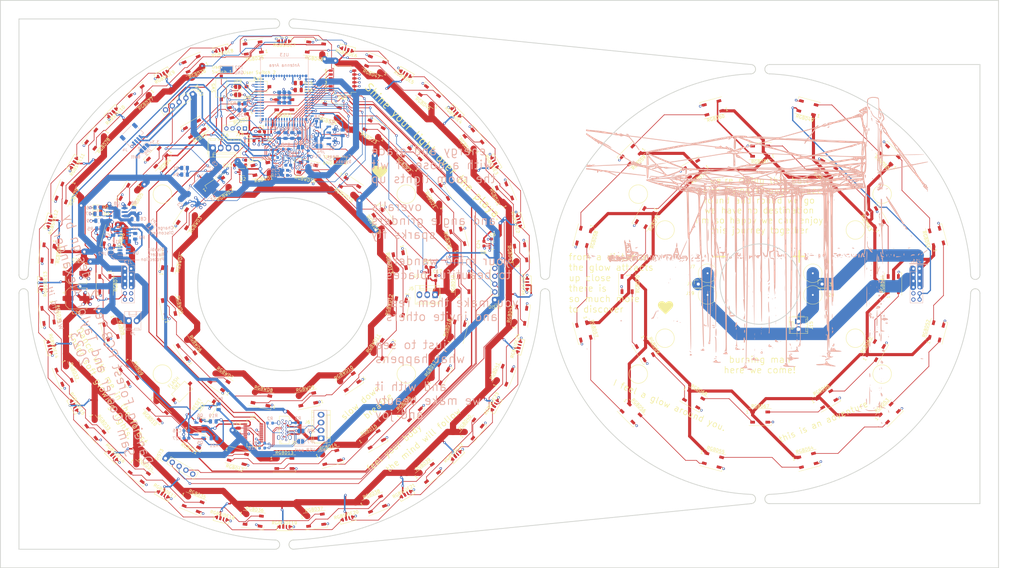
<source format=kicad_pcb>
(kicad_pcb (version 20221018) (generator pcbnew)
  (title_block (title "A title") (comment 1 "Comment 1"))
  (layers (0 "F.Cu" signal) (1 "In1.Cu" signal "Inner1.Cu") (2 "In2.Cu" signal "Inner2.Cu") (31 "B.Cu" signal) (34 "B.Paste" user) (35 "F.Paste" user) (36 "B.SilkS" user "B.Silkscreen") (37 "F.SilkS" user "F.Silkscreen") (38 "B.Mask" user) (39 "F.Mask" user) (44 "Edge.Cuts" user))
  (net 0 "")
  (net 1 "+BATT")
  (net 2 "GND")
  (net 3 "+3V3")
  (net 4 "Net-(U7-VCC)")
  (net 5 "BAT-")
  (net 6 "Net-(U10-C1)")
  (net 7 "EN")
  (net 8 "Net-(D1-K)")
  (net 9 "Net-(D2-K)")
  (net 10 "SDA")
  (net 11 "SCL")
  (net 12 "XSHUT1")
  (net 13 "XSHUT2")
  (net 14 "XSHUT3")
  (net 15 "VBUS")
  (net 16 "Net-(J1-CC1)")
  (net 17 "USB_D+")
  (net 18 "USB_D-")
  (net 19 "Net-(J1-CC2)")
  (net 20 "Net-(J4-Pin_2)")
  (net 21 "Net-(J5-Pin_2)")
  (net 22 "LEDGND")
  (net 23 "DN")
  (net 24 "DP")
  (net 25 "ESP_TX")
  (net 26 "ESP_RX")
  (net 27 "AUX1")
  (net 28 "Net-(JP3-B)")
  (net 29 "Net-(JP4-B)")
  (net 30 "AUX2")
  (net 31 "Net-(Q1-G)")
  (net 32 "Net-(Q5-B)")
  (net 33 "~{RTS}")
  (net 34 "Net-(Q6-B)")
  (net 35 "~{DTR}")
  (net 36 "IO0")
  (net 37 "BATT_MEASURE")
  (net 38 "Net-(U8-~{CHRG})")
  (net 39 "Net-(U8-~{STDBY})")
  (net 40 "Net-(U8-PROG)")
  (net 41 "Net-(U7-CS)")
  (net 42 "/OC")
  (net 43 "/G2")
  (net 44 "LED_FET")
  (net 45 "/USB_DP")
  (net 46 "/USB_DN")
  (net 47 "Net-(U10-SDO{slash}SA1)")
  (net 48 "Net-(RGBD1-DOUT)")
  (net 49 "Net-(RGBD1-DIN)")
  (net 50 "Net-(RGBD2-DOUT)")
  (net 51 "Net-(RGBD3-DOUT)")
  (net 52 "Net-(RGBD4-DOUT)")
  (net 53 "Net-(RGBD5-DOUT)")
  (net 54 "Net-(RGBD6-DOUT)")
  (net 55 "Net-(RGBD7-DOUT)")
  (net 56 "Net-(RGBD8-DOUT)")
  (net 57 "Net-(RGBD10-DIN)")
  (net 58 "Net-(RGBD10-DOUT)")
  (net 59 "Net-(RGBD11-DOUT)")
  (net 60 "Net-(RGBD12-DOUT)")
  (net 61 "Net-(RGBD13-DOUT)")
  (net 62 "Net-(RGBD14-DOUT)")
  (net 63 "Net-(RGBD15-DOUT)")
  (net 64 "Net-(RGBD16-DOUT)")
  (net 65 "Net-(RGBD17-DOUT)")
  (net 66 "Net-(RGBD18-DOUT)")
  (net 67 "Net-(RGBD19-DOUT)")
  (net 68 "Net-(RGBD20-DOUT)")
  (net 69 "Net-(RGBD21-DOUT)")
  (net 70 "Net-(RGBD22-DOUT)")
  (net 71 "Net-(RGBD23-DOUT)")
  (net 72 "Net-(RGBD24-DOUT)")
  (net 73 "Net-(RGBD25-DOUT)")
  (net 74 "Net-(RGBD26-DOUT)")
  (net 75 "Net-(RGBD27-DOUT)")
  (net 76 "Net-(RGBD28-DOUT)")
  (net 77 "Net-(RGBD29-DOUT)")
  (net 78 "Net-(RGBD30-DOUT)")
  (net 79 "Net-(RGBD31-DOUT)")
  (net 80 "Net-(RGBD32-DOUT)")
  (net 81 "Net-(RGBD33-DOUT)")
  (net 82 "Net-(RGBD34-DOUT)")
  (net 83 "Net-(RGBD35-DOUT)")
  (net 84 "Net-(RGBD36-DOUT)")
  (net 85 "Net-(RGBD37-DOUT)")
  (net 86 "Net-(RGBD38-DOUT)")
  (net 87 "Net-(RGBD39-DOUT)")
  (net 88 "Net-(RGBD40-DOUT)")
  (net 89 "Net-(RGBD41-DOUT)")
  (net 90 "Net-(RGBD42-DOUT)")
  (net 91 "Net-(RGBD43-DOUT)")
  (net 92 "Net-(RGBD44-DOUT)")
  (net 93 "Net-(RGBD45-DOUT)")
  (net 94 "Net-(RGBD46-DOUT)")
  (net 95 "Net-(RGBD47-DOUT)")
  (net 96 "Net-(RGBD49-DOUT)")
  (net 97 "Net-(RGBD50-DOUT)")
  (net 98 "Net-(RGBD51-DOUT)")
  (net 99 "Net-(RGBD52-DOUT)")
  (net 100 "Net-(RGBD53-DOUT)")
  (net 101 "Net-(RGBD54-DOUT)")
  (net 102 "Net-(RGBD55-DOUT)")
  (net 103 "Net-(RGBD56-DOUT)")
  (net 104 "Net-(RGBD57-DOUT)")
  (net 105 "Net-(RGBD58-DOUT)")
  (net 106 "Net-(RGBD59-DOUT)")
  (net 107 "Net-(RGBD60-DOUT)")
  (net 108 "Net-(RGBD61-DOUT)")
  (net 109 "Net-(RGBD62-DOUT)")
  (net 110 "Net-(RGBD63-DOUT)")
  (net 111 "Net-(RGBD64-DOUT)")
  (net 112 "Net-(RGBD65-DOUT)")
  (net 113 "Net-(RGBD66-DOUT)")
  (net 114 "Net-(RGBD67-DOUT)")
  (net 115 "Net-(RGBD68-DOUT)")
  (net 116 "Net-(RGBD69-DOUT)")
  (net 117 "Net-(RGBD70-DOUT)")
  (net 118 "Net-(RGBD71-DOUT)")
  (net 120 "Net-(RGBSIDE1-DIN)")
  (net 121 "Net-(RGBSIDE1-DOUT)")
  (net 122 "Net-(RGBSIDE2-DOUT)")
  (net 123 "Net-(RGBSIDE3-DOUT)")
  (net 124 "Net-(RGBSIDE4-DOUT)")
  (net 125 "Net-(RGBSIDE5-DOUT)")
  (net 126 "Net-(RGBSIDE6-DOUT)")
  (net 127 "Net-(RGBSIDE7-DOUT)")
  (net 128 "Net-(RGBSIDE8-DOUT)")
  (net 129 "Net-(RGBSIDE10-DIN)")
  (net 130 "Net-(RGBSIDE10-DOUT)")
  (net 131 "Net-(RGBSIDE11-DOUT)")
  (net 132 "Net-(RGBWD1-DIN)")
  (net 133 "Net-(RGBWD1-DOUT)")
  (net 134 "Net-(RGBWD2-DOUT)")
  (net 135 "Net-(RGBWD3-DOUT)")
  (net 136 "Net-(RGBWD4-DOUT)")
  (net 137 "Net-(RGBWD5-DOUT)")
  (net 138 "Net-(RGBWD6-DOUT)")
  (net 139 "Net-(RGBWD7-DOUT)")
  (net 140 "Net-(RGBWD8-DOUT)")
  (net 141 "Net-(RGBWD10-DIN)")
  (net 142 "Net-(RGBWD10-DOUT)")
  (net 143 "Net-(RGBWD11-DOUT)")
  (net 144 "Net-(RGBWD12-DOUT)")
  (net 145 "Net-(RGBWD13-DOUT)")
  (net 146 "Net-(RGBWD14-DOUT)")
  (net 147 "Net-(RGBWD15-DOUT)")
  (net 149 "ADDY_6")
  (net 150 "ADDY_5")
  (net 151 "ADDY_4")
  (net 152 "ADDY_3")
  (net 153 "ADDY_2")
  (net 154 "ADDY_1")
  (net 155 "Net-(U13-MTDO{slash}GPIO40{slash}CLK_OUT2)")
  (net 156 "Net-(U13-MTDI{slash}GPIO41{slash}CLK_OUT1)")
  (net 157 "WS2812")
  (net 158 "SK6812-RGBW")
  (net 168 "INT1")
  (net 169 "INT2")
  (net 172 "SK6812-SIDE")
  (net 173 "/G1")
  (net 177 "INT")
  (net 178 "DRDY")
  (net 179 "EXT_LED")
  (net 180 "CURRENT_MEASURE")
  (net 181 "unconnected-(U13-GPIO26-Pad26)")
  (net 182 "unconnected-(U13-GPIO47{slash}SPICLK_P{slash}SUBSPICLK_P_DIFF-Pad27)")
  (net 183 "unconnected-(U13-SPIIO4{slash}GPIO33{slash}FSPIHD{slash}SUBSPIHD-Pad28)")
  (net 184 "unconnected-(U13-SPIIO5{slash}GPIO34{slash}FSPICS0{slash}SUBSPICS0-Pad29)")
  (net 185 "unconnected-(U13-GPIO48{slash}SPICLK_N{slash}SUBSPICLK_N_DIFF-Pad30)")
  (net 186 "unconnected-(U13-SPIIO6{slash}GPIO35{slash}FSPID{slash}SUBSPID-Pad31)")
  (net 187 "unconnected-(U13-SPIIO7{slash}GPIO36{slash}FSPICLK{slash}SUBSPICLK-Pad32)")
  (net 188 "unconnected-(U13-SPIDQS{slash}GPIO37{slash}FSPIQ{slash}SUBSPIQ-Pad33)")
  (net 189 "unconnected-(U13-GPIO45-Pad41)")
  (net 190 "unconnected-(U13-GPIO46-Pad44)")
  (net 191 "Net-(RGBSIDE12-DOUT)")
  (net 192 "Net-(RGBSIDE13-DOUT)")
  (net 193 "Net-(RGBSIDE14-DOUT)")
  (net 194 "Net-(RGBSIDE15-DOUT)")
  (net 195 "Net-(RGBSIDE17-DOUT)")
  (net 196 "Net-(RGBSIDE18-DOUT)")
  (net 197 "Net-(RGBSIDE19-DOUT)")
  (net 198 "Net-(RGBSIDE20-DOUT)")
  (net 199 "Net-(RGBSIDE21-DOUT)")
  (net 200 "Net-(RGBSIDE22-DOUT)")
  (net 202 "RGB-LOWER-OUT")
  (net 203 "RGB-UPPER-IN")
  (net 204 "Net-(RGBSIDE23-DOUT)")
  (net 205 "Net-(RGBSIDE16-DOUT)")
  (footprint "LED_SMD:LED_WS2812B_PLCC4_5.0x5.0mm_P3.2mm" (layer "F.Cu") (at 274.729676 256.989624 -15)
    (fp_text reference "RGBD55")
    (fp_text value "WS2812B")
  )
  (footprint "led:SW_TS_1101_C_W" (layer "F.Cu") (at 103.16709 234.768385 45)
    (fp_text reference "SW1")
    (fp_text value "SW_MEC_5G")
  )
  (footprint "LED_SMD:LED_WS2812B_PLCC4_5.0x5.0mm_P3.2mm" (layer "F.Cu") (at 331.7193 241.7193 45)
    (fp_text reference "RGBD53")
    (fp_text value "WS2812B")
  )
  (footprint "Jumper:SolderJumper-2_P1.3mm_Open_RoundedPad1.0x1.5mm" (layer "F.Cu") (at 121.155 138.785)
    (fp_text reference "JP8")
    (fp_text value "SolderJumper_2_Open")
  )
  (footprint "led:LED_SK6812_PLCC4_5.0x5.0mm_P3.2mm" (layer "F.Cu") (at 143.663432 162.730159 168.75)
    (fp_text reference "RGBWD16")
    (fp_text value "SK6812-RGBW")
  )
  (footprint "led:LED_SK6812_PLCC4_5.0x5.0mm_P3.2mm" (layer "F.Cu") (at 104.654155 221.111669 -56.25)
    (fp_text reference "RGBWD6")
    (fp_text value "SK6812-RGBW")
  )
  (footprint "TestPoint:TestPoint_Keystone_5019_Minature" (layer "F.Cu") (at 154.175 160.075)
    (fp_text reference "TP1")
    (fp_text value "TestPoint")
  )
  (footprint "Capacitor_SMD:C_0805_2012Metric" (layer "F.Cu") (at 121.424999 247.532618 -90)
    (fp_text reference "C14")
    (fp_text value "0.1uF")
  )
  (footprint "Capacitor_SMD:C_0603_1608Metric" (layer "F.Cu") (at 129.045 150.695 180)
    (fp_text reference "C1")
    (fp_text value "0.1uF")
  )
  (footprint "Connector_Molex:Molex_KK-254_AE-6410-02A_1x02_P2.54mm_Vertical" (layer "F.Cu") (at 302.344999 212.064998 -90)
    (fp_text reference "J15")
    (fp_text value "Conn_01x02")
  )
  (footprint "led:LED_SK6812_PLCC4_5.0x5.0mm_P3.2mm" (layer "F.Cu") (at 157.361669 231.595845 33.75)
    (fp_text reference "RGBWD10")
    (fp_text value "SK6812-RGBW")
  )
  (footprint "led:SK6812SIDE" (layer "F.Cu") (at 212.55814 179.553295 105)
    (fp_text reference "RGBSIDE2")
    (fp_text value "SK6812-SIDE")
  )
  (footprint "H10" (layer "F.Cu") (at 250.6 229.1)
    (fp_text reference "H10" hide)
    (fp_text value "MountingHole_3.2mm_Plastite_#4")
  )
  (footprint "led:LED_SK6812_PLCC4_5.0x5.0mm_P3.2mm" (layer "F.Cu") (at 157.361669 168.404155 146.25)
    (fp_text reference "RGBWD15")
    (fp_text value "SK6812-RGBW")
  )
  (footprint "LED_SMD:LED_WS2812B_PLCC4_5.0x5.0mm_P3.2mm" (layer "F.Cu") (at 186.479473 171 120)
    (fp_text reference "RGBD21")
    (fp_text value "WS2812B")
  )
  (footprint "led:spring_F6-6-4-0.4Z" (layer "F.Cu") (at 273 203.5)
    (fp_text reference "J19")
    (fp_text value "Conn_01x01")
  )
  (footprint "LED_SMD:LED_WS2812B_PLCC4_5.0x5.0mm_P3.2mm" (layer "F.Cu") (at 151.261505 143.976302 165)
    (fp_text reference "RGBD24")
    (fp_text value "WS2812B")
  )
  (footprint "led:SK6812SIDE" (layer "F.Cu") (at 136.25 279)
    (fp_text reference "RGBSIDE19")
    (fp_text value "SK6812-SIDE")
  )
  (footprint "led:5_pin" (layer "F.Cu") (at 102.25 141.110273 -60)
    (fp_text reference "DIST2")
    (fp_text value "Conn_01x05")
  )
  (footprint "led:SK6812SIDE" (layer "F.Cu") (at 96.75 268.416007 -30)
    (fp_text reference "RGBSIDE17")
    (fp_text value "SK6812-SIDE")
  )
  (footprint "Capacitor_SMD:C_0603_1608Metric" (layer "F.Cu") (at 120.935 161.495 180)
    (fp_text reference "C23")
    (fp_text value "0.1uF")
  )
  (footprint "LED_SMD:LED_WS2812B_PLCC4_5.0x5.0mm_P3.2mm" (layer "F.Cu") (at 59.908746 189.949483 -97.5)
    (fp_text reference "RGBD30")
    (fp_text value "WS2812B")
  )
  (footprint "Capacitor_SMD:CP_Elec_6.3x7.7" (layer "F.Cu") (at 69.055 204.635)
    (fp_text reference "C20")
    (fp_text value "470uF 16V")
  )
  (footprint "led:LED_SK6812_PLCC4_5.0x5.0mm_P3.2mm" (layer "F.Cu") (at 128.836568 237.269841 -11.25)
    (fp_text reference "RGBWD8")
    (fp_text value "SK6812-RGBW")
  )
  (footprint "LED_SMD:LED_WS2812B_PLCC4_5.0x5.0mm_P3.2mm" (layer "F.Cu") (at 89.37537 261.088207 -37.5)
    (fp_text reference "RGBD34")
    (fp_text value "WS2812B")
  )
  (footprint "LED_SMD:LED_WS2812B_PLCC4_5.0x5.0mm_P3.2mm" (layer "F.Cu") (at 146.300517 276.341254 7.5)
    (fp_text reference "RGBD37")
    (fp_text value "WS2812B")
  )
  (footprint "LED_SMD:LED_WS2812B_PLCC4_5.0x5.0mm_P3.2mm" (layer "F.Cu") (at 177.262193 241.012193 45)
    (fp_text reference "RGBD16")
    (fp_text value "WS2812B")
  )
  (footprint "led:LED_SK6812_PLCC4_5.0x5.0mm_P3.2mm" (layer "F.Cu") (at 115.138331 231.595845 -33.75)
    (fp_text reference "RGBWD7")
    (fp_text value "SK6812-RGBW")
  )
  (footprint "LED_SMD:LED_WS2812B_PLCC4_5.0x5.0mm_P3.2mm" (layer "F.Cu") (at 192.273698 184.988495 105)
    (fp_text reference "RGBD20")
    (fp_text value "WS2812B")
  )
  (footprint "LED_SMD:LED_WS2812B_PLCC4_5.0x5.0mm_P3.2mm" (layer "F.Cu") (at 165.25 250.229473 30)
    (fp_text reference "RGBD15")
    (fp_text value "WS2812B")
  )
  (footprint "led:5_pin" (layer "F.Cu") (at 102.25 258.889727 60)
    (fp_text reference "DIST3")
    (fp_text value "Conn_01x05")
  )
  (footprint "Capacitor_SMD:C_0603_1608Metric" (layer "F.Cu") (at 126.435001 152.805 -90)
    (fp_text reference "C22")
    (fp_text value "0.1uF")
  )
  (footprint "Connector_PinHeader_2.54mm:PinHeader_1x01_P2.54mm_Vertical" (layer "F.Cu") (at 270 200)
    (fp_text reference "J2")
    (fp_text value "Conn_01x01")
  )
  (footprint "mousebite4" (layer "F.Cu") (at 220.5 200 90)
    (fp_text reference "mousebite4" hide)
    (fp_text value "VAL**" hide)
    (fp_arc (start -3 -1.5) (mid -1.5 0) (end -3 1.5) (stroke (width 0.25)) (layer "Edge.Cuts"))
    (fp_arc (start 3 1.5) (mid 1.5 0) (end 3 -1.5) (stroke (width 0.25)) (layer "Edge.Cuts"))
  )
  (footprint "led:LED_SK6812_PLCC4_5.0x5.0mm_P3.2mm" (layer "F.Cu") (at 143.663432 237.269841 11.25)
    (fp_text reference "RGBWD9")
    (fp_text value "SK6812-RGBW")
  )
  (footprint "LED_SMD:LED_WS2812B_PLCC4_5.0x5.0mm_P3.2mm" (layer "F.Cu") (at 165.716624 271.138724 22.5)
    (fp_text reference "RGBD38")
    (fp_text value "WS2812B")
  )
  (footprint "mousebite6" (layer "F.Cu") (at 290 130.5)
    (fp_text reference "mousebite6" hide)
    (fp_text value "VAL**" hide)
    (fp_arc (start -3 -1.5) (mid -1.5 0) (end -3 1.5) (stroke (width 0.25)) (layer "Edge.Cuts"))
    (fp_arc (start 3 1.5) (mid 1.5 0) (end 3 -1.5) (stroke (width 0.25)) (layer "Edge.Cuts"))
  )
  (footprint "led:SK6812SIDE" (layer "F.Cu") (at 192.111436 255.861436 45)
    (fp_text reference "RGBSIDE22")
    (fp_text value "SK6812-SIDE")
  )
  (footprint "LED_SMD:LED_WS2812B_PLCC4_5.0x5.0mm_P3.2mm" (layer "F.Cu") (at 233.010376 184.729676 -105)
    (fp_text reference "RGBD58")
    (fp_text value "WS2812B")
  )
  (footprint "LED_SMD:LED_WS2812B_PLCC4_5.0x5.0mm_P3.2mm" (layer "F.Cu") (at 212.591254 210.050517 82.5)
    (fp_text reference "RGBD42")
    (fp_text value "WS2812B")
  )
  (footprint "LED_SMD:LED_WS2812B_PLCC4_5.0x5.0mm_P3.2mm" (layer "F.Cu") (at 106.783376 128.861276 -157.5)
    (fp_text reference "RGBD26")
    (fp_text value "WS2812B")
  )
  (footprint "mousebite5" (layer "F.Cu") (at 359.5 200 90)
    (fp_text reference "mousebite5" hide)
    (fp_text value "VAL**" hide)
    (fp_arc (start -3 -1.5) (mid -1.5 0) (end -3 1.5) (stroke (width 0.25)) (layer "Edge.Cuts"))
    (fp_arc (start 3 1.5) (mid 1.5 0) (end 3 -1.5) (stroke (width 0.25)) (layer "Edge.Cuts"))
  )
  (footprint "LED_SMD:LED_WS2812B_PLCC4_5.0x5.0mm_P3.2mm" (layer "F.Cu") (at 346.989624 215.270324 75)
    (fp_text reference "RGBD52")
    (fp_text value "WS2812B")
  )
  (footprint "led:SK6812SIDE" (layer "F.Cu") (at 212.55814 220.446705 75)
    (fp_text reference "RGBSIDE24")
    (fp_text value "SK6812-SIDE")
  )
  (footprint "led:SW_TS_1101_C_W" (layer "F.Cu") (at 111.433448 241.069271 56.25)
    (fp_text reference "SW2")
    (fp_text value "SW_MEC_5G")
  )
  (footprint "led:SK6812SIDE" (layer "F.Cu") (at 57.25 200 -90)
    (fp_text reference "RGBSIDE13")
    (fp_text value "SK6812-SIDE")
  )
  (footprint "led:SK6812SIDE" (layer "F.Cu") (at 204.666007 160.5 120)
    (fp_text reference "RGBSIDE3")
    (fp_text value "SK6812-SIDE")
  )
  (footprint "LED_SMD:LED_WS2812B_PLCC4_5.0x5.0mm_P3.2mm" (layer "F.Cu") (at 126.199483 123.658746 -172.5)
    (fp_text reference "RGBD25")
    (fp_text value "WS2812B")
  )
  (footprint "led:spring_F6-6-4-0.4Z" (layer "F.Cu") (at 307 203.5)
    (fp_text reference "J20")
    (fp_text value "Conn_01x01")
  )
  (footprint "Capacitor_SMD:C_0603_1608Metric" (layer "F.Cu") (at 123.765 160.695001 90)
    (fp_text reference "C2")
    (fp_text value "0.1uF")
  )
  (footprint "led:LED_SK6812_PLCC4_5.0x5.0mm_P3.2mm" (layer "F.Cu") (at 173.519841 207.413432 78.75)
    (fp_text reference "RGBWD12")
    (fp_text value "SK6812-RGBW")
  )
  (footprint "mousebite1" (layer "F.Cu") (at 52 200 90)
    (fp_text reference "mousebite1" hide)
    (fp_text value "VAL**" hide)
    (fp_arc (start -3 -1.5) (mid -1.5 0) (end -3 1.5) (stroke (width 0.25)) (layer "Edge.Cuts"))
    (fp_arc (start 3 1.5) (mid 1.5 0) (end 3 -1.5) (stroke (width 0.25)) (layer "Edge.Cuts"))
  )
  (footprint "LED_SMD:LED_WS2812B_PLCC4_5.0x5.0mm_P3.2mm" (layer "F.Cu") (at 327.239092 221.5 60)
    (fp_text reference "RGBD65")
    (fp_text value "WS2812B")
  )
  (footprint "H12" (layer "F.Cu") (at 329.4 170.9)
    (fp_text reference "H12" hide)
    (fp_text value "MountingHole_3.2mm_Plastite_#4")
  )
  (footprint "led:SK6812SIDE" (layer "F.Cu") (at 67.833993 239.5 -60)
    (fp_text reference "RGBSIDE15")
    (fp_text value "SK6812-SIDE")
  )
  (footprint "led:SK6812SIDE" (layer "F.Cu") (at 59.94186 179.553295 -105)
    (fp_text reference "RGBSIDE12")
    (fp_text value "SK6812-SIDE")
  )
  (footprint "LED_SMD:LED_WS2812B_PLCC4_5.0x5.0mm_P3.2mm" (layer "F.Cu") (at 177.262193 158.987807 135)
    (fp_text reference "RGBD22")
    (fp_text value "WS2812B")
  )
  (footprint "LED_SMD:LED_WS2812B_PLCC4_5.0x5.0mm_P3.2mm" (layer "F.Cu") (at 121.238495 256.023698 -15)
    (fp_text reference "RGBD12")
    (fp_text value "WS2812B")
  )
  (footprint "Capacitor_SMD:C_0603_1608Metric" (layer "F.Cu") (at 200.735 186.915 -90)
    (fp_text reference "C24")
    (fp_text value "0.1uF")
  )
  (footprint "LED_SMD:LED_WS2812B_PLCC4_5.0x5.0mm_P3.2mm" (layer "F.Cu") (at 212.591254 189.949483 97.5)
    (fp_text reference "RGBD43")
    (fp_text value "WS2812B")
  )
  (footprint "LED_SMD:LED_WS2812B_PLCC4_5.0x5.0mm_P3.2mm" (layer "F.Cu") (at 183.12463 138.911793 142.5)
    (fp_text reference "RGBD46")
    (fp_text value "WS2812B")
  )
  (footprint "LED_SMD:LED_WS2812B_PLCC4_5.0x5.0mm_P3.2mm" (layer "F.Cu") (at 290 243)
    (fp_text reference "RGBD67")
    (fp_text value "WS2812B")
  )
  (footprint "Connector_Molex:Molex_KK-254_AE-6410-03A_1x03_P2.54mm_Vertical" (layer "F.Cu") (at 184.975 203.445 180)
    (fp_text reference "J5")
    (fp_text value "Conn_01x03")
  )
  (footprint "LED_SMD:LED_WS2812B_PLCC4_5.0x5.0mm_P3.2mm" (layer "F.Cu") (at 248.2807 241.7193 -45)
    (fp_text reference "RGBD56")
    (fp_text value "WS2812B")
  )
  (footprint "led:MountingHole_3.2mm_Plastite_#4" (layer "F.Cu") (at 175.65 170.9)
    (fp_text reference "H4" hide)
    (fp_text value "MountingHole")
  )
  (footprint "Connector_PinHeader_2.00mm:PinHeader_1x04_P2.00mm_Vertical" (layer "F.Cu") (at 123.524999 149.675 -90)
    (fp_text reference "J10")
    (fp_text value "Conn_01x04")
  )
  (footprint "Package_TO_SOT_SMD:SOT-363_SC-70-6" (layer "F.Cu") (at 129.005 152.925)
    (fp_text reference "U1")
    (fp_text value "TXS0101DCKR")
  )
  (footprint "LED_SMD:LED_WS2812B_PLCC4_5.0x5.0mm_P3.2mm" (layer "F.Cu") (at 89.37537 138.911793 -142.5)
    (fp_text reference "RGBD27")
    (fp_text value "WS2812B")
  )
  (footprint "LED_SMD:LED_WS2812B_PLCC4_5.0x5.0mm_P3.2mm" (layer "F.Cu") (at 311.5 237.239092 30)
    (fp_text reference "RGBD66")
    (fp_text value "WS2812B")
  )
  (footprint "LED_SMD:LED_WS2812B_PLCC4_5.0x5.0mm_P3.2mm" (layer "F.Cu") (at 136.25 142 180)
    (fp_text reference "RGBD1")
    (fp_text value "WS2812B")
  )
  (footprint "LED_SMD:LED_WS2812B_PLCC4_5.0x5.0mm_P3.2mm" (layer "F.Cu") (at 197.338207 246.87463 52.5)
    (fp_text reference "RGBD40")
    (fp_text value "WS2812B")
  )
  (footprint "LED_SMD:LED_WS2812B_PLCC4_5.0x5.0mm_P3.2mm" (layer "F.Cu") (at 165.716624 128.861276 157.5)
    (fp_text reference "RGBD47")
    (fp_text value "WS2812B")
  )
  (footprint "LED_SMD:LED_WS2812B_PLCC4_5.0x5.0mm_P3.2mm" (layer "F.Cu") (at 86.020527 229 -60)
    (fp_text reference "RGBD9")
    (fp_text value "WS2812B")
  )
  (footprint "Button_Switch_SMD:SW_DIP_SPSTx06_Slide_KingTek_DSHP06TS_W7.62mm_P1.27mm" (layer "F.Cu") (at 155.045001 134.114999 180)
    (fp_text reference "SW3")
    (fp_text value "CONFIG SWITCH")
  )
  (footprint "LED_SMD:LED_WS2812B_PLCC4_5.0x5.0mm_P3.2mm" (layer "F.Cu") (at 151.261505 256.023698 15)
    (fp_text reference "RGBD14")
    (fp_text value "WS2812B")
  )
  (footprint "led:MountingHole_3.2mm_Plastite_#4" (layer "F.Cu") (at 96.85 170.9)
    (fp_text reference "H3" hide)
    (fp_text value "MountingHole")
  )
  (footprint "led:SK6812SIDE" (layer "F.Cu") (at 115.803295 123.69186 -165)
    (fp_text reference "RGBSIDE8")
    (fp_text value "SK6812-SIDE")
  )
  (footprint "led:LED_SK6812_PLCC4_5.0x5.0mm_P3.2mm" (layer "F.Cu") (at 98.980159 207.413432 -78.75)
    (fp_text reference "RGBWD5")
    (fp_text value "SK6812-RGBW")
  )
  (footprint "led:SK6812SIDE" (layer "F.Cu") (at 175.75 268.416007 30)
    (fp_text reference "RGBSIDE21")
    (fp_text value "SK6812-SIDE")
  )
  (footprint "Package_TO_SOT_SMD:SOT-363_SC-70-6" (layer "F.Cu") (at 122.755 163.775)
    (fp_text reference "U2")
    (fp_text value "TXS0101DCKR")
  )
  (footprint "led:LED_SK6812_PLCC4_5.0x5.0mm_P3.2mm" (layer "F.Cu") (at 167.845845 221.111669 56.25)
    (fp_text reference "RGBWD11")
    (fp_text value "SK6812-RGBW")
  )
  (footprint "led:SK6812SIDE" (layer "F.Cu") (at 136.25 121 180)
    (fp_text reference "RGBSIDE7")
    (fp_text value "SK6812-SIDE")
  )
  (footprint "LED_SMD:LED_WS2812B_PLCC4_5.0x5.0mm_P3.2mm" (layer "F.Cu") (at 333 200 90)
    (fp_text reference "RGBD64")
    (fp_text value "WS2812B")
  )
  (footprint "LED_SMD:LED_WS2812B_PLCC4_5.0x5.0mm_P3.2mm" (layer "F.Cu") (at 290 157 180)
    (fp_text reference "RGBD61")
    (fp_text value "WS2812B")
  )
  (footprint "led:SK6812SIDE" (layer "F.Cu") (at 156.696705 276.30814 15)
    (fp_text reference "RGBSIDE20")
    (fp_text value "SK6812-SIDE")
  )
  (footprint "LED_SMD:LED_WS2812B_PLCC4_5.0x5.0mm_P3.2mm" (layer "F.Cu") (at 305.270324 256.989624 15)
    (fp_text reference "RGBD54")
    (fp_text value "WS2812B")
  )
  (footprint "LED_SMD:LED_WS2812B_PLCC4_5.0x5.0mm_P3.2mm" (layer "F.Cu") (at 65.111276 170.533376 -112.5)
    (fp_text reference "RGBD29")
    (fp_text value "WS2812B")
  )
  (footprint "LED_SMD:LED_WS2812B_PLCC4_5.0x5.0mm_P3.2mm" (layer "F.Cu") (at 183.12463 261.088207 37.5)
    (fp_text reference "RGBD39")
    (fp_text value "WS2812B")
  )
  (footprint "LED_SMD:LED_WS2812B_PLCC4_5.0x5.0mm_P3.2mm" (layer "F.Cu") (at 233.010376 215.270324 -75)
    (fp_text reference "RGBD57")
    (fp_text value "WS2812B")
  )
  (footprint "led:MountingHole_3.2mm_Plastite_#4" (layer "F.Cu") (at 320.75 182.5)
    (fp_text reference "H8" hide)
    (fp_text value "MountingHole")
  )
  (footprint "LED_SMD:LED_WS2812B_PLCC4_5.0x5.0mm_P3.2mm" (layer "F.Cu") (at 80.226302 184.988495 -105)
    (fp_text reference "RGBD6")
    (fp_text value "WS2812B")
  )
  (footprint "led:MountingHole_3.2mm_Plastite_#4" (layer "F.Cu") (at 320.75 217.5)
    (fp_text reference "H5" hide)
    (fp_text value "MountingHole")
  )
  (footprint "LED_SMD:LED_WS2812B_PLCC4_5.0x5.0mm_P3.2mm" (layer "F.Cu") (at 197.338207 153.12537 127.5)
    (fp_text reference "RGBD45")
    (fp_text value "WS2812B")
  )
  (footprint "led:spring_F6-6-4-0.4Z" (layer "F.Cu") (at 273 196.5)
    (fp_text reference "J7")
    (fp_text value "Conn_01x01")
  )
  (footprint "led:SK6812SIDE" (layer "F.Cu") (at 156.696705 123.69186 165)
    (fp_text reference "RGBSIDE6")
    (fp_text value "SK6812-SIDE")
  )
  (footprint "LED_SMD:LED_WS2812B_PLCC4_5.0x5.0mm_P3.2mm" (layer "F.Cu") (at 186.479473 229 60)
    (fp_text reference "RGBD17")
    (fp_text value "WS2812B")
  )
  (footprint "LED_SMD:LED_WS2812B_PLCC4_5.0x5.0mm_P3.2mm" (layer "F.Cu") (at 86.020527 171 -120)
    (fp_text reference "RGBD5")
    (fp_text value "WS2812B")
  )
  (footprint "LED_SMD:LED_0805_2012Metric" (layer "F.Cu") (at 75.981669 177.229999)
    (fp_text reference "D2")
    (fp_text value "GREEN")
  )
  (footprint "led:spring_F6-6-4-0.4Z" (layer "F.Cu") (at 307 196.5)
    (fp_text reference "J8")
    (fp_text value "Conn_01x01")
  )
  (footprint "H9" (layer "F.Cu") (at 329.4 229.1)
    (fp_text reference "H9" hide)
    (fp_text value "MountingHole_3.2mm_Plastite_#4")
  )
  (footprint "Capacitor_SMD:C_0603_1608Metric" (layer "F.Cu") (at 182.845 194.545 180)
    (fp_text reference "C21")
    (fp_text value "0.1uF")
  )
  (footprint "led:MountingHole_3.2mm_Plastite_#4" (layer "F.Cu") (at 259.25 217.5)
    (fp_text reference "H6" hide)
    (fp_text value "MountingHole")
  )
  (footprint "LED_SMD:LED_WS2812B_PLCC4_5.0x5.0mm_P3.2mm" (layer "F.Cu") (at 274.729676 143.010376 -165)
    (fp_text reference "RGBD60")
    (fp_text value "WS2812B")
  )
  (footprint "led:SK6812SIDE" (layer "F.Cu") (at 96.75 131.583993 -150)
    (fp_text reference "RGBSIDE9")
    (fp_text value "SK6812-SIDE")
  )
  (footprint "LED_SMD:LED_WS2812B_PLCC4_5.0x5.0mm_P3.2mm" (layer "F.Cu") (at 80.226302 215.011505 -75)
    (fp_text reference "RGBD8")
    (fp_text value "WS2812B")
  )
  (footprint "LED_SMD:LED_WS2812B_PLCC4_5.0x5.0mm_P3.2mm" (layer "F.Cu") (at 75.161793 153.12537 -127.5)
    (fp_text reference "RGBD28")
    (fp_text value "WS2812B")
  )
  (footprint "LED_SMD:LED_WS2812B_PLCC4_5.0x5.0mm_P3.2mm" (layer "F.Cu") (at 65.111276 229.466624 -67.5)
    (fp_text reference "RGBD32")
    (fp_text value "WS2812B")
  )
  (footprint "led:SW_TS_1101_C_W" (layer "F.Cu") (at 115.88013 136.564751 90)
    (fp_text reference "SW5")
    (fp_text value "SW_MEC_5G")
  )
  (footprint "H11" (layer "F.Cu") (at 250.6 170.9)
    (fp_text reference "H11" hide)
    (fp_text value "MountingHole_3.2mm_Plastite_#4")
  )
  (footprint "led:MountingHole_3.2mm_Plastite_#4" (layer "F.Cu") (at 175.65 229.1)
    (fp_text reference "H1" hide)
    (fp_text value "MountingHole")
  )
  (footprint "led:5_pin" (layer "F.Cu") (at 204.25 200 180)
    (fp_text reference "DIST1")
    (fp_text value "Conn_01x05")
  )
  (footprint "Connector_Molex:Molex_KK-254_AE-6410-04A_1x04_P2.54mm_Vertical" (layer "F.Cu") (at 148.105 249.855 90)
    (fp_text reference "J6")
    (fp_text value "Conn_01x04")
  )
  (footprint "Package_TO_SOT_SMD:SOT-363_SC-70-6" (layer "F.Cu") (at 182.775 197.255 -90)
    (fp_text reference "U11")
    (fp_text value "TXS0101DCKR")
  )
  (footprint "led:SK6812SIDE" (layer "F.Cu") (at 115.803295 276.30814 -15)
    (fp_text reference "RGBSIDE18")
    (fp_text value "SK6812-SIDE")
  )
  (footprint "Capacitor_SMD:C_0603_1608Metric" (layer "F.Cu") (at 203.894999 185.425001 180)
    (fp_text reference "C6")
    (fp_text value "0.1uF")
  )
  (footprint "led:MountingHole_3.2mm_Plastite_#4" (layer "F.Cu") (at 259.25 182.5)
    (fp_text reference "H7" hide)
    (fp_text value "MountingHole")
  )
  (footprint "led:SK6812SIDE" (layer "F.Cu") (at 80.388564 144.138564 -135)
    (fp_text reference "RGBSIDE10")
    (fp_text value "SK6812-SIDE")
  )
  (footprint "led:LED_SK6812_PLCC4_5.0x5.0mm_P3.2mm" (layer "F.Cu") (at 173.519841 192.586568 101.25)
    (fp_text reference "RGBWD13")
    (fp_text value "SK6812-RGBW")
  )
  (footprint "LED_SMD:LED_WS2812B_PLCC4_5.0x5.0mm_P3.2mm" (layer "F.Cu") (at 95.237807 241.012193 -45)
    (fp_text reference "RGBD10")
    (fp_text value "WS2812B")
  )
  (footprint "Capacitor_SMD:C_0603_1608Metric" (layer "F.Cu") (at 185.134999 198.045001 90)
    (fp_text reference "C17")
    (fp_text value "0.1uF")
  )
  (footprint "LED_SMD:LED_WS2812B_PLCC4_5.0x5.0mm_P3.2mm" (layer "F.Cu") (at 107.25 149.770527 -150)
    (fp_text reference "RGBD3")
    (fp_text value "WS2812B")
  )
  (footprint "LED_SMD:LED_WS2812B_PLCC4_5.0x5.0mm_P3.2mm" (layer "F.Cu") (at 107.25 250.229473 -30)
    (fp_text reference "RGBD11")
    (fp_text value "WS2812B")
  )
  (footprint "Connector_Molex:Molex_KK-254_AE-6410-04A_1x04_P2.54mm_Vertical" (layer "F.Cu") (at 113.145 155.955)
    (fp_text reference "J16")
    (fp_text value "Conn_01x04")
  )
  (footprint "LED_SMD:LED_WS2812B_PLCC4_5.0x5.0mm_P3.2mm" (layer "F.Cu") (at 331.7193 158.2807 135)
    (fp_text reference "RGBD50")
    (fp_text value "WS2812B")
  )
  (footprint "led:MountingHole_3.2mm_Plastite_#4" (layer "F.Cu") (at 96.85 229.1)
    (fp_text reference "H2" hide)
    (fp_text value "MountingHole")
  )
  (footprint "LED_SMD:LED_WS2812B_PLCC4_5.0x5.0mm_P3.2mm" (layer "F.Cu") (at 59.908746 210.050517 -82.5)
    (fp_text reference "RGBD31")
    (fp_text value "WS2812B")
  )
  (footprint "LED_SMD:LED_WS2812B_PLCC4_5.0x5.0mm_P3.2mm" (layer "F.Cu") (at 75.161793 246.87463 -52.5)
    (fp_text reference "RGBD33")
    (fp_text value "WS2812B")
  )
  (footprint "LED_SMD:LED_WS2812B_PLCC4_5.0x5.0mm_P3.2mm" (layer "F.Cu") (at 311.5 162.760908 150)
    (fp_text reference "RGBD62")
    (fp_text value "WS2812B")
  )
  (footprint "LED_SMD:LED_WS2812B_PLCC4_5.0x5.0mm_P3.2mm" (layer "F.Cu") (at 305.270324 143.010376 165)
    (fp_text reference "RGBD49")
    (fp_text value "WS2812B")
  )
  (footprint "Connector_PinHeader_2.54mm:PinHeader_1x01_P2.54mm_Vertical" (layer "F.Cu") (at 310 200)
    (fp_text reference "J3")
    (fp_text value "Conn_01x01")
  )
  (footprint "usb:918-468K2029E50000" (layer "F.Cu") (at 136.25 247.22)
    (fp_text reference "J1")
    (fp_text value "USB_C_Receptacle_USB2.0" hide)
  )
  (footprint "LED_SMD:LED_WS2812B_PLCC4_5.0x5.0mm_P3.2mm" (layer "F.Cu") (at 346.989624 184.729676 105)
    (fp_text reference "RGBD51")
    (fp_text value "WS2812B")
  )
  (footprint "mousebite7" (layer "F.Cu") (at 290 269.5)
    (fp_text reference "mousebite7" hide)
    (fp_text value "VAL**" hide)
    (fp_arc (start -3 -1.5) (mid -1.5 0) (end -3 1.5) (stroke (width 0.25)) (layer "Edge.Cuts"))
    (fp_arc (start 3 1.5) (mid 1.5 0) (end 3 -1.5) (stroke (width 0.25)) (layer "Edge.Cuts"))
  )
  (footprint "LED_SMD:LED_WS2812B_PLCC4_5.0x5.0mm_P3.2mm" (layer "F.Cu") (at 194.25 200 90)
    (fp_text reference "RGBD19")
    (fp_text value "WS2812B")
  )
  (footprint "mousebite2" (layer "F.Cu") (at 136.25 115.75)
    (fp_text reference "mousebite2" hide)
    (fp_text value "VAL**" hide)
    (fp_arc (start -3 -1.5) (mid -1.5 0) (end -3 1.5) (stroke (width 0.25)) (layer "Edge.Cuts"))
    (fp_arc (start 3 1.5) (mid 1.5 0) (end 3 -1.5) (stroke (width 0.25)) (layer "Edge.Cuts"))
  )
  (footprint "led:SK6812SIDE" (layer "F.Cu") (at 192.111436 144.138564 135)
    (fp_text reference "RGBSIDE4")
    (fp_text value "SK6812-SIDE")
  )
  (footprint "LED_SMD:LED_WS2812B_PLCC4_5.0x5.0mm_P3.2mm" (layer "F.Cu") (at 121.238495 143.976302 -165)
    (fp_text reference "RGBD2")
    (fp_text value "WS2812B")
  )
  (footprint "Package_TO_SOT_SMD:SOT-363_SC-70-6" (layer "F.Cu") (at 203.505 187.625)
    (fp_text reference "U6")
    (fp_text value "TXS0101DCKR")
  )
  (footprint "led:SK6812SIDE" (layer "F.Cu") (at 215.25 200 90)
    (fp_text reference "RGBSIDE1")
    (fp_text value "SK6812-SIDE")
  )
  (footprint "led:LED_SK6812_PLCC4_5.0x5.0mm_P3.2mm" (layer "F.Cu") (at 98.980159 192.586568 -101.25)
    (fp_text reference "RGBWD4")
    (fp_text value "SK6812-RGBW")
  )
  (footprint "led:SK6812SIDE" (layer "F.Cu") (at 204.666007 239.5 60)
    (fp_text reference "RGBSIDE23")
    (fp_text value "SK6812-SIDE")
  )
  (footprint "mousebite3" (layer "F.Cu") (at 136.25 284.25)
    (fp_text reference "mousebite3" hide)
    (fp_text value "VAL**" hide)
    (fp_arc (start -3 -1.5) (mid -1.5 0) (end -3 1.5) (stroke (width 0.25)) (layer "Edge.Cuts"))
    (fp_arc (start 3 1.5) (mid 1.5 0) (end 3 -1.5) (stroke (width 0.25)) (layer "Edge.Cuts"))
  )
  (footprint "LED_SMD:LED_WS2812B_PLCC4_5.0x5.0mm_P3.2mm" (layer "F.Cu") (at 247 200 -90)
    (fp_text reference "RGBD70")
    (fp_text value "WS2812B")
  )
  (footprint "led:LED_SK6812_PLCC4_5.0x5.0mm_P3.2mm" (layer "F.Cu") (at 115.138331 168.404155 -146.25)
    (fp_text reference "RGBWD2")
    (fp_text value "SK6812-RGBW")
  )
  (footprint "LED_SMD:LED_WS2812B_PLCC4_5.0x5.0mm_P3.2mm" (layer "F.Cu") (at 106.783376 271.138724 -22.5)
    (fp_text reference "RGBD35")
    (fp_text value "WS2812B")
  )
  (footprint "LED_SMD:LED_WS2812B_PLCC4_5.0x5.0mm_P3.2mm" (layer "F.Cu") (at 327.239092 178.5 120)
    (fp_text reference "RGBD63")
    (fp_text value "WS2812B")
  )
  (footprint "LED_SMD:LED_WS2812B_PLCC4_5.0x5.0mm_P3.2mm" (layer "F.Cu") (at 126.199483 276.341254 -7.5)
    (fp_text reference "RGBD36")
    (fp_text value "WS2812B")
  )
  (footprint "LED_SMD:LED_WS2812B_PLCC4_5.0x5.0mm_P3.2mm" (layer "F.Cu") (at 252.760908 178.5 -120)
    (fp_text reference "RGBD71")
    (fp_text value "WS2812B")
  )
  (footprint "LED_SMD:LED_WS2812B_PLCC4_5.0x5.0mm_P3.2mm" (layer "F.Cu") (at 248.2807 158.2807 -135)
    (fp_text reference "RGBD59")
    (fp_text value "WS2812B")
  )
  (footprint "LED_SMD:LED_WS2812B_PLCC4_5.0x5.0mm_P3.2mm" (layer "F.Cu") (at 207.388724 229.466624 67.5)
    (fp_text reference "RGBD41")
    (fp_text value "WS2812B")
  )
  (footprint "led:LED_SK6812_PLCC4_5.0x5.0mm_P3.2mm" (layer "F.Cu") (at 128.836568 162.730159 -168.75)
    (fp_text reference "RGBWD1")
    (fp_text value "SK6812-RGBW")
  )
  (footprint "Capacitor_SMD:C_0805_2012Metric" (layer "F.Cu") (at 140.755 134.985)
    (fp_text reference "C15")
    (fp_text value "0.1uF")
  )
  (footprint "LED_SMD:LED_0603_1608Metric" (layer "F.Cu") (at 75.921668 175.095)
    (fp_text reference "D1")
    (fp_text value "RED")
  )
  (footprint "led:SK6812SIDE" (layer "F.Cu") (at 80.388564 255.861436 -45)
    (fp_text reference "RGBSIDE16")
    (fp_text value "SK6812-SIDE")
  )
  (footprint "LED_SMD:LED_WS2812B_PLCC4_5.0x5.0mm_P3.2mm" (layer "F.Cu") (at 95.237807 158.987807 -135)
    (fp_text reference "RGBD4")
    (fp_text value "WS2812B")
  )
  (footprint "LED_SMD:LED_WS2812B_PLCC4_5.0x5.0mm_P3.2mm" (layer "F.Cu") (at 207.388724 170.533376 112.5)
    (fp_text reference "RGBD44")
    (fp_text value "WS2812B")
  )
  (footprint "LED_SMD:LED_WS2812B_PLCC4_5.0x5.0mm_P3.2mm" (layer "F.Cu") (at 252.760908 221.5 -60)
    (fp_text reference "RGBD69")
    (fp_text value "WS2812B")
  )
  (footprint "led:LED_SK6812_PLCC4_5.0x5.0mm_P3.2mm" (layer "F.Cu") (at 167.845845 178.888331 123.75)
    (fp_text reference "RGBWD14")
    (fp_text value "SK6812-RGBW")
  )
  (footprint "led:LED_SK6812_PLCC4_5.0x5.0mm_P3.2mm" (layer "F.Cu") (at 104.654155 178.888331 -123.75)
    (fp_text reference "RGBWD3")
    (fp_text value "SK6812-RGBW")
  )
  (footprint "led:SW_TS_1101_C_W" (layer "F.Cu") (at 127.72215 136.143932)
    (fp_text reference "SW4")
    (fp_text value "SW_MEC_5G")
  )
  (footprint "LED_SMD:LED_WS2812B_PLCC4_5.0x5.0mm_P3.2mm" (layer "F.Cu") (at 146.300517 123.658746 172.5)
    (fp_text reference "RGBD48")
    (fp_text value "WS2812B")
  )
  (footprint "Capacitor_SMD:C_0805_2012Metric" (layer "F.Cu") (at 140.755 137.245)
    (fp_text reference "C16")
    (fp_text value "10u")
  )
  (footprint "led:SK6812SIDE" (layer "F.Cu") (at 67.833993 160.5 -120)
    (fp_text reference "RGBSIDE11")
    (fp_text value "SK6812-SIDE")
  )
  (footprint "LED_SMD:LED_WS2812B_PLCC4_5.0x5.0mm_P3.2mm" (layer "F.Cu") (at 165.25 149.770527 150)
    (fp_text reference "RGBD23")
    (fp_text value "WS2812B")
  )
  (footprint "led:SK6812SIDE" (layer "F.Cu") (at 59.94186 220.446705 -75)
    (fp_text reference "RGBSIDE14")
    (fp_text value "SK6812-SIDE")
  )
  (footprint "LED_SMD:LED_WS2812B_PLCC4_5.0x5.0mm_P3.2mm" (layer "F.Cu") (at 268.5 162.760908 -150)
    (fp_text reference "RGBD72")
    (fp_text value "WS2812B")
  )
  (footprint "LED_SMD:LED_WS2812B_PLCC4_5.0x5.0mm_P3.2mm" (layer "F.Cu") (at 78.25 200 -90)
    (fp_text reference "RGBD7")
    (fp_text value "WS2812B")
  )
  (footprint "led:SK6812SIDE" (layer "F.Cu") (at 175.75 131.583993 150)
    (fp_text reference "RGBSIDE5")
    (fp_text value "SK6812-SIDE")
  )
  (footprint "LED_SMD:LED_WS2812B_PLCC4_5.0x5.0mm_P3.2mm" (layer "F.Cu") (at 192.273698 215.011505 75)
    (fp_text reference "RGBD18")
    (fp_text value "WS2812B")
  )
  (footprint "LED_SMD:LED_WS2812B_PLCC4_5.0x5.0mm_P3.2mm" (layer "F.Cu") (at 136.25 258)
    (fp_text reference "RGBD13")
    (fp_text value "WS2812B")
  )
  (footprint "LED_SMD:LED_WS2812B_PLCC4_5.0x5.0mm_P3.2mm" (layer "F.Cu") (at 268.5 237.239092 -30)
    (fp_text reference "RGBD68")
    (fp_text value "WS2812B")
  )
  (footprint "Package_SO:SSOP-20_3.9x8.7mm_P0.635mm" (layer "F.Cu") (at 126.232619 248.135002)
    (fp_text reference "U4")
    (fp_text value "FT231XS")
  )
  (footprint "Jumper:SolderJumper-2_P1.3mm_Open_RoundedPad1.0x1.5mm" (layer "F.Cu") (at 121.155 136.135)
    (fp_text reference "JP9")
    (fp_text value "SolderJumper_2_Open")
  )
  (footprint "Capacitor_SMD:CP_Elec_6.3x7.7" (layer "F.Cu") (at 69.055 196.485)
    (fp_text reference "C19")
    (fp_text value "470uF 16V")
  )
  (footprint "Package_TO_SOT_SMD:SOT-23-6_Handsoldering" (layer "B.Cu") (at 84.571668 183.375 180)
    (fp_text reference "U7")
    (fp_text value "DW01")
  )
  (footprint "Jumper:SolderJumper-2_P1.3mm_Open_RoundedPad1.0x1.5mm" (layer "B.Cu") (at 80.165 189.041666 90)
    (fp_text reference "JP2")
    (fp_text value "SolderJumper_2_Open")
  )
  (footprint "Resistor_SMD:R_0603_1608Metric" (layer "B.Cu") (at 129.06262 251.434999 180)
    (fp_text reference "R17")
    (fp_text value "27")
  )
  (footprint "Package_SO:SOIC-8-1EP_3.9x4.9mm_P1.27mm_EP2.29x3mm" (layer "B.Cu") (at 82.141668 177.335 180)
    (fp_text reference "U8")
    (fp_text value "TP4056")
  )
  (footprint "Resistor_SMD:R_0805_2012Metric" (layer "B.Cu") (at 122.545005 143.724998)
    (fp_text reference "R26")
    (fp_text value "10k 0.5%")
  )
  (footprint "Jumper:SolderJumper-2_P1.3mm_Open_RoundedPad1.0x1.5mm" (layer "B.Cu") (at 147.433095 155.414999)
    (fp_text reference "JP4")
    (fp_text value "SolderJumper_2_Open")
  )
  (footprint "led:artwork_smaller" (layer "B.Cu") (at 289.05 191.5 180)
    (fp_text reference "G***" hide)
    (fp_text value "LOGO" hide)
  )
  (footprint "Jumper:SolderJumper-2_P1.3mm_Open_RoundedPad1.0x1.5mm" (layer "B.Cu") (at 141.505 250.884999)
    (fp_text reference "JP7")
    (fp_text value "SolderJumper_2_Open")
  )
  (footprint "Resistor_SMD:R_0603_1608Metric" (layer "B.Cu") (at 140.715 244.855 180)
    (fp_text reference "R3")
    (fp_text value "5.1k")
  )
  (footprint "Resistor_SMD:R_0805_2012Metric" (layer "B.Cu") (at 134.424998 151.954999 90)
    (fp_text reference "R25")
    (fp_text value "10k 0.5%")
  )
  (footprint "Resistor_SMD:R_0603_1608Metric" (layer "B.Cu") (at 131.615 244.945 180)
    (fp_text reference "R2")
    (fp_text value "5.1k")
  )
  (footprint "Resistor_SMD:R_0603_1608Metric" (layer "B.Cu") (at 129.062619 253.025001 180)
    (fp_text reference "R16")
    (fp_text value "27")
  )
  (footprint "Capacitor_SMD:C_0603_1608Metric" (layer "B.Cu") (at 137.495 161.545001)
    (fp_text reference "C13")
    (fp_text value "0.1uF")
  )
  (footprint "Package_TO_SOT_SMD:SOT-23" (layer "B.Cu") (at 151.553094 153.765)
    (fp_text reference "Q1")
    (fp_text value "AO3400A")
  )
  (footprint "Resistor_SMD:R_0603_1608Metric" (layer "B.Cu") (at 136.734524 156.345 180)
    (fp_text reference "R18")
    (fp_text value "5.1k")
  )
  (footprint "Resistor_SMD:R_0805_2012Metric" (layer "B.Cu") (at 76.541669 182.034999 180)
    (fp_text reference "R5")
    (fp_text value "100")
  )
  (footprint "Jumper:SolderJumper-2_P1.3mm_Open_RoundedPad1.0x1.5mm" (layer "B.Cu") (at 92.864956 181.300382 -45)
    (fp_text reference "JP1")
    (fp_text value "SolderJumper_2_Open")
  )
  (footprint "Package_TO_SOT_SMD:SOT-363_SC-70-6" (layer "B.Cu") (at 147.225 150.283096 -90)
    (fp_text reference "U12")
    (fp_text value "INA199xxDCK")
  )
  (footprint "Package_TO_SOT_SMD:SOT-23-3" (layer "B.Cu") (at 108.987384 244.875 180)
    (fp_text reference "Q6")
    (fp_text value "Q_NPN_BEC")
  )
  (footprint "Resistor_SMD:R_0805_2012Metric" (layer "B.Cu") (at 138.825 151.955001 90)
    (fp_text reference "R23")
    (fp_text value "10k 0.5%")
  )
  (footprint "Resistor_SMD:R_0603_1608Metric" (layer "B.Cu") (at 133.315 157.055 180)
    (fp_text reference "R11")
    (fp_text value "5.1k")
  )
  (footprint "TestPoint:TestPoint_Keystone_5019_Minature" (layer "B.Cu") (at 117.575 130.625 180)
    (fp_text reference "TP2")
    (fp_text value "TestPoint")
  )
  (footprint "Resistor_SMD:R_0805_2012Metric" (layer "B.Cu") (at 122.545 141.525001)
    (fp_text reference "R27")
    (fp_text value "10k 0.5%")
  )
  (footprint "Package_TO_SOT_SMD:TO-252-2" (layer "B.Cu") (at 110.189373 168.973262 45)
    (fp_text reference "U3")
    (fp_text value "LD1086DT33TR")
  )
  (footprint "Resistor_SMD:R_0805_2012Metric" (layer "B.Cu") (at 75.958332 177.315)
    (fp_text reference "R7")
    (fp_text value "1k")
  )
  (footprint "Package_TO_SOT_SMD:SOT-23-6_Handsoldering" (layer "B.Cu") (at 84.478333 189.025001)
    (fp_text reference "U9")
    (fp_text value "FS8205A")
  )
  (footprint "Package_LGA:LGA-12_2x2mm_P0.5mm" (layer "B.Cu") (at 136.854524 159.275 180)
    (fp_text reference "U10")
    (fp_text value "LIS3MDL")
  )
  (footprint "Resistor_SMD:R_0805_2012Metric" (layer "B.Cu") (at 136.624998 151.954999 90)
    (fp_text reference "R24")
    (fp_text value "10k 0.5%")
  )
  (footprint "Capacitor_SMD:C_0603_1608Metric" (layer "B.Cu") (at 136.495001 164.835001)
    (fp_text reference "C12")
    (fp_text value "1u")
  )
  (footprint "Resistor_SMD:R_0805_2012Metric" (layer "B.Cu") (at 87.634999 176.118332 -90)
    (fp_text reference "R8")
    (fp_text value "1.2k")
  )
  (footprint "Resistor_SMD:R_0805_2012Metric" (layer "B.Cu") (at 114.997384 239.675001 -90)
    (fp_text reference "R20")
    (fp_text value "10k 0.5%")
  )
  (footprint "Capacitor_SMD:C_0805_2012Metric" (layer "B.Cu") (at 103.720529 173.335712 -45)
    (fp_text reference "C3")
    (fp_text value "10u")
  )
  (footprint "Capacitor_SMD:C_0603_1608Metric" (layer "B.Cu") (at 104.597382 247.324999 180)
    (fp_text reference "C26")
    (fp_text value "0.1uF")
  )
  (footprint "Connector_JST:JST_SH_SM04B-SRSS-TB_1x04-1MP_P1.00mm_Horizontal" (layer "B.Cu") (at 87.306568 152.048565 45)
    (fp_text reference "J4")
    (fp_text value "SM04B-SRSS-TB(LF)(SN)")
  )
  (footprint "Package_TO_SOT_SMD:SOT-23-3" (layer "B.Cu") (at 108.987383 248.675 180)
    (fp_text reference "Q5")
    (fp_text value "Q_NPN_BEC")
  )
  (footprint "Resistor_SMD:R_0805_2012Metric" (layer "B.Cu") (at 147.406902 153.035001 180)
    (fp_text reference "R15")
    (fp_text value "0.010 R")
  )
  (footprint "Capacitor_SMD:C_0603_1608Metric" (layer "B.Cu") (at 136.514526 163.195)
    (fp_text reference "C25")
    (fp_text value "0.1uF")
  )
  (footprint "Connector_PinSocket_2.00mm:PinSocket_2x06_P2.00mm_Vertical" (layer "B.Cu") (at 339.5 195 180)
    (fp_text reference "J11")
    (fp_text value "Upper Connector")
  )
  (footprint "Resistor_SMD:R_0805_2012Metric" (layer "B.Cu") (at 104 164.585 180)
    (fp_text reference "R4")
    (fp_text value "10k 0.5%")
  )
  (footprint "Resistor_SMD:R_0603_1608Metric" (layer "B.Cu") (at 133.275 159.065)
    (fp_text reference "R10")
    (fp_text value "5.1k")
  )
  (footprint "Jumper:SolderJumper-3_P1.3mm_Open_RoundedPad1.0x1.5mm" (layer "B.Cu") (at 91.040093 155.99422 45)
    (fp_text reference "JP5")
    (fp_text value "SolderJumper_3_Open")
  )
  (footprint "Capacitor_SMD:C_0805_2012Metric" (layer "B.Cu") (at 87.958331 178.994999)
    (fp_text reference "C8")
    (fp_text value "0.1uF")
  )
  (footprint "Jumper:SolderJumper-2_P1.3mm_Open_RoundedPad1.0x1.5mm" (layer "B.Cu") (at 141.464522 155.715001)
    (fp_text reference "JP3")
    (fp_text value "SolderJumper_2_Open")
  )
  (footprint "Capacitor_SMD:C_0603_1608Metric" (layer "B.Cu") (at 147.416904 147.295 180)
    (fp_text reference "C18")
    (fp_text value "0.1uF")
  )
  (footprint "Package_LGA:LGA-14_3x2.5mm_P0.5mm_LayoutBorder3x4y" (layer "B.Cu") (at 140.904524 159.765 180)
    (fp_text reference "U5")
    (fp_text value "LSM6DS3")
  )
  (footprint "Jumper:SolderJumper-2_P1.3mm_Open_RoundedPad1.0x1.5mm" (layer "B.Cu") (at 141.595 247.515)
    (fp_text reference "JP6")
    (fp_text value "SolderJumper_2_Open")
  )
  (footprint "Package_TO_SOT_SMD:SOT-23" (layer "B.Cu") (at 151.553097 150.015)
    (fp_text reference "Q2")
    (fp_text value "AO3400A")
  )
  (footprint "Resistor_SMD:R_0805_2012Metric" (layer "B.Cu") (at 88.065 184.53167 90)
    (fp_text reference "R9")
    (fp_text value "1k")
  )
  (footprint "Connector_PinHeader_2.00mm:PinHeader_2x06_P2.00mm_Vertical" (layer "B.Cu") (at 86.75 195 180)
    (fp_text reference "J12")
    (fp_text value "Lower Connector")
  )
  (footprint "Capacitor_SMD:C_0805_2012Metric" (layer "B.Cu") (at 80.905 183.241669 90)
    (fp_text reference "C7")
    (fp_text value "0.1uF")
  )
  (footprint "Resistor_SMD:R_0805_2012Metric" (layer "B.Cu") (at 75.958332 175.265)
    (fp_text reference "R6")
    (fp_text value "1k")
  )
  (footprint "Resistor_SMD:R_0805_2012Metric" (layer "B.Cu") (at 155.061296 151.076874 90)
    (fp_text reference "R13")
    (fp_text value "100")
  )
  (footprint "Resistor_SMD:R_0805_2012Metric" (layer "B.Cu") (at 85.281668 186.185 180)
    (fp_text reference "R12")
    (fp_text value "0R")
  )
  (footprint "esp:ESP32-S3-MINI-1-breakout" (layer "B.Cu") (at 136.25 139.66 180)
    (fp_text reference "U13")
    (fp_text value "ESP32-S3-MINI-1-N8")
  )
  (footprint "Capacitor_SMD:C_0805_2012Metric" (layer "B.Cu") (at 114.610444 164.670063 -45)
    (fp_text reference "C4")
    (fp_text value "10u")
  )
  (footprint "Resistor_SMD:R_0805_2012Metric" (layer "B.Cu") (at 113.287383 244.415001)
    (fp_text reference "R19")
    (fp_text value "10k 0.5%")
  )
  (footprint "Capacitor_SMD:C_0603_1608Metric" (layer "B.Cu") (at 143.794523 161.095 90)
    (fp_text reference "C10")
    (fp_text value "0.1uF")
  )
  (footprint "Capacitor_SMD:C_0805_2012Metric" (layer "B.Cu") (at 76.291668 179.515 180)
    (fp_text reference "C9")
    (fp_text value "10u")
  )
  (footprint "Connector_Molex:Molex_KK-254_AE-6410-02A_1x02_P2.54mm_Vertical" (layer "B.Cu") (at 85.995 211.845001)
    (fp_text reference "J9")
    (fp_text value "Conn_01x02")
  )
  (footprint "Resistor_SMD:R_0805_2012Metric" (layer "B.Cu") (at 104 162.435)
    (fp_text reference "R1")
    (fp_text value "10k 0.5%")
  )
  (footprint "Capacitor_SMD:C_0603_1608Metric" (layer "B.Cu") (at 104.597384 249.835 180)
    (fp_text reference "C27")
    (fp_text value "1u")
  )
  (footprint "Resistor_SMD:R_0805_2012Metric" (layer "B.Cu") (at 113.537382 249.835 180)
    (fp_text reference "R21")
    (fp_text value "10k 0.5%")
  )
  (footprint "Resistor_SMD:R_0805_2012Metric" (layer "B.Cu") (at 141.024998 151.955001 90)
    (fp_text reference "R22")
    (fp_text value "10k 0.5%")
  )
  (footprint "Resistor_SMD:R_0603_1608Metric" (layer "B.Cu") (at 143.994524 157.674999 90)
    (fp_text reference "R14")
    (fp_text value "5.1k")
  )
  (footprint "Capacitor_SMD:C_0805_2012Metric" (layer "B.Cu") (at 116.15391 163.009439 -45)
    (fp_text reference "C5")
    (fp_text value "10u")
  )
  (gr_line (start 145.8 246) (end 145.8 240.8) (stroke (width 0.15)) (layer "B.SilkS"))
  (gr_line (start 145.8 240.8) (end 150 240.8) (stroke (width 0.15)) (layer "B.SilkS"))
  (gr_line (start 81.8 192.2) (end 80.4 191.2) (stroke (width 0.15)) (layer "B.SilkS"))
  (gr_line (start 150 240.8) (end 150 252.4) (stroke (width 0.15)) (layer "B.SilkS"))
  (gr_line (start 80.4 191.2) (end 80.4 190.8) (stroke (width 0.15)) (layer "B.SilkS"))
  (gr_arc (start 151.65 159.999999) (mid 149.954364 159.554904) (end 148.962548 158.109363) (stroke (width 0.15)) (layer "B.SilkS"))
  (gr_line (start 139.4 252.4) (end 139.4 246) (stroke (width 0.15)) (layer "B.SilkS"))
  (gr_line (start 89.4 192.2) (end 81.8 192.2) (stroke (width 0.15)) (layer "B.SilkS"))
  (gr_line (start 150 252.4) (end 139.4 252.4) (stroke (width 0.15)) (layer "B.SilkS"))
  (gr_line (start 139.4 246) (end 145.8 246) (stroke (width 0.15)) (layer "B.SilkS"))
  (gr_line (start 300.75 191.049999) (end 304.45 191.050001) (stroke (width 0.5)) (layer "F.SilkS"))
  (gr_line (start 275.1 191.099999) (end 278.8 191.100001) (stroke (width 0.5)) (layer "F.SilkS"))
  (gr_line (start 302.6 189.2) (end 302.6 192.9) (stroke (width 0.5)) (layer "F.SilkS"))
  (gr_line (start 361 271) (end 293 271) (stroke (width 0.25)) (layer "Edge.Cuts"))
  (gr_arc (start 293 132) (mid 338.130033 151.869968) (end 358 197.000001) (stroke (width 0.25)) (layer "Edge.Cuts"))
  (gr_line (start 287 129) (end 139.25 114.25) (stroke (width 0.25)) (layer "Edge.Cuts"))
  (gr_line (start 361 129) (end 361 197) (stroke (width 0.25)) (layer "Edge.Cuts"))
  (gr_arc (start 139.25 117.25) (mid 194.801528 141.448475) (end 219 197.000003) (stroke (width 0.25)) (layer "Edge.Cuts"))
  (gr_arc (start 287 268) (mid 241.869967 248.130032) (end 222 202.999999) (stroke (width 0.25)) (layer "Edge.Cuts"))
  (gr_line (start 50.5 114.25) (end 50.5 197) (stroke (width 0.25)) (layer "Edge.Cuts"))
  (gr_line (start 361 271) (end 361 203) (stroke (width 0.25)) (layer "Edge.Cuts"))
  (gr_circle (center 290 200) (end 290 213) (stroke (width 0.25)) (fill none) (layer "Edge.Cuts"))
  (gr_arc (start 133.25 282.75) (mid 77.698472 258.551525) (end 53.5 202.999997) (stroke (width 0.25)) (layer "Edge.Cuts"))
  (gr_arc (start 53.5 197) (mid 77.698475 141.448472) (end 133.250003 117.25) (stroke (width 0.25)) (layer "Edge.Cuts"))
  (gr_arc (start 358 203) (mid 338.130032 248.130033) (end 292.999999 268) (stroke (width 0.25)) (layer "Edge.Cuts"))
  (gr_line (start 287 271) (end 139.25 285.75) (stroke (width 0.25)) (layer "Edge.Cuts"))
  (gr_line (start 50.5 114.25) (end 133.25 114.25) (stroke (width 0.25)) (layer "Edge.Cuts"))
  (gr_line (start 44.5 291.75) (end 367 291.75) (stroke (width 0.25)) (layer "Edge.Cuts"))
  (gr_line (start 50.5 285.75) (end 50.5 203) (stroke (width 0.25)) (layer "Edge.Cuts"))
  (gr_line (start 44.5 108.25) (end 44.5 291.75) (stroke (width 0.25)) (layer "Edge.Cuts"))
  (gr_arc (start 219 203) (mid 194.801525 258.551528) (end 139.249997 282.75) (stroke (width 0.25)) (layer "Edge.Cuts"))
  (gr_circle (center 136.25 200) (end 136.25 228) (stroke (width 0.25)) (fill none) (layer "Edge.Cuts"))
  (gr_line (start 367 108.25) (end 367 291.75) (stroke (width 0.25)) (layer "Edge.Cuts"))
  (gr_arc (start 222 197) (mid 241.869968 151.869967) (end 287.000001 132) (stroke (width 0.25)) (layer "Edge.Cuts"))
  (gr_line (start 50.5 285.75) (end 133.25 285.75) (stroke (width 0.25)) (layer "Edge.Cuts"))
  (gr_line (start 361 129) (end 293 129) (stroke (width 0.25)) (layer "Edge.Cuts"))
  (gr_line (start 367 108.25) (end 44.5 108.25) (stroke (width 0.25)) (layer "Edge.Cuts"))
  (gr_text "energy and grace\nwith a dose of wit\nthe room lights up\n\noveralls\nand angle grinders\nsparks fly" (at 164.05 185.6) (layer "B.SilkS") (effects (font (size 2.8 2.8) (thickness 0.3)) (justify right bottom mirror)))
  (gr_text "\njust to see\nwhat happens\n\nand with it\nwe make beauty\nand joy" (at 165.35 243.8) (layer "B.SilkS") (effects (font (size 2.8 2.8) (thickness 0.3)) (justify right bottom mirror)))
  (gr_text "GND" (at 123.2 132.2) (layer "B.SilkS") (effects (font (size 1 1)) (justify left bottom mirror)))
  (gr_text "Disable\nBattery\nProtection" (at 97.6 192.6) (layer "B.SilkS") (effects (font (size 1 1)) (justify left bottom mirror)))
  (gr_text "we did it!" (at 61.3 208.15 288) (layer "B.SilkS") (effects (font (size 2 2) (thickness 0.2)) (justify bottom mirror)))
  (gr_text "Charger\nDisconnect" (at 100.6 184) (layer "B.SilkS") (effects (font (size 1 1)) (justify left bottom mirror)))
  (gr_text "Address" (at 145.2 154.65) (layer "B.SilkS") (effects (font (size 1 1)) (justify left bottom mirror)))
  (gr_text "Batt" (at 89.85 159.4) (layer "B.SilkS") (effects (font (size 1 1)) (justify left bottom mirror)))
  (gr_text "your mind wanders\nto beautiful places\n\nyou make them real\nand invite others" (at 168.8 212.15) (layer "B.SilkS") (effects (font (size 2.8 2.8) (thickness 0.3)) (justify right bottom mirror)))
  (gr_text "aux USB port" (at 149.8 254.2) (layer "B.SilkS") (effects (font (size 1 1)) (justify left bottom mirror)))
  (gr_text "Dancing Forest PCB rev 2, design by\nSam Cooler and Taylor Alexander\n2023" (at 68.420987 221.482767 288) (layer "B.SilkS") (effects (font (size 3 3) (thickness 0.3)) (justify bottom mirror)))
  (gr_text "3.3v" (at 96 154.7) (layer "B.SilkS") (effects (font (size 1 1)) (justify left bottom mirror)))
  (gr_text "Curr meas\nbypass" (at 158 160.9) (layer "B.SilkS") (effects (font (size 1 1)) (justify left bottom mirror)))
  (gr_text "slow down" (at 155.55 244.25 40) (layer "F.SilkS") (effects (font (size 2 2) (thickness 0.2)) (justify left bottom)))
  (gr_text "Shine your light over the playa." (at 161.686685 136.480263 315) (layer "F.SilkS") (effects (font (size 2.5 2.5) (thickness 0.3)) (justify left bottom)))
  (gr_text "feel your body" (at 163.933526 260.908504 40) (layer "F.SilkS") (effects (font (size 2 2) (thickness 0.2)) (justify left bottom)))
  (gr_text "I feel a glow around you." (at 242.080112 232.746662 -22.5) (layer "F.SilkS") (effects (font (size 2 2) (thickness 0.2)) (justify left bottom)))
  (gr_text "this is an adventure" (at 296.525153 251.487969 22.5) (layer "F.SilkS") (effects (font (size 2 2) (thickness 0.2)) (justify left bottom)))
  (gr_text "User\nSwitch 1" (at 112.75 131.95) (layer "F.SilkS") (effects (font (size 1 1)) (justify left bottom)))
  (gr_text "burning man\nhere we come!" (at 289.85 229) (layer "F.SilkS") (effects (font (size 2.1 2.1) (thickness 0.2)) (justify bottom)))
  (gr_text "6\n5\n4\n3\n2\n1" (at 149.2 137.8) (layer "F.SilkS") (effects (font (size 0.8 0.8)) (justify left bottom)))
  (gr_text "GND" (at 148.6 161.4) (layer "F.SilkS") (effects (font (size 1 1)) (justify left bottom)))
  (gr_text "Dance with me in the forest\nunder soft glowing lights." (at 65.951295 216.3182 300) (layer "F.SilkS") (effects (font (size 2 2) (thickness 0.2)) (justify left bottom)))
  (gr_text "User Switch 2" (at 122.75 132.15) (layer "F.SilkS") (effects (font (size 1 1)) (justify left bottom)))
  (gr_text "RESET" (at 107.1 241.25 56.25) (layer "F.SilkS") (effects (font (size 1 1)) (justify left bottom)))
  (gr_text "we're riding this ball\nwe're flying through space\nround and round we go\nwe have no destination\nI'm so happy we can enjoy\nthis journey together" (at 289.7 183.75) (layer "F.SilkS") (effects (font (size 2 2) (thickness 0.2)) (justify bottom)))
  (gr_text "from a distance\nthe glow attracts\nup close\nthere is\nso much more\nto discover" (at 228 209.35) (layer "F.SilkS") (effects (font (size 2.1 2.1) (thickness 0.2)) (justify left bottom)))
  (gr_text "FLASH" (at 99.2 233.85 45) (layer "F.SilkS") (effects (font (size 1 1)) (justify left bottom)))
  (gr_text "the mind will follow" (at 170.113205 261.228185 40) (layer "F.SilkS") (effects (font (size 2 2) (thickness 0.2)) (justify left bottom)))
  (gr_text "breathe" (at 162.85 244 40) (layer "F.SilkS") (effects (font (size 2 2) (thickness 0.2)) (justify left bottom)))
  (segment (start 103.97399 133.22601) (end 106.387478 133.22601) (width 2) (layer "F.Cu") (net 1))
  (segment (start 253.484465 218.553238) (end 252.96485 218.553238) (width 1) (layer "F.Cu") (net 1))
  (segment (start 165.059759 220.559759) (end 165.059759 222.259857) (width 2) (layer "F.Cu") (net 1))
  (segment (start 57.7 199.6) (end 57.75 199.65) (width 0.5) (layer "F.Cu") (net 1))
  (segment (start 199 163.25) (end 198.641238 163.25) (width 0.5) (layer "F.Cu") (net 1))
  (segment (start 100 137.2) (end 103.97399 133.22601) (width 2) (layer "F.Cu") (net 1))
  (segment (start 103.06154 207.68846) (end 100.071444 204.698364) (width 2) (layer "F.Cu") (net 1))
  (segment (start 140.948364 236.051636) (end 140.948364 236.178556) (width 2) (layer "F.Cu") (net 1))
  (segment (start 66.355 201) (end 66.355 199) (width 2) (layer "F.Cu") (net 1))
  (segment (start 65.698103 212.101897) (end 65.698103 219.5) (width 2) (layer "F.Cu") (net 1))
  (segment (start 175.196891 268.157994) (end 174.5 267.461103) (width 0.5) (layer "F.Cu") (net 1))
  (segment (start 98.136945 158.422122) (end 98.136945 162.363055) (width 0.5) (layer "F.Cu") (net 1))
  (segment (start 122 151.4) (end 121.524999 150.924999) (width 0.5) (layer "F.Cu") (net 1))
  (segment (start 160.361736 251.967033) (end 162.303238 250.025531) (width 2) (layer "F.Cu") (net 1))
  (segment (start 326.049861 178.850139) (end 325.201366 179.698634) (width 1) (layer "F.Cu") (net 1))
  (segment (start 170.591846 208.894501) (end 171.201556 209.504211) (width 2) (layer "F.Cu") (net 1))
  (segment (start 180 164.733645) (end 177.490589 162.224234) (width 2) (layer "F.Cu") (net 1))
  (segment (start 188.675 196.075) (end 191.55 193.2) (width 2) (layer "F.Cu") (net 1))
  (segment (start 312.796762 167.29403) (end 326.949494 181.446762) (width 1) (layer "F.Cu") (net 1))
  (segment (start 60.334236 219.979221) (end 62.020779 219.979221) (width 0.5) (layer "F.Cu") (net 1))
  (segment (start 174 262.5) (end 174 261.02947) (width 0.5) (layer "F.Cu") (net 1))
  (segment (start 126.403984 171.096016) (end 127.5 170) (width 2) (layer "F.Cu") (net 1))
  (segment (start 80.739605 255.260395) (end 81.5 254.5) (width 0.5) (layer "F.Cu") (net 1))
  (segment (start 185.134999 198.820001) (end 185.134999 202.059999) (width 0.5) (layer "F.Cu") (net 1))
  (segment (start 160.5 173) (end 160.414204 173) (width 2) (layer "F.Cu") (net 1))
  (segment (start 131.75 165.75) (end 131.551636 165.551636) (width 2) (layer "F.Cu") (net 1))
  (segment (start 204.455 185.64) (end 204.669999 185.425001) (width 0.2) (layer "F.Cu") (net 1))
  (segment (start 162.698661 154.198661) (end 158.55 150.05) (width 2) (layer "F.Cu") (net 1))
  (segment (start 247.5 202.884925) (end 247.5 198.7) (width 1) (layer "F.Cu") (net 1))
  (segment (start 255.41485 177.203238) (end 257.29403 177.203238) (width 1) (layer "F.Cu") (net 1))
  (segment (start 206.314821 173.428309) (end 197.388875 164.502363) (width 2) (layer "F.Cu") (net 1))
  (segment (start 117.516546 253.15) (end 125.45 253.15) (width 2) (layer "F.Cu") (net 1))
  (segment (start 233.970047 212.476754) (end 237.908171 212.476754) (width 1) (layer "F.Cu") (net 1))
  (segment (start 212.165764 180.020779) (end 211.729221 180.020779) (width 0.5) (layer "F.Cu") (net 1))
  (segment (start 270.475466 162.96485) (end 271.446762 162.96485) (width 1) (layer "F.Cu") (net 1))
  (segment (start 142.591846 234.341846) (end 128.5 234.341846) (width 2) (layer "F.Cu") (net 1))
  (segment (start 308.553238 236.515535) (end 308.553238 237.03515) (width 1) (layer "F.Cu") (net 1))
  (segment (start 124.75 151.647918) (end 124.948959 151.448959) (width 0.4) (layer "F.Cu") (net 1))
  (segment (start 127.5 170) (end 128.1 169.4) (width 2) (layer "F.Cu") (net 1))
  (segment (start 116.487955 266.887725) (end 119.675115 270.074885) (width 2) (layer "F.Cu") (net 1))
  (segment (start 86.224469 226.053238) (end 87.017231 226.053238) (width 2) (layer "F.Cu") (net 1))
  (segment (start 164.25 220.566703) (end 155.283352 229.533352) (width 2) (layer "F.Cu") (net 1))
  (segment (start 62.020779 219.979221) (end 62.75 219.25) (width 0.5) (layer "F.Cu") (net 1))
  (segment (start 169.75 136.75) (end 171.104162 135.395838) (width 0.5) (layer "F.Cu") (net 1))
  (segment (start 69.1 208.7) (end 76.3 208.7) (width 2) (layer "F.Cu") (net 1))
  (segment (start 75 159.75) (end 75.862276 160.612276) (width 0.5) (layer "F.Cu") (net 1))
  (segment (start 332.284985 161.179838) (end 325 168.464823) (width 1) (layer "F.Cu") (net 1))
  (segment (start 267.203238 232.272011) (end 253.484465 218.553238) (width 1) (layer "F.Cu") (net 1))
  (segment (start 70.6 174.6) (end 70.6 171.928047) (width 2) (layer "F.Cu") (net 1))
  (segment (start 132.5 147.05) (end 135.9 143.65) (width 0.5) (layer "F.Cu") (net 1))
  (segment (start 190.75 245.275449) (end 200.012724 236.012724) (width 2) (layer "F.Cu") (net 1))
  (segment (start 170.591846 193.658154) (end 170.591846 207.25) (width 2) (layer "F.Cu") (net 1))
  (segment (start 139.705835 271.074885) (end 143.656109 275.025159) (width 2) (layer "F.Cu") (net 1))
  (segment (start 75.862276 160.612276) (end 77.962292 158.512259) (width 2) (layer "F.Cu") (net 1))
  (segment (start 146.75 254.7) (end 149.482967 251.967033) (width 2) (layer "F.Cu") (net 1))
  (segment (start 135.5 273) (end 135.5 271.324885) (width 0.5) (layer "F.Cu") (net 1))
  (segment (start 167.190985 182.5) (end 167.684975 182.00601) (width 2) (layer "F.Cu") (net 1))
  (segment (start 164.25 213.591846) (end 164.25 219.75) (width 2) (layer "F.Cu") (net 1))
  (segment (start 66.355 201) (end 70 201) (width 2) (layer "F.Cu") (net 1))
  (segment (start 71.5 191.6) (end 71.5 189.6) (width 2) (layer "F.Cu") (net 1))
  (segment (start 156.229221 275.915764) (end 156.229221 273.979221) (width 0.5) (layer "F.Cu") (net 1))
  (segment (start 186.889735 250.139735) (end 186.639735 250.139735) (width 0.5) (layer "F.Cu") (net 1))
  (segment (start 87.017231 226.053238) (end 94.960209 233.996216) (width 2) (layer "F.Cu") (net 1))
  (segment (start 94.960208 236.5) (end 94.960208 237.824969) (width 2) (layer "F.Cu") (net 1))
  (segment (start 307.209791 145.23826) (end 307.209791 159.742223) (width 1) (layer "F.Cu") (net 1))
  (segment (start 333.1 198.9) (end 330.45 201.55) (width 1) (layer "F.Cu") (net 1))
  (segment (start 168.479162 132.770838) (end 167.190138 131.481814) (width 2) (layer "F.Cu") (net 1))
  (segment (start 155.283352 229.533352) (end 147.466648 229.533352) (width 2) (layer "F.Cu") (net 1))
  (segment (start 314.774369 242.284985) (end 309.004919 236.515535) (width 1) (layer "F.Cu") (net 1))
  (segment (start 202.137724 233.887724) (end 202.137724 220.699465) (width 2) (layer "F.Cu") (net 1))
  (segment (start 136.95 120.3) (end 136.95 121.15) (width 0.25) (layer "F.Cu") (net 1))
  (segment (start 125.45 253.15) (end 128.65 256.35) (width 2) (layer "F.Cu") (net 1))
  (segment (start 188 148) (end 187.069438 148.930562) (width 0.5) (layer "F.Cu") (net 1))
  (segment (start 287.55 241.35) (end 280.78515 234.58515) (width 1) (layer "F.Cu") (net 1))
  (segment (start 67.573252 168.901299) (end 75.862276 160.612276) (width 2) (layer "F.Cu") (net 1))
  (segment (start 124.032065 144.935973) (end 124.948959 145.852867) (width 0.5) (layer "F.Cu") (net 1))
  (segment (start 120.675115 271.074885) (end 135.25 271.074885) (width 2) (layer "F.Cu") (net 1))
  (segment (start 172.25 241.240589) (end 174.025766 241.240589) (width 2) (layer "F.Cu") (net 1))
  (segment (start 189.248393 205.324607) (end 190.5365 204.0365) (width 2) (layer "F.Cu") (net 1))
  (segment (start 73.25 237.5) (end 74.979361 237.5) (width 0.5) (layer "F.Cu") (net 1))
  (segment (start 202.961103 162.5) (end 202.25 162.5) (width 0.5) (layer "F.Cu") (net 1))
  (segment (start 116.270779 124.084236) (end 116.270779 125.770779) (width 0.25) (layer "F.Cu") (net 1))
  (segment (start 68.442006 160.446891) (end 68.995115 161) (width 0.5) (layer "F.Cu") (net 1))
  (segment (start 339.174769 222.796762) (end 324.58515 222.796762) (width 1) (layer "F.Cu") (net 1))
  (segment (start 291 153.4) (end 291 157.2) (width 1) (layer "F.Cu") (net 1))
  (segment (start 248.65 197.55) (end 255.41485 190.78515) (width 1) (layer "F.Cu") (net 1))
  (segment (start 94.843013 140.256987) (end 92.455305 140.256987) (width 2) (layer "F.Cu") (net 1))
  (segment (start 336.515 191.985) (end 333.1 195.4) (width 1) (layer "F.Cu") (net 1))
  (segment (start 288.13515 162.96485) (end 292.45 158.65) (width 1) (layer "F.Cu") (net 1))
  (segment (start 142.625 234.375) (end 140.948364 236.051636) (width 2) (layer "F.Cu") (net 1))
  (segment (start 117.346016 171.096016) (end 118.256011 170.186021) (width 2) (layer "F.Cu") (net 1))
  (segment (start 333.1 195.4) (end 333.1 198.9) (width 1) (layer "F.Cu") (net 1))
  (segment (start 74.5 159.75) (end 75 159.75) (width 0.5) (layer "F.Cu") (net 1))
  (segment (start 191.510395 255.75537) (end 191.510395 255.510395) (width 0.5) (layer "F.Cu") (net 1))
  (segment (start 328.820162 242.284985) (end 314.774369 242.284985) (width 1) (layer "F.Cu") (net 1))
  (segment (start 185.134999 198.820001) (end 184.040001 198.820001) (width 0.5) (layer "F.Cu") (net 1))
  (segment (start 80.49463 255.260395) (end 80.739605 255.260395) (width 0.5) (layer "F.Cu") (net 1))
  (segment (start 91 167.75) (end 90.627707 167.75) (width 2) (layer "F.Cu") (net 1))
  (segment (start 124.948959 150.75) (end 124.85 150.75) (width 0.5) (layer "F.Cu") (net 1))
  (segment (start 99.85 137.2) (end 99.75 137.1) (width 0.5) (layer "F.Cu") (net 1))
  (segment (start 175.803109 132.192006) (end 175.803109 132.446891) (width 0.5) (layer "F.Cu") (net 1))
  (segment (start 87.147671 253.25) (end 88.436111 251.96156) (width 0.5) (layer "F.Cu") (net 1))
  (segment (start 186.819438 148.930562) (end 184.569438 146.680562) (width 2) (layer "F.Cu") (net 1))
  (segment (start 156.90537 124.59463) (end 153.65 127.85) (width 0.5) (layer "F.Cu") (net 1))
  (segment (start 271.446762 162.96485) (end 285.2 162.96485) (width 1) (layer "F.Cu") (net 1))
  (segment (start 183.7931 145.904225) (end 183.7931 141.983081) (width 2) (layer "F.Cu") (net 1))
  (segment (start 92.455305 140.256987) (end 92.455305 138.861124) (width 2) (layer "F.Cu") (net 1))
  (segment (start 204.669999 185.425001) (end 206 184.095) (width 1) (layer "F.Cu") (net 1))
  (segment (start 189.248393 217.748393) (end 190.045814 216.950972) (width 2) (layer "F.Cu") (net 1))
  (segment (start 107.692032 180.75) (end 117.346016 171.096016) (width 2) (layer "F.Cu") (net 1))
  (segment (start 211.729221 180.020779) (end 211 180.75) (width 0.5) (layer "F.Cu") (net 1))
  (segment (start 120.675115 271.074885) (end 123.985811 274.385581) (width 2) (layer "F.Cu") (net 1))
  (segment (start 272.790209 254.76174) (end 267.203238 249.174769) (width 1) (layer "F.Cu") (net 1))
  (segment (start 190.75 247.813889) (end 194.537708 247.813889) (width 2) (layer "F.Cu") (net 1))
  (segment (start 251.179838 157.715015) (end 265.225631 157.715015) (width 1) (layer "F.Cu") (net 1))
  (segment (start 71.5 189.6) (end 71.6 189.5) (width 2) (layer "F.Cu") (net 1))
  (segment (start 205.918595 216.918595) (end 208.793595 214.043595) (width 2) (layer "F.Cu") (net 1))
  (segment (start 216 200.5) (end 216 203.5) (width 0.5) (layer "F.Cu") (net 1))
  (segment (start 104.815025 217.993989) (end 108.061489 214.747525) (width 2) (layer "F.Cu") (net 1))
  (segment (start 102 263) (end 100.737275 264.262725) (width 0.5) (layer "F.Cu") (net 1))
  (segment (start 118.75 271) (end 119.675115 270.074885) (width 0.5) (layer "F.Cu") (net 1))
  (segment (start 106.164111 247.271592) (end 106.164111 247.364658) (width 2) (layer "F.Cu") (net 1))
  (segment (start 115.59463 273.65537) (end 116 273.25) (width 0.5) (layer "F.Cu") (net 1))
  (segment (start 74.979361 233) (end 74.979361 237.5) (width 2) (layer "F.Cu") (net 1))
  (segment (start 67.45 207.05) (end 69.1 208.7) (width 2) (layer "F.Cu") (net 1))
  (segment (start 108.061489 212.688409) (end 103.06154 207.68846) (width 2) (layer "F.Cu") (net 1))
  (segment (start 209.043595 203.25) (end 208.793595 203.5) (width 0.5) (layer "F.Cu") (net 1))
  (segment (start 172.25 241.240589) (end 183.193827 230.296762) (width 2) (layer "F.Cu") (net 1))
  (segment (start 188.675 202.175) (end 188.675 196.075) (width 2) (layer "F.Cu") (net 1))
  (segment (start 164.26476 182.5) (end 165.75 182.5) (width 2) (layer "F.Cu") (net 1))
  (segment (start 167.190985 182.5) (end 167.190985 190.064065) (width 2) (layer "F.Cu") (net 1))
  (segment (start 105.953238 247.482465) (end 106.164111 247.271592) (width 0.5) (layer "F.Cu") (net 1))
  (segment (start 81.558907 211.845001) (end 81.185973 212.217935) (width 2) (layer "F.Cu") (net 1))
  (segment (start 330.45 201.55) (end 331.35 202.45) (width 1) (layer "F.Cu") (net 1))
  (segment (start 214.75 200.35) (end 215.85 200.35) (width 0.5) (layer "F.Cu") (net 1))
  (segment (start 160.361736 251.967033) (end 160.361736 251.174271) (width 2) (layer "F.Cu") (net 1))
  (segment (start 131.75 256.35) (end 133.8 256.35) (width 2) (layer "F.Cu") (net 1))
  (segment (start 153.65 128.65) (end 152.75 127.75) (width 2) (layer "F.Cu") (net 1))
  (segment (start 124.948959 150.75) (end 124.948959 151.448959) (width 0.5) (layer "F.Cu") (net 1))
  (segment (start 126.4 149.4) (end 124.948959 150.851041) (width 0.4) (layer "F.Cu") (net 1))
  (segment (start 117 228.904347) (end 113.990143 228.904347) (width 2) (layer "F.Cu") (net 1))
  (segment (start 312.796762 165.329194) (end 312.796762 165.41485) (width 1) (layer "F.Cu") (net 1))
  (segment (start 117.058273 252.691727) (end 117.516546 253.15) (width 2) (layer "F.Cu") (net 1))
  (segment (start 346.029953 187.523246) (end 346.029953 190.740047) (width 1) (layer "F.Cu") (net 1))
  (segment (start 166 154.198661) (end 166 158) (width 2) (layer "F.Cu") (net 1))
  (segment (start 135.5 271.324885) (end 135.25 271.074885) (width 0.5) (layer "F.Cu") (net 1))
  (segment (start 77.962292 158.512259) (end 77.962292 154.75) (width 2) (layer "F.Cu") (net 1))
  (segment (start 201.25 237.25) (end 200.012724 236.012724) (width 0.5) (layer "F.Cu") (net 1))
  (segment (start 208.793595 214.043595) (end 208.793595 203.5) (width 2) (layer "F.Cu") (net 1))
  (segment (start 203.25 238.745115) (end 203.25 237.75) (width 0.5) (layer "F.Cu") (net 1))
  (segment (start 124.2 151.4) (end 122 151.4) (width 0.5) (layer "F.Cu") (net 1))
  (segment (start 123.765 162.25) (end 124.265 162.75) (width 0.5) (layer "F.Cu") (net 1))
  (segment (start 166 158) (end 165.5 158.5) (width 2) (layer "F.Cu") (net 1))
  (segment (start 197.388875 159.5) (end 197.388875 156.205305) (width 2) (layer "F.Cu") (net 1))
  (segment (start 240.825231 177.203238) (end 255.41485 177.203238) (width 1) (layer "F.Cu") (net 1))
  (segment (start 190.75 247.813889) (end 190.75 245.275449) (width 2) (layer "F.Cu") (net 1))
  (segment (start 174.5 267.461103) (end 174.5 265.25) (width 0.5) (layer "F.Cu") (net 1))
  (segment (start 70 201) (end 70.3 200.7) (width 2) (layer "F.Cu") (net 1))
  (segment (start 149.25 127.25) (end 148.514189 126.514189) (width 2) (layer "F.Cu") (net 1))
  (segment (start 106.089642 217.993989) (end 104.815025 217.993989) (width 2) (layer "F.Cu") (net 1))
  (segment (start 79.9 197.55) (end 84.47 197.55) (width 0.4) (layer "F.Cu") (net 1))
  (segment (start 186.275531 182.743569) (end 186.275531 176.5) (width 2) (layer "F.Cu") (net 1))
  (segment (start 171.104162 135.395838) (end 168.479162 132.770838) (width 2) (layer "F.Cu") (net 1))
  (segment (start 327.03515 198.13515) (end 330.45 201.55) (width 1) (layer "F.Cu") (net 1))
  (segment (start 168.479162 132.770838) (end 163.453519 132.770838) (width 2) (layer "F.Cu") (net 1))
  (segment (start 197.388875 159.5) (end 186.819438 148.930562) (width 2) (layer "F.Cu") (net 1))
  (segment (start 128.525 149.4) (end 126.4 149.4) (width 0.4) (layer "F.Cu") (net 1))
  (segment (start 118.162361 253.795814) (end 119.299028 253.795814) (width 2) (layer "F.Cu") (net 1))
  (segment (start 109.678309 129.935179) (end 109.678309 129.448103) (width 2) (layer "F.Cu") (net 1))
  (segment (start 68.995115 161) (end 71.5 161) (width 0.5) (layer "F.Cu") (net 1))
  (segment (start 312.796762 165.41485) (end 312.796762 167.29403) (width 1) (layer "F.Cu") (net 1))
  (segment (start 105.071259 246.178741) (end 106.164111 247.271592) (width 2) (layer "F.Cu") (net 1))
  (segment (start 124.85 150.75) (end 124.2 151.4) (width 0.5) (layer "F.Cu") (net 1))
  (segment (start 210.34463 220.65537) (end 210.25 220.75) (width 0.5) (layer "F.Cu") (net 1))
  (segment (start 151.76476 170) (end 164.26476 182.5) (width 2) (layer "F.Cu") (net 1))
  (segment (start 324.58515 209.21485) (end 324.58515 222.796762) (width 1) (layer "F.Cu") (net 1))
  (segment (start 208.793595 195.073296) (end 211.273 192.593891) (width 2) (layer "F.Cu") (net 1))
  (segment (start 155.283352 229.533352) (end 154.243989 230.572714) (width 2) (layer "F.Cu") (net 1))
  (segment (start 344.76174 217.209791) (end 339.174769 222.796762) (width 1) (layer "F.Cu") (net 1))
  (segment (start 108.061489 214.747525) (end 108.061489 212.688409) (width 2) (layer "F.Cu") (net 1))
  (segment (start 291.86485 237.03515) (end 287.55 241.35) (width 1) (layer "F.Cu") (net 1))
  (segment (start 291 157.2) (end 292.45 158.65) (width 1) (layer "F.Cu") (net 1))
  (segment (start 132 149.4) (end 132.5 148.9) (width 0.5) (layer "F.Cu") (net 1))
  (segment (start 103.06154 207.68846) (end 103.06154 192.258885) (width 2) (layer "F.Cu") (net 1))
  (segment (start 237.908171 212.476754) (end 247.5 202.884925) (width 1) (layer "F.Cu") (net 1))
  (segment (start 67.303109 238.946891) (end 67 239.25) (width 0.5) (layer "F.Cu") (net 1))
  (segment (start 135.25 271.074885) (end 139.705835 271.074885) (width 2) (layer "F.Cu") (net 1))
  (segment (start 180 170.224469) (end 180 164.733645) (width 2) (layer "F.Cu") (net 1))
  (segment (start 88.436111 246.45675) (end 88.436111 251.96156) (width 2) (layer "F.Cu") (net 1))
  (segment (start 128.369622 123.443231) (end 128.843891 123.9175) (width 0.25) (layer "F.Cu") (net 1))
  (segment (start 131.551636 165.551636) (end 131.551636 163.977) (width 2) (layer "F.Cu") (net 1))
  (segment (start 192.00537 144.739605) (end 192.00537 144.74463) (width 0.5) (layer "F.Cu") (net 1))
  (segment (start 63.25 185) (end 63.25 189.121392) (width 0.5) (layer "F.Cu") (net 1))
  (segment (start 208.793595 180) (end 208.793595 177.75) (width 2) (layer "F.Cu") (net 1))
  (segment (start 99.75 137.1) (end 99.75 136) (width 0.5) (layer "F.Cu") (net 1))
  (segment (start 99.85 137.2) (end 100 137.2) (width 2) (layer "F.Cu") (net 1))
  (segment (start 99.85 137.2) (end 99.336219 137.713781) (width 2) (layer "F.Cu") (net 1))
  (segment (start 72.6 192.7) (end 73.6 192.7) (width 2) (layer "F.Cu") (net 1))
  (segment (start 235.23826 182.790209) (end 240.825231 177.203238) (width 1) (layer "F.Cu") (net 1))
  (segment (start 56.8 199.6) (end 57.7 199.6) (width 0.5) (layer "F.Cu") (net 1))
  (segment (start 85.995 211.845001) (end 85.995 225.823769) (width 2) (layer "F.Cu") (net 1))
  (segment (start 157.046786 150.05) (end 153.200972 146.204186) (width 2) (layer "F.Cu") (net 1))
  (segment (start 301.229953 256.029953) (end 287.55 242.35) (width 1) (layer "F.Cu") (net 1))
  (segment (start 63.09463 179.34463) (end 63.5 179.75) (width 0.5) (layer "F.Cu") (net 1))
  (segment (start 160.361736 251.174271) (end 170.295418 241.240589) (width 2) (layer "F.Cu") (net 1))
  (segment (start 309.004919 236.515535) (end 308.553238 236.515535) (width 1) (layer "F.Cu") (net 1))
  (segment (start 281.570047 143.970047) (end 291 153.4) (width 1) (layer "F.Cu") (net 1))
  (segment (start 307.209791 159.742223) (end 312.796762 165.329194) (width 1) (layer "F.Cu") (net 1))
  (segment (start 202.137724 233.887724) (end 204.926748 231.098701) (width 2) (layer "F.Cu") (net 1))
  (segment (start 94.960208 236.5) (end 95.392519 236.5) (width 2) (layer "F.Cu") (net 1))
  (segment (start 302.476754 256.029953) (end 301.229953 256.029953) (width 1) (layer "F.Cu") (net 1))
  (segment (start 119.675115 270.074885) (end 120.675115 271.074885) (width 2) (layer "F.Cu") (net 1))
  (segment (start 267.203238 249.174769) (end 267.203238 234.58515) (width 1) (layer "F.Cu") (net 1))
  (segment (start 66.105 199.25) (end 66.355 199) (width 0.5) (layer "F.Cu") (net 1))
  (segment (start 97.303109 131.842006) (end 98.25 132.788897) (width 0.5) (layer "F.Cu") (net 1))
  (segment (start 183.193827 230.296762) (end 183.825531 230.296762) (width 2) (layer "F.Cu") (net 1))
  (segment (start 80.7 180) (end 80.7 182.2) (width 0.4) (layer "F.Cu") (net 1))
  (segment (start 331.35 202.45) (end 324.58515 209.21485) (width 1) (layer "F.Cu") (net 1))
  (segment (start 185.25 202.175) (end 185.25 203.17) (width 2) (layer "F.Cu") (net 1))
  (segment (start 77.962292 154.75) (end 77.962292 152.186111) (width 2) (layer "F.Cu") (net 1))
  (segment (start 68.092006 238.946891) (end 67.303109 238.946891) (width 0.5) (layer "F.Cu") (net 1))
  (segment (start 159.332681 128.65) (end 153.65 128.65) (width 2) (layer "F.Cu") (net 1))
  (segment (start 174 261.02947) (end 175.75 261.02947) (width 2) (layer "F.Cu") (net 1))
  (segment (start 257.29403 177.203238) (end 271.446762 163.050506) (width 1) (layer "F.Cu") (net 1))
  (segment (start 170.295418 241.240589) (end 172.25 241.240589) (width 2) (layer "F.Cu") (net 1))
  (segment (start 94.960209 233.996216) (end 94.960208 236.5) (width 2) (layer "F.Cu") (net 1))
  (segment (start 65.698103 219.5) (end 65.698103 222.5) (width 2) (layer "F.Cu") (net 1))
  (segment (start 129.82 150.695) (end 128.525 149.4) (width 0.4) (layer "F.Cu") (net 1))
  (segment (start 170.68846 193.56154) (end 170.591846 193.658154) (width 2) (layer "F.Cu") (net 1))
  (segment (start 101.749109 158.422122) (end 98.136945 158.422122) (width 0.5) (layer "F.Cu") (net 1))
  (segment (start 184.569438 146.680562) (end 182.388886 146.680562) (width 2) (layer "F.Cu") (net 1))
  (segment (start 128.65 256.35) (end 131.75 256.35) (width 2) (layer "F.Cu") (net 1))
  (segment (start 105.953238 247.575531) (end 105.953238 247.482465) (width 0.5) (layer "F.Cu") (net 1))
  (segment (start 97.386219 137.713781) (end 94.843013 140.256987) (width 2) (layer "F.Cu") (net 1))
  (segment (start 66.355 204.635) (end 66.355 201) (width 2) (layer "F.Cu") (net 1))
  (segment (start 207.5 178.75) (end 208.75 180) (width 0.5) (layer "F.Cu") (net 1))
  (segment (start 74.979361 233) (end 88.436111 246.45675) (width 2) (layer "F.Cu") (net 1))
  (segment (start 140.228823 270.551897) (end 155.75 270.551897) (width 2) (layer "F.Cu") (net 1))
  (segment (start 111.316546 246.95) (end 117.058273 252.691727) (width 2) (layer "F.Cu") (net 1))
  (segment (start 132 151.75) (end 132 149.4) (width 0.5) (layer "F.Cu") (net 1))
  (segment (start 84.25 146.75) (end 85.106146 147.606146) (width 0.5) (layer "F.Cu") (net 1))
  (segment (start 132.5 148.9) (end 132.5 147.05) (width 0.5) (layer "F.Cu") (net 1))
  (segment (start 186.275531 176.5) (end 186.275531 173.946762) (width 2) (layer "F.Cu") (net 1))
  (segment (start 208.793595 203.5) (end 208.793595 195.073296) (width 2) (layer "F.Cu") (net 1))
  (segment (start 131.75 256.35) (end 133.4 254.7) (width 2) (layer "F.Cu") (net 1))
  (segment (start 66.355 199) (end 66.355 196.485) (width 2) (layer "F.Cu") (net 1))
  (segment (start 100.737275 264.262725) (end 103.362275 266.887725) (width 2) (layer "F.Cu") (net 1))
  (segment (start 206.168595 216.918595) (end 205.918595 216.918595) (width 0.5) (layer "F.Cu") (net 1))
  (segment (start 164.25 219.75) (end 165.059759 220.559759) (width 2) (layer "F.Cu") (net 1))
  (segment (start 277.523246 143.970047) (end 281.570047 143.970047) (width 1) (layer "F.Cu") (net 1))
  (segment (start 208.793595 214.043595) (end 210.573 212.264189) (width 2) (layer "F.Cu") (net 1))
  (segment (start 85.106146 147.606146) (end 92.455305 140.256987) (width 2) (layer "F.Cu") (net 1))
  (segment (start 190.5365 204.0365) (end 188.675 202.175) (width 2) (layer "F.Cu") (net 1))
  (segment (start 69.1 208.7) (end 65.698103 212.101897) (width 2) (layer "F.Cu") (net 1))
  (segment (start 247.715015 238.820162) (end 247.715015 225.784985) (width 1) (layer "F.Cu") (net 1))
  (segment (start 107.345653 184.44858) (end 107.345653 180.75) (width 2) (layer "F.Cu") (net 1))
  (segment (start 170.591846 207.25) (end 164.25 213.591846) (width 2) (layer "F.Cu") (net 1))
  (segment (start 90.627707 167.75) (end 88.674469 169.703238) (width 2) (layer "F.Cu") (net 1))
  (segment (start 156 268.25) (end 156 270.301897) (width 0.5) (layer "F.Cu") (net 1))
  (segment (start 324.58515 222.796762) (end 322.272011 222.796762) (width 1) (layer "F.Cu") (net 1))
  (segment (start 128.5 234.341846) (end 127.355499 234.341846) (width 2) (layer "F.Cu") (net 1))
  (segment (start 128.843891 123.9175) (end 128.843891 124.974841) (width 0.25) (layer "F.Cu") (net 1))
  (segment (start 155.75 270.551897) (end 159.25 270.551897) (width 2) (layer "F.Cu") (net 1))
  (segment (start 67.45 207.05) (end 67.093891 207.406109) (width 2) (layer "F.Cu") (net 1))
  (segment (start 136.95 121.15) (end 136.6 121.5) (width 0.25) (layer "F.Cu") (net 1))
  (segment (start 247.5 198.7) (end 248.65 197.55) (width 1) (layer "F.Cu") (net 1))
  (segment (start 287.55 242.35) (end 287.55 241.35) (width 1) (layer "F.Cu") (net 1))
  (segment (start 156.229221 273.979221) (end 155.75 273.5) (width 0.5) (layer "F.Cu") (net 1))
  (segment (start 151.16476 169.4) (end 151.76476 170) (width 2) (layer "F.Cu") (net 1))
  (segment (start 158.55 150.05) (end 157.046786 150.05) (width 2) (layer "F.Cu") (net 1))
  (segment (start 65.698103 222.5) (end 65.698103 226.571691) (width 2) (layer "F.Cu") (net 1))
  (segment (start 186.275531 176.5) (end 180 170.224469) (width 2) (layer "F.Cu") (net 1))
  (segment (start 150.976824 170) (end 145.754211 164.777387) (width 2) (layer "F.Cu") (net 1))
  (segment (start 252.96485 218.553238) (end 252.96485 201.86485) (width 1) (layer "F.Cu") (net 1))
  (segment (start 117 228.904347) (end 106.089642 217.993989) (width 2) (layer "F.Cu") (net 1))
  (segment (start 202.137724 220.699465) (end 205.918595 216.918595) (width 2) (layer "F.Cu") (net 1))
  (segment (start 127.5 170) (end 130.625 166.875) (width 2) (layer "F.Cu") (net 1))
  (segment (start 105.842518 246.95) (end 111.316546 246.95) (width 2) (layer "F.Cu") (net 1))
  (segment (start 166.546762 152.944084) (end 166.546762 152.424469) (width 2) (layer "F.Cu") (net 1))
  (segment (start 123.25 157.75) (end 124.75 156.25) (width 0.4) (layer "F.Cu") (net 1))
  (segment (start 77.962292 154.75) (end 85.106146 147.606146) (width 2) (layer "F.Cu") (net 1))
  (segment (start 167.190985 190.064065) (end 170.68846 193.56154) (width 2) (layer "F.Cu") (net 1))
  (segment (start 121.524999 150.924999) (end 121.524999 149.675) (width 0.5) (layer "F.Cu") (net 1))
  (segment (start 123.765 163.065) (end 123.705 163.125) (width 0.5) (layer "F.Cu") (net 1))
  (segment (start 127.355499 234.341846) (end 126.745789 234.951556) (width 2) (layer "F.Cu") (net 1))
  (segment (start 65.948103 219.25) (end 65.698103 219.5) (width 0.5) (layer "F.Cu") (net 1))
  (segment (start 159.25 270.551897) (end 168.772427 261.02947) (width 2) (layer "F.Cu") (net 1))
  (segment (start 326.049861 176.649861) (end 326.049861 178.850139) (width 1) (layer "F.Cu") (net 1))
  (segment (start 208.793595 177.75) (end 208.793595 175.420007) (width 2) (layer "F.Cu") (net 1))
  (segment (start 66.355 196.485) (end 66.615 196.485) (width 2) (layer "F.Cu") (net 1))
  (segment (start 163.453519 132.770838) (end 159.332681 128.65) (width 2) (layer "F.Cu") (net 1))
  (segment (start 123.765 162.25) (end 123.765 163.065) (width 0.5) (layer "F.Cu") (net 1))
  (segment (start 208.793595 175.420007) (end 206.801897 173.428309) (width 2) (layer "F.Cu") (net 1))
  (segment (start 207.25 218) (end 206.168595 216.918595) (width 0.5) (layer "F.Cu") (net 1))
  (segment (start 280.78515 234.58515) (end 267.203238 234.58515) (width 1) (layer "F.Cu") (net 1))
  (segment (start 153.65 127.85) (end 153.65 128.65) (width 0.5) (layer "F.Cu") (net 1))
  (segment (start 197.388875 164.502363) (end 197.388875 159.5) (width 2) (layer "F.Cu") (net 1))
  (segment (start 322.272011 222.796762) (end 308.553238 236.515535) (width 1) (layer "F.Cu") (net 1))
  (segment (start 326.949494 181.446762) (end 327.03515 181.446762) (width 1) (layer "F.Cu") (net 1))
  (segment (start 170.591846 207.25) (end 170.591846 208.894501) (width 2) (layer "F.Cu") (net 1))
  (segment (start 74.979361 231.781258) (end 74.979361 233) (width 2) (layer "F.Cu") (net 1))
  (segment (start 149.482967 251.967033) (end 160.361736 251.967033) (width 2) (layer "F.Cu") (net 1))
  (segment (start 192.00537 144.74463) (end 190.75 146) (width 0.5) (layer "F.Cu") (net 1))
  (segment (start 183.825531 223.171255) (end 189.248393 217.748393) (width 2) (layer "F.Cu") (net 1))
  (segment (start 107.345653 180.75) (end 107.345653 177.740143) (width 2) (layer "F.Cu") (net 1))
  (segment (start 129.955 152.275) (end 129.955 150.83) (width 0.4) (layer "F.Cu") (net 1))
  (segment (start 124.75 156.25) (end 124.75 151.647918) (width 0.4) (layer "F.Cu") (net 1))
  (segment (start 165.75 182.5) (end 167.190985 182.5) (width 2) (layer "F.Cu") (net 1))
  (segment (start 101.298444 190.495789) (end 107.345653 184.44858) (width 2) (layer "F.Cu") (net 1))
  (segment (start 95.392519 236.5) (end 105.071259 246.178741) (width 2) (layer "F.Cu") (net 1))
  (segment (start 81.549028 183.049028) (end 82.454186 183.049028) (width 0.4) (layer "F.Cu") (net 1))
  (segment (start 74.979361 237.5) (end 74.979361 243.926458) (width 2) (layer "F.Cu") (net 1))
  (segment (start 80.989605 144.24463) (end 81.24463 144.24463) (width 0.5) (layer "F.Cu") (net 1))
  (segment (start 252.96485 201.86485) (end 248.65 197.55) (width 1) (layer "F.Cu") (net 1))
  (segment (start 325 175.6) (end 326.049861 176.649861) (width 1) (layer "F.Cu") (net 1))
  (segment (start 135.9 143.65) (end 138.7 143.65) (width 0.5) (layer "F.Cu") (net 1))
  (segment (start 265.225631 157.715015) (end 270.475466 162.96485) (width 1) (layer "F.Cu") (net 1))
  (segment (start 344.785 191.985) (end 336.515 191.985) (width 1) (layer "F.Cu") (net 1))
  (segment (start 160.414204 173) (end 158.509857 171.095653) (width 2) (layer "F.Cu") (net 1))
  (segment (start 164.25 219.75) (end 164.25 220.566703) (width 2) (layer "F.Cu") (net 1))
  (segment (start 188.965581 247.813889) (end 190.75 247.813889) (width 2) (layer "F.Cu") (net 1))
  (segment (start 124.265 162.75) (end 128.5 162.75) (width 0.5) (layer "F.Cu") (net 1))
  (segment (start 168.772427 261.02947) (end 174 261.02947) (width 2) (layer "F.Cu") (net 1))
  (segment (start 308.553238 237.03515) (end 291.86485 237.03515) (width 1) (layer "F.Cu") (net 1))
  (segment (start 98.25 132.788897) (end 98.25 133.75) (width 0.5) (layer "F.Cu") (net 1))
  (segment (start 204.455 186.975) (end 204.455 185.64) (width 0.2) (layer "F.Cu") (net 1))
  (segment (start 81.24463 144.24463) (end 82.25 145.25) (width 0.5) (layer "F.Cu") (net 1))
  (segment (start 184.040001 198.820001) (end 183.425 198.205) (width 0.5) (layer "F.Cu") (net 1))
  (segment (start 185.25 203.17) (end 184.975 203.445) (width 2) (layer "F.Cu") (net 1))
  (segment (start 71.5 191.6) (end 72.6 192.7) (width 2) (layer "F.Cu") (net 1))
  (segment (start 142.625 234.375) (end 142.591846 234.341846) (width 2) (layer "F.Cu") (net 1))
  (segment (start 267.203238 234.58515) (end 267.203238 232.272011) (width 1) (layer "F.Cu") (net 1))
  (segment (start 123.062501 228.904347) (end 117 228.904347) (width 2) (layer "F.Cu") (net 1))
  (segment (start 175.75 261.02947) (end 179.93529 261.02947) (width 2) (layer "F.Cu") (net 1))
  (segment (start 247.715015 225.784985) (end 252.96485 220.53515) (width 1) (layer "F.Cu") (net 1))
  (segment (start 325 168.464823) (end 325 175.6) (width 1) (layer "F.Cu") (net 1))
  (segment (start 66.355 204.635) (end 66.355 205.955) (width 2) (layer "F.Cu") (net 1))
  (segment (start 129.955 150.83) (end 129.82 150.695) (width 0.4) (layer "F.Cu") (net 1))
  (segment (start 252.96485 220.53515) (end 252.96485 218.553238) (width 1) (layer "F.Cu") (net 1))
  (segment (start 115.59463 275.73459) (end 115.59463 273.65537) (width 0.5) (layer "F.Cu") (net 1))
  (segment (start 191.314027 187.782065) (end 186.275531 182.743569) (width 2) (layer "F.Cu") (net 1))
  (segment (start 88.436111 251.96156) (end 100.737275 264.262725) (width 2) (layer "F.Cu") (net 1))
  (segment (start 327.03515 181.446762) (end 327.03515 198.13515) (width 1) (layer "F.Cu") (net 1))
  (segment (start 118.256011 170.186021) (end 118.25601 168.565025) (width 2) (layer "F.Cu") (net 1))
  (segment (start 84.25 146.25) (end 84.25 146.75) (width 0.5) (layer "F.Cu") (net 1))
  (segment (start 156.90537 124.26541) (end 156.90537 124.59463) (width 0.5) (layer "F.Cu") (net 1))
  (segment (start 151.76476 170) (end 150.976824 170) (width 2) (layer "F.Cu") (net 1))
  (segment (start 183.825531 230.296762) (end 183.825531 223.171255) (width 2) (layer "F.Cu") (net 1))
  (segment (start 210.75 203.25) (end 209.043595 203.25) (width 0.5) (layer "F.Cu") (net 1))
  (segment (start 67.25 219.25) (end 65.948103 219.25) (width 0.5) (layer "F.Cu") (net 1))
  (segment (start 198.641238 163.25) (end 197.388875 164.502363) (width 0.5) (layer "F.Cu") (net 1))
  (segment (start 191.510395 255.510395) (end 190.75 254.75) (width 0.5) (layer "F.Cu") (net 1))
  (segment (start 255.41485 190.78515) (end 255.41485 177.203238) (width 1) (layer "F.Cu") (net 1))
  (segment (start 103.06154 192.258885) (end 101.298444 190.495789) (width 2) (layer "F.Cu") (net 1))
  (segment (start 292.45 158.65) (end 299.21485 165.41485) (width 1) (layer "F.Cu") (net 1))
  (segment (start 156 270.301897) (end 155.75 270.551897) (width 0.5) (layer "F.Cu") (net 1))
  (segment (start 67.093891 207.406109) (end 61.227 207.406109) (width 2) (layer "F.Cu") (net 1))
  (segment (start 135.9 277.4) (end 135.75 277.25) (width 0.5) (layer "F.Cu") (net 1))
  (segment (start 116.270779 125.770779) (end 116.5 126) (width 0.25) (layer "F.Cu") (net 1))
  (segment (start 204.057994 239.553109) (end 203.25 238.745115) (width 0.5) (layer "F.Cu") (net 1))
  (segment (start 159.25 270.551897) (end 162.821691 270.551897) (width 2) (layer "F.Cu") (net 1))
  (segment (start 147.466648 229.533352) (end 142.625 234.375) (width 2) (layer "F.Cu") (net 1))
  (segment (start 188 251.25) (end 186.889735 250.139735) (width 0.5) (layer "F.Cu") (net 1))
  (segment (start 285.2 162.96485) (end 288.13515 162.96485) (width 1) (layer "F.Cu") (net 1))
  (segment (start 215.85 200.35) (end 216 200.5) (width 0.5) (layer "F.Cu") (net 1))
  (segment (start 169.25 136.75) (end 169.75 136.75) (width 0.5) (layer "F.Cu") (net 1))
  (segment (start 271.446762 163.050506) (end 271.446762 162.96485) (width 1) (layer "F.Cu") (net 1))
  (segment (start 188.675 202.175) (end 185.25 202.175) (width 2) (layer "F.Cu") (net 1))
  (segment (start 208.793595 195.073296) (end 208.793595 180) (width 2) (layer "F.Cu") (net 1))
  (segment (start 60.51541 179.34463) (end 63.09463 179.34463) (width 0.5) (layer "F.Cu") (net 1))
  (segment (start 128.1 169.4) (end 151.16476 169.4) (width 2) (layer "F.Cu") (net 1))
  (segment (start 117.346016 171.096016) (end 126.403984 171.096016) (width 2) (layer "F.Cu") (net 1))
  (segment (start 66.355 205.955) (end 67.45 207.05) (width 2) (layer "F.Cu") (net 1))
  (segment (start 175.803109 132.446891) (end 173.75 134.5) (width 0.5) (layer "F.Cu") (net 1))
  (segment (start 85.75 253.25) (end 87.147671 253.25) (width 0.5) (layer "F.Cu") (net 1))
  (segment (start 170.68846 193.56154) (end 172.428556 195.301636) (width 2) (layer "F.Cu") (net 1))
  (segment (start 63.25 189.121392) (end 63.628608 189.5) (width 0.5) (layer "F.Cu") (net 1))
  (segment (start 128.5 234.341846) (end 123.062501 228.904347) (width 2) (layer "F.Cu") (net 1))
  (segment (start 191.55 188.018038) (end 191.314027 187.782065) (width 2) (layer "F.Cu") (net 1))
  (segment (start 97.5 267.004885) (end 97.5 265.5) (width 0.5) (layer "F.Cu") (net 1))
  (segment (start 208.75 180) (end 208.793595 180) (width 0.5) (layer "F.Cu") (net 1))
  (segment (start 105.071259 246.178741) (end 105.842518 246.95) (width 2) (layer "F.Cu") (net 1))
  (segment (start 166 154.198661) (end 162.698661 154.198661) (width 2) (layer "F.Cu") (net 1))
  (segment (start 185.134999 202.059999) (end 185.25 202.175) (width 0.5) (layer "F.Cu") (net 1))
  (segment (start 191.55 193.2) (end 191.55 188.018038) (width 2) (layer "F.Cu") (net 1))
  (segment (start 107.345653 180.75) (end 107.692032 180.75) (width 2) (layer "F.Cu") (net 1))
  (segment (start 106.387478 133.22601) (end 109.678309 129.935179) (width 2) (layer "F.Cu") (net 1))
  (segment (start 184.569438 146.680562) (end 183.7931 145.904225) (width 2) (layer "F.Cu") (net 1))
  (segment (start 139.705835 271.074885) (end 140.228823 270.551897) (width 2) (layer "F.Cu") (net 1))
  (segment (start 110.196762 149.974469) (end 101.749109 158.422122) (width 0.5) (layer "F.Cu") (net 1))
  (segment (start 178.336323 164.733645) (end 167.801339 154.198661) (width 2) (layer "F.Cu") (net 1))
  (segment (start 103.362275 266.887725) (end 116.487955 266.887725) (width 2) (layer "F.Cu") (net 1))
  (segment (start 98.136945 162.363055) (end 96.5 164) (width 0.5) (layer "F.Cu") (net 1))
  (segment (start 200.012724 236.012724) (end 202.137724 233.887724) (width 2) (layer "F.Cu") (net 1))
  (segment (start 180 164.733645) (end 178.336323 164.733645) (width 2) (layer "F.Cu") (net 1))
  (segment (start 189.248393 217.748393) (end 189.248393 205.324607) (width 2) (layer "F.Cu") (net 1))
  (segment (start 175.75 261.02947) (end 186.639735 250.139735) (width 2) (layer "F.Cu") (net 1))
  (segment (start 206 184.095) (end 206 180.25) (width 1) (layer "F.Cu") (net 1))
  (segment (start 99.336219 137.713781) (end 97.386219 137.713781) (width 2) (layer "F.Cu") (net 1))
  (segment (start 130.2 165.3) (end 130.2 166.45) (width 0.5) (layer "F.Cu") (net 1))
  (segment (start 130.2 166.45) (end 130.625 166.875) (width 0.5) (layer "F.Cu") (net 1))
  (segment (start 103.362275 266.887725) (end 105.151299 268.676748) (width 2) (layer "F.Cu") (net 1))
  (segment (start 206.801897 173.428309) (end 206.314821 173.428309) (width 2) (layer "F.Cu") (net 1))
  (segment (start 85.995 225.823769) (end 86.224469 226.053238) (width 2) (layer "F.Cu") (net 1))
  (segment (start 182.388886 146.680562) (end 171.104162 135.395838) (width 2) (layer "F.Cu") (net 1))
  (segment (start 148.514189 126.514189) (end 148.514189 125.627) (width 2) (layer "F.Cu") (net 1))
  (segment (start 204.407994 161.053109) (end 202.961103 162.5) (width 0.5) (layer "F.Cu") (net 1))
  (segment (start 190.5365 204.0365) (end 192.123 202.45) (width 2) (layer "F.Cu") (net 1))
  (segment (start 344.785 191.985) (end 341.77 195) (width 1) (layer "F.Cu") (net 1))
  (segment (start 85.995 211.845001) (end 81.558907 211.845001) (width 2) (layer "F.Cu") (net 1))
  (segment (start 96.696891 267.807994) (end 97.5 267.004885) (width 0.5) (layer "F.Cu") (net 1))
  (segment (start 70.6 171.928047) (end 67.573252 168.901299) (width 2) (layer "F.Cu") (net 1))
  (segment (start 167.801339 154.198661) (end 166 154.198661) (width 2) (layer "F.Cu") (net 1))
  (segment (start 148.103908 254.7) (end 148.467935 255.064027) (width 2) (layer "F.Cu") (net 1))
  (segment (start 187.069438 148.930562) (end 186.819438 148.930562) (width 0.5) (layer "F.Cu") (net 1))
  (segment (start 299.21485 165.41485) (end 312.796762 165.41485) (width 1) (layer "F.Cu") (net 1))
  (segment (start 346.029953 190.740047) (end 344.785 191.985) (width 1) (layer "F.Cu") (net 1))
  (segment (start 64 199.25) (end 66.105 199.25) (width 0.5) (layer "F.Cu") (net 1))
  (segment (start 61.864419 187.735811) (end 63.628608 189.5) (width 1) (layer "F.Cu") (net 1))
  (segment (start 135.9 278.5) (end 135.9 277.4) (width 0.5) (layer "F.Cu") (net 1))
  (segment (start 130.625 166.875) (end 131.75 165.75) (width 2) (layer "F.Cu") (net 1))
  (segment (start 123.765 161.470001) (end 123.765 162.25) (width 0.5) (layer "F.Cu") (net 1))
  (segment (start 84.47 197.55) (end 84.48 197.54) (width 0.4) (layer "F.Cu") (net 1))
  (segment (start 88.436111 246.45675) (end 88.436111 258.287708) (width 2) (layer "F.Cu") (net 1))
  (segment (start 167.801339 154.198661) (end 166.546762 152.944084) (width 2) (layer "F.Cu") (net 1))
  (segment (start 63.628608 189.5) (end 71.6 189.5) (width 1) (layer "F.Cu") (net 1))
  (segment (start 66.615 196.485) (end 71.5 191.6) (width 2) (layer "F.Cu") (net 1))
  (segment (start 186.639735 250.139735) (end 188.965581 247.813889) (width 2) (layer "F.Cu") (net 1))
  (segment (start 211.98459 220.65537) (end 210.34463 220.65537) (width 0.5) (layer "F.Cu") (net 1))
  (segment (start 124.948959 145.852867) (end 124.948959 150.75) (width 0.5) (layer "F.Cu") (net 1))
  (segment (start 117.75 271) (end 118.75 271) (width 0.5) (layer "F.Cu") (net 1))
  (segment (start 80.6 179.9) (end 80.7 180) (width 0.4) (layer "F.Cu") (net 1))
  (segment (start 154.243989 230.572714) (end 154.243989 231.434975) (width 2) (layer "F.Cu") (net 1))
  (segment (start 80.7 182.2) (end 81.549028 183.049028) (width 0.4) (layer "F.Cu") (net 1))
  (segment (start 117.058273 252.691727) (end 118.162361 253.795814) (width 2) (layer "F.Cu") (net 1))
  (segment (start 133.4 254.7) (end 146.75 254.7) (width 2) (layer "F.Cu") (net 1))
  (segment (start 124.948959 150.851041) (end 124.948959 151.448959) (width 0.4) (layer "F.Cu") (net 1))
  (segment (start 65.698103 222.5) (end 74.979361 231.781258) (width 2) (layer "F.Cu") (net 1))
  (segment (start 146.75 254.7) (end 148.103908 254.7) (width 2) (layer "F.Cu") (net 1))
  (via (at 102 263) (size 0.8) (drill 0.4) (layers "F.Cu" "B.Cu") (net 1))
  (via (at 160.5 173) (size 1.2) (drill 0.8) (layers "F.Cu" "B.Cu") (net 1))
  (via (at 81.5 254.5) (size 0.8) (drill 0.4) (layers "F.Cu" "B.Cu") (net 1))
  (via (at 64 199.25) (size 0.8) (drill 0.4) (layers "F.Cu" "B.Cu") (net 1))
  (via (at 136.95 120.3) (size 0.8) (drill 0.4) (layers "F.Cu" "B.Cu") (net 1))
  (via (at 63.25 185) (size 0.8) (drill 0.4) (layers "F.Cu" "B.Cu") (net 1))
  (via (at 116.5 126) (size 0.8) (drill 0.4) (layers "F.Cu" "B.Cu") (net 1))
  (via (at 56.8 199.6) (size 0.8) (drill 0.4) (layers "F.Cu" "B.Cu") (net 1))
  (via (at 128.369622 123.443231) (size 0.8) (drill 0.4) (layers "F.Cu" "B.Cu") (net 1))
  (via (at 73.25 237.5) (size 0.8) (drill 0.4) (layers "F.Cu" "B.Cu") (net 1))
  (via (at 190.75 254.75) (size 0.8) (drill 0.4) (layers "F.Cu" "B.Cu") (net 1))
  (via (at 211 180.75) (size 0.8) (drill 0.4) (layers "F.Cu" "B.Cu") (net 1))
  (via (at 116 273.25) (size 0.8) (drill 0.4) (layers "F.Cu" "B.Cu") (net 1))
  (via (at 190.75 146) (size 0.8) (drill 0.4) (layers "F.Cu" "B.Cu") (net 1))
  (via (at 206 180.25) (size 1) (drill 0.6) (layers "F.Cu" "B.Cu") (net 1))
  (via (at 155.75 273.5) (size 0.8) (drill 0.4) (layers "F.Cu" "B.Cu") (net 1))
  (via (at 91 167.75) (size 1.2) (drill 0.8) (layers "F.Cu" "B.Cu") (net 1))
  (via (at 85.75 253.25) (size 0.8) (drill 0.4) (layers "F.Cu" "B.Cu") (net 1))
  (via (at 109.678309 129.448103) (size 0.8) (drill 0.4) (layers "F.Cu" "B.Cu") (net 1))
  (via (at 123.25 157.75) (size 1.2) (drill 0.8) (layers "F.Cu" "B.Cu") (net 1))
  (via (at 188 251.25) (size 0.8) (drill 0.4) (layers "F.Cu" "B.Cu") (net 1))
  (via (at 76.3 208.7) (size 1.2) (drill 0.8) (layers "F.Cu" "B.Cu") (net 1))
  (via (at 128.5 162.75) (size 1.2) (drill 0.8) (layers "F.Cu" "B.Cu") (net 1))
  (via (at 165.75 182.5) (size 1.2) (drill 0.8) (layers "F.Cu" "B.Cu") (net 1))
  (via (at 71.6 189.5) (size 1.2) (drill 0.8) (layers "F.Cu" "B.Cu") (net 1))
  (via (at 96.5 164) (size 0.8) (drill 0.4) (layers "F.Cu" "B.Cu") (net 1))
  (via (at 70.6 174.6) (size 1.2) (drill 0.8) (layers "F.Cu" "B.Cu") (net 1))
  (via (at 156 268.25) (size 0.8) (drill 0.4) (layers "F.Cu" "B.Cu") (net 1))
  (via (at 71.5 161) (size 0.8) (drill 0.4) (layers "F.Cu" "B.Cu") (net 1))
  (via (at 130.2 165.3) (size 1.2) (drill 0.8) (layers "F.Cu" "B.Cu") (net 1))
  (via (at 169.25 136.75) (size 0.8) (drill 0.4) (layers "F.Cu" "B.Cu") (net 1))
  (via (at 124.948959 150.75) (size 1) (drill 0.6) (layers "F.Cu" "B.Cu") (net 1))
  (via (at 173.75 134.5) (size 0.8) (drill 0.4) (layers "F.Cu" "B.Cu") (net 1))
  (via (at 203.25 237.75) (size 0.8) (drill 0.4) (layers "F.Cu" "B.Cu") (net 1))
  (via (at 67.25 219.25) (size 0.8) (drill 0.4) (layers "F.Cu" "B.Cu") (net 1))
  (via (at 201.25 237.25) (size 0.8) (drill 0.4) (layers "F.Cu" "B.Cu") (net 1))
  (via (at 174.5 265.25) (size 0.8) (drill 0.4) (layers "F.Cu" "B.Cu") (net 1))
  (via (at 63.5 179.75) (size 0.8) (drill 0.4) (layers "F.Cu" "B.Cu") (net 1))
  (via (at 174 262.5) (size 0.8) (drill 0.4) (layers "F.Cu" "B.Cu") (net 1))
  (via (at 73.6 192.7) (size 1.2) (drill 0.8) (layers "F.Cu" "B.Cu") (net 1))
  (via (at 135.5 273) (size 0.8) (drill 0.4) (layers "F.Cu" "B.Cu") (net 1))
  (via (at 202.25 162.5) (size 0.8) (drill 0.4) (layers "F.Cu" "B.Cu") (net 1))
  (via (at 97.5 265.5) (size 0.8) (drill 0.4) (layers "F.Cu" "B.Cu") (net 1))
  (via (at 199 163.25) (size 0.8) (drill 0.4) (layers "F.Cu" "B.Cu") (net 1))
  (via (at 149.25 127.25) (size 1.2) (drill 0.8) (layers "F.Cu" "B.Cu") (net 1))
  (via (at 210.75 203.25) (size 0.8) (drill 0.4) (layers "F.Cu" "B.Cu") (net 1))
  (via (at 207.5 178.75) (size 1) (drill 0.6) (layers "F.Cu" "B.Cu") (net 1))
  (via (at 62.75 219.25) (size 0.8) (drill 0.4) (layers "F.Cu" "B.Cu") (net 1))
  (via (at 80.6 179.9) (size 1) (drill 0.6) (layers "F.Cu" "B.Cu") (net 1))
  (via (at 99.75 136) (size 0.8) (drill 0.4) (layers "F.Cu" "B.Cu") (net 1))
  (via (at 98.25 133.75) (size 0.8) (drill 0.4) (layers "F.Cu" "B.Cu") (net 1))
  (via (at 82.25 145.25) (size 0.8) (drill 0.4) (layers "F.Cu" "B.Cu") (net 1))
  (via (at 70.3 200.7) (size 1.2) (drill 0.8) (layers "F.Cu" "B.Cu") (net 1))
  (via (at 207.25 218) (size 0.8) (drill 0.4) (layers "F.Cu" "B.Cu") (net 1))
  (via (at 188 148) (size 0.8) (drill 0.4) (layers "F.Cu" "B.Cu") (net 1))
  (via (at 67 239.25) (size 0.8) (drill 0.4) (layers "F.Cu" "B.Cu") (net 1))
  (via (at 135.75 277.25) (size 0.8) (drill 0.4) (layers "F.Cu" "B.Cu") (net 1))
  (via (at 210.25 220.75) (size 0.8) (drill 0.4) (layers "F.Cu" "B.Cu") (net 1))
  (via (at 117.75 271) (size 0.8) (drill 0.4) (layers "F.Cu" "B.Cu") (net 1))
  (via (at 74.5 159.75) (size 0.8) (drill 0.4) (layers "F.Cu" "B.Cu") (net 1))
  (via (at 152.75 127.75) (size 1.2) (drill 0.8) (layers "F.Cu" "B.Cu") (net 1))
  (via (at 132 151.75) (size 1) (drill 0.6) (layers "F.Cu" "B.Cu") (net 1))
  (via (at 165.5 158.5) (size 1.2) (drill 0.8) (layers "F.Cu" "B.Cu") (net 1))
  (via (at 84.25 146.25) (size 0.8) (drill 0.4) (layers "F.Cu" "B.Cu") (net 1))
  (via (at 216 203.5) (size 0.8) (drill 0.4) (layers "F.Cu" "B.Cu") (net 1))
  (segment (start 210.25 220.75) (end 210 220.75) (width 0.5) (layer "B.Cu") (net 1))
  (segment (start 85.995 211.845001) (end 84.845001 211.845001) (width 2) (layer "B.Cu") (net 1))
  (segment (start 63.75 199.5) (end 64 199.25) (width 0.5) (layer "B.Cu") (net 1))
  (segment (start 80.7 206.5) (end 80.7 200.9) (width 2) (layer "B.Cu") (net 1))
  (segment (start 70.6 184.1) (end 70.6 174.6) (width 2) (layer "B.Cu") (net 1))
  (segment (start 215.35 204.15) (end 211.65 204.15) (width 0.5) (layer "B.Cu") (net 1))
  (segment (start 201.75 237.75) (end 201.25 237.25) (width 0.5) (layer "B.Cu") (net 1))
  (segment (start 123.5 157.75) (end 125.85 160.1) (width 0.4) (layer "B.Cu") (net 1))
  (segment (start 71.6 189.5) (end 74.1 189.5) (width 2) (layer "B.Cu") (net 1))
  (segment (start 130.2 165.3) (end 128.5 163.6) (width 0.5) (layer "B.Cu") (net 1))
  (segment (start 77.454169 179.727501) (end 77.241668 179.515) (width 1) (layer "B.Cu") (net 1))
  (segment (start 104.387862 170.924877) (end 103.70637 171.60637) (width 2) (layer "B.Cu") (net 1))
  (segment (start 128.369622 123.443231) (end 128.062853 123.75) (width 0.25) (layer "B.Cu") (net 1))
  (segment (start 79.1 180.6) (end 78.7 180.6) (width 0.4) (layer "B.Cu") (net 1))
  (segment (start 190.75 254.75) (end 190.75 254) (width 0.5) (layer "B.Cu") (net 1))
  (segment (start 70.6 174.6) (end 79.6 165.6) (width 2) (layer "B.Cu") (net 1))
  (segment (start 103.70637 171.60637) (end 102.848778 172.463961) (width 2) (layer "B.Cu") (net 1))
  (segment (start 83.25 145.25) (end 84.25 146.25) (width 0.5) (layer "B.Cu") (net 1))
  (segment (start 310 200) (end 314.45 200) (width 4) (layer "B.Cu") (net 1))
  (segment (start 70.3 200.7) (end 79.7 200.7) (width 2) (layer "B.Cu") (net 1))
  (segment (start 97.5 265.5) (end 99.5 265.5) (width 0.5) (layer "B.Cu") (net 1))
  (segment (start 121.5 126) (end 116.5 126) (width 0.25) (layer "B.Cu") (net 1))
  (segment (start 128.369622 123.380378) (end 128.369622 123.443231) (width 0.25) (layer "B.Cu") (net 1))
  (segment (start 206 180.25) (end 207.5 178.75) (width 1) (layer "B.Cu") (net 1))
  (segment (start 84.48 197.54) (end 84.48 198.7) (width 2) (layer "B.Cu") (net 1))
  (segment (start 78.7 180.6) (end 77.5 181.8) (width 2) (layer "B.Cu") (net 1))
  (segment (start 199.75 162.5) (end 199 163.25) (width 0.5) (layer "B.Cu") (net 1))
  (segment (start 84.48 195) (end 84.48 197.54) (width 2) (layer "B.Cu") (net 1))
  (segment (start 84.845001 211.845001) (end 80.1 207.1) (width 2) (layer "B.Cu") (net 1))
  (segment (start 56.8 199.6) (end 56.9 199.5) (width 0.5) (layer "B.Cu") (net 1))
  (segment (start 76.6 190.1) (end 75.05 188.55) (width 2) (layer "B.Cu") (net 1))
  (segment (start 135.75 273.25) (end 135.5 273) (width 0.5) (layer "B.Cu") (net 1))
  (segment (start 116.5 126) (end 113.051897 129.448103) (width 0.25) (layer "B.Cu") (net 1))
  (segment (start 303.709997 210.7) (end 302.344999 212.064998) (width 2) (layer "B.Cu") (net 1))
  (segment (start 80.1 200.3) (end 81.7 198.7) (width 2) (layer "B.Cu") (net 1))
  (segment (start 307 204.5) (end 307 207.75) (width 4) (layer "B.Cu") (net 1))
  (segment (start 80.1 207.1) (end 80.7 206.5) (width 2) (layer "B.Cu") (net 1))
  (segment (start 202.25 162.5) (end 199.75 162.5) (width 0.5) (layer "B.Cu") (net 1))
  (segment (start 203.25 237.75) (end 201.75 237.75) (width 0.5) (layer "B.Cu") (net 1))
  (segment (start 128.062853 123.75) (end 123.75 123.75) (width 0.25) (layer "B.Cu") (net 1))
  (segment (start 341.77 191.62) (end 340.9 190.75) (width 2) (layer "B.Cu") (net 1))
  (segment (start 96.5 165.1) (end 96 165.6) (width 0.5) (layer "B.Cu") (net 1))
  (segment (start 190.75 254) (end 188 251.25) (width 0.5) (layer "B.Cu") (net 1))
  (segment (start 77.5 184.2) (end 76.6 185.1) (width 2) (layer "B.Cu") (net 1))
  (segment (start 152.75 127.75) (end 149.75 127.75) (width 2) (layer "B.Cu") (net 1))
  (segment (start 81.7 198.7) (end 84.48 198.7) (width 2) (layer "B.Cu") (net 1))
  (segment (start 63.5 179.75) (end 63.5 184.75) (width 0.5) (layer "B.Cu") (net 1))
  (segment (start 98.9 165.6) (end 103.70637 170.40637) (width 2) (layer "B.Cu") (net 1))
  (segment (start 304.05 210.7) (end 303.709997 210.7) (width 2) (layer "B.Cu") (net 1))
  (segment (start 75.05 188.55) (end 70.6 184.1) (width 2) (layer "B.Cu") (net 1))
  (segment (start 341.77 200.73) (end 341.77 191.62) (width 2) (layer "B.Cu") (net 1))
  (segment (start 62.75 219.25) (end 67.25 219.25) (width 0.5) (layer "B.Cu") (net 1))
  (segment (start 341.5 201) (end 341.77 200.73) (width 1) (layer "B.Cu") (net 1))
  (segment (start 80.7 200.9) (end 80.1 200.3) (width 2) (layer "B.Cu") (net 1))
  (segment (start 314.45 200) (end 323.7 190.75) (width 4) (layer "B.Cu") (net 1))
  (segment (start 76.6 192.1) (end 76.6 190.1) (width 2) (layer "B.Cu") (net 1))
  (segment (start 307 207.75) (end 304.05 210.7) (width 4) (layer "B.Cu") (net 1))
  (segment (start 123.75 123.75) (end 121.5 126) (width 0.25) (layer "B.Cu") (net 1))
  (segment (start 84.48 198.7) (end 84.48 200.73) (width 2) (layer "B.Cu") (net 1))
  (segment (start 190.75 146) (end 190 146) (width 0.5) (layer "B.Cu") (net 1))
  (segment (start 173.75 134.5) (end 171.5 134.5) (width 0.5) (layer "B.Cu") (net 1))
  (segment (start 67 239.25) (end 71.5 239.25) (width 0.5) (layer "B.Cu") (net 1))
  (segment (start 91.75 165.6) (end 91.75 167) (width 2) (layer "B.Cu") (net 1))
  (segment (start 125.85 160.1) (end 127.8 160.1) (width 0.4) (layer "B.Cu") (net 1))
  (segment (start 71.5 239.25) (end 73.25 237.5) (width 0.5) (layer "B.Cu") (net 1))
  (segment (start 165.5 158.5) (end 165.5 168) (width 2) (layer "B.Cu") (net 1))
  (segment (start 128.5 160.8) (end 128.5 162.75) (width 0.4) (layer "B.Cu") (net 1))
  (segment (start 103.0875 162.435) (end 102.065 162.435) (width 0.5) (layer "B.Cu") (net 1))
  (segment (start 90.120854 156.913459) (end 88.5 158.534313) (width 0.5) (layer "B.Cu") (net 1))
  (segment (start 96.5 164) (end 96.5 165.1) (width 0.5) (layer "B.Cu") (net 1))
  (segment (start 136.95 120.85) (end 136 121.8) (width 0.25) (layer "B.Cu") (net 1))
  (segment (start 116 273.25) (end 116 272.75) (width 0.5) (layer "B.Cu") (net 1))
  (segment (start 79.5 195) (end 84.48 195) (width 2) (layer "B.Cu") (net 1))
  (segment (start 88.5 158.534313) (end 88.5 165.6) (width 0.5) (layer "B.Cu") (net 1))
  (segment (start 76.6 185.1) (end 76.6 192.1) (width 2) (layer "B.Cu") (net 1))
  (segment (start 63.5 184.75) (end 63.25 185) (width 0.5) (layer "B.Cu") (net 1))
  (segment (start 127.8 160.1) (end 128.5 160.8) (width 0.4) (layer "B.Cu") (net 1))
  (segment (start 77.5 181.8) (end 77.5 184.2) (width 2) (layer "B.Cu") (net 1))
  (segment (start 98.25 133.75) (end 98.25 134.5) (width 0.5) (layer "B.Cu") (net 1))
  (segment (start 79.8 179.9) (end 79.1 180.6) (width 0.4) (layer "B.Cu") (net 1))
  (segment (start 171.5 134.5) (end 169.25 136.75) (width 0.5) (layer "B.Cu") (net 1))
  (segment (start 128.5 163.6) (end 128.5 162.75) (width 0.5) (layer "B.Cu") (net 1))
  (segment (start 76 192.7) (end 76.6 192.1) (width 2) (layer "B.Cu") (net 1))
  (segment (start 210 220.75) (end 207.25 218) (width 0.5) (layer "B.Cu") (net 1))
  (segment (start 216 203.5) (end 215.35 204.15) (width 0.5) (layer "B.Cu") (net 1))
  (segment (start 165.5 168) (end 160.5 173) (width 2) (layer "B.Cu") (net 1))
  (segment (start 76.6 192.1) (end 79.5 195) (width 2) (layer "B.Cu") (net 1))
  (segment (start 105.013351 170.924877) (end 104.387862 170.924877) (width 2) (layer "B.Cu") (net 1))
  (segment (start 307 196.5) (end 307 199.9) (width 4) (layer "B.Cu") (net 1))
  (segment (start 174.5 263) (end 174 262.5) (width 0.5) (layer "B.Cu") (net 1))
  (segment (start 103.70637 170.40637) (end 103.70637 171.60637) (width 2) (layer "B.Cu") (net 1))
  (segment (start 129.95 121.8) (end 128.369622 123.380378) (width 0.25) (layer "B.Cu") (net 1))
  (segment (start 155.75 273.5) (end 155.75 268.5) (width 0.5) (layer "B.Cu") (net 1))
  (segment (start 207.5 178.75) (end 209.5 180.75) (width 0.5) (layer "B.Cu") (net 1))
  (segment (start 79.7 200.7) (end 80.1 200.3) (width 2) (layer "B.Cu") (net 1))
  (segment (start 160.5 177.25) (end 165.75 182.5) (width 2) (layer "B.Cu") (net 1))
  (segment (start 155.75 268.5) (end 156 268.25) (width 0.5) (layer "B.Cu") (net 1))
  (segment (start 84.5 254.5) (end 85.75 253.25) (width 0.5) (layer "B.Cu") (net 1))
  (segment (start 79.6 165.6) (end 88.5 165.6) (width 2) (layer "B.Cu") (net 1))
  (segment (start 209.5 180.75) (end 211 180.75) (width 0.5) (layer "B.Cu") (net 1))
  (segment (start 190 146) (end 188 148) (width 0.5) (layer "B.Cu") (net 1))
  (segment (start 102.065 162.435) (end 98.9 165.6) (width 0.5) (layer "B.Cu") (net 1))
  (segment (start 136.95 120.3) (end 136.95 120.85) (width 0.25) (layer "B.Cu") (net 1))
  (segment (start 74.1 189.5) (end 75.05 188.55) (width 2) (layer "B.Cu") (net 1))
  (segment (start 76.3 208.7) (end 78.5 208.7) (width 2) (layer "B.Cu") (net 1))
  (segment (start 135.75 277.25) (end 135.75 273.25) (width 0.5) (layer "B.Cu") (net 1))
  (segment (start 98.25 134.5) (end 99.75 136) (width 0.5) (layer "B.Cu") (net 1))
  (segment (start 77.241668 179.515) (end 79.941668 179.515) (width 1) (layer "B.Cu") (net 1))
  (segment (start 71.5 161) (end 73.25 161) (width 0.5) (layer "B.Cu") (net 1))
  (segment (start 132 151.75) (end 125.948959 151.75) (width 0.5) (layer "B.Cu") (net 1))
  (segment (start 81.5 254.5) (end 84.5 254.5) (width 0.5) (layer "B.Cu") (net 1))
  (segment (start 307 199.9) (end 307 204.5) (width 4) (layer "B.Cu") (net 1))
  (segment (start 88.5 165.6) (end 91.75 165.6) (width 2) (layer "B.Cu") (net 1))
  (segment (start 211.65 204.15) (end 210.75 203.25) (width 0.5) (layer "B.Cu") (net 1))
  (segment (start 136 121.8) (end 129.95 121.8) (width 0.25) (layer "B.Cu") (net 1))
  (segment (start 82.25 145.25) (end 83.25 145.25) (width 0.5) (layer "B.Cu") (net 1))
  (segment (start 149.75 127.75) (end 149.25 127.25) (width 2) (layer "B.Cu") (net 1))
  (segment (start 307.1 200) (end 307 199.9) (width 4) (layer "B.Cu") (net 1))
  (segment (start 56.9 199.5) (end 63.75 199.5) (width 0.5) (layer "B.Cu") (net 1))
  (segment (start 160.5 173) (end 160.5 177.25) (width 2) (layer "B.Cu") (net 1))
  (segment (start 125.948959 151.75) (end 124.948959 150.75) (width 0.5) (layer "B.Cu") (net 1))
  (segment (start 84.48 200.73) (end 84.75 201) (width 1) (layer "B.Cu") (net 1))
  (segment (start 323.7 190.75) (end 340.9 190.75) (width 4) (layer "B.Cu") (net 1))
  (segment (start 174.5 265.25) (end 174.5 263) (width 0.5) (layer "B.Cu") (net 1))
  (segment (start 80.6 179.9) (end 79.8 179.9) (width 0.4) (layer "B.Cu") (net 1))
  (segment (start 78.5 208.7) (end 80.1 207.1) (width 2) (layer "B.Cu") (net 1))
  (segment (start 113.051897 129.448103) (end 109.678309 129.448103) (width 0.25) (layer "B.Cu") (net 1))
  (segment (start 79.941668 179.515) (end 79.666668 179.24) (width 1) (layer "B.Cu") (net 1))
  (segment (start 91.75 167) (end 91 167.75) (width 2) (layer "B.Cu") (net 1))
  (segment (start 77.454169 182.034999) (end 77.454169 179.727501) (width 1) (layer "B.Cu") (net 1))
  (segment (start 73.25 161) (end 74.5 159.75) (width 0.5) (layer "B.Cu") (net 1))
  (segment (start 99.5 265.5) (end 102 263) (width 0.5) (layer "B.Cu") (net 1))
  (segment (start 310 200) (end 307.1 200) (width 4) (layer "B.Cu") (net 1))
  (segment (start 91.75 165.6) (end 96 165.6) (width 2) (layer "B.Cu") (net 1))
  (segment (start 116 272.75) (end 117.75 271) (width 0.5) (layer "B.Cu") (net 1))
  (segment (start 73.6 192.7) (end 76 192.7) (width 2) (layer "B.Cu") (net 1))
  (segment (start 96 165.6) (end 98.9 165.6) (width 2) (layer "B.Cu") (net 1))
  (segment (start 123.25 157.75) (end 123.5 157.75) (width 0.4) (layer "B.Cu") (net 1))
  (segment (start 73.6 195.15) (end 72.265 196.485) (width 1) (layer "F.Cu") (net 2))
  (segment (start 185.134999 197.270001) (end 186.229999 197.270001) (width 0.5) (layer "F.Cu") (net 2))
  (segment (start 139.015 134.985) (end 139 135) (width 0.4) (layer "F.Cu") (net 2))
  (segment (start 139.805 134.985) (end 139.015 134.985) (width 0.4) (layer "F.Cu") (net 2))
  (segment (start 182.775 195.25) (end 182.07 194.545) (width 0.5) (layer "F.Cu") (net 2))
  (segment (start 123.632619 248.452502) (end 121.455115 248.452502) (width 0.2) (layer "F.Cu") (net 2))
  (segment (start 200.956163 188.4005) (end 200.956163 187.911163) (width 0.2) (layer "F.Cu") (net 2))
  (segment (start 119.4 136.15) (end 119.415 136.135) (width 0.2) (layer "F.Cu") (net 2))
  (segment (start 127.917502 247.817502) (end 127.3 247.2) (width 0.2) (layer "F.Cu") (net 2))
  (segment (start 160.459999 132.209999) (end 160.5 132.25) (width 0.2) (layer "F.Cu") (net 2))
  (segment (start 186.229999 197.270001) (end 186.25 197.25) (width 0.5) (layer "F.Cu") (net 2))
  (segment (start 71.755 204.635) (end 71.755 205.995) (width 1) (layer "F.Cu") (net 2))
  (segment (start 158.855001 130.939999) (end 158.855001 137.289999) (width 0.2) (layer "F.Cu") (net 2))
  (segment (start 71.755 204.635) (end 71.755 204.755) (width 1) (layer "F.Cu") (net 2))
  (segment (start 108.55 243.3) (end 108.55 243.317871) (width 0.4) (layer "F.Cu") (net 2))
  (segment (start 120.505 138.785) (end 119.115 138.785) (width 0.2) (layer "F.Cu") (net 2))
  (segment (start 120.16 161.495) (end 120.16 162.44) (width 0.5) (layer "F.Cu") (net 2))
  (segment (start 158.855001 136.019999) (end 160.480001 136.019999) (width 0.2) (layer "F.Cu") (net 2))
  (segment (start 100.550795 237.38468) (end 100.550795 237.950795) (width 0.4) (layer "F.Cu") (net 2))
  (segment (start 200.735 187.69) (end 202.49 187.69) (width 0.2) (layer "F.Cu") (net 2))
  (segment (start 139.805 137.245) (end 139.145 137.245) (width 0.4) (layer "F.Cu") (net 2))
  (segment (start 160.480001 136.019999) (end 160.5 136) (width 0.2) (layer "F.Cu") (net 2))
  (segment (start 108.55 243.317871) (end 109.377838 244.145709) (width 0.4) (layer "F.Cu") (net 2))
  (segment (start 124.02215 135.12785) (end 124.02215 136.143932) (width 0.2) (layer "F.Cu") (net 2))
  (segment (start 71.755 204.755) (end 73.5 206.5) (width 1) (layer "F.Cu") (net 2))
  (segment (start 116.8 139.45) (end 116.694881 139.45) (width 0.25) (layer "F.Cu") (net 2))
  (segment (start 121.455115 248.452502) (end 121.424999 248.482618) (width 0.2) (layer "F.Cu") (net 2))
  (segment (start 126.435001 153.58) (end 126.435001 154.535001) (width 0.4) (layer "F.Cu") (net 2))
  (segment (start 126.435001 154.535001) (end 126.5 154.6) (width 0.4) (layer "F.Cu") (net 2))
  (segment (start 72.265 196.485) (end 71.755 196.485) (width 1) (layer "F.Cu") (net 2))
  (segment (start 139.145 137.245) (end 138.7 136.8) (width 0.4) (layer "F.Cu") (net 2))
  (segment (start 128.055 152.925) (end 127.090001 152.925) (width 0.4) (layer "F.Cu") (net 2))
  (segment (start 202.174999 185.425001) (end 202.1 185.5) (width 0.2) (layer "F.Cu") (net 2))
  (segment (start 116.694881 139.45) (end 115.88013 140.264751) (width 0.25) (layer "F.Cu") (net 2))
  (segment (start 182.775 196.305) (end 182.775 195.25) (width 0.5) (layer "F.Cu") (net 2))
  (segment (start 73.865 204.635) (end 74.25 204.25) (width 1) (layer "F.Cu") (net 2))
  (segment (start 70.635 204.635) (end 69.25 203.25) (width 1) (layer "F.Cu") (net 2))
  (segment (start 120.725 163.775) (end 120.6 163.9) (width 0.5) (layer "F.Cu") (net 2))
  (segment (start 121.805 163.775) (end 120.725 163.775) (width 0.5) (layer "F.Cu") (net 2))
  (segment (start 119.415 136.135) (end 120.505 136.135) (width 0.2) (layer "F.Cu") (net 2))
  (segment (start 182.07 193.57) (end 182 193.5) (width 0.5) (layer "F.Cu") (net 2))
  (segment (start 182.07 194.545) (end 182.07 193.57) (width 0.5) (layer "F.Cu") (net 2))
  (segment (start 71.755 196.485) (end 71.755 197.005) (width 1) (layer "F.Cu") (net 2))
  (segment (start 127.095 150.695) (end 128.27 150.695) (width 0.4) (layer "F.Cu") (net 2))
  (segment (start 71.755 196.745) (end 70.5 198) (width 1) (layer "F.Cu") (net 2))
  (segment (start 160.499999 134.749999) (end 160.5 134.75) (width 0.2) (layer "F.Cu") (net 2))
  (segment (start 203.119999 185.425001) (end 202.174999 185.425001) (width 0.2) (layer "F.Cu") (net 2))
  (segment (start 160.479999 133.479999) (end 160.5 133.5) (width 0.2) (layer "F.Cu") (net 2))
  (segment (start 122.95 159.794567) (end 123.075434 159.920001) (width 0.5) (layer "F.Cu") (net 2))
  (segment (start 157.75 131.25) (end 158.545 131.25) (width 0.2) (layer "F.Cu") (net 2))
  (segment (start 158.855001 133.479999) (end 160.479999 133.479999) (width 0.2) (layer "F.Cu") (net 2))
  (segment (start 158.855001 134.749999) (end 160.499999 134.749999) (width 0.2) (layer "F.Cu") (net 2))
  (segment (start 158.545 131.25) (end 158.855001 130.939999) (width 0.2) (layer "F.Cu") (net 2))
  (segment (start 127.090001 152.925) (end 126.435001 153.58) (width 0.4) (layer "F.Cu") (net 2))
  (segment (start 71.755 196.485) (end 71.755 196.745) (width 1) (layer "F.Cu") (net 2))
  (segment (start 200.956163 187.911163) (end 200.735 187.69) (width 0.2) (layer "F.Cu") (net 2))
  (segment (start 71.755 205.995) (end 71.25 206.5) (width 1) (layer "F.Cu") (net 2))
  (segment (start 71.755 197.005) (end 73 198.25) (width 1) (layer "F.Cu") (net 2))
  (segment (start 124.25 134.9) (end 124.02215 135.12785) (width 0.2) (layer "F.Cu") (net 2))
  (segment (start 100.550795 237.950795) (end 101 238.4) (width 0.4) (layer "F.Cu") (net 2))
  (segment (start 123.075434 159.920001) (end 123.765 159.920001) (width 0.5) (layer "F.Cu") (net 2))
  (segment (start 119.115 138.785) (end 119.1 138.8) (width 0.2) (layer "F.Cu") (net 2))
  (segment (start 128.832619 247.817502) (end 127.917502 247.817502) (width 0.2) (layer "F.Cu") (net 2))
  (segment (start 120.16 162.44) (end 120.1 162.5) (width 0.5) (layer "F.Cu") (net 2))
  (segment (start 202.49 187.69) (end 202.555 187.625) (width 0.2) (layer "F.Cu") (net 2))
  (segment (start 158.855001 132.209999) (end 160.459999 132.209999) (width 0.2) (layer "F.Cu") (net 2))
  (segment (start 127 150.6) (end 127.095 150.695) (width 0.4) (layer "F.Cu") (net 2))
  (segment (start 71.755 204.635) (end 71.755 202.995) (width 1) (layer "F.Cu") (net 2))
  (segment (start 71.755 202.995) (end 72 202.75) (width 1) (layer "F.Cu") (net 2))
  (segment (start 124.75 248.452502) (end 123.632619 248.452502) (width 0.2) (layer "F.Cu") (net 2))
  (segment (start 71.755 204.635) (end 70.635 204.635) (width 1) (layer "F.Cu") (net 2))
  (segment (start 71.755 204.635) (end 73.865 204.635) (width 1) (layer "F.Cu") (net 2))
  (via (at 124.75 248.452502) (size 0.8) (drill 0.4) (layers "F.Cu" "B.Cu") (net 2))
  (via (at 116 130) (size 0.8) (drill 0.4) (layers "F.Cu" "B.Cu") (net 2))
  (via (at 122.95 159.794567) (size 0.8) (drill 0.4) (layers "F.Cu" "B.Cu") (net 2))
  (via (at 186.25 197.25) (size 0.8) (drill 0.4) (layers "F.Cu" "B.Cu") (net 2))
  (via (at 138.7 136.8) (size 0.8) (drill 0.4) (layers "F.Cu" "B.Cu") (net 2))
  (via (at 157.75 131.25) (size 0.8) (drill 0.4) (layers "F.Cu" "B.Cu") (net 2))
  (via (at 138.3 159.3) (size 0.8) (drill 0.4) (layers "F.Cu" "B.Cu") (net 2))
  (via (at 160.5 136) (size 0.8) (drill 0.4) (layers "F.Cu" "B.Cu") (net 2))
  (via (at 73.6 195.15) (size 1) (drill 0.6) (layers "F.Cu" "B.Cu") (net 2))
  (via (at 160.5 134.75) (size 0.8) (drill 0.4) (layers "F.Cu" "B.Cu") (net 2))
  (via (at 79.7 187.3) (size 1) (drill 0.6) (layers "F.Cu" "B.Cu") (net 2))
  (via (at 160.5 132.25) (size 0.8) (drill 0.4) (layers "F.Cu" "B.Cu") (net 2))
  (via (at 82.9 187.1) (size 1) (drill 0.6) (layers "F.Cu" "B.Cu") (net 2))
  (via (at 126.5 154.6) (size 1) (drill 0.6) (layers "F.Cu" "B.Cu") (net 2))
  (via (at 103 175.25) (size 1) (drill 0.6) (layers "F.Cu" "B.Cu") (net 2))
  (via (at 140.5 161.9) (size 0.8) (drill 0.4) (layers "F.Cu" "B.Cu") (net 2))
  (via (at 145.585001 155.414999) (size 1) (drill 0.6) (layers "F.Cu" "B.Cu") (net 2))
  (via (at 132.8 133.6) (size 0.8) (drill 0.4) (layers "F.Cu" "B.Cu") (net 2))
  (via (at 202.1 185.5) (size 0.8) (drill 0.4) (layers "F.Cu" "B.Cu") (net 2))
  (via (at 138.05 163.5) (size 0.8) (drill 0.4) (layers "F.Cu" "B.Cu") (net 2))
  (via (at 136 137) (size 0.8) (drill 0.4) (layers "F.Cu" "B.Cu") (net 2))
  (via (at 200.956163 188.4005) (size 0.8) (drill 0.4) (layers "F.Cu" "B.Cu") (net 2))
  (via (at 128.6 147.6) (size 0.8) (drill 0.4) (layers "F.Cu" "B.Cu") (net 2))
  (via (at 145.55 153.035001) (size 1) (drill 0.6) (layers "F.Cu" "B.Cu") (net 2))
  (via (at 146.2 148.6) (size 1) (drill 0.6) (layers "F.Cu" "B.Cu") (net 2))
  (via (at 89.7 177.1) (size 1) (drill 0.6) (layers "F.Cu" "B.Cu") (net 2))
  (via (at 145 158.8) (size 1) (drill 0.6) (layers "F.Cu" "B.Cu") (net 2))
  (via (at 138.5 156.6) (size 0.8) (drill 0.4) (layers "F.Cu" "B.Cu") (net 2))
  (via (at 105.75 173.25) (size 1) (drill 0.6) (layers "F.Cu" "B.Cu") (net 2))
  (via (at 103.7 248.6) (size 1) (drill 0.6) (layers "F.Cu" "B.Cu") (net 2))
  (via (at 108.55 243.3) (size 0.8) (drill 0.4) (layers "F.Cu" "B.Cu") (net 2))
  (via (at 119.4 136.15) (size 0.8) (drill 0.4) (layers "F.Cu" "B.Cu") (net 2))
  (via (at 116.7 167.1) (size 0.8) (drill 0.4) (layers "F.Cu" "B.Cu") (net 2))
  (via (at 110.5 174.25) (size 1) (drill 0.6) (layers "F.Cu" "B.Cu") (net 2))
  (via (at 102 164.75) (size 0.8) (drill 0.4) (layers "F.Cu" "B.Cu") (net 2))
  (via (at 127 150.6) (size 1) (drill 0.6) (layers "F.Cu" "B.Cu") (net 2))
  (via (at 138.3 164.9) (size 0.8) (drill 0.4) (layers "F.Cu" "B.Cu") (net 2))
  (via (at 126.1 135.7) (size 0.8) (drill 0.4) (layers "F.Cu" "B.Cu") (net 2))
  (via (at 145.8 154.3) (size 1) (drill 0.6) (layers "F.Cu" "B.Cu") (net 2))
  (via (at 143.75 147.55) (size 0.8) (drill 0.4) (layers "F.Cu" "B.Cu") (net 2))
  (via (at 73.8 179.6) (size 1) (drill 0.6) (layers "F.Cu" "B.Cu") (net 2))
  (via (at 101 238.4) (size 0.8) (drill 0.4) (layers "F.Cu" "B.Cu") (net 2))
  (via (at 120.6 163.9) (size 0.8) (drill 0.4) (layers "F.Cu" "B.Cu") (net 2))
  (via (at 146 134.25) (size 0.8) (drill 0.4) (layers "F.Cu" "B.Cu") (net 2))
  (via (at 87 155.5) (size 1) (drill 0.6) (layers "F.Cu" "B.Cu") (net 2))
  (via (at 116.8 139.45) (size 0.8) (drill 0.4) (layers "F.Cu" "B.Cu") (net 2))
  (via (at 160.5 133.5) (size 0.8) (drill 0.4) (layers "F.Cu" "B.Cu") (net 2))
  (via (at 72 202.75) (size 1) (drill 0.6) (layers "F.Cu" "B.Cu") (net 2))
  (via (at 139 135) (size 0.8) (drill 0.4) (layers "F.Cu" "B.Cu") (net 2))
  (via (at 71.25 206.5) (size 1) (drill 0.6) (layers "F.Cu" "B.Cu") (net 2))
  (via (at 138.8 162.5) (size 0.8) (drill 0.4) (layers "F.Cu" "B.Cu") (net 2))
  (via (at 152.6 159.6) (size 0.8) (drill 0.4) (layers "F.Cu" "B.Cu") (net 2))
  (via (at 182 193.5) (size 0.8) (drill 0.4) (layers "F.Cu" "B.Cu") (net 2))
  (via (at 73 198.25) (size 1) (drill 0.6) (layers "F.Cu" "B.Cu") (net 2))
  (via (at 133 138) (size 0.8) (drill 0.4) (layers "F.Cu" "B.Cu") (net 2))
  (via (at 141.2 133.6) (size 0.8) (drill 0.4) (layers "F.Cu" "B.Cu") (net 2))
  (via (at 145.55 151.7) (size 1) (drill 0.6) (layers "F.Cu" "B.Cu") (net 2))
  (via (at 118 162.5) (size 0.8) (drill 0.4) (layers "F.Cu" "B.Cu") (net 2))
  (via (at 70.5 198) (size 1) (drill 0.6) (layers "F.Cu" "B.Cu") (net 2))
  (via (at 88.5 186.8) (size 1) (drill 0.6) (layers "F.Cu" "B.Cu") (net 2))
  (via (at 136.3 133.7) (size 0.8) (drill 0.4) (layers "F.Cu" "B.Cu") (net 2))
  (via (at 107.6 172.1) (size 1) (drill 0.6) (layers "F.Cu" "B.Cu") (net 2))
  (via (at 73.5 206.5) (size 1) (drill 0.6) (layers "F.Cu" "B.Cu") (net 2))
  (via (at 106.5 174.6) (size 1) (drill 0.6) (layers "F.Cu" "B.Cu") (net 2))
  (via (at 74.25 204.25) (size 1) (drill 0.6) (layers "F.Cu" "B.Cu") (net 2))
  (via (at 119.1 138.8) (size 0.8) (drill 0.4) (layers "F.Cu" "B.Cu") (net 2))
  (via (at 127.3 247.2) (size 0.8) (drill 0.4) (layers "F.Cu" "B.Cu") (net 2))
  (via (at 69.25 203.25) (size 1) (drill 0.6) (layers "F.Cu" "B.Cu") (net 2))
  (via (at 84.1 174.1) (size 1) (drill 0.6) (layers "F.Cu" "B.Cu") (net 2))
  (via (at 124.25 134.9) (size 0.8) (drill 0.4) (layers "F.Cu" "B.Cu") (net 2))
  (via (at 109.25 175.25) (size 1) (drill 0.6) (layers "F.Cu" "B.Cu") (net 2))
  (via (at 120.1 162.5) (size 0.8) (drill 0.4) (layers "F.Cu" "B.Cu") (net 2))
  (via (at 117.9 164.3) (size 0.8) (drill 0.4) (layers "F.Cu" "B.Cu") (net 2))
  (segment (start 127.2 136.26) (end 126.66 136.26) (width 0.2) (layer "B.Cu") (net 2))
  (segment (start 138.27 161.545001) (end 138.27 161.97) (width 0.2) (layer "B.Cu") (net 2))
  (segment (start 133.01 138.01) (end 133 138) (width 0.2) (layer "B.Cu") (net 2))
  (segment (start 102.165 164.585) (end 102 164.75) (width 0.5) (layer "B.Cu") (net 2))
  (segment (start 137.617024 159.3) (end 137.617024 159.525) (width 0.2) (layer "B.Cu") (net 2))
  (segment (start 139 132.86) (end 138.8 132.66) (width 0.4) (layer "B.Cu") (net 2))
  (segment (start 143.994524 159.844999) (end 143.794523 160.045) (width 0.2) (layer "B.Cu") (net 2))
  (segment (start 104.39228 174.007463) (end 104.992537 174.007463) (width 0.5) (layer "B.Cu") (net 2))
  (segment (start 88.065 185.44417) (end 88.065 186.365) (width 0.3) (layer "B.Cu") (net 2))
  (segment (start 88.908331 178.994999) (end 88.908331 178.304164) (width 1) (layer "B.Cu") (net 2))
  (segment (start 138.235001 164.835001) (end 138.3 164.9) (width 0.2) (layer "B.Cu") (net 2))
  (segment (start 146.641904 148.158096) (end 146.2 148.6) (width 0.4) (layer "B.Cu") (net 2))
  (segment (start 136.25 132.66) (end 136.25 133.65) (width 0.4) (layer "B.Cu") (net 2))
  (segment (start 129.25 146.66) (end 129.25 146.95) (width 0.4) (layer "B.Cu") (net 2))
  (segment (start 83.103334 188.1) (end 83.128333 188.075001) (width 0.3) (layer "B.Cu") (net 2))
  (segment (start 146.783095 155.414999) (end 146.783095 153.323694) (width 0.4) (layer "B.Cu") (net 2))
  (segment (start 140.404524 160.6775) (end 140.904524 160.6775) (width 0.2) (layer "B.Cu") (net 2))
  (segment (start 103.822382 247.324999) (end 103.822382 248.477618) (width 0.4) (layer "B.Cu") (net 2))
  (segment (start 137.104524 159.095476) (end 137.104524 158.5125) (width 0.2) (layer "B.Cu") (net 2))
  (segment (start 104.39228 174.007463) (end 104.242537 174.007463) (width 0.5) (layer "B.Cu") (net 2))
  (segment (start 138.3 161.515001) (end 138.27 161.545001) (width 0.2) (layer "B.Cu") (net 2))
  (segment (start 129.25 136.26) (end 127.2 136.26) (width 0.2) (layer "B.Cu") (net 2))
  (segment (start 115.282195 165.341814) (end 115.282195 165.682195) (width 0.5) (layer "B.Cu") (net 2))
  (segment (start 117.28119 163.68119) (end 117.9 164.3) (width 0.5) (layer "B.Cu") (net 2))
  (segment (start 145.69 134.56) (end 145.35 134.56) (width 0.4) (layer "B.Cu") (net 2))
  (segment (start 126.66 136.26) (end 126.1 135.7) (width 0.2) (layer "B.Cu") (net 2))
  (segment (start 73.885 179.515) (end 73.8 179.6) (width 0.5) (layer "B.Cu") (net 2))
  (segment (start 134.6 138.01) (end 137.9 138.01) (width 0.2) (layer "B.Cu") (net 2))
  (segment (start 108.237758 174.149284) (end 110.399284 174.149284) (width 0.5) (layer "B.Cu") (net 2))
  (segment (start 143.75 147.55) (end 143.25 147.05) (width 0.4) (layer "B.Cu") (net 2))
  (segment (start 147.225 152.075) (end 147.225 151.233096) (width 0.4) (layer "B.Cu") (net 2))
  (segment (start 88.502084 177.897916) (end 87.634999 177.030832) (width 1) (layer "B.Cu") (net 2))
  (segment (start 138.05 163.5) (end 137.745 163.195) (width 0.2) (layer "B.Cu") (net 2))
  (segment (start 138.3 159.3) (end 138.3 161.515001) (width 0.2) (layer "B.Cu") (net 2))
  (segment (start 136.25 138.01) (end 136.25 137.25) (width 0.2) (layer "B.Cu") (net 2))
  (segment (start 108.149284 174.149284) (end 107.3 173.3) (width 0.5) (layer "B.Cu") (net 2))
  (segment (start 137.3 159.3) (end 137.1 159.1) (width 0.2) (layer "B.Cu") (net 2))
  (segment (start 146.641904 147.295) (end 146.641904 148.158096) (width 0.4) (layer "B.Cu") (net 2))
  (segment (start 147.225 149.333096) (end 146.575 149.333096) (width 0.4) (layer "B.Cu") (net 2))
  (segment (start 104.242537 174.007463) (end 103 175.25) (width 0.5) (layer "B.Cu") (net 2))
  (segment (start 136.25 138.01) (end 136.25 141.31) (width 0.2) (layer "B.Cu") (net 2))
  (segment (start 132.44 244.945) (end 134.325 244.945) (width 0.2) (layer "B.Cu") (net 2))
  (segment (start 134.325 244.945) (end 134.42 244.85) (width 0.2) (layer "B.Cu") (net 2))
  (segment (start 85.83 177.97) (end 86.769168 177.030832) (width 1) (layer "B.Cu") (net 2))
  (segment (start 143.25 134.56) (end 143.25 133.71) (width 0.4) (layer "B.Cu") (net 2))
  (segment (start 143.994524 158.499999) (end 144.699999 158.499999) (width 0.4) (layer "B.Cu") (net 2))
  (segment (start 115.282195 165.682195) (end 116.7 167.1) (width 0.5) (layer "B.Cu") (net 2))
  (segment (start 137.4 157.8) (end 137.4 156.504524) (width 0.2) (layer "B.Cu") (net 2))
  (segment (start 137.1 159.1) (end 137.104524 159.095476) (width 0.2) (layer "B.Cu") (net 2))
  (segment (start 142.067024 160.015) (end 143.764523 160.015) (width 0.2) (layer "B.Cu") (net 2))
  (segment (start 116.825661 163.674339) (end 118 162.5) (width 0.5) (layer "B.Cu") (net 2))
  (segment (start 145.8 154.3) (end 146.494402 153.605598) (width 0.4) (layer "B.Cu") (net 2))
  (segment (start 108.237758 172.737758) (end 108.237758 174.149284) (width 0.5) (layer "B.Cu") (net 2))
  (segment (start 83.128333 187.328333) (end 82.9 187.1) (width 0.3) (layer "B.Cu") (net 2))
  (segment (start 146.494402 152.805598) (end 147.225 152.075) (width 0.4) (layer "B.Cu") (net 2))
  (segment (start 132.85 132.66) (end 132.85 133.55) (width 0.4) (layer "B.Cu") (net 2))
  (segment (start 146 134.25) (end 145.46 133.71) (width 0.4) (layer "B.Cu") (net 2))
  (segment (start 137.9 139.66) (end 134.6 139.66) (width 0.2) (layer "B.Cu") (net 2))
  (segment (start 145.55 151.7) (end 146.494402 152.644402) (width 0.4) (layer "B.Cu") (net 2))
  (segment (start 143.25 134.56) (end 145.35 134.56) (width 0.2) (layer "B.Cu") (net 2))
  (segment (start 137.104524 158.095476) (end 137.4 157.8) (width 0.2) (layer "B.Cu") (net 2))
  (segment (start 137.617024 159.025) (end 137.617024 159.3) (width 0.2) (layer "B.Cu") (net 2))
  (segment (start 142.067024 159.515) (end 142.067024 160.015) (width 0.2) (layer "B.Cu") (net 2))
  (segment (start 139 135) (end 139 132.86) (width 0.4) (layer "B.Cu") (net 2))
  (segment (start 146.494402 152.644402) (end 146.494402 153.035001) (width 0.4) (layer "B.Cu") (net 2))
  (segment (start 116.825661 163.68119) (end 117.28119 163.68119) (width 0.5) (layer "B.Cu") (net 2))
  (segment (start 146.783095 153.323694) (end 146.494402 153.035001) (width 0.4) (layer "B.Cu") (net 2))
  (segment (start 146.494402 153.035001) (end 146.494402 152.805598) (width 0.4) (layer "B.Cu") (net 2))
  (segment (start 106.5 174.6) (end 107.787042 174.6) (width 0.5) (layer "B.Cu") (net 2))
  (segment (start 88.908331 178.304164) (end 88.502084 177.897916) (width 1) (layer "B.Cu") (net 2))
  (segment (start 144.699999 158.499999) (end 145 158.8) (width 0.4) (layer "B.Cu") (net 2))
  (segment (start 126.39 135.41) (end 126.1 135.7) (width 0.2) (layer "B.Cu") (net 2))
  (segment (start 134.6 138.01) (end 134.6 141.31) (width 0.2) (layer "B.Cu") (net 2))
  (segment (start 83.128333 188.075001) (end 83.128333 187.328333) (width 0.3) (layer "B.Cu") (net 2))
  (segment (start 138.245 156.345) (end 138.5 156.6) (width 0.5) (layer "B.Cu") (net 2))
  (segment (start 84.616668 174.616668) (end 84.1 174.1) (width 1) (layer "B.Cu") (net 2))
  (segment (start 107.3 173.3) (end 105.8 173.3) (width 0.5) (layer "B.Cu") (net 2))
  (segment (start 80.165 188.391666) (end 80.165 187.765) (width 0.3) (layer "B.Cu") (net 2))
  (segment (start 107.787042 174.6) (end 108.237758 174.149284) (width 0.5) (layer "B.Cu") (net 2))
  (segment (start 87.660121 154.523439) (end 87.660121 154.839879) (width 0.3) (layer "B.Cu") (net 2))
  (segment (start 146 134.25) (end 145.69 134.56) (width 0.4) (layer "B.Cu") (net 2))
  (segment (start 108.237758 174.237758) (end 109.25 175.25) (width 0.5) (layer "B.Cu") (net 2))
  (segment (start 136.25 133.65) (end 136.3 133.7) (width 0.4) (layer "B.Cu") (net 2))
  (segment (start 138.27 161.97) (end 138.8 162.5) (width 0.2) (layer "B.Cu") (net 2))
  (segment (start 145.585001 155.414999) (end 146.783095 155.414999) (width 0.4) (layer "B.Cu") (net 2))
  (segment (start 140.904524 161.495476) (end 140.5 161.9) (width 0.2) (layer "B.Cu") (net 2))
  (segment (start 107.6 172.1) (end 108.237758 172.737758) (width 0.5) (layer "B.Cu") (net 2))
  (segment (start 146.575 149.333096) (end 146.2 148.958096) (width 0.4) (layer "B.Cu") (net 2))
  (segment (start 103.822384 248.722384) (end 103.7 248.6) (width 0.4) (layer "B.Cu") (net 2))
  (segment (start 138.3 159.3) (end 137.617024 159.3) (width 0.5) (layer "B.Cu") (net 2))
  (segment (start 89.3 177.1) (end 89.7 177.1) (width 1) (layer "B.Cu") (net 2))
  (segment (start 129.25 135.41) (end 127.2 135.41) (width 0.2) (layer "B.Cu") (net 2))
  (segment (start 145.46 133.71) (end 145.35 133.71) (width 0.4) (layer "B.Cu") (net 2))
  (segment (start 87.660121 154.839879) (end 87 155.5) (width 0.3) (layer "B.Cu") (net 2))
  (segment (start 86.769168 177.030832) (end 87.634999 177.030832) (width 1) (layer "B.Cu") (net 2))
  (segment (start 84.616668 175.43) (end 84.616668 174.616668) (width 1) (layer "B.Cu") (net 2))
  (segment (start 138.085 244.855) (end 138.08 244.85) (width 0.5) (layer "B.Cu") (net 2))
  (segment (start 143.994524 158.499999) (end 143.994524 159.844999) (width 0.2) (layer "B.Cu") (net 2))
  (segment (start 145.55 153.035001) (end 146.494402 153.035001) (width 0.4) (layer "B.Cu") (net 2))
  (segment (start 80.7 188.1) (end 83.103334 188.1) (width 0.3) (layer "B.Cu") (net 2))
  (segment (start 110.399284 174.149284) (end 110.5 174.25) (width 0.5) (layer "B.Cu") (net 2))
  (segment (start 116.825661 163.68119) (end 116.825661 163.674339) (width 0.5) (layer "B.Cu") (net 2))
  (segment (start 104.992537 174.007463) (end 105.75 173.25) (width 0.5) (layer "B.Cu") (net 2))
  (segment (start 140.904524 160.6775) (end 140.904524 161.495476) (width 0.2) (layer "B.Cu") (net 2))
  (segment (start 137.4 156.504524) (end 137.559524 156.345) (width 0.2) (layer "B.Cu") (net 2))
  (segment (start 84.616668 177.97) (end 85.83 177.97) (width 1) (layer "B.Cu") (net 2))
  (segment (start 127.2 135.41) (end 126.39 135.41) (width 0.2) (layer "B.Cu") (net 2))
  (segment (start 108.237758 174.149284) (end 108.149284 174.149284) (width 0.5) (layer "B.Cu") (net 2))
  (segment (start 115.282195 165.341814) (end 115.282195 165.224656) (width 0.5) (layer "B.Cu") (net 2))
  (segment (start 80.165 188.391666) (end 80.408334 188.391666) (width 0.3) (layer "B.Cu") (net 2))
  (segment (start 141.35 133.45) (end 141.2 133.6) (width 0.4) (layer "B.Cu") (net 2))
  (segment (start 141.35 132.66) (end 141.35 133.45) (width 0.4) (layer "B.Cu") (net 2))
  (segment (start 88.065 186.365) (end 88.5 186.8) (width 0.3) (layer "B.Cu") (net 2))
  (segment (start 146.494402 153.605598) (end 146.494402 153.035001) (width 0.4) (layer "B.Cu") (net 2))
  (segment (start 103.822384 249.835) (end 103.822384 248.722384) (width 0.4) (layer "B.Cu") (net 2))
  (segment (start 143.764523 160.015) (end 143.794523 160.045) (width 0.2) (layer "B.Cu") (net 2))
  (segment (start 146.2 148.958096) (end 146.2 148.6) (width 0.4) (layer "B.Cu") (net 2))
  (segment (start 88.502084 177.897916) (end 89.3 177.1) (width 1) (layer "B.Cu") (net 2))
  (segment (start 137.617024 159.3) (end 137.3 159.3) (width 0.2) (layer "B.Cu") (net 2))
  (segment (start 75.341668 179.515) (end 73.885 179.515) (width 0.5) (layer "B.Cu") (net 2))
  (segment (start 103.822382 248.477618) (end 103.7 248.6) (width 0.4) (layer "B.Cu") (net 2))
  (segment (start 132.85 133.55) (end 132.8 133.6) (width 0.4) (layer "B.Cu") (net 2))
  (segment (start 129.25 146.95) (end 128.6 147.6) (width 0.4) (layer "B.Cu") (net 2))
  (segment (start 143.25 133.71) (end 145.35 133.71) (width 0.2) (layer "B.Cu") (net 2))
  (segment (start 134.6 138.01) (end 133.01 138.01) (width 0.2) (layer "B.Cu") (net 2))
  (segment (start 137.745 163.195) (end 137.289526 163.195) (width 0.2) (layer "B.Cu") (net 2))
  (segment (start 115.282195 165.224656) (end 116.825661 163.68119) (width 0.5) (layer "B.Cu") (net 2))
  (segment (start 80.408334 188.391666) (end 80.7 188.1) (width 0.3) (layer "B.Cu") (net 2))
  (segment (start 105.8 173.3) (end 105.75 173.25) (width 0.5) (layer "B.Cu") (net 2))
  (segment (start 108.237758 174.149284) (end 108.237758 174.237758) (width 0.5) (layer "B.Cu") (net 2))
  (segment (start 137.270001 164.835001) (end 138.235001 164.835001) (width 0.2) (layer "B.Cu") (net 2))
  (segment (start 137.559524 156.345) (end 138.245 156.345) (width 0.5) (layer "B.Cu") (net 2))
  (segment (start 137.9 141.31) (end 134.6 141.31) (width 0.2) (layer "B.Cu") (net 2))
  (segment (start 143.25 133.71) (end 143.25 132.66) (width 0.2) (layer "B.Cu") (net 2))
  (segment (start 136.25 137.25) (end 136 137) (width 0.2) (layer "B.Cu") (net 2))
  (segment (start 143.25 147.05) (end 143.25 146.66) (width 0.4) (layer "B.Cu") (net 2))
  (segment (start 129.25 132.66) (end 143.25 132.66) (width 0.2) (layer "B.Cu") (net 2))
  (segment (start 103.0875 164.585) (end 102.165 164.585) (width 0.5) (layer "B.Cu") (net 2))
  (segment (start 137.104524 158.5125) (end 137.104524 158.095476) (width 0.2) (layer "B.Cu") (net 2))
  (segment (start 137.9 141.31) (end 137.9 138.01) (width 0.2) (layer "B.Cu") (net 2))
  (segment (start 139.89 244.855) (end 138.085 244.855) (width 0.5) (layer "B.Cu") (net 2))
  (segment (start 80.165 187.765) (end 79.7 187.3) (width 0.3) (layer "B.Cu") (net 2))
  (segment (start 129.275 154.775) (end 129.18 154.68) (width 0.5) (layer "F.Cu") (net 3))
  (segment (start 123.705 163.775) (end 123.075 163.775) (width 0.5) (layer "F.Cu") (net 3))
  (segment (start 121.71 163.03) (end 121.805 163.125) (width 0.5) (layer "F.Cu") (net 3))
  (segment (start 185.205 194.545) (end 185.25 194.5) (width 0.5) (layer "F.Cu") (net 3))
  (segment (start 125.447502 246.547502) (end 127.35 248.45) (width 0.2) (layer "F.Cu") (net 3))
  (segment (start 135.7 161.1) (end 134.9 161.9) (width 0.2) (layer "F.Cu") (net 3))
  (segment (start 141.705 136.195) (end 141.8 136.1) (width 0.4) (layer "F.Cu") (net 3))
  (segment (start 135.7 157.9) (end 135.7 161.1) (width 0.2) (layer "F.Cu") (net 3))
  (segment (start 129.18 153.17) (end 129.425 152.925) (width 0.5) (layer "F.Cu") (net 3))
  (segment (start 115.3 143.5) (end 110.3 148.5) (width 0.2) (layer "F.Cu") (net 3))
  (segment (start 183.425 196.305) (end 183.425 194.74) (width 0.5) (layer "F.Cu") (net 3))
  (segment (start 200.735 186.14) (end 200.735 185.115) (width 0.5) (layer "F.Cu") (net 3))
  (segment (start 127.987502 249.087502) (end 127.35 248.45) (width 0.2) (layer "F.Cu") (net 3))
  (segment (start 141.705 134.985) (end 141.705 136.005) (width 0.4) (layer "F.Cu") (net 3))
  (segment (start 121.71 161.495) (end 121.71 163.03) (width 0.5) (layer "F.Cu") (net 3))
  (segment (start 128.775 152.275) (end 128.055 152.275) (width 0.4) (layer "F.Cu") (net 3))
  (segment (start 203.825 187.625) (end 203.175 186.975) (width 0.2) (layer "F.Cu") (net 3))
  (segment (start 182.775 197.38) (end 182.905 197.25) (width 0.5) (layer "F.Cu") (net 3))
  (segment (start 121.71 160.81) (end 121.15 160.25) (width 0.5) (layer "F.Cu") (net 3))
  (segment (start 126.680001 152.275) (end 126.435001 152.03) (width 0.4) (layer "F.Cu") (net 3))
  (segment (start 122.425 163.125) (end 121.805 163.125) (width 0.5) (layer "F.Cu") (net 3))
  (segment (start 201.57 186.975) (end 200.735 186.14) (width 0.2) (layer "F.Cu") (net 3))
  (segment (start 123.632619 246.547502) (end 125.447502 246.547502) (width 0.2) (layer "F.Cu") (net 3))
  (segment (start 141.705 137.245) (end 141.705 136.195) (width 0.4) (layer "F.Cu") (net 3))
  (segment (start 128.055 152.275) (end 126.680001 152.275) (width 0.4) (layer "F.Cu") (net 3))
  (segment (start 120.167382 246.582618) (end 119.5 247.25) (width 0.5) (layer "F.Cu") (net 3))
  (segment (start 128.832619 249.087502) (end 127.987502 249.087502) (width 0.2) (layer "F.Cu") (net 3))
  (segment (start 182.905 197.25) (end 183.305 197.25) (width 0.5) (layer "F.Cu") (net 3))
  (segment (start 183.425 197.13) (end 183.425 196.305) (width 0.5) (layer "F.Cu") (net 3))
  (segment (start 141.705 136.005) (end 141.8 136.1) (width 0.4) (layer "F.Cu") (net 3))
  (segment (start 121.424999 246.582618) (end 120.167382 246.582618) (width 0.5) (layer "F.Cu") (net 3))
  (segment (start 127.35 248.45) (end 127.352502 248.452502) (width 0.2) (layer "F.Cu") (net 3))
  (segment (start 183.62 194.545) (end 185.205 194.545) (width 0.5) (layer "F.Cu") (net 3))
  (segment (start 202.555 186.975) (end 201.57 186.975) (width 0.2) (layer "F.Cu") (net 3))
  (segment (start 120.206755 143.406755) (end 119.668098 143.945412) (width 0.2) (layer "F.Cu") (net 3))
  (segment (start 200.735 185.115) (end 202.85 183) (width 0.5) (layer "F.Cu") (net 3))
  (segment (start 117.712684 143.945412) (end 117.267272 143.5) (width 0.2) (layer "F.Cu") (net 3))
  (segment (start 203.175 186.975) (end 202.555 186.975) (width 0.2) (layer "F.Cu") (net 3))
  (segment (start 123.632619 246.547502) (end 121.460115 246.547502) (width 0.2) (layer "F.Cu") (net 3))
  (segment (start 121.71 161.495) (end 121.71 160.81) (width 0.5) (layer "F.Cu") (net 3))
  (segment (start 129.955 152.925) (end 129.425 152.925) (width 0.4) (layer "F.Cu") (net 3))
  (segment (start 202.85 183) (end 204 183) (width 0.5) (layer "F.Cu") (net 3))
  (segment (start 183.305 197.25) (end 183.425 197.13) (width 0.5) (layer "F.Cu") (net 3))
  (segment (start 119.668098 143.945412) (end 117.712684 143.945412) (width 0.2) (layer "F.Cu") (net 3))
  (segment (start 135.65 157.85) (end 135.7 157.9) (width 0.2) (layer "F.Cu") (net 3))
  (segment (start 127.352502 248.452502) (end 128.832619 248.452502) (width 0.2) (layer "F.Cu") (net 3))
  (segment (start 123.075 163.775) (end 122.425 163.125) (width 0.5) (layer "F.Cu") (net 3))
  (segment (start 183.425 194.74) (end 183.62 194.545) (width 0.5) (layer "F.Cu") (net 3))
  (segment (start 121.460115 246.547502) (end 121.424999 246.582618) (width 0.2) (layer "F.Cu") (net 3))
  (segment (start 129.425 152.925) (end 128.775 152.275) (width 0.4) (layer "F.Cu") (net 3))
  (segment (start 129.18 154.68) (end 129.18 153.17) (width 0.5) (layer "F.Cu") (net 3))
  (segment (start 110.3 148.5) (end 110.15 148.5) (width 0.2) (layer "F.Cu") (net 3))
  (segment (start 117.267272 143.5) (end 115.3 143.5) (width 0.2) (layer "F.Cu") (net 3))
  (segment (start 134.9 161.9) (end 133.9 161.9) (width 0.2) (layer "F.Cu") (net 3))
  (segment (start 182.775 198.205) (end 182.775 197.38) (width 0.5) (layer "F.Cu") (net 3))
  (segment (start 204.455 187.625) (end 203.825 187.625) (width 0.2) (layer "F.Cu") (net 3))
  (via (at 204 183) (size 0.8) (drill 0.4) (layers "F.Cu" "B.Cu") (net 3))
  (via (at 185.25 194.5) (size 0.8) (drill 0.4) (layers "F.Cu" "B.Cu") (net 3))
  (via (at 119.5 247.25) (size 1.2) (drill 0.8) (layers "F.Cu" "B.Cu") (net 3))
  (via (at 129.275 154.775) (size 0.8) (drill 0.4) (layers "F.Cu" "B.Cu") (net 3))
  (via (at 135.65 157.85) (size 0.8) (drill 0.4) (layers "F.Cu" "B.Cu") (net 3))
  (via (at 133.9 161.9) (size 0.8) (drill 0.4) (layers "F.Cu" "B.Cu") (net 3))
  (via (at 110.15 148.5) (size 0.8) (drill 0.4) (layers "F.Cu" "B.Cu") (net 3))
  (via (at 120.206755 143.406755) (size 0.8) (drill 0.4) (layers "F.Cu" "B.Cu") (net 3))
  (via (at 121.15 160.25) (size 0.8) (drill 0.4) (layers "F.Cu" "B.Cu") (net 3))
  (via (at 141.8 136.1) (size 0.8) (drill 0.4) (layers "F.Cu" "B.Cu") (net 3))
  (segment (start 144 163.3) (end 145.5 164.8) (width 2) (layer "B.Cu") (net 3))
  (segment (start 150.3 164.8) (end 152.05 163.05) (width 2) (layer "B.Cu") (net 3))
  (segment (start 121.7 170.4) (end 123.6 168.5) (width 2) (layer "B.Cu") (net 3))
  (segment (start 123.6 163.192032) (end 121.15 160.742032) (width 2) (layer "B.Cu") (net 3))
  (segment (start 141.2 163.3) (end 140.7 162.8) (width 0.2) (layer "B.Cu") (net 3))
  (segment (start 206.3 194.05) (end 206.3 204.45) (width 2) (layer "B.Cu") (net 3))
  (segment (start 205.67 205.08) (end 204.25 205.08) (width 2) (layer "B.Cu") (net 3))
  (segment (start 145.7 146.8) (end 145.7 147.35) (width 0.4) (layer "B.Cu") (net 3))
  (segment (start 132.9 162.55) (end 132.45 162.1) (width 0.5) (layer "B.Cu") (net 3))
  (segment (start 115.059924 162.259924) (end 115.182159 162.137688) (width 2) (layer "B.Cu") (net 3))
  (segment (start 202.25 180.7) (end 202.25 179.25) (width 2) (layer "B.Cu") (net 3))
  (segment (start 136.624998 152.867499) (end 134.424998 152.867499) (width 0.3) (layer "B.Cu") (net 3))
  (segment (start 113.145 155.955) (end 113.145 160.345) (width 2) (layer "B.Cu") (net 3))
  (segment (start 148.191904 147.295) (end 147.316904 146.42) (width 0.4) (layer "B.Cu") (net 3))
  (segment (start 144 163.3) (end 144 162.150477) (width 2) (layer "B.Cu") (net 3))
  (segment (start 120.524998 143.724998) (end 121.632505 143.724998) (width 0.2) (layer "B.Cu") (net 3))
  (segment (start 111.500281 165.819566) (end 115.059924 162.259924) (width 2) (layer "B.Cu") (net 3))
  (segment (start 113.145 155.955) (end 111.955 155.955) (width 2) (layer "B.Cu") (net 3))
  (segment (start 204 183) (end 204 182.45) (width 0.5) (layer "B.Cu") (net 3))
  (segment (start 204 182.45) (end 202.25 180.7) (width 0.5) (layer "B.Cu") (net 3))
  (segment (start 122.125 249.875) (end 119.5 247.25) (width 2) (layer "B.Cu") (net 3))
  (segment (start 147.5 135.15) (end 147.24 135.41) (width 0.5) (layer "B.Cu") (net 3))
  (segment (start 132.49 159.025) (end 132.45 159.065) (width 0.5) (layer "B.Cu") (net 3))
  (segment (start 133.55 161.9) (end 132.9 162.55) (width 0.2) (layer "B.Cu") (net 3))
  (segment (start 134.6 164.2) (end 134.8 164) (width 2) (layer "B.Cu") (net 3))
  (segment (start 131.075 154.775) (end 132.49 156.19) (width 0.5) (layer "B.Cu") (net 3))
  (segment (start 140.404524 158.304524) (end 140 157.9) (width 0.2) (layer "B.Cu") (net 3))
  (segment (start 111.955 155.955) (end 107 151) (width 2) (layer "B.Cu") (net 3))
  (segment (start 202.45 191.5) (end 205.0505 191.5) (width 0.5) (layer "B.Cu") (net 3))
  (segment (start 144.5005 148.5495) (end 144.5005 156.0005) (width 0.4) (layer "B.Cu") (net 3))
  (segment (start 123.6 168.5) (end 123.6 163.192032) (width 2) (layer "B.Cu") (net 3))
  (segment (start 162.192032 239.8) (end 146.992032 255) (width 2) (layer "B.Cu") (net 3))
  (segment (start 141.024998 152.867501) (end 138.825 152.867501) (width 0.3) (layer "B.Cu") (net 3))
  (segment (start 136.625 152.867501) (end 136.624998 152.867499) (width 0.3) (layer "B.Cu") (net 3))
  (segment (start 111.080328 168.082307) (end 111.582307 168.082307) (width 2) (layer "B.Cu") (net 3))
  (segment (start 140.7 162.8) (end 140.8 162.8) (width 0.2) (layer "B.Cu") (net 3))
  (segment (start 143.7 166.6) (end 132.9 166.6) (width 2) (layer "B.Cu") (net 3))
  (segment (start 113.145 160.345) (end 115.059924 162.259924) (width 2) (layer "B.Cu") (net 3))
  (segment (start 139.742024 160.515) (end 139.742024 162.342024) (width 0.2) (layer "B.Cu") (net 3))
  (segment (start 145.7 147.35) (end 144.5005 148.5495) (width 0.4) (layer "B.Cu") (net 3))
  (segment (start 141.404524 161.395476) (end 141.404524 160.6775) (width 0.2) (layer "B.Cu") (net 3))
  (segment (start 135.739526 160.960474) (end 135.739526 163.195) (width 0.2) (layer "B.Cu") (net 3))
  (segment (start 132.9 164.2) (end 134.6 164.2) (width 2) (layer "B.Cu") (net 3))
  (segment (start 159.4 138.7) (end 159.4 155.7) (width 2) (layer "B.Cu") (net 3))
  (segment (start 120.206755 143.406755) (end 120.524998 143.724998) (width 0.2) (layer "B.Cu") (net 3))
  (segment (start 132.9 166.6) (end 132.9 164.2) (width 2) (layer "B.Cu") (net 3))
  (segment (start 137.104524 160.0375) (end 136.604524 160.0375) (width 0.25) (layer "B.Cu") (net 3))
  (segment (start 148.15 134.5) (end 154.6 134.5) (width 2) (layer "B.Cu") (net 3))
  (segment (start 202.25 179.25) (end 189.5 166.5) (width 2) (layer "B.Cu") (net 3))
  (segment (start 146.08 146.42) (end 145.7 146.8) (width 0.4) (layer "B.Cu") (net 3))
  (segment (start 206.3 204.45) (end 170.95 239.8) (width 2) (layer "B.Cu") (net 3))
  (segment (start 204.85 183.3) (end 204.85 192.6) (width 2) (layer "B.Cu") (net 3))
  (segment (start 170.95 239.8) (end 162.192032 239.8) (width 2) (layer "B.Cu") (net 3))
  (segment (start 114.997384 240.587501) (end 119.5 245.090117) (width 0.5) (layer "B.Cu") (net 3))
  (segment (start 140.404524 158.8525) (end 140.404524 158.304524) (width 0.2) (layer "B.Cu") (net 3))
  (segment (start 189.5 163.05) (end 164.35 137.9) (width 2) (layer "B.Cu") (net 3))
  (segment (start 135.720001 163.214525) (end 135.739526 163.195) (width 0.2) (layer "B.Cu") (net 3))
  (segment (start 143.25 135.41) (end 145.35 135.41) (width 0.2) (layer "B.Cu") (net 3))
  (segment (start 141.3 162.3) (end 141.3 161.5) (width 0.2) (layer "B.Cu") (net 3))
  (segment (start 121.15 160.742032) (end 121.15 160.25) (width 2) (layer "B.Cu") (net 3))
  (segment (start 107 138.920864) (end 106.649409 138.570273) (width 2) (layer "B.Cu") (net 3))
  (segment (start 121.6325 143.724993) (end 121.632505 143.724998) (width 0.2) (layer "B.Cu") (net 3))
  (segment (start 204.85 192.6) (end 206.3 194.05) (width 2) (layer "B.Cu") (net 3))
  (segment (start 122.125 249.875) (end 116.75 255.25) (width 2) (layer "B.Cu") (net 3))
  (segment (start 139.742024 162.342024) (end 140.2 162.8) (width 0.2) (layer "B.Cu") (net 3))
  (segment (start 132.49 157.055) (end 132.49 159.025) (width 0.5) (layer "B.Cu") (net 3))
  (segment (start 121.3 170.8) (end 121.7 170.4) (width 2) (layer "B.Cu") (net 3))
  (segment (start 140 157.9) (end 140 156.529523) (width 0.2) (layer "B.Cu") (net 3))
  (segment (start 136.604524 160.0375) (end 136.604524 160.445476) (width 0.2) (layer "B.Cu") (net 3))
  (segment (start 136.604524 160.445476) (end 136.35 160.7) (width 0.2) (layer "B.Cu") (net 3))
  (segment (start 107 151) (end 107 138.920864) (width 2) (layer "B.Cu") (net 3))
  (segment (start 147.5 135.15) (end 148.15 134.5) (width 2) (layer "B.Cu") (net 3))
  (segment (start 132.9 164.2) (end 132.9 162.55) (width 2) (layer "B.Cu") (net 3))
  (segment (start 185.25 193.45) (end 188.8 189.9) (width 0.5) (layer "B.Cu") (net 3))
  (segment (start 121.6325 141.525001) (end 121.6325 143.724993) (width 0.2) (layer "B.Cu") (net 3))
  (segment (start 129.275 154.775) (end 131.075 154.775) (width 0.5) (layer "B.Cu") (net 3))
  (segment (start 109.5 148.5) (end 107 151) (width 0.2) (layer "B.Cu") (net 3))
  (segment (start 147.875 149.333096) (end 147.875 147.611904) (width 0.4) (layer "B.Cu") (net 3))
  (segment (start 133.121371 156.378629) (end 132.49 156.378629) (width 0.5) (layer "B.Cu") (net 3))
  (segment (start 110.15 148.5) (end 109.5 148.5) (width 0.2) (layer "B.Cu") (net 3))
  (segment (start 145.5 164.8) (end 143.7 166.6) (width 2) (layer "B.Cu") (net 3))
  (segment (start 164.35 137.9) (end 160.2 137.9) (width 2) (layer "B.Cu") (net 3))
  (segment (start 116.75 255.25) (end 98.950318 255.25) (width 2) (layer "B.Cu") (net 3))
  (segment (start 143.25 135.41) (end 142.49 135.41) (width 0.4) (layer "B.Cu") (net 3))
  (segment (start 147.24 135.41) (end 145.35 135.41) (width 0.5) (layer "B.Cu") (net 3))
  (segment (start 136.092024 158.292024) (end 136.092024 158.525) (width 0.2) (layer "B.Cu") (net 3))
  (segment (start 134.9 153.342501) (end 134.9 154.6) (width 0.5) (layer "B.Cu") (net 3))
  (segment (start 151.55 163.05) (end 152.05 163.05) (width 0.4) (layer "B.Cu") (net 3))
  (segment (start 91.959332 155.074981) (end 112.264981 155.074981) (width 0.5) (layer "B.Cu") (net 3))
  (segment (start 132.49 156.19) (end 132.49 156.378629) (width 0.5) (layer "B.Cu") (net 3))
  (segment (start 202.25 180.7) (end 204.85 183.3) (width 2) (layer "B.Cu") (net 3))
  (segment (start 135.65 157.85) (end 136.092024 158.292024) (width 0.2) (layer "B.Cu") (net 3))
  (segment (start 124.6 167.5) (end 132 167.5) (width 2) (layer "B.Cu") (net 3))
  (segment (start 145.5 164.8) (end 150.3 164.8) (width 2) (layer "B.Cu") (net 3))
  (segment (start 132.49 156.378629) (end 132.49 156.5) (width 0.5) (layer "B.Cu") (net 3))
  (segment (start 135.720001 164.835001) (end 135.720001 163.214525) (width 0.2) (layer "B.Cu") (net 3))
  (segment (start 123.6 168.5) (end 124.6 167.5) (width 2) (layer "B.Cu") (net 3))
  (segment (start 114.3 170.8) (end 121.3 170.8) (width 2) (layer "B.Cu") (net 3))
  (segment (start 159.4 155.7) (end 152.05 163.05) (width 2) (layer "B.Cu") (net 3))
  (segment (start 144.5005 156.0005) (end 151.55 163.05) (width 0.4) (layer "B.Cu") (net 3))
  (segment (start 144 163.3) (end 141.2 163.3) (width 0.2) (layer "B.Cu") (net 3))
  (segment (start 136 160.7) (end 135.739526 160.960474) (width 0.2) (layer "B.Cu") (net 3))
  (segment (start 140 156.529523) (end 140.814522 155.715001) (width 0.2) (layer "B.Cu") (net 3))
  (segment (start 98.950318 255.25) (end 97.850591 256.349727) (width 2) (layer "B.Cu") (net 3))
  (segment (start 112.264981 155.074981) (end 113.145 155.955) (width 0.5) (layer "B.Cu") (net 3))
  (segment (start 159.05 138.95) (end 159.45 138.95) (width 2) (layer "B.Cu") (net 3))
  (segment (start 136.35 160.7) (end 136 160.7) (width 0.2) (layer "B.Cu") (net 3))
  (segment (start 138.825 152.867501) (end 136.625 152.867501) (width 0.3) (layer "B.Cu") (net 3))
  (segment (start 140.814522 153.077977) (end 141.024998 152.867501) (width 0.3) (layer "B.Cu") (net 3))
  (segment (start 189.5 166.5) (end 189.5 163.05) (width 2) (layer "B.Cu") (net 3))
  (segment (start 140.2 162.8) (end 140.7 162.8) (width 0.2) (layer "B.Cu") (net 3))
  (segment (start 140.814522 155.715001) (end 140.814522 153.077977) (width 0.3) (layer "B.Cu") (net 3))
  (segment (start 200.85 189.9) (end 202.45 191.5) (width 0.5) (layer "B.Cu") (net 3))
  (segment (start 206.3 204.45) (end 205.67 205.08) (width 2) (layer "B.Cu") (net 3))
  (segment (start 111.186394 165.819566) (end 111.500281 165.819566) (width 2) (layer "B.Cu") (net 3))
  (segment (start 119.5 245.090117) (end 119.5 247.25) (width 0.5) (layer "B.Cu") (net 3))
  (segment (start 140.8 162.8) (end 141.3 162.3) (width 0.2) (layer "B.Cu") (net 3))
  (segment (start 185.25 194.5) (end 185.25 193.45) (width 0.5) (layer "B.Cu") (net 3))
  (segment (start 147.316904 146.42) (end 146.08 146.42) (width 0.4) (layer "B.Cu") (net 3))
  (segment (start 134.424998 152.867499) (end 134.9 153.342501) (width 0.5) (layer "B.Cu") (net 3))
  (segment (start 134.9 154.6) (end 133.121371 156.378629) (width 0.5) (layer "B.Cu") (net 3))
  (segment (start 147.875 147.611904) (end 148.191904 147.295) (width 0.4) (layer "B.Cu") (net 3))
  (segment (start 133.9 161.9) (end 133.55 161.9) (width 0.2) (layer "B.Cu") (net 3))
  (segment (start 132.49 157.055) (end 132.49 156.378629) (width 0.5) (layer "B.Cu") (net 3))
  (segment (start 132.45 162.1) (end 132.45 159.065) (width 0.5) (layer "B.Cu") (net 3))
  (segment (start 142.49 135.41) (end 141.8 136.1) (width 0.4) (layer "B.Cu") (net 3))
  (segment (start 154.6 134.5) (end 159.05 138.95) (width 2) (layer "B.Cu") (net 3))
  (segment (start 127.25 255) (end 122.125 249.875) (width 2) (layer "B.Cu") (net 3))
  (segment (start 132 167.5) (end 132.9 166.6) (width 2) (layer "B.Cu") (net 3))
  (segment (start 141.3 161.5) (end 141.404524 161.395476) (width 0.2) (layer "B.Cu") (net 3))
  (segment (start 111.582307 168.082307) (end 114.3 170.8) (width 2) (layer "B.Cu") (net 3))
  (segment (start 134.8 164) (end 134.8 163.4) (width 2) (layer "B.Cu") (net 3))
  (segment (start 146.992032 255) (end 127.25 255) (width 2) (layer "B.Cu") (net 3))
  (segment (start 188.8 189.9) (end 200.85 189.9) (width 0.5) (layer "B.Cu") (net 3))
  (segment (start 160.2 137.9) (end 159.4 138.7) (width 2) (layer "B.Cu") (net 3))
  (segment (start 75.35 183.45) (end 76.5 184.6) (width 0.5) (layer "F.Cu") (net 4))
  (segment (start 76.5 184.6) (end 78.9 184.6) (width 0.5) (layer "F.Cu") (net 4))
  (segment (start 78.9 184.6) (end 79.6 185.3) (width 0.5) (layer "F.Cu") (net 4))
  (via (at 79.6 185.3) (size 1) (drill 0.6) (layers "F.Cu" "B.Cu") (net 4))
  (via (at 75.35 183.45) (size 1) (drill 0.6) (layers "F.Cu" "B.Cu") (net 4))
  (segment (start 79.796669 185.3) (end 80.905 184.191669) (width 0.5) (layer "B.Cu") (net 4))
  (segment (start 79.6 185.3) (end 79.796669 185.3) (width 0.5) (layer "B.Cu") (net 4))
  (segment (start 75.35 183.45) (end 75.35 182.314168) (width 0.5) (layer "B.Cu") (net 4))
  (segment (start 81.721669 183.375) (end 80.905 184.191669) (width 0.5) (layer "B.Cu") (net 4))
  (segment (start 75.35 182.314168) (end 75.629169 182.034999) (width 0.5) (layer "B.Cu") (net 4))
  (segment (start 83.221668 183.375) (end 81.721669 183.375) (width 0.5) (layer "B.Cu") (net 4))
  (segment (start 84.9 182) (end 84.9 186.8) (width 2) (layer "F.Cu") (net 5))
  (segment (start 82.723334 180.723334) (end 82.8 180.8) (width 0.5) (layer "F.Cu") (net 5))
  (segment (start 82.473334 180.723334) (end 82.723334 180.723334) (width 0.5) (layer "F.Cu") (net 5))
  (segment (start 87.02 188.92) (end 87.02 195) (width 2) (layer "F.Cu") (net 5))
  (segment (start 82.473334 180.723334) (end 82.55 180.8) (width 2) (layer "F.Cu") (net 5))
  (segment (start 84.1 181.2) (end 84.9 182) (width 2) (layer "F.Cu") (net 5))
  (segment (start 82.55 180.8) (end 83.7 180.8) (width 2) (layer "F.Cu") (net 5))
  (segment (start 84.9 186.8) (end 87.02 188.92) (width 2) (layer "F.Cu") (net 5))
  (segment (start 83.7 180.8) (end 84.1 181.2) (width 0.5) (layer "F.Cu") (net 5))
  (segment (start 84.9 182) (end 83.7 180.8) (width 2) (layer "F.Cu") (net 5))
  (via (at 84.1 181.2) (size 1) (drill 0.6) (layers "F.Cu" "B.Cu") (net 5))
  (via (at 82.473334 180.723334) (size 1) (drill 0.6) (layers "F.Cu" "B.Cu") (net 5))
  (segment (start 337.7 198.3) (end 339.23 199.83) (width 2) (layer "B.Cu") (net 5))
  (segment (start 273 206.35) (end 282.75 216.1) (width 4) (layer "B.Cu") (net 5))
  (segment (start 81.073334 191) (end 80.165 190.091666) (width 2) (layer "B.Cu") (net 5))
  (segment (start 88.64 197.54) (end 91.3 200.2) (width 2) (layer "B.Cu") (net 5))
  (segment (start 82.473334 180.723335) (end 80.905 182.291669) (width 0.5) (layer "B.Cu") (net 5))
  (segment (start 302.344999 214.604998) (end 302.344999 215.144999) (width 2) (layer "B.Cu") (net 5))
  (segment (start 272.9 200) (end 273 199.9) (width 4) (layer "B.Cu") (net 5))
  (segment (start 337.7 198.3) (end 335.3 200.7) (width 4) (layer "B.Cu") (net 5))
  (segment (start 273 199.9) (end 273 206.35) (width 4) (layer "B.Cu") (net 5))
  (segment (start 273 196.5) (end 273 199.9) (width 4) (layer "B.Cu") (net 5))
  (segment (start 87.02 193.72) (end 87.02 195) (width 2) (layer "B.Cu") (net 5))
  (segment (start 339.23 200.73) (end 339.5 201) (width 1) (layer "B.Cu") (net 5))
  (segment (start 87.02 197.54) (end 87.02 200.73) (width 2) (layer "B.Cu") (net 5))
  (segment (start 83.221668 182.078332) (end 83.221668 182.425) (width 0.5) (layer "B.Cu") (net 5))
  (segment (start 339.373 199.127) (end 339.373 201) (width 2) (layer "B.Cu") (net 5))
  (segment (start 91.3 200.2) (end 91.3 209.080001) (width 2) (layer "B.Cu") (net 5))
  (segment (start 82.473334 180.723334) (end 82.473334 180.723335) (width 0.5) (layer "B.Cu") (net 5))
  (segment (start 339.5 199) (end 339.373 199.127) (width 1) (layer "B.Cu") (net 5))
  (segment (start 82.556666 191) (end 81.073334 191) (width 2) (layer "B.Cu") (net 5))
  (segment (start 87.02 200.73) (end 86.75 201) (width 1) (layer "B.Cu") (net 5))
  (segment (start 335.3 200.7) (end 326.65 200.7) (width 4) (layer "B.Cu") (net 5))
  (segment (start 83.128333 191.571667) (end 83.656666 192.1) (width 2) (layer "B.Cu") (net 5))
  (segment (start 83.221668 182.425) (end 81.038331 182.425) (width 0.5) (layer "B.Cu") (net 5))
  (segment (start 85.4 192.1) (end 87.02 193.72) (width 2) (layer "B.Cu") (net 5))
  (segment (start 83.128333 191.571667) (end 83.128333 190.550001) (width 2) (layer "B.Cu") (net 5))
  (segment (start 339.23 199.83) (end 339.23 195) (width 2) (layer "B.Cu") (net 5))
  (segment (start 87.02 195) (end 87.02 197.54) (width 2) (layer "B.Cu") (net 5))
  (segment (start 311.25 216.1) (end 303.3 216.1) (width 4) (layer "B.Cu") (net 5))
  (segment (start 87.02 197.54) (end 88.64 197.54) (width 2) (layer "B.Cu") (net 5))
  (segment (start 270 200) (end 272.9 200) (width 4) (layer "B.Cu") (net 5))
  (segment (start 302.344999 215.144999) (end 303.3 216.1) (width 2) (layer "B.Cu") (net 5))
  (segment (start 339.23 195) (end 339.23 200.73) (width 1) (layer "B.Cu") (net 5))
  (segment (start 91.3 209.080001) (end 88.535 211.845001) (width 2) (layer "B.Cu") (net 5))
  (segment (start 282.75 216.1) (end 303.3 216.1) (width 4) (layer "B.Cu") (net 5))
  (segment (start 84.1 181.2) (end 83.221668 182.078332) (width 0.5) (layer "B.Cu") (net 5))
  (segment (start 326.65 200.7) (end 311.25 216.1) (width 4) (layer "B.Cu") (net 5))
  (segment (start 83.128333 191.571667) (end 82.556666 191) (width 2) (layer "B.Cu") (net 5))
  (segment (start 83.656666 192.1) (end 85.4 192.1) (width 2) (layer "B.Cu") (net 5))
  (segment (start 81.038331 182.425) (end 80.905 182.291669) (width 0.5) (layer "B.Cu") (net 5))
  (segment (start 137.617024 160.025) (end 137.617024 160.647977) (width 0.2) (layer "B.Cu") (net 6))
  (segment (start 137.617024 160.647977) (end 136.72 161.545001) (width 0.2) (layer "B.Cu") (net 6))
  (segment (start 113.489058 238.810942) (end 112.1 240.2) (width 0.4) (layer "F.Cu") (net 7))
  (segment (start 113.489058 237.992833) (end 113.489058 238.810942) (width 0.4) (layer "F.Cu") (net 7))
  (via (at 112.1 240.2) (size 0.8) (drill 0.4) (layers "F.Cu" "B.Cu") (net 7))
  (segment (start 67.75 171.85) (end 106.3 133.3) (width 0.4) (layer "B.Cu") (net 7))
  (segment (start 105.7 240.7) (end 104.75 239.75) (width 0.4) (layer "B.Cu") (net 7))
  (segment (start 105.397382 248.675) (end 105.372382 248.7) (width 0.4) (layer "B.Cu") (net 7))
  (segment (start 114.459885 239.3) (end 114.997384 238.762501) (width 0.4) (layer "B.Cu") (net 7))
  (segment (start 105.372382 247.324999) (end 105.372382 243.8) (width 0.4) (layer "B.Cu") (net 7))
  (segment (start 112.1 239.5) (end 111.9 239.3) (width 0.4) (layer "B.Cu") (net 7))
  (segment (start 106.3 133.3) (end 126.79 133.3) (width 0.4) (layer "B.Cu") (net 7))
  (segment (start 109.7 239.3) (end 111.9 239.3) (width 0.4) (layer "B.Cu") (net 7))
  (segment (start 112.1 240.2) (end 112.1 239.5) (width 0.4) (layer "B.Cu") (net 7))
  (segment (start 129.25 133.71) (end 127.2 133.71) (width 0.2) (layer "B.Cu") (net 7))
  (segment (start 111.9 239.3) (end 112.7 239.3) (width 0.4) (layer "B.Cu") (net 7))
  (segment (start 105.372382 243.627618) (end 109.7 239.3) (width 0.4) (layer "B.Cu") (net 7))
  (segment (start 67.75 208.310661) (end 67.75 171.85) (width 0.4) (layer "B.Cu") (net 7))
  (segment (start 105.7 243.3) (end 105.7 240.7) (width 0.4) (layer "B.Cu") (net 7))
  (segment (start 126.79 133.3) (end 127.2 133.71) (width 0.4) (layer "B.Cu") (net 7))
  (segment (start 104.75 239.75) (end 99.189339 239.75) (width 0.4) (layer "B.Cu") (net 7))
  (segment (start 105.372382 249.834998) (end 105.372384 249.835) (width 0.4) (layer "B.Cu") (net 7))
  (segment (start 112.7 239.3) (end 114.459885 239.3) (width 0.4) (layer "B.Cu") (net 7))
  (segment (start 107.849883 248.675) (end 105.397382 248.675) (width 0.4) (layer "B.Cu") (net 7))
  (segment (start 99.189339 239.75) (end 67.75 208.310661) (width 0.4) (layer "B.Cu") (net 7))
  (segment (start 105.372382 247.324999) (end 105.372382 248.7) (width 0.4) (layer "B.Cu") (net 7))
  (segment (start 105.372382 243.8) (end 105.372382 243.627618) (width 0.4) (layer "B.Cu") (net 7))
  (segment (start 105.372382 248.7) (end 105.372382 249.834998) (width 0.4) (layer "B.Cu") (net 7))
  (segment (start 74.929168 175.3) (end 75.134168 175.095) (width 0.2) (layer "F.Cu") (net 8))
  (segment (start 73.5 175.3) (end 74.929168 175.3) (width 0.2) (layer "F.Cu") (net 8))
  (via (at 73.5 175.3) (size 0.8) (drill 0.4) (layers "F.Cu" "B.Cu") (net 8))
  (segment (start 75.045832 175.265) (end 73.535 175.265) (width 0.2) (layer "B.Cu") (net 8))
  (segment (start 73.535 175.265) (end 73.5 175.3) (width 0.2) (layer "B.Cu") (net 8))
  (segment (start 73.5 177.3) (end 74.974168 177.3) (width 0.2) (layer "F.Cu") (net 9))
  (segment (start 74.974168 177.3) (end 75.044169 177.229999) (width 0.2) (layer "F.Cu") (net 9))
  (via (at 73.5 177.3) (size 0.8) (drill 0.4) (layers "F.Cu" "B.Cu") (net 9))
  (segment (start 73.515 177.315) (end 73.5 177.3) (width 0.2) (layer "B.Cu") (net 9))
  (segment (start 75.045832 177.315) (end 73.515 177.315) (width 0.2) (layer "B.Cu") (net 9))
  (segment (start 136.5005 157) (end 135.15 157) (width 0.2) (layer "F.Cu") (net 10))
  (segment (start 133.5 158.05) (end 133.05 158.5) (width 0.5) (layer "F.Cu") (net 10))
  (segment (start 141.710672 164.758154) (end 139.938915 164.758154) (width 0.2) (layer "F.Cu") (net 10))
  (segment (start 198.327 225.739318) (end 161.066318 263) (width 0.2) (layer "F.Cu") (net 10))
  (segment (start 132.0495 158.5) (end 131.4995 157.95) (width 0.5) (layer "F.Cu") (net 10))
  (segment (start 137.4 158.6) (end 141.6 158.6) (width 0.2) (layer "F.Cu") (net 10))
  (segment (start 159.75 175.75) (end 147.327 163.327) (width 0.2) (layer "F.Cu") (net 10))
  (segment (start 139.938915 164.758154) (end 139.5 164.319239) (width 0.2) (layer "F.Cu") (net 10))
  (segment (start 136.7005 157.2) (end 136.7005 157.9005) (width 0.2) (layer "F.Cu") (net 10))
  (segment (start 161.066318 263) (end 104 263) (width 0.2) (layer "F.Cu") (net 10))
  (segment (start 139.5 160.5) (end 142.2 157.8) (width 0.2) (layer "F.Cu") (net 10))
  (segment (start 100.050295 259.050295) (end 100.050295 257.619727) (width 0.2) (layer "F.Cu") (net 10))
  (segment (start 143.141826 163.327) (end 141.710672 164.758154) (width 0.2) (layer "F.Cu") (net 10))
  (segment (start 139.5 164.319239) (end 139.5 160.5) (width 0.2) (layer "F.Cu") (net 10))
  (segment (start 143.599505 154.05) (end 142.2 155.449505) (width 0.2) (layer "F.Cu") (net 10))
  (segment (start 104 263) (end 100.050295 259.050295) (width 0.2) (layer "F.Cu") (net 10))
  (segment (start 133.05 158.5) (end 132.0495 158.5) (width 0.5) (layer "F.Cu") (net 10))
  (segment (start 188.75 192.8) (end 188.2 192.25) (width 0.2) (layer "F.Cu") (net 10))
  (segment (start 142.2 155.449505) (end 142.2 157.8) (width 0.2) (layer "F.Cu") (net 10))
  (segment (start 204.25 202.54) (end 198.327 208.463) (width 0.2) (layer "F.Cu") (net 10))
  (segment (start 147.327 163.327) (end 143.141826 163.327) (width 0.2) (layer "F.Cu") (net 10))
  (segment (start 164.926115 175.75) (end 159.75 175.75) (width 0.2) (layer "F.Cu") (net 10))
  (segment (start 142.2 158) (end 142.2 157.8) (width 0.2) (layer "F.Cu") (net 10))
  (segment (start 134.1 158.05) (end 133.5 158.05) (width 0.2) (layer "F.Cu") (net 10))
  (segment (start 181.426115 192.25) (end 164.926115 175.75) (width 0.2) (layer "F.Cu") (net 10))
  (segment (start 136.7005 157.9005) (end 137.4 158.6) (width 0.2) (layer "F.Cu") (net 10))
  (segment (start 136.7005 157.2) (end 136.5005 157) (width 0.2) (layer "F.Cu") (net 10))
  (segment (start 198.327 208.463) (end 198.327 225.739318) (width 0.2) (layer "F.Cu") (net 10))
  (segment (start 135.15 157) (end 134.1 158.05) (width 0.2) (layer "F.Cu") (net 10))
  (segment (start 188.2 192.25) (end 181.426115 192.25) (width 0.2) (layer "F.Cu") (net 10))
  (segment (start 141.6 158.6) (end 142.2 158) (width 0.2) (layer "F.Cu") (net 10))
  (via (at 131.4995 157.95) (size 0.8) (drill 0.4) (layers "F.Cu" "B.Cu") (net 10))
  (via (at 143.599505 154.05) (size 0.8) (drill 0.4) (layers "F.Cu" "B.Cu") (net 10))
  (via (at 142.2 157.8) (size 0.8) (drill 0.4) (layers "F.Cu" "B.Cu") (net 10))
  (via (at 136.7005 157.2) (size 0.8) (drill 0.4) (layers "F.Cu" "B.Cu") (net 10))
  (via (at 188.75 192.8) (size 0.8) (drill 0.4) (layers "F.Cu" "B.Cu") (net 10))
  (via (at 133.5 158.05) (size 0.8) (drill 0.4) (layers "F.Cu" "B.Cu") (net 10))
  (segment (start 143.599505 149.909505) (end 142.2 148.51) (width 0.2) (layer "B.Cu") (net 10))
  (segment (start 117.81 154.41) (end 109.75 146.35) (width 0.5) (layer "B.Cu") (net 10))
  (segment (start 106.05 136.5) (end 104.449705 138.100295) (width 0.5) (layer "B.Cu") (net 10))
  (segment (start 130.9495 158.5) (end 126.25 158.5) (width 0.5) (layer "B.Cu") (net 10))
  (segment (start 92.549874 153.550126) (end 104.449705 141.650295) (width 0.5) (layer "B.Cu") (net 10))
  (segment (start 189.05 193.1) (end 194.81 193.1) (width 0.2) (layer "B.Cu") (net 10))
  (segment (start 136.7005 157.2) (end 136.604524 157.295976) (width 0.2) (layer "B.Cu") (net 10))
  (segment (start 109.75 146.35) (end 109.75 138.2) (width 0.5) (layer "B.Cu") (net 10))
  (segment (start 122.16 154.41) (end 117.81 154.41) (width 0.5) (layer "B.Cu") (net 10))
  (segment (start 141.404524 158.595476) (end 142.2 157.8) (width 0.2) (layer "B.Cu") (net 10))
  (segment (start 126.25 158.5) (end 122.16 154.41) (width 0.5) (layer "B.Cu") (net 10))
  (segment (start 143.599505 154.05) (end 143.599505 149.909505) (width 0.2) (layer "B.Cu") (net 10))
  (segment (start 131.4995 157.95) (end 130.9495 158.5) (width 0.5) (layer "B.Cu") (net 10))
  (segment (start 104.449705 138.100295) (end 104.449705 139.840273) (width 0.5) (layer "B.Cu") (net 10))
  (segment (start 109.75 138.2) (end 108.05 136.5) (width 0.5) (layer "B.Cu") (net 10))
  (segment (start 133.5 158.465) (end 134.1 159.065) (width 0.2) (layer "B.Cu") (net 10))
  (segment (start 142.2 146.66) (end 142.2 148.51) (width 0.2) (layer "B.Cu") (net 10))
  (segment (start 89.515236 153.550126) (end 92.549874 153.550126) (width 0.5) (layer "B.Cu") (net 10))
  (segment (start 141.404524 158.8525) (end 141.404524 158.595476) (width 0.2) (layer "B.Cu") (net 10))
  (segment (start 188.75 192.8) (end 189.05 193.1) (width 0.2) (layer "B.Cu") (net 10))
  (segment (start 108.05 136.5) (end 106.05 136.5) (width 0.5) (layer "B.Cu") (net 10))
  (segment (start 89.074335 153.109225) (end 89.515236 153.550126) (width 0.5) (layer "B.Cu") (net 10))
  (segment (start 104.449705 141.650295) (end 104.449705 139.840273) (width 0.5) (layer "B.Cu") (net 10))
  (segment (start 136.604524 157.295976) (end 136.604524 158.5125) (width 0.2) (layer "B.Cu") (net 10))
  (segment (start 194.81 193.1) (end 204.25 202.54) (width 0.2) (layer "B.Cu") (net 10))
  (segment (start 133.5 158.05) (end 133.5 158.465) (width 0.2) (layer "B.Cu") (net 10))
  (segment (start 143.8 153.25) (end 143.25 153.25) (width 0.2) (layer "F.Cu") (net 11))
  (segment (start 143.5 153) (end 143.25 153.25) (width 0.2) (layer "F.Cu") (net 11))
  (segment (start 200.75 220.35195) (end 200.75 224) (width 0.2) (layer "F.Cu") (net 11))
  (segment (start 134.328193 156.4) (end 134.128193 156.6) (width 0.5) (layer "F.Cu") (net 11))
  (segment (start 141.1 155.4) (end 143.25 153.25) (width 0.2) (layer "F.Cu") (net 11))
  (segment (start 204.25 200) (end 205.4 201.15) (width 0.2) (layer "F.Cu") (net 11))
  (segment (start 144.7 148.9) (end 143.5 150.1) (width 0.2) (layer "F.Cu") (net 11))
  (segment (start 145.089339 156.35) (end 144.4005 155.661161) (width 0.2) (layer "F.Cu") (net 11))
  (segment (start 138.1 157.65) (end 140.7 157.65) (width 0.2) (layer "F.Cu") (net 11))
  (segment (start 134.55 156.4) (end 134.328193 156.4) (width 0.5) (layer "F.Cu") (net 11))
  (segment (start 144.4005 153.8505) (end 143.8 153.25) (width 0.2) (layer "F.Cu") (net 11))
  (segment (start 138.1 157.5) (end 136.95 156.35) (width 0.2) (layer "F.Cu") (net 11))
  (segment (start 134.128193 156.6) (end 131.4995 156.6) (width 0.5) (layer "F.Cu") (net 11))
  (segment (start 205.4 215.70195) (end 200.75 220.35195) (width 0.2) (layer "F.Cu") (net 11))
  (segment (start 144.7 146.75) (end 144.7 148.9) (width 0.2) (layer "F.Cu") (net 11))
  (segment (start 189.7 191.2) (end 189.7 189.95) (width 0.2) (layer "F.Cu") (net 11))
  (segment (start 144.4005 155.661161) (end 144.4005 153.8505) (width 0.2) (layer "F.Cu") (net 11))
  (segment (start 138.1 157.65) (end 138.1 157.5) (width 0.2) (layer "F.Cu") (net 11))
  (segment (start 160.25 264.5) (end 105.75 264.5) (width 0.2) (layer "F.Cu") (net 11))
  (segment (start 156.1 156.35) (end 145.089339 156.35) (width 0.2) (layer "F.Cu") (net 11))
  (segment (start 189.7 189.95) (end 156.1 156.35) (width 0.2) (layer "F.Cu") (net 11))
  (segment (start 136.95 156.35) (end 134.6 156.35) (width 0.2) (layer "F.Cu") (net 11))
  (segment (start 143.5 150.1) (end 143.5 153) (width 0.2) (layer "F.Cu") (net 11))
  (segment (start 200.75 224) (end 160.25 264.5) (width 0.2) (layer "F.Cu") (net 11))
  (segment (start 140.7 157.65) (end 141.1 157.25) (width 0.2) (layer "F.Cu") (net 11))
  (segment (start 134.6 156.35) (end 134.55 156.4) (width 0.2) (layer "F.Cu") (net 11))
  (segment (start 141.1 157.25) (end 141.1 155.4) (width 0.2) (layer "F.Cu") (net 11))
  (segment (start 205.4 201.15) (end 205.4 215.70195) (width 0.2) (layer "F.Cu") (net 11))
  (via (at 144.7 146.75) (size 0.8) (drill 0.4) (layers "F.Cu" "B.Cu") (net 11))
  (via (at 138.1 157.65) (size 0.8) (drill 0.4) (layers "F.Cu" "B.Cu") (net 11))
  (via (at 131.4995 156.6) (size 0.8) (drill 0.4) (layers "F.Cu" "B.Cu") (net 11))
  (via (at 134.55 156.4) (size 0.8) (drill 0.4) (layers "F.Cu" "B.Cu") (net 11))
  (via (at 105.75 264.5) (size 0.8) (drill 0.4) (layers "F.Cu" "B.Cu") (net 11))
  (via (at 141.1 157.25) (size 0.8) (drill 0.4) (layers "F.Cu" "B.Cu") (net 11))
  (via (at 189.7 191.2) (size 0.8) (drill 0.4) (layers "F.Cu" "B.Cu") (net 11))
  (segment (start 102.25 139) (end 102.25 141.110273) (width 0.5) (layer "B.Cu") (net 11))
  (segment (start 143.25 145.61) (end 145.35 145.61) (width 0.2) (layer "B.Cu") (net 11))
  (segment (start 144.7 146.75) (end 144.7 146.26) (width 0.2) (layer "B.Cu") (net 11))
  (segment (start 189.7 191.2) (end 189.8 191.1) (width 0.2) (layer "B.Cu") (net 11))
  (segment (start 131.4995 156.6) (end 131.4495 156.65) (width 0.5) (layer "B.Cu") (net 11))
  (segment (start 134.55 156.645) (end 134.14 157.055) (width 0.2) (layer "B.Cu") (net 11))
  (segment (start 134.55 156.4) (end 134.55 156.645) (width 0.2) (layer "B.Cu") (net 11))
  (segment (start 125.447918 156.65) (end 122.147918 153.35) (width 0.5) (layer "B.Cu") (net 11))
  (segment (start 189.8 191.1) (end 195.35 191.1) (width 0.2) (layer "B.Cu") (net 11))
  (segment (start 122.147918 153.35) (end 118.15 153.35) (width 0.5) (layer "B.Cu") (net 11))
  (segment (start 144.7 146.26) (end 145.35 145.61) (width 0.2) (layer "B.Cu") (net 11))
  (segment (start 112.25 147.45) (end 112.25 137.7) (width 0.5) (layer "B.Cu") (net 11))
  (segment (start 141.1 157.25) (end 140.904524 157.445476) (width 0.2) (layer "B.Cu") (net 11))
  (segment (start 137.617024 158.132976) (end 137.617024 158.525) (width 0.2) (layer "B.Cu") (net 11))
  (segment (start 91.866928 152.402118) (end 102.25 142.019046) (width 0.5) (layer "B.Cu") (net 11))
  (segment (start 110.1 135.55) (end 105.7 135.55) (width 0.5) (layer "B.Cu") (net 11))
  (segment (start 105.7 135.55) (end 102.25 139) (width 0.5) (layer "B.Cu") (net 11))
  (segment (start 102.25 261) (end 102.25 258.889727) (width 0.2) (layer "B.Cu") (net 11))
  (segment (start 89.781442 152.402118) (end 91.866928 152.402118) (width 0.5) (layer "B.Cu") (net 11))
  (segment (start 140.904524 157.445476) (end 140.904524 158.8525) (width 0.2) (layer "B.Cu") (net 11))
  (segment (start 112.25 137.7) (end 110.1 135.55) (width 0.5) (layer "B.Cu") (net 11))
  (segment (start 131.4495 156.65) (end 125.447918 156.65) (width 0.5) (layer "B.Cu") (net 11))
  (segment (start 195.35 191.1) (end 204.25 200) (width 0.2) (layer "B.Cu") (net 11))
  (segment (start 138.1 157.65) (end 137.617024 158.132976) (width 0.2) (layer "B.Cu") (net 11))
  (segment (start 105.75 264.5) (end 102.25 261) (width 0.2) (layer "B.Cu") (net 11))
  (segment (start 118.15 153.35) (end 112.25 147.45) (width 0.5) (layer "B.Cu") (net 11))
  (segment (start 102.25 142.019046) (end 102.25 141.110273) (width 0.5) (layer "B.Cu") (net 11))
  (segment (start 165.4 138.15) (end 207.3005 180.0505) (width 0.2) (layer "F.Cu") (net 12))
  (segment (start 207.3005 180.0505) (end 207.3005 194.4095) (width 0.2) (layer "F.Cu") (net 12))
  (segment (start 207.3005 194.4095) (end 204.25 197.46) (width 0.2) (layer "F.Cu") (net 12))
  (segment (start 152.85 138.15) (end 165.4 138.15) (width 0.2) (layer "F.Cu") (net 12))
  (via (at 152.85 138.15) (size 0.8) (drill 0.4) (layers "F.Cu" "B.Cu") (net 12))
  (segment (start 152.85 138.15) (end 151.95 139.05) (width 0.2) (layer "B.Cu") (net 12))
  (segment (start 143.25 138.81) (end 145.35 138.81) (width 0.2) (layer "B.Cu") (net 12))
  (segment (start 145.747 138.81) (end 145.35 138.81) (width 0.2) (layer "B.Cu") (net 12))
  (segment (start 145.987 139.05) (end 145.747 138.81) (width 0.2) (layer "B.Cu") (net 12))
  (segment (start 151.95 139.05) (end 145.987 139.05) (width 0.2) (layer "B.Cu") (net 12))
  (segment (start 161.25 139.15) (end 153.35 139.15) (width 0.2) (layer "F.Cu") (net 13))
  (segment (start 109 163.580761) (end 110.830761 161.75) (width 0.2) (layer "F.Cu") (net 13))
  (segment (start 100.050295 154.199705) (end 100.050295 142.380273) (width 0.2) (layer "F.Cu") (net 13))
  (segment (start 107.25 164.923158) (end 108.592397 163.580761) (width 0.2) (layer "F.Cu") (net 13))
  (segment (start 98 156.25) (end 100.050295 154.199705) (width 0.2) (layer "F.Cu") (net 13))
  (segment (start 106.05 168.2) (end 107.25 167) (width 0.2) (layer "F.Cu") (net 13))
  (segment (start 110.830761 161.75) (end 111.5 161.75) (width 0.2) (layer "F.Cu") (net 13))
  (segment (start 107.25 167) (end 107.25 164.923158) (width 0.2) (layer "F.Cu") (net 13))
  (segment (start 108.592397 163.580761) (end 109 163.580761) (width 0.2) (layer "F.Cu") (net 13))
  (segment (start 153.35 139.15) (end 153 139.5) (width 0.2) (layer "F.Cu") (net 13))
  (segment (start 162.05 139.95) (end 161.25 139.15) (width 0.2) (layer "F.Cu") (net 13))
  (segment (start 105.9 168.2) (end 106.05 168.2) (width 0.2) (layer "F.Cu") (net 13))
  (via (at 111.5 161.75) (size 0.8) (drill 0.4) (layers "F.Cu" "B.Cu") (net 13))
  (via (at 162.05 139.95) (size 0.8) (drill 0.4) (layers "F.Cu" "B.Cu") (net 13))
  (via (at 105.9 168.2) (size 0.8) (drill 0.4) (layers "F.Cu" "B.Cu") (net 13))
  (via (at 153 139.5) (size 0.8) (drill 0.4) (layers "F.Cu" "B.Cu") (net 13))
  (via (at 98 156.25) (size 0.8) (drill 0.4) (layers "F.Cu" "B.Cu") (net 13))
  (segment (start 145.35 139.66) (end 152.84 139.66) (width 0.2) (layer "B.Cu") (net 13))
  (segment (start 110.7 173) (end 121 173) (width 0.2) (layer "B.Cu") (net 13))
  (segment (start 121 173) (end 123.8 170.2) (width 0.2) (layer "B.Cu") (net 13))
  (segment (start 123.8 170.2) (end 152.119239 170.2) (width 0.2) (layer "B.Cu") (net 13))
  (segment (start 152.119239 170.2) (end 162.4 159.919239) (width 0.2) (layer "B.Cu") (net 13))
  (segment (start 105.9 168.2) (end 110.7 173) (width 0.2) (layer "B.Cu") (net 13))
  (segment (start 162.4 159.919239) (end 162.4 140.3) (width 0.2) (layer "B.Cu") (net 13))
  (segment (start 111.5 161.75) (end 106 156.25) (width 0.2) (layer "B.Cu") (net 13))
  (segment (start 152.84 139.66) (end 153 139.5) (width 0.2) (layer "B.Cu") (net 13))
  (segment (start 162.4 140.3) (end 162.05 139.95) (width 0.2) (layer "B.Cu") (net 13))
  (segment (start 106 156.25) (end 98 156.25) (width 0.2) (layer "B.Cu") (net 13))
  (segment (start 143.25 139.66) (end 145.35 139.66) (width 0.2) (layer "B.Cu") (net 13))
  (segment (start 109.177 260.927) (end 108.409727 260.159727) (width 0.2) (layer "F.Cu") (net 14))
  (segment (start 153.7 140.8) (end 154.9 139.6) (width 0.2) (layer "F.Cu") (net 14))
  (segment (start 152.95 140.8) (end 153.7 140.8) (width 0.2) (layer "F.Cu") (net 14))
  (segment (start 164.75 141) (end 198 174.25) (width 0.2) (layer "F.Cu") (net 14))
  (segment (start 198 174.25) (end 198 225.60387) (width 0.2) (layer "F.Cu") (net 14))
  (segment (start 158.9 141) (end 164.75 141) (width 0.2) (layer "F.Cu") (net 14))
  (segment (start 108.409727 260.159727) (end 104.449705 260.159727) (width 0.2) (layer "F.Cu") (net 14))
  (segment (start 154.9 139.6) (end 157.5 139.6) (width 0.2) (layer "F.Cu") (net 14))
  (segment (start 157.5 139.6) (end 158.9 141) (width 0.2) (layer "F.Cu") (net 14))
  (segment (start 162.676869 260.927) (end 109.177 260.927) (width 0.2) (layer "F.Cu") (net 14))
  (segment (start 198 225.60387) (end 162.676869 260.927) (width 0.2) (layer "F.Cu") (net 14))
  (via (at 152.95 140.8) (size 0.8) (drill 0.4) (layers "F.Cu" "B.Cu") (net 14))
  (segment (start 145.61 140.25) (end 145.35 140.51) (width 0.2) (layer "B.Cu") (net 14))
  (segment (start 152.4 140.25) (end 145.61 140.25) (width 0.2) (layer "B.Cu") (net 14))
  (segment (start 152.95 140.8) (end 152.4 140.25) (width 0.2) (layer "B.Cu") (net 14))
  (segment (start 143.25 140.51) (end 145.35 140.51) (width 0.2) (layer "B.Cu") (net 14))
  (segment (start 144.055 249.855) (end 148.105 249.855) (width 1) (layer "F.Cu") (net 15))
  (segment (start 141.3 245.2) (end 137.3 241.2) (width 1) (layer "F.Cu") (net 15))
  (segment (start 137 245.4) (end 136.99 245.39) (width 0.5) (layer "F.Cu") (net 15))
  (segment (start 137.775 246.15) (end 137.4 245.775) (width 0.5) (layer "F.Cu") (net 15))
  (segment (start 138.525 248.5) (end 141 248.5) (width 0.5) (layer "F.Cu") (net 15))
  (segment (start 138.5 248.475) (end 137.717563 248.475) (width 0.25) (layer "F.Cu") (net 15))
  (segment (start 136.99 245.39) (end 136.83 245.39) (width 0.5) (layer "F.Cu") (net 15))
  (segment (start 138.525 248.5) (end 138.5 248.475) (width 0.25) (layer "F.Cu") (net 15))
  (segment (start 135.99 249.39) (end 135.67 249.07) (width 0.25) (layer "F.Cu") (net 15))
  (segment (start 76.709168 175.095) (end 78.605 175.095) (width 1) (layer "F.Cu") (net 15))
  (segment (start 137.4 245.775) (end 137.375 245.775) (width 0.4) (layer "F.Cu") (net 15))
  (segment (start 143.56738 249.36738) (end 141.85 247.65) (width 1) (layer "F.Cu") (net 15))
  (segment (start 136.51 245.07) (end 136.83 245.39) (width 0.25) (layer "F.Cu") (net 15))
  (segment (start 135.67 245.07) (end 136.51 245.07) (width 0.25) (layer "F.Cu") (net 15))
  (segment (start 140.75 246.15) (end 137.775 246.15) (width 0.5) (layer "F.Cu") (net 15))
  (segment (start 141.3 247.1) (end 141.85 247.65) (width 1) (layer "F.Cu") (net 15))
  (segment (start 76.919169 177.229999) (end 76.919169 175.305001) (width 1) (layer "F.Cu") (net 15))
  (segment (start 137.3 241.2) (end 136.5 241.2) (width 1) (layer "F.Cu") (net 15))
  (segment (start 141.3 245.6) (end 140.75 246.15) (width 0.5) (layer "F.Cu") (net 15))
  (segment (start 141 248.5) (end 141.85 247.65) (width 0.5) (layer "F.Cu") (net 15))
  (segment (start 136.83 249.39) (end 135.99 249.39) (width 0.25) (layer "F.Cu") (net 15))
  (segment (start 136.83 249.39) (end 136.83 249.362563) (width 0.2) (layer "F.Cu") (net 15))
  (segment (start 78.605 175.095) (end 79.7 174) (width 1) (layer "F.Cu") (net 15))
  (segment (start 143.4 249.2) (end 144.055 249.855) (width 1) (layer "F.Cu") (net 15))
  (segment (start 143.4 249.2) (end 141.85 247.65) (width 0.5) (layer "F.Cu") (net 15))
  (segment (start 137.375 245.775) (end 137 245.4) (width 0.4) (layer "F.Cu") (net 15))
  (segment (start 76.919169 175.305001) (end 76.709168 175.095) (width 1) (layer "F.Cu") (net 15))
  (segment (start 136.83 249.362563) (end 137.717563 248.475) (width 0.2) (layer "F.Cu") (net 15))
  (segment (start 141.3 245.6) (end 141.3 245.2) (width 1) (layer "F.Cu") (net 15))
  (segment (start 141.3 245.6) (end 141.3 247.1) (width 1) (layer "F.Cu") (net 15))
  (via (at 79.7 174) (size 1.2) (drill 0.8) (layers "F.Cu" "B.Cu") (net 15))
  (via (at 136.5 241.2) (size 1.2) (drill 0.8) (layers "F.Cu" "B.Cu") (net 15))
  (segment (start 92.5 183.1) (end 90.95 181.55) (width 1) (layer "B.Cu") (net 15))
  (segment (start 97.9 188.5) (end 92.5 183.1) (width 1) (layer "B.Cu") (net 15))
  (segment (start 81.67 175.43) (end 80.7 175.43) (width 1) (layer "B.Cu") (net 15))
  (segment (start 79.7 174) (end 79.7 174.43) (width 1) (layer "B.Cu") (net 15))
  (segment (start 86.76333 179.24) (end 87.008331 178.994999) (width 0.5) (layer "B.Cu") (net 15))
  (segment (start 82.141668 177.335) (end 82.141668 175.841668) (width 1) (layer "B.Cu") (net 15))
  (segment (start 83.51 179.24) (end 83.5 179.25) (width 0.5) (layer "B.Cu") (net 15))
  (segment (start 90.95 181.55) (end 91.6961 181.55) (width 1) (layer "B.Cu") (net 15))
  (segment (start 97.9 220.5) (end 97.9 188.5) (width 1) (layer "B.Cu") (net 15))
  (segment (start 86.1 179.25) (end 86.75333 179.25) (width 1) (layer "B.Cu") (net 15))
  (segment (start 86.1 180) (end 86.1 179.25) (width 1) (layer "B.Cu") (net 15))
  (segment (start 136.5 241.2) (end 135.8 240.5) (width 1) (layer "B.Cu") (net 15))
  (segment (start 82.141668 177.891668) (end 83.5 179.25) (width 1) (layer "B.Cu") (net 15))
  (segment (start 83.5 179.25) (end 86.1 179.25) (width 1) (layer "B.Cu") (net 15))
  (segment (start 79.7 174.43) (end 80.7 175.43) (width 1) (layer "B.Cu") (net 15))
  (segment (start 80.7 175.43) (end 79.666668 175.43) (width 1) (layer "B.Cu") (net 15))
  (segment (start 135.8 240.5) (end 124 240.5) (width 1) (layer "B.Cu") (net 15))
  (segment (start 86.75333 179.25) (end 87.008331 178.994999) (width 1) (layer "B.Cu") (net 15))
  (segment (start 90.3 180.9) (end 87 180.9) (width 1) (layer "B.Cu") (net 15))
  (segment (start 92.5 183.1) (end 92.5 182.584576) (width 1) (layer "B.Cu") (net 15))
  (segment (start 82.141668 177.335) (end 82.141668 177.891668) (width 1) (layer "B.Cu") (net 15))
  (segment (start 92.5 182.584576) (end 93.324575 181.760001) (width 1) (layer "B.Cu") (net 15))
  (segment (start 108.2 230.8) (end 97.9 220.5) (width 1) (layer "B.Cu") (net 15))
  (segment (start 84.616668 179.24) (end 83.51 179.24) (width 0.5) (layer "B.Cu") (net 15))
  (segment (start 84.616668 179.24) (end 86.76333 179.24) (width 0.5) (layer "B.Cu") (net 15))
  (segment (start 82.141668 175.841668) (end 81.7 175.4) (width 1) (layer "B.Cu") (net 15))
  (segment (start 81.7 175.4) (end 81.67 175.43) (width 1) (layer "B.Cu") (net 15))
  (segment (start 124 240.5) (end 114.3 230.8) (width 1) (layer "B.Cu") (net 15))
  (segment (start 114.3 230.8) (end 108.2 230.8) (width 1) (layer "B.Cu") (net 15))
  (segment (start 90.95 181.55) (end 90.3 180.9) (width 1) (layer "B.Cu") (net 15))
  (segment (start 91.6961 181.55) (end 92.405337 180.840763) (width 1) (layer "B.Cu") (net 15))
  (segment (start 87 180.9) (end 86.1 180) (width 1) (layer "B.Cu") (net 15))
  (segment (start 135.67 248.06) (end 132.66 248.06) (width 0.2) (layer "B.Cu") (net 16))
  (segment (start 132.66 248.06) (end 130.79 246.19) (width 0.2) (layer "B.Cu") (net 16))
  (segment (start 130.79 246.19) (end 130.79 244.945) (width 0.2) (layer "B.Cu") (net 16))
  (segment (start 131.3 252.95) (end 131.725 252.525) (width 0.2) (layer "F.Cu") (net 17))
  (segment (start 132.975 251.8932) (end 132.975 247.6932) (width 0.2) (layer "F.Cu") (net 17))
  (segment (start 135.395001 246.795001) (end 135.67 247.07) (width 0.2) (layer "F.Cu") (net 17))
  (segment (start 132.3432 252.525) (end 132.975 251.8932) (width 0.2) (layer "F.Cu") (net 17))
  (segment (start 133.873199 246.795001) (end 135.395001 246.795001) (width 0.2) (layer "F.Cu") (net 17))
  (segment (start 132.975 247.6932) (end 133.873199 246.795001) (width 0.2) (layer "F.Cu") (net 17))
  (segment (start 131.725 252.525) (end 132.3432 252.525) (width 0.2) (layer "F.Cu") (net 17))
  (via (at 131.3 252.95) (size 0.8) (drill 0.4) (layers "F.Cu" "B.Cu") (net 17))
  (segment (start 140.075 250.85) (end 140.820001 250.85) (width 0.2) (layer "B.Cu") (net 17))
  (segment (start 136.83 247.39) (end 137.104999 247.664999) (width 0.2) (layer "B.Cu") (net 17))
  (segment (start 131.675 252.575) (end 138.8432 252.575) (width 0.2) (layer "B.Cu") (net 17))
  (segment (start 140.075 248.6068) (end 140.075 250.85) (width 0.2) (layer "B.Cu") (net 17))
  (segment (start 131.3 252.95) (end 131.675 252.575) (width 0.2) (layer "B.Cu") (net 17))
  (segment (start 139.133199 247.664999) (end 140.075 248.6068) (width 0.2) (layer "B.Cu") (net 17))
  (segment (start 130.16262 252.95) (end 129.887619 253.225001) (width 0.2) (layer "B.Cu") (net 17))
  (segment (start 131.3 252.95) (end 130.16262 252.95) (width 0.2) (layer "B.Cu") (net 17))
  (segment (start 137.104999 247.664999) (end 139.133199 247.664999) (width 0.2) (layer "B.Cu") (net 17))
  (segment (start 138.8432 252.575) (end 140.075 251.3432) (width 0.2) (layer "B.Cu") (net 17))
  (segment (start 140.075 251.3432) (end 140.075 250.85) (width 0.2) (layer "B.Cu") (net 17))
  (segment (start 140.075009 247.429938) (end 137.790062 247.429938) (width 0.2) (layer "F.Cu") (net 18))
  (segment (start 132.525 251.7068) (end 132.525 247.5068) (width 0.2) (layer "F.Cu") (net 18))
  (segment (start 132.525 247.5068) (end 133.686801 246.344999) (width 0.2) (layer "F.Cu") (net 18))
  (segment (start 132.1568 252.075) (end 132.525 251.7068) (width 0.2) (layer "F.Cu") (net 18))
  (segment (start 135.395001 246.344999) (end 135.67 246.07) (width 0.2) (layer "F.Cu") (net 18))
  (segment (start 133.686801 246.344999) (end 135.395001 246.344999) (width 0.2) (layer "F.Cu") (net 18))
  (segment (start 131.694942 252.075) (end 132.1568 252.075) (width 0.2) (layer "F.Cu") (net 18))
  (segment (start 131.319942 251.7) (end 131.694942 252.075) (width 0.2) (layer "F.Cu") (net 18))
  (segment (start 137.790062 247.429938) (end 136.83 248.39) (width 0.2) (layer "F.Cu") (net 18))
  (via (at 131.319942 251.7) (size 0.8) (drill 0.4) (layers "F.Cu" "B.Cu") (net 18))
  (via (at 140.075009 247.429938) (size 0.8) (drill 0.4) (layers "F.Cu" "B.Cu") (net 18))
  (segment (start 139.625 248.7932) (end 138.946801 248.115001) (width 0.2) (layer "B.Cu") (net 18))
  (segment (start 140.075009 247.429938) (end 140.779938 247.429938) (width 0.2) (layer "B.Cu") (net 18))
  (segment (start 137.104999 248.115001) (end 136.83 248.39) (width 0.2) (layer "B.Cu") (net 18))
  (segment (start 131.319942 251.7) (end 129.952621 251.7) (width 0.2) (layer "B.Cu") (net 18))
  (segment (start 129.952621 251.7) (end 129.88762 251.634999) (width 0.2) (layer "B.Cu") (net 18))
  (segment (start 140.779938 247.429938) (end 140.925 247.575) (width 0.2) (layer "B.Cu") (net 18))
  (segment (start 131.744942 252.125) (end 138.6568 252.125) (width 0.2) (layer "B.Cu") (net 18))
  (segment (start 138.6568 252.125) (end 139.625 251.1568) (width 0.2) (layer "B.Cu") (net 18))
  (segment (start 139.625 251.1568) (end 139.625 248.7932) (width 0.2) (layer "B.Cu") (net 18))
  (segment (start 138.946801 248.115001) (end 137.104999 248.115001) (width 0.2) (layer "B.Cu") (net 18))
  (segment (start 131.319942 251.7) (end 131.744942 252.125) (width 0.2) (layer "B.Cu") (net 18))
  (segment (start 136.92 246.3) (end 140.095 246.3) (width 0.25) (layer "B.Cu") (net 19))
  (segment (start 136.83 246.39) (end 136.92 246.3) (width 0.25) (layer "B.Cu") (net 19))
  (segment (start 140.095 246.3) (end 141.54 244.855) (width 0.25) (layer "B.Cu") (net 19))
  (segment (start 90.74422 155.99422) (end 91.040093 155.99422) (width 0.3) (layer "B.Cu") (net 20))
  (segment (start 88.566332 153.816332) (end 90.74422 155.99422) (width 0.3) (layer "B.Cu") (net 20))
  (segment (start 88.367228 153.816332) (end 88.566332 153.816332) (width 0.3) (layer "B.Cu") (net 20))
  (segment (start 182.125 203.135) (end 182.435 203.445) (width 0.5) (layer "F.Cu") (net 21))
  (segment (start 182.125 198.205) (end 182.125 203.135) (width 0.5) (layer "F.Cu") (net 21))
  (segment (start 112.212318 168.434951) (end 108.777367 165) (width 0.5) (layer "F.Cu") (net 22))
  (segment (start 67.381958 163.018042) (end 67 163.4) (width 0.2) (layer "F.Cu") (net 22))
  (segment (start 67.381958 162.432948) (end 67.381958 163.018042) (width 0.2) (layer "F.Cu") (net 22))
  (segment (start 194.305075 182.194925) (end 194.6 181.9) (width 0.2) (layer "F.Cu") (net 22))
  (segment (start 117.55063 276.258699) (end 118.558699 276.258699) (width 0.2) (layer "F.Cu") (net 22))
  (segment (start 97.888874 210.1285) (end 98.0285 210.1285) (width 0.2) (layer "F.Cu") (net 22))
  (segment (start 104.684951 224.084951) (end 105.5 224.9) (width 0.2) (layer "F.Cu") (net 22))
  (segment (start 310.203238 160.106966) (end 309.596272 159.5) (width 0.2) (layer "F.Cu") (net 22))
  (segment (start 168.037682 175.962318) (end 168.9 175.1) (width 0.2) (layer "F.Cu") (net 22))
  (segment (start 250.106966 179.796762) (end 250.106966 180.293034) (width 0.2) (layer "F.Cu") (net 22))
  (segment (start 286.05 155.35) (end 286 155.3) (width 0.2) (layer "F.Cu") (net 22))
  (segment (start 207.975551 166.675551) (end 207.6 166.3) (width 0.2) (layer "F.Cu") (net 22))
  (segment (start 182.011294 136.111294) (end 181 135.1) (width 0.2) (layer "F.Cu") (net 22))
  (segment (start 114.116857 124.739024) (end 113.360976 124.739024) (width 0.2) (layer "F.Cu") (net 22))
  (segment (start 211.510976 177.110976) (end 211.1 176.7) (width 0.2) (layer "F.Cu") (net 22))
  (segment (start 83.366585 172.296762) (end 83.366585 171.633415) (width 0.2) (layer "F.Cu") (net 22))
  (segment (start 214.7 197.15) (end 214.675 197.175) (width 0.2) (layer "F.Cu") (net 22))
  (segment (start 248.918438 244.618438) (end 250.1 245.8) (width 0.2) (layer "F.Cu") (net 22))
  (segment (start 277.717508 259.217508) (end 278.2 259.7) (width 0.2) (layer "F.Cu") (net 22))
  (segment (start 127.125 161.375) (end 126.861126 161.638874) (width 0.2) (layer "F.Cu") (net 22))
  (segment (start 116.286519 234.287343) (end 116.286519 235.286519) (width 0.2) (layer "F.Cu") (net 22))
  (segment (start 127.2 277.8) (end 127.916228 277.8) (width 0.2) (layer "F.Cu") (net 22))
  (segment (start 193.048352 254.111347) (end 193.188653 254.111347) (width 0.2) (layer "F.Cu") (net 22))
  (segment (start 58.592651 213.892651) (end 58.8 214.1) (width 0.2) (layer "F.Cu") (net 22))
  (segment (start 91.325923 264.9) (end 91.7 264.9) (width 0.2) (layer "F.Cu") (net 22))
  (segment (start 176.711331 156.088669) (end 177.4 155.4) (width 0.2) (layer "F.Cu") (net 22))
  (segment (start 58.592651 212.694925) (end 58.592651 213.892651) (width 0.2) (layer "F.Cu") (net 22))
  (segment (start 109 252.15) (end 109 252.430177) (width 0.4) (layer "F.Cu") (net 22))
  (segment (start 60.989024 222.133143) (end 60.989024 222.789024) (width 0.2) (layer "F.Cu") (net 22))
  (segment (start 271.936106 142.050705) (end 271.049295 142.050705) (width 0.2) (layer "F.Cu") (net 22))
  (segment (start 232.050705 218.063894) (end 232.050705 219.050705) (width 0.2) (layer "F.Cu") (net 22))
  (segment (start 101.962657 180.437343) (end 101.2 181.2) (width 0.2) (layer "F.Cu") (net 22))
  (segment (start 87.9 138.45) (end 87.071423 138.45) (width 0.2) (layer "F.Cu") (net 22))
  (segment (start 154.712625 123.755511) (end 154.355511 123.755511) (width 0.2) (layer "F.Cu") (net 22))
  (segment (start 265.243034 162.556966) (end 264.3 163.5) (width 0.2) (layer "F.Cu") (net 22))
  (segment (start 76.9 203.7) (end 76.6 203.4) (width 0.4) (layer "F.Cu") (net 22))
  (segment (start 189.807714 143.307714) (end 189.3 142.8) (width 0.2) (layer "F.Cu") (net 22))
  (segment (start 168.611557 271.725551) (end 169.574449 271.725551) (width 0.2) (layer "F.Cu") (net 22))
  (segment (start 138.15 278.425) (end 139.225 278.425) (width 0.2) (layer "F.Cu") (net 22))
  (segment (start 57.953073 192.163155) (end 57.953073 193.353073) (width 0.2) (layer "F.Cu") (net 22))
  (segment (start 349.217508 212.382492) (end 349.7 211.9) (width 0.2) (layer "F.Cu") (net 22))
  (segment (start 133.6 120.7) (end 134.35 121.45) (width 0.2) (layer "F.Cu") (net 22))
  (segment (start 160.834951 231.565049) (end 161.6 230.8) (width 0.2) (layer "F.Cu") (net 22))
  (segment (start 83.366585 171.633415) (end 83.9 171.1) (width 0.2) (layer "F.Cu") (net 22))
  (segment (start 294.05 244.65) (end 294.1 244.6) (width 0.2) (layer "F.Cu") (net 22))
  (segment (start 95.245494 132.854506) (end 94.5 133.6) (width 0.2) (layer "F.Cu") (net 22))
  (segment (start 197.155775 150.177198) (end 196.2 149.221423) (width 0.2) (layer "F.Cu") (net 22))
  (segment (start 76.9 250.4) (end 75.921423 250.4) (width 0.2) (layer "F.Cu") (net 22))
  (segment (start 85.816585 232.516585) (end 86.4 233.1) (width 0.4) (layer "F.Cu") (net 22))
  (segment (start 124.151582 258.251582) (end 124.5 258.6) (width 0.4) (layer "F.Cu") (net 22))
  (segment (start 130.927347 239.317069) (end 132.082931 239.317069) (width 0.2) (layer "F.Cu") (net 22))
  (segment (start 123.7 121.1) (end 123.555075 121.244925) (width 0.2) (layer "F.Cu") (net 22))
  (segment (start 174.611126 189.8715) (end 174.611126 188.711126) (width 0.2) (layer "F.Cu") (net 22))
  (segment (start 205.118042 237.567052) (end 205.118042 237.081958) (width 0.2) (layer "F.Cu") (net 22))
  (segment (start 123.555075 121.244925) (end 123.555075 122.342651) (width 0.2) (layer "F.Cu") (net 22))
  (segment (start 203.218042 159.142052) (end 203.218042 158.518042) (width 0.2) (layer "F.Cu") (net 22))
  (segment (start 76.6 203.4) (end 76.6 202.45) (width 0.4) (layer "F.Cu") (net 22))
  (segment (start 211.510976 177.866857) (end 211.510976 177.110976) (width 0.2) (layer "F.Cu") (net 22))
  (segment (start 269.796762 239.893034) (end 270.093034 239.893034) (width 0.2) (layer "F.Cu") (net 22))
  (segment (start 265.553238 162.556966) (end 265.243034 162.556966) (width 0.2) (layer "F.Cu") (net 22))
  (segment (start 292.45 244.65) (end 294.05 244.65) (width 0.2) (layer "F.Cu") (net 22))
  (segment (start 186.683415 168.053238) (end 187.246762 168.053238) (width 0.2) (layer "F.Cu") (net 22))
  (segment (start 245.381562 159.018438) (end 244.5 159.9) (width 0.2) (layer "F.Cu") (net 22))
  (segment (start 334.618438 241.153615) (end 334.846385 241.153615) (width 0.2) (layer "F.Cu") (net 22))
  (segment (start 160.287682 231.565049) (end 160.834951 231.565049) (width 0.2) (layer "F.Cu") (net 22))
  (segment (start 154.355511 123.755511) (end 153.7 123.1) (width 0.2) (layer "F.Cu") (net 22))
  (segment (start 190.573479 143.307714) (end 189.807714 143.307714) (width 0.2) (layer "F.Cu") (net 22))
  (segment (start 170.537343 219.963481) (end 171.3 219.200824) (width 0.2) (layer "F.Cu") (net 22))
  (segment (start 214.675 197.175) (end 214.675 198.1) (width 0.2) (layer "F.Cu") (net 22))
  (segment (start 168.566585 250.433415) (end 169.4 249.6) (width 0.4) (layer "F.Cu") (net 22))
  (segment (start 150.142651 277.657349) (end 150.3 277.5) (width 0.2) (layer "F.Cu") (net 22))
  (segment (start 232.050705 219.050705) (end 232.4 219.4) (width 0.2) (layer "F.Cu") (net 22))
  (segment (start 334.65 197.55) (end 334.65 196.25) (width 0.2) (layer "F.Cu") (net 22))
  (segment (start 96.932931 194.967069) (end 96 195.9) (width 0.2) (layer "F.Cu") (net 22))
  (segment (start 64.524449 232.924449) (end 65.3 233.7) (width 0.2) (layer "F.Cu") (net 22))
  (segment (start 77.998418 188.198418) (end 78.5 188.7) (width 0.4) (layer "F.Cu") (net 22))
  (segment (start 334.65 196.25) (end 334.8 196.1) (width 0.2) (layer "F.Cu") (net 22))
  (segment (start 163.953238 147.116585) (end 163.953238 146.846762) (width 0.2) (layer "F.Cu") (net 22))
  (segment (start 103.888443 128.274449) (end 103.125551 128.274449) (width 0.2) (layer "F.Cu") (net 22))
  (segment (start 301.882492 140.782492) (end 301.6 140.5) (width 0.2) (layer "F.Cu") (net 22))
  (segment (start 109.4007 273.6007) (end 110 274.2) (width 0.2) (layer "F.Cu") (net 22))
  (segment (start 250.106966 180.293034) (end 249.3 181.1) (width 0.2) (layer "F.Cu") (net 22))
  (segment (start 303.330857 140.782492) (end 301.882492 140.782492) (width 0.2) (layer "F.Cu") (net 22))
  (segment (start 276.669143 259.217508) (end 277.717508 259.217508) (width 0.2) (layer "F.Cu") (net 22))
  (segment (start 133.8 140.35) (end 132.1 140.35) (width 0.5) (layer "F.Cu") (net 22))
  (segment (start 187.246762 168.053238) (end 187.9 167.4) (width 0.2) (layer "F.Cu") (net 22))
  (segment (start 193.188653 254.111347) (end 193.9 253.4) (width 0.2) (layer "F.Cu") (net 22))
  (segment (start 193.233369 182.194925) (end 194.305075 182.194925) (width 0.2) (layer "F.Cu") (net 22))
  (segment (start 230.782492 187.617508) (end 230.4 188) (width 0.2) (layer "F.Cu") (net 22))
  (segment (start 331.153615 155.153615) (end 330 154) (width 0.2) (layer "F.Cu") (net 22))
  (segment (start 109 252.430177) (end 108.546762 252.883415) (width 0.4) (layer "F.Cu") (net 22))
  (segment (start 213.907349 187.305075) (end 213.907349 186.107349) (width 0.2) (layer "F.Cu") (net 22))
  (segment (start 123.177962 258.251582) (end 124.151582 258.251582) (width 0.4) (layer "F.Cu") (net 22))
  (segment (start 167.815049 175.962318) (end 168.037682 175.962318) (width 0.2) (layer "F.Cu") (net 22))
  (segment (start 168.196762 250.433415) (end 168.566585 250.433415) (width 0.4) (layer "F.Cu") (net 22))
  (segment (start 118.558699 276.258699) (end 118.9 276.6) (width 0.2) (layer "F.Cu") (net 22))
  (segment (start 139.225 278.425) (end 139.3 278.5) (width 0.2) (layer "F.Cu") (net 22))
  (segment (start 98.0285 210.1285) (end 99.1 211.2) (width 0.2) (layer "F.Cu") (net 22))
  (segment (start 72.361294 154.338706) (end 71.5 155.2) (width 0.2) (layer "F.Cu") (net 22))
  (segment (start 347.949295 180.649295) (end 347.6 180.3) (width 0.2) (layer "F.Cu") (net 22))
  (segment (start 149.322038 141.127962) (end 149.322038 141.748418) (width 0.2) (layer "F.Cu") (net 22))
  (segment (start 195.9 197.55) (end 195.9 195.8) (width 0.4) (layer "F.Cu") (net 22))
  (segment (start 118.444925 143.016631) (end 119.183369 143.016631) (width 0.2) (layer "F.Cu") (net 22))
  (segment (start 145.5 121.75) (end 145.453073 121.703073) (width 0.2) (layer "F.Cu") (net 22))
  (segment (start 207.975551 167.638443) (end 207.975551 166.675551) (width 0.2) (layer "F.Cu") (net 22))
  (segment (start 146.3785 238.361126) (end 147.338874 238.361126) (width 0.2) (layer "F.Cu") (net 22))
  (segment (start 334.846385 241.153615) (end 335.8 240.2) (width 0.2) (layer "F.Cu") (net 22))
  (segment (start 177.631958 266.968042) (end 178.1 266.5) (width 0.2) (layer "F.Cu") (net 22))
  (segment (start 95.803492 243.911331) (end 95.811331 243.911331) (width 0.4) (layer "F.Cu") (net 22))
  (segment (start 173.817052 130.817052) (end 173.1 130.1) (width 0.2) (layer "F.Cu") (net 22))
  (segment (start 314.446762 237.443034) (end 315.056966 237.443034) (width 0.2) (layer "F.Cu") (net 22))
  (segment (start 81.926521 256.692286) (end 81.992286 256.692286) (width 0.2) (layer "F.Cu") (net 22))
  (segment (start 79.451648 146.651648) (end 79.6 146.8) (width 0.2) (layer "F.Cu") (net 22))
  (segment (start 213.907349 186.107349) (end 213.6 185.8) (width 0.2) (layer "F.Cu") (net 22))
  (segment (start 349.217508 213.330857) (end 349.217508 212.382492) (width 0.2) (layer "F.Cu") (net 22))
  (segment (start 96.932931 194.677347) (end 96.932931 194.967069) (width 0.2) (layer "F.Cu") (net 22))
  (segment (start 101.962657 180.036519) (end 101.962657 180.437343) (width 0.2) (layer "F.Cu") (net 22))
  (segment (start 92.338669 159.561331) (end 91.3 160.6) (width 0.2) (layer "F.Cu") (net 22))
  (segment (start 329.893034 220.203238) (end 329.893034 219.906966) (width 0.2) (layer "F.Cu") (net 22))
  (segment (start 245.35 200.95) (end 245.35 202.45) (width 0.2) (layer "F.Cu") (net 22))
  (segment (start 214.546927 206.453073) (end 214.7 206.3) (width 0.2) (layer "F.Cu") (net 22))
  (segment (start 230.782492 186.669143) (end 230.782492 187.617508) (width 0.2) (layer "F.Cu") (net 22))
  (segment (start 214.546927 207.836845) (end 214.546927 206.453073) (width 0.2) (layer "F.Cu") (net 22))
  (segment (start 327.443034 176.243034) (end 327.443034 175.553238) (width 0.2) (layer "F.Cu") (net 22))
  (segment (start 81.992286 256.692286) (end 83 257.7) (width 0.2) (layer "F.Cu") (net 22))
  (segment (start 180.161331 240.338669) (end 181.3 239.2) (width 0.4) (layer "F.Cu") (net 22))
  (segment (start 174.611126 188.711126) (end 174.4 188.5) (width 0.2) (layer "F.Cu") (net 22))
  (segment (start 95.811331 243.911331) (end 96.8 244.9) (width 0.4) (layer "F.Cu") (net 22))
  (segment (start 60.005511 181.537375) (end 60.005511 182.205511) (width 0.2) (layer "F.Cu") (net 22))
  (segment (start 309.050705 257.949295) (end 309.6 257.4) (width 0.2) (layer "F.Cu") (net 22))
  (segment (start 200.138706 245.935371) (end 200.164629 245.935371) (width 0.2) (layer "F.Cu") (net 22))
  (segment (start 315.056966 237.443034) (end 315.7 236.8) (width 0.2) (layer "F.Cu") (net 22))
  (segment (start 85.816585 231.946762) (end 85.816585 232.516585) (width 0.4) (layer "F.Cu") (net 22))
  (segment (start 127.916228 277.8) (end 128.413155 278.296927) (width 0.2) (layer "F.Cu") (net 22))
  (segment (start 108.415453 273.6007) (end 109.4007 273.6007) (width 0.2) (layer "F.Cu") (net 22))
  (segment (start 75.921423 250.4) (end 75.344225 249.822802) (width 0.2) (layer "F.Cu") (net 22))
  (segment (start 64.524449 232.361557) (end 64.524449 232.924449) (width 0.2) (layer "F.Cu") (net 22))
  (segment (start 60.005511 182.205511) (end 60.2 182.4) (width 0.2) (layer "F.Cu") (net 22))
  (segment (start 169.574449 271.725551) (end 169.9 271.4) (width 0.2) (layer "F.Cu") (net 22))
  (segment (start 80.2 217.65) (end 79.421706 217.65) (width 0.4) (layer "F.Cu") (net 22))
  (segment (start 132.1 140.35) (end 132 140.25) (width 0.5) (layer "F.Cu") (net 22))
  (segment (start 189.133415 227.703238) (end 189.133415 227.166585) (width 0.4) (layer "F.Cu") (net 22))
  (segment (start 347.949295 181.936106) (end 347.949295 180.649295) (width 0.2) (layer "F.Cu") (net 22))
  (segment (start 140.05 259.65) (end 140.1 259.7) (width 0.4) (layer "F.Cu") (net 22))
  (segment (start 252.556966 224.756966) (end 253.5 225.7) (width 0.2) (layer "F.Cu") (net 22))
  (segment (start 176.696508 156.088669) (end 176.711331 156.088669) (width 0.2) (layer "F.Cu") (net 22))
  (segment (start 163.4993 126.3993) (end 162.9 125.8) (width 0.2) (layer "F.Cu") (net 22))
  (segment (start 331.153615 155.381562) (end 331.153615 155.153615) (width 0.2) (layer "F.Cu") (net 22))
  (segment (start 95.549407 132.854506) (end 95.245494 132.854506) (width 0.2) (layer "F.Cu") (net 22))
  (segment (start 270.093034 239.893034) (end 271 240.8) (width 0.2) (layer "F.Cu") (net 22))
  (segment (start 62.6493 172.9507) (end 62.3 173.3) (width 0.2) (layer "F.Cu") (net 22))
  (segment (start 158.383143 275.260976) (end 159.039024 275.260976) (width 0.2) (layer "F.Cu") (net 22))
  (segment (start 104.303238 149.566585) (end 104.133415 149.566585) (width 0.2) (layer "F.Cu") (net 22))
  (segment (start 203.218042 158.518042) (end 202.7 158) (width 0.2) (layer "F.Cu") (net 22))
  (segment (start 175.567069 205.322653) (end 175.567069 204.332931) (width 0.2) (layer "F.Cu") (net 22))
  (segment (start 103.125551 128.274449) (end 102.6 128.8) (width 0.2) (layer "F.Cu") (net 22))
  (segment (start 196.2 149.221423) (end 196.2 149.1) (width 0.2) (layer "F.Cu") (net 22))
  (segment (start 209.8507 227.2493) (end 210.4 226.7) (width 0.2) (layer "F.Cu") (net 22))
  (segment (start 77.998418 186.927962) (end 77.998418 188.198418) (width 0.4) (layer "F.Cu") (net 22))
  (segment (start 175.567069 204.332931) (end 176 203.9) (width 0.2) (layer "F.Cu") (net 22))
  (segment (start 113.360976 124.739024) (end 113.2 124.9) (width 0.2) (layer "F.Cu") (net 22))
  (segment (start 145.453073 121.703073) (end 144.086845 121.703073) (width 0.2) (layer "F.Cu") (net 22))
  (segment (start 60.989024 222.789024) (end 61.3 223.1) (width 0.2) (layer "F.Cu") (net 22))
  (segment (start 98.450593 268.820494) (end 99.120494 268.820494) (width 0.2) (layer "F.Cu") (net 22))
  (segment (start 154.055075 256.983369) (end 154.916631 256.983369) (width 0.4) (layer "F.Cu") (net 22))
  (segment (start 212.494489 217.705511) (end 212.8 217.4) (width 0.2) (layer "F.Cu") (net 22))
  (segment (start 79.451648 145.888653) (end 79.451648 146.651648) (width 0.2) (layer "F.Cu") (net 22))
  (segment (start 132.082931 239.317069) (end 132.3 239.1) (width 0.2) (layer "F.Cu") (net 22))
  (segment (start 69.281958 241.081958) (end 69.9 241.7) (width 0.2) (layer "F.Cu") (net 22))
  (segment (start 154.916631 256.983369) (end 155.4 256.5) (width 0.4) (layer "F.Cu") (net 22))
  (segment (start 205.118042 237.081958) (end 205.5 236.7) (width 0.2) (layer "F.Cu") (net 22))
  (segment (start 108.777367 165) (end 108.5 165) (width 0.5) (layer "F.Cu") (net 22))
  (segment (start 200.164629 245.935371) (end 201.2 244.9) (width 0.2) (layer "F.Cu") (net 22))
  (segment (start 308.063894 257.949295) (end 309.050705 257.949295) (width 0.2) (layer "F.Cu") (net 22))
  (segment (start 248.846385 244.618438) (end 248.918438 244.618438) (width 0.2) (layer "F.Cu") (net 22))
  (segment (start 159.039024 275.260976) (end 159.3 275) (width 0.2) (layer "F.Cu") (net 22))
  (segment (start 62.6493 172.165453) (end 62.6493 172.9507) (width 0.2) (layer "F.Cu") (net 22))
  (segment (start 164.084547 126.3993) (end 163.4993 126.3993) (width 0.2) (layer "F.Cu") (net 22))
  (segment (start 143 159.1) (end 141.572653 160.527347) (width 0.2) (layer "F.Cu") (net 22))
  (segment (start 173.817052 131.131958) (end 173.817052 130.817052) (width 0.2) (layer "F.Cu") (net 22))
  (segment (start 252.556966 224.446762) (end 252.556966 224.756966) (width 0.2) (layer "F.Cu") (net 22))
  (segment (start 287.55 155.35) (end 286.05 155.35) (width 0.2) (layer "F.Cu") (net 22))
  (segment (start 134.35 121.45) (end 134.35 121.575) (width 0.2) (layer "F.Cu") (net 22))
  (segment (start 171.3 219.200824) (end 171.3 218.9) (width 0.2) (layer "F.Cu") (net 22))
  (segment (start 90.314629 263.888706) (end 91.325923 264.9) (width 0.2) (layer "F.Cu") (net 22))
  (segment (start 104.684951 224.037682) (end 104.684951 224.084951) (width 0.2) (layer "F.Cu") (net 22))
  (segment (start 186.8 259.6) (end 186.8 260.178577) (width 0.2) (layer "F.Cu") (net 22))
  (segment (start 72.361294 154.064629) (end 72.361294 154.338706) (width 0.2) (layer "F.Cu") (net 22))
  (segment (start 87.071423 138.45) (end 86.427198 139.094225) (width 0.2) (layer "F.Cu") (net 22))
  (segment (start 180.161331 240.446508) (end 180.161331 240.338669) (width 0.4) (layer "F.Cu") (net 22))
  (segment (start 189.133415 227.166585) (end 189.9 226.4) (width 0.4) (layer "F.Cu") (net 22))
  (segment (start 149.45 141) (end 149.322038 141.127962) (width 0.2) (layer "F.Cu") (net 22))
  (segment (start 245.381562 158.846385) (end 245.381562 159.018438) (width 0.2) (layer "F.Cu") (net 22))
  (segment (start 156.213481 164.636519) (end 156.213481 165.712657) (width 0.2) (layer "F.Cu") (net 22))
  (segment (start 309.596272 159.5) (end 309.1 159.5) (width 0.2) (layer "F.Cu") (net 22))
  (segment (start 212.494489 218.462625) (end 212.494489 217.705511) (width 0.2) (layer "F.Cu") (net 22))
  (segment (start 194.501582 211.998418) (end 195.1 211.4) (width 0.4) (layer "F.Cu") (net 22))
  (segment (start 245.2 200.8) (end 245.35 200.95) (width 0.2) (layer "F.Cu") (net 22))
  (segment (start 327.8 176.6) (end 327.443034 176.243034) (width 0.2) (layer "F.Cu") (net 22))
  (segment (start 209.8507 227.834547) (end 209.8507 227.2493) (width 0.2) (layer "F.Cu") (net 22))
  (segment (start 182.185371 136.111294) (end 182.011294 136.111294) (width 0.2) (layer "F.Cu") (net 22))
  (segment (start 57.75 202.15) (end 58.3 202.7) (width 0.2) (layer "F.Cu") (net 22))
  (segment (start 119.183369 143.016631) (end 119.5 142.7) (width 0.2) (layer "F.Cu") (net 22))
  (segment (start 57.75 201.675) (end 57.75 202.15) (width 0.2) (layer "F.Cu") (net 22))
  (segment (start 126.861126 161.638874) (end 126.1215 161.638874) (width 0.2) (layer "F.Cu") (net 22))
  (segment (start 69.281958 240.857948) (end 69.281958 241.081958) (width 0.2) (layer "F.Cu") (net 22))
  (segment (start 116.286519 235.286519) (end 116.3 235.3) (width 0.2) (layer "F.Cu") (net 22))
  (segment (start 92.338669 159.553492) (end 92.338669 159.561331) (width 0.2) (layer "F.Cu") (net 22))
  (segment (start 329.893034 219.906966) (end 330.8 219) (width 0.2) (layer "F.Cu") (net 22))
  (segment (start 138.7 259.65) (end 140.05 259.65) (width 0.4) (layer "F.Cu") (net 22))
  (segment (start 186.8 260.178577) (end 186.072802 260.905775) (width 0.2) (layer "F.Cu") (net 22))
  (segment (start 147.338874 238.361126) (end 147.6 238.1) (width 0.2) (layer "F.Cu") (net 22))
  (segment (start 99.120494 268.820494) (end 99.7 269.4) (width 0.2) (layer "F.Cu") (net 22))
  (segment (start 79.421706 217.65) (end 79.266631 217.805075) (width 0.4) (layer "F.Cu") (net 22))
  (segment (start 271.049295 142.050705) (end 270.6 142.5) (width 0.2) (layer "F.Cu") (net 22))
  (segment (start 141.572653 160.527347) (end 141.572653 160.682931) (width 0.2) (layer "F.Cu") (net 22))
  (segment (start 104.133415 149.566585) (end 103.3 150.4) (width 0.2) (layer "F.Cu") (net 22))
  (segment (start 156.35 164.5) (end 156.213481 164.636519) (width 0.2) (layer "F.Cu") (net 22))
  (segment (start 177.107948 266.968042) (end 177.631958 266.968042) (width 0.2) (layer "F.Cu") (net 22))
  (segment (start 163.953238 146.846762) (end 164.5 146.3) (width 0.2) (layer "F.Cu") (net 22))
  (segment (start 148.944925 277.657349) (end 150.142651 277.657349) (width 0.2) (layer "F.Cu") (net 22))
  (segment (start 57.953073 193.353073) (end 58 193.4) (width 0.2) (layer "F.Cu") (net 22))
  (segment (start 194.501582 213.072038) (end 194.501582 211.998418) (width 0.4) (layer "F.Cu") (net 22))
  (via (at 176 203.9) (size 0.8) (drill 0.4) (layers "F.Cu" "B.Cu") (net 22))
  (via (at 174.4 188.5) (size 0.8) (drill 0.4) (layers "F.Cu" "B.Cu") (net 22))
  (via (at 118.9 276.6) (size 0.8) (drill 0.4) (layers "F.Cu" "B.Cu") (net 22))
  (via (at 65.3 233.7) (size 0.8) (drill 0.4) (layers "F.Cu" "B.Cu") (net 22))
  (via (at 101.2 181.2) (size 0.8) (drill 0.4) (layers "F.Cu" "B.Cu") (net 22))
  (via (at 152.6 154.9) (size 1) (drill 0.6) (layers "F.Cu" "B.Cu") (net 22))
  (via (at 178.1 266.5) (size 0.8) (drill 0.4) (layers "F.Cu" "B.Cu") (net 22))
  (via (at 271 240.8) (size 0.8) (drill 0.4) (layers "F.Cu" "B.Cu") (net 22))
  (via (at 76.9 250.4) (size 0.8) (drill 0.4) (layers "F.Cu" "B.Cu") (net 22))
  (via (at 143 159.1) (size 0.8) (drill 0.4) (layers "F.Cu" "B.Cu") (net 22))
  (via (at 189.9 226.4) (size 0.8) (drill 0.4) (layers "F.Cu" "B.Cu") (net 22))
  (via (at 78.5 188.7) (size 0.8) (drill 0.4) (layers "F.Cu" "B.Cu") (net 22))
  (via (at 80.2 217.65) (size 0.8) (drill 0.4) (layers "F.Cu" "B.Cu") (net 22))
  (via (at 186.8 259.6) (size 0.8) (drill 0.4) (layers "F.Cu" "B.Cu") (net 22))
  (via (at 94.5 133.6) (size 0.8) (drill 0.4) (layers "F.Cu" "B.Cu") (net 22))
  (via (at 207.6 166.3) (size 0.8) (drill 0.4) (layers "F.Cu" "B.Cu") (net 22))
  (via (at 253.5 225.7) (size 0.8) (drill 0.4) (layers "F.Cu" "B.Cu") (net 22))
  (via (at 177.4 155.4) (size 0.8) (drill 0.4) (layers "F.Cu" "B.Cu") (net 22))
  (via (at 211.1 176.7) (size 0.8) (drill 0.4) (layers "F.Cu" "B.Cu") (net 22))
  (via (at 230.4 188) (size 0.8) (drill 0.4) (layers "F.Cu" "B.Cu") (net 22))
  (via (at 195.1 211.4) (size 0.8) (drill 0.4) (layers "F.Cu" "B.Cu") (net 22))
  (via (at 99.1 211.2) (size 0.8) (drill 0.4) (layers "F.Cu" "B.Cu") (net 22))
  (via (at 309.6 257.4) (size 0.8) (drill 0.4) (layers "F.Cu" "B.Cu") (net 22))
  (via (at 132.3 239.1) (size 0.8) (drill 0.4) (layers "F.Cu" "B.Cu") (net 22))
  (via (at 309.1 159.5) (size 0.8) (drill 0.4) (layers "F.Cu" "B.Cu") (net 22))
  (via (at 91.3 160.6) (size 0.8) (drill 0.4) (layers "F.Cu" "B.Cu") (net 22))
  (via (at 152.5 150.8) (size 1) (drill 0.6) (layers "F.Cu" "B.Cu") (net 22))
  (via (at 214.7 197.15) (size 0.8) (drill 0.4) (layers "F.Cu" "B.Cu") (net 22))
  (via (at 153.5 150.2) (size 1) (drill 0.6) (layers "F.Cu" "B.Cu") (net 22))
  (via (at 61.3 223.1) (size 0.8) (drill 0.4) (layers "F.Cu" "B.Cu") (net 22))
  (via (at 96 195.9) (size 0.8) (drill 0.4) (layers "F.Cu" "B.Cu") (net 22))
  (via (at 330 154) (size 0.8) (drill 0.4) (layers "F.Cu" "B.Cu") (net 22))
  (via (at 123.7 121.1) (size 0.8) (drill 0.4) (layers "F.Cu" "B.Cu") (net 22))
  (via (at 110 274.2) (size 0.8) (drill 0.4) (layers "F.Cu" "B.Cu") (net 22))
  (via (at 69.9 241.7) (size 0.8) (drill 0.4) (layers "F.Cu" "B.Cu") (net 22))
  (via (at 83.9 171.1) (size 0.8) (drill 0.4) (layers "F.Cu" "B.Cu") (net 22))
  (via (at 349.7 211.9) (size 0.8) (drill 0.4) (layers "F.Cu" "B.Cu") (net 22))
  (via (at 244.5 159.9) (size 0.8) (drill 0.4) (layers "F.Cu" "B.Cu") (net 22))
  (via (at 195.9 195.8) (size 0.8) (drill 0.4) (layers "F.Cu" "B.Cu") (net 22))
  (via (at 169.4 249.6) (size 0.8) (drill 0.4) (layers "F.Cu" "B.Cu") (net 22))
  (via (at 301.6 140.5) (size 0.8) (drill 0.4) (layers "F.Cu" "B.Cu") (net 22))
  (via (at 213.6 185.8) (size 0.8) (drill 0.4) (layers "F.Cu" "B.Cu") (net 22))
  (via (at 124.5 258.6) (size 0.8) (drill 0.4) (layers "F.Cu" "B.Cu") (net 22))
  (via (at 132 140.25) (size 0.8) (drill 0.4) (layers "F.Cu" "B.Cu") (net 22))
  (via (at 58 193.4) (size 0.8) (drill 0.4) (layers "F.Cu" "B.Cu") (net 22))
  (via (at 103.3 150.4) (size 0.8) (drill 0.4) (layers "F.Cu" "B.Cu") (net 22))
  (via (at 153 149.1) (size 1) (drill 0.6) (layers "F.Cu" "B.Cu") (net 22))
  (via (at 105.5 224.9) (size 0.8) (drill 0.4) (layers "F.Cu" "B.Cu") (net 22))
  (via (at 181 135.1) (size 0.8) (drill 0.4) (layers "F.Cu" "B.Cu") (net 22))
  (via (at 119.5 142.7) (size 0.8) (drill 0.4) (layers "F.Cu" "B.Cu") (net 22))
  (via (at 145.5 121.75) (size 0.8) (drill 0.4) (layers "F.Cu" "B.Cu") (net 22))
  (via (at 187.9 167.4) (size 0.8) (drill 0.4) (layers "F.Cu" "B.Cu") (net 22))
  (via (at 201.2 244.9) (size 0.8) (drill 0.4) (layers "F.Cu" "B.Cu") (net 22))
  (via (at 96.8 244.9) (size 0.8) (drill 0.4) (layers "F.Cu" "B.Cu") (net 22))
  (via (at 334.8 196.1) (size 0.8) (drill 0.4) (layers "F.Cu" "B.Cu") (net 22))
  (via (at 152.7 153) (size 1) (drill 0.6) (layers "F.Cu" "B.Cu") (net 22))
  (via (at 205.5 236.7) (size 0.8) (drill 0.4) (layers "F.Cu" "B.Cu") (net 22))
  (via (at 71.5 155.2) (size 0.8) (drill 0.4) (layers "F.Cu" "B.Cu") (net 22))
  (via (at 196.2 149.1) (size 0.8) (drill 0.4) (layers "F.Cu" "B.Cu") (net 22))
  (via (at 58.3 202.7) (size 0.8) (drill 0.4) (layers "F.Cu" "B.Cu") (net 22))
  (via (at 60.2 182.4) (size 0.8) (drill 0.4) (layers "F.Cu" "B.Cu") (net 22))
  (via (at 58.8 214.1) (size 0.8) (drill 0.4) (layers "F.Cu" "B.Cu") (net 22))
  (via (at 210.4 226.7) (size 0.8) (drill 0.4) (layers "F.Cu" "B.Cu") (net 22))
  (via (at 330.8 219) (size 0.8) (drill 0.4) (layers "F.Cu" "B.Cu") (net 22))
  (via (at 245.2 200.8) (size 0.8) (drill 0.4) (layers "F.Cu" "B.Cu") (net 22))
  (via (at 212.8 217.4) (size 0.8) (drill 0.4) (layers "F.Cu" "B.Cu") (net 22))
  (via (at 109 252.15) (size 0.8) (drill 0.4) (layers "F.Cu" "B.Cu") (net 22))
  (via (at 249.3 181.1) (size 0.8) (drill 0.4) (layers "F.Cu" "B.Cu") (net 22))
  (via (at 193.9 253.4) (size 0.8) (drill 0.4) (layers "F.Cu" "B.Cu") (net 22))
  (via (at 169.9 271.4) (size 0.8) (drill 0.4) (layers "F.Cu" "B.Cu") (net 22))
  (via (at 127.125 161.375) (size 0.8) (drill 0.4) (layers "F.Cu" "B.Cu") (net 22))
  (via (at 87.9 138.45) (size 0.8) (drill 0.4) (layers "F.Cu" "B.Cu") (net 22))
  (via (at 139.3 278.5) (size 0.8) (drill 0.4) (layers "F.Cu" "B.Cu") (net 22))
  (via (at 250.1 245.8) (size 0.8) (drill 0.4) (layers "F.Cu" "B.Cu") (net 22))
  (via (at 347.6 180.3) (size 0.8) (drill 0.4) (layers "F.Cu" "B.Cu") (net 22))
  (via (at 162.9 125.8) (size 0.8) (drill 0.4) (layers "F.Cu" "B.Cu") (net 22))
  (via (at 214.7 206.3) (size 0.8) (drill 0.4) (layers "F.Cu" "B.Cu") (net 22))
  (via (at 315.7 236.8) (size 0.8) (drill 0.4) (layers "F.Cu" "B.Cu") (net 22))
  (via (at 91.7 264.9) (size 0.8) (drill 0.4) (layers "F.Cu" "B.Cu") (net 22))
  (via (at 155.4 256.5) (size 0.8) (drill 0.4) (layers "F.Cu" "B.Cu") (net 22))
  (via (at 173.1 130.1) (size 0.8) (drill 0.4) (layers "F.Cu" "B.Cu") (net 22))
  (via (at 62.3 173.3) (size 0.8) (drill 0.4) (layers "F.Cu" "B.Cu") (net 22))
  (via (at 83 257.7) (size 0.8) (drill 0.4) (layers "F.Cu" "B.Cu") (net 22))
  (via (at 153.7 123.1) (size 0.8) (drill 0.4) (layers "F.Cu" "B.Cu") (net 22))
  (via (at 327.8 176.6) (size 0.8) (drill 0.4) (layers "F.Cu" "B.Cu") (net 22))
  (via (at 264.3 163.5) (size 0.8) (drill 0.4) (layers "F.Cu" "B.Cu") (net 22))
  (via (at 113.2 124.9) (size 0.8) (drill 0.4) (layers "F.Cu" "B.Cu") (net 22))
  (via (at 156.35 164.5) (size 0.8) (drill 0.4) (layers "F.Cu" "B.Cu") (net 22))
  (via (at 153.7 154.3) (size 1) (drill 0.6) (layers "F.Cu" "B.Cu") (net 22))
  (via (at 86.4 233.1) (size 0.8) (drill 0.4) (layers "F.Cu" "B.Cu") (net 22))
  (via (at 286 155.3) (size 0.8) (drill 0.4) (layers "F.Cu" "B.Cu") (net 22))
  (via (at 79.6 146.8) (size 0.8) (drill 0.4) (layers "F.Cu" "B.Cu") (net 22))
  (via (at 294.1 244.6) (size 0.8) (drill 0.4) (layers "F.Cu" "B.Cu") (net 22))
  (via (at 278.2 259.7) (size 0.8) (drill 0.4) (layers "F.Cu" "B.Cu") (net 22))
  (via (at 194.6 181.9) (size 0.8) (drill 0.4) (layers "F.Cu" "B.Cu") (net 22))
  (via (at 149.45 141) (size 0.8) (drill 0.4) (layers "F.Cu" "B.Cu") (net 22))
  (via (at 150.3 277.5) (size 0.8) (drill 0.4) (layers "F.Cu" "B.Cu") (net 22))
  (via (at 127.2 277.8) (size 0.8) (drill 0.4) (layers "F.Cu" "B.Cu") (net 22))
  (via (at 133.6 120.7) (size 0.8) (drill 0.4) (layers "F.Cu" "B.Cu") (net 22))
  (via (at 171.3 218.9) (size 0.8) (drill 0.4) (layers "F.Cu" "B.Cu") (net 22))
  (via (at 108.5 165) (size 0.8) (drill 0.4) (layers "F.Cu" "B.Cu") (net 22))
  (via (at 102.6 128.8) (size 0.8) (drill 0.4) (layers "F.Cu" "B.Cu") (net 22))
  (via (at 168.9 175.1) (size 0.8) (drill 0.4) (layers "F.Cu" "B.Cu") (net 22))
  (via (at 189.3 142.8) (size 0.8) (drill 0.4) (layers "F.Cu" "B.Cu") (net 22))
  (via (at 270.6 142.5) (size 0.8) (drill 0.4) (layers "F.Cu" "B.Cu") (net 22))
  (via (at 159.3 275) (size 0.8) (drill 0.4) (layers "F.Cu" "B.Cu") (net 22))
  (via (at 164.5 146.3) (size 0.8) (drill 0.4) (layers "F.Cu" "B.Cu") (net 22))
  (via (at 116.3 235.3) (size 0.8) (drill 0.4) (layers "F.Cu" "B.Cu") (net 22))
  (via (at 76.9 203.7) (size 0.8) (drill 0.4) (layers "F.Cu" "B.Cu") (net 22))
  (via (at 232.4 219.4) (size 0.8) (drill 0.4) (layers "F.Cu" "B.Cu") (net 22))
  (via (at 161.6 230.8) (size 0.8) (drill 0.4) (layers "F.Cu" "B.Cu") (net 22))
  (via (at 99.7 269.4) (size 0.8) (drill 0.4) (layers "F.Cu" "B.Cu") (net 22))
  (via (at 202.7 158) (size 0.8) (drill 0.4) (layers "F.Cu" "B.Cu") (net 22))
  (via (at 67 163.4) (size 0.8) (drill 0.4) (layers "F.Cu" "B.Cu") (net 22))
  (via (at 140.1 259.7) (size 0.8) (drill 0.4) (layers "F.Cu" "B.Cu") (net 22))
  (via (at 335.8 240.2) (size 0.8) (drill 0.4) (layers "F.Cu" "B.Cu") (net 22))
  (via (at 181.3 239.2) (size 0.8) (drill 0.4) (layers "F.Cu" "B.Cu") (net 22))
  (via (at 147.6 238.1) (size 0.8) (drill 0.4) (layers "F.Cu" "B.Cu") (net 22))
  (segment (start 152.490594 153.209406) (end 152.7 153) (width 0.4) (layer "B.Cu") (net 22))
  (segment (start 152.490594 154.790594) (end 152.6 154.9) (width 0.4) (layer "B.Cu") (net 22))
  (segment (start 153.165 153.765) (end 153.7 154.3) (width 0.4) (layer "B.Cu") (net 22))
  (segment (start 152.490597 149.609403) (end 153 149.1) (width 0.4) (layer "B.Cu") (net 22))
  (segment (start 153.315 150.015) (end 153.5 150.2) (width 0.4) (layer "B.Cu") (net 22))
  (segment (start 152.490597 150.015) (end 153.315 150.015) (width 0.4) (layer "B.Cu") (net 22))
  (segment (start 152.490594 153.765) (end 152.490594 153.209406) (width 0.4) (layer "B.Cu") (net 22))
  (segment (start 152.490597 150.790597) (end 152.5 150.8) (width 0.4) (layer "B.Cu") (net 22))
  (segment (start 152.490594 153.765) (end 153.165 153.765) (width 0.4) (layer "B.Cu") (net 22))
  (segment (start 152.490594 153.765) (end 152.490594 154.790594) (width 0.4) (layer "B.Cu") (net 22))
  (segment (start 152.490597 150.015) (end 152.490597 150.790597) (width 0.4) (layer "B.Cu") (net 22))
  (segment (start 152.490597 150.015) (end 152.490597 149.609403) (width 0.4) (layer "B.Cu") (net 22))
  (segment (start 145.4 245.8) (end 146.915 247.315) (width 0.2) (layer "B.Cu") (net 23))
  (segment (start 142.245 247.515) (end 143.96 245.8) (width 0.2) (layer "B.Cu") (net 23))
  (segment (start 143.96 245.8) (end 145.4 245.8) (width 0.2) (layer "B.Cu") (net 23))
  (segment (start 146.915 247.315) (end 148.105 247.315) (width 0.2) (layer "B.Cu") (net 23))
  (segment (start 144.88 248) (end 148.105 244.775) (width 0.2) (layer "F.Cu") (net 24))
  (segment (start 144.7 248) (end 144.88 248) (width 0.2) (layer "F.Cu") (net 24))
  (via (at 144.7 248) (size 0.8) (drill 0.4) (layers "F.Cu" "B.Cu") (net 24))
  (segment (start 144.7 248) (end 144.7 249.1) (width 0.2) (layer "B.Cu") (net 24))
  (segment (start 144.7 249.1) (end 142.915001 250.884999) (width 0.2) (layer "B.Cu") (net 24))
  (segment (start 142.915001 250.884999) (end 142.155 250.884999) (width 0.2) (layer "B.Cu") (net 24))
  (segment (start 116 145.8) (end 116 153.5) (width 0.3) (layer "F.Cu") (net 25))
  (segment (start 129.95 244.894883) (end 129.95 251.375121) (width 0.3) (layer "F.Cu") (net 25))
  (segment (start 115.685 155.955) (end 95 176.64) (width 0.3) (layer "F.Cu") (net 25))
  (segment (start 119.8 241.5) (end 126.555117 241.5) (width 0.3) (layer "F.Cu") (net 25))
  (segment (start 95 176.64) (end 95 216.7) (width 0.3) (layer "F.Cu") (net 25))
  (segment (start 126.25 248.630761) (end 124.801741 247.182502) (width 0.3) (layer "F.Cu") (net 25))
  (segment (start 128.975121 252.35) (end 126.689339 252.35) (width 0.3) (layer "F.Cu") (net 25))
  (segment (start 116 153.5) (end 115.685 153.815) (width 0.3) (layer "F.Cu") (net 25))
  (segment (start 126.689339 252.35) (end 126.25 251.910661) (width 0.3) (layer "F.Cu") (net 25))
  (segment (start 129.95 251.375121) (end 128.975121 252.35) (width 0.3) (layer "F.Cu") (net 25))
  (segment (start 115.685 153.815) (end 115.685 155.955) (width 0.3) (layer "F.Cu") (net 25))
  (segment (start 126.25 251.910661) (end 126.25 248.630761) (width 0.3) (layer "F.Cu") (net 25))
  (segment (start 95 216.7) (end 119.8 241.5) (width 0.3) (layer "F.Cu") (net 25))
  (segment (start 126.555117 241.5) (end 129.95 244.894883) (width 0.3) (layer "F.Cu") (net 25))
  (segment (start 124.801741 247.182502) (end 123.632619 247.182502) (width 0.3) (layer "F.Cu") (net 25))
  (segment (start 115.9 145.7) (end 116 145.8) (width 0.3) (layer "F.Cu") (net 25))
  (via (at 115.9 145.7) (size 0.8) (drill 0.4) (layers "F.Cu" "B.Cu") (net 25))
  (segment (start 121.88995 135.4) (end 125.23995 138.75) (width 0.3) (layer "B.Cu") (net 25))
  (segment (start 115.7 138.3) (end 118.6 135.4) (width 0.3) (layer "B.Cu") (net 25))
  (segment (start 125.23995 138.75) (end 127.14 138.75) (width 0.3) (layer "B.Cu") (net 25))
  (segment (start 115.9 144.29613) (end 115.7 144.09613) (width 0.3) (layer "B.Cu") (net 25))
  (segment (start 129.25 138.81) (end 127.2 138.81) (width 0.2) (layer "B.Cu") (net 25))
  (segment (start 115.7 144.09613) (end 115.7 138.3) (width 0.3) (layer "B.Cu") (net 25))
  (segment (start 115.9 145.7) (end 115.9 144.29613) (width 0.3) (layer "B.Cu") (net 25))
  (segment (start 118.6 135.4) (end 121.88995 135.4) (width 0.3) (layer "B.Cu") (net 25))
  (segment (start 127.14 138.75) (end 127.2 138.81) (width 0.3) (layer "B.Cu") (net 25))
  (segment (start 110.55 151.75) (end 112.6 151.75) (width 0.3) (layer "F.Cu") (net 26))
  (segment (start 126.555117 243) (end 120 243) (width 0.3) (layer "F.Cu") (net 26))
  (segment (start 92.5 215.5) (end 92.5 169.8) (width 0.3) (layer "F.Cu") (net 26))
  (segment (start 128.832619 245.277502) (end 126.555117 243) (width 0.3) (layer "F.Cu") (net 26))
  (segment (start 92.5 169.8) (end 110.55 151.75) (width 0.3) (layer "F.Cu") (net 26))
  (segment (start 114.3 150.05) (end 112.6 151.75) (width 0.3) (layer "F.Cu") (net 26))
  (segment (start 120 243) (end 92.5 215.5) (width 0.3) (layer "F.Cu") (net 26))
  (segment (start 114.3 146) (end 114.3 150.05) (width 0.3) (layer "F.Cu") (net 26))
  (via (at 114.3 146) (size 0.8) (drill 0.4) (layers "F.Cu" "B.Cu") (net 26))
  (via (at 112.6 151.75) (size 0.8) (drill 0.4) (layers "F.Cu" "B.Cu") (net 26))
  (segment (start 114.02 151.75) (end 118.225 155.955) (width 0.3) (layer "B.Cu") (net 26))
  (segment (start 129.25 137.96) (end 127.2 137.96) (width 0.2) (layer "B.Cu") (net 26))
  (segment (start 125.96 137.96) (end 127.2 137.96) (width 0.3) (layer "B.Cu") (net 26))
  (segment (start 112.6 151.75) (end 114.02 151.75) (width 0.3) (layer "B.Cu") (net 26))
  (segment (start 114.7 145.6) (end 114.7 137.25) (width 0.3) (layer "B.Cu") (net 26))
  (segment (start 114.3 146) (end 114.7 145.6) (width 0.3) (layer "B.Cu") (net 26))
  (segment (start 122.35 134.35) (end 125.96 137.96) (width 0.3) (layer "B.Cu") (net 26))
  (segment (start 117.6 134.35) (end 122.35 134.35) (width 0.3) (layer "B.Cu") (net 26))
  (segment (start 114.7 137.25) (end 117.6 134.35) (width 0.3) (layer "B.Cu") (net 26))
  (segment (start 121.15 137.45) (end 121.805 136.795) (width 0.2) (layer "F.Cu") (net 27))
  (segment (start 118.95 137.45) (end 121.15 137.45) (width 0.2) (layer "F.Cu") (net 27))
  (segment (start 121.805 136.795) (end 121.805 136.135) (width 0.2) (layer "F.Cu") (net 27))
  (via (at 118.95 137.45) (size 0.8) (drill 0.4) (layers "F.Cu" "B.Cu") (net 27))
  (segment (start 118.95 137.45) (end 118.9 137.45) (width 0.2) (layer "B.Cu") (net 27))
  (segment (start 128.2 150) (end 133.5 150) (width 0.2) (layer "B.Cu") (net 27))
  (segment (start 121.8 147.1) (end 121.8 147.399999) (width 0.2) (layer "B.Cu") (net 27))
  (segment (start 117.75 138.6) (end 117.75 143.05) (width 0.2) (layer "B.Cu") (net 27))
  (segment (start 125.3 147.1) (end 128.2 150) (width 0.2) (layer "B.Cu") (net 27))
  (segment (start 134.55 148.95) (end 134.55 148.51) (width 0.2) (layer "B.Cu") (net 27))
  (segment (start 117.75 143.05) (end 121.8 147.1) (width 0.2) (layer "B.Cu") (net 27))
  (segment (start 134.55 146.66) (end 134.55 148.51) (width 0.2) (layer "B.Cu") (net 27))
  (segment (start 121.8 147.399999) (end 119.524999 149.675) (width 0.2) (layer "B.Cu") (net 27))
  (segment (start 133.5 150) (end 134.55 148.95) (width 0.2) (layer "B.Cu") (net 27))
  (segment (start 118.9 137.45) (end 117.75 138.6) (width 0.2) (layer "B.Cu") (net 27))
  (segment (start 121.8 147.1) (end 125.3 147.1) (width 0.2) (layer "B.Cu") (net 27))
  (segment (start 143.349999 156.849999) (end 142.215001 155.715001) (width 0.2) (layer "B.Cu") (net 28))
  (segment (start 142.067024 159.015) (end 142.085 159.015) (width 0.2) (layer "B.Cu") (net 28))
  (segment (start 143.994524 156.849999) (end 143.349999 156.849999) (width 0.2) (layer "B.Cu") (net 28))
  (segment (start 143.994524 157.105476) (end 143.994524 156.849999) (width 0.2) (layer "B.Cu") (net 28))
  (segment (start 142.215001 155.715001) (end 142.114522 155.715001) (width 0.2) (layer "B.Cu") (net 28))
  (segment (start 142.085 159.015) (end 143.994524 157.105476) (width 0.2) (layer "B.Cu") (net 28))
  (segment (start 148.319402 153.035001) (end 148.319402 151.8) (width 0.4) (layer "B.Cu") (net 29))
  (segment (start 148.319402 152.980598) (end 148.319402 153.035001) (width 0.4) (layer "B.Cu") (net 29))
  (segment (start 150.535 149.065) (end 149.1 150.5) (width 0.4) (layer "B.Cu") (net 29))
  (segment (start 148.083095 155.414999) (end 148.083095 153.271308) (width 0.4) (layer "B.Cu") (net 29))
  (segment (start 148.539403 152.815) (end 148.319402 153.035001) (width 0.4) (layer "B.Cu") (net 29))
  (segment (start 150.615597 149.065) (end 150.535 149.065) (width 0.4) (layer "B.Cu") (net 29))
  (segment (start 150.615594 152.815) (end 148.539403 152.815) (width 0.4) (layer "B.Cu") (net 29))
  (segment (start 149.1 150.5) (end 149.1 152.2) (width 0.4) (layer "B.Cu") (net 29))
  (segment (start 149.1 152.2) (end 148.319402 152.980598) (width 0.4) (layer "B.Cu") (net 29))
  (segment (start 147.875 151.355598) (end 147.875 151.233096) (width 0.4) (layer "B.Cu") (net 29))
  (segment (start 148.083095 153.271308) (end 148.319402 153.035001) (width 0.4) (layer "B.Cu") (net 29))
  (segment (start 148.319402 151.8) (end 147.875 151.355598) (width 0.4) (layer "B.Cu") (net 29))
  (segment (start 118.8 145) (end 117.524999 146.275001) (width 0.2) (layer "F.Cu") (net 30))
  (segment (start 124.318875 139.718875) (end 124.318875 142.113235) (width 0.2) (layer "F.Cu") (net 30))
  (segment (start 121.20346 143.4) (end 119.60346 145) (width 0.2) (layer "F.Cu") (net 30))
  (segment (start 117.524999 146.275001) (end 117.524999 149.675) (width 0.2) (layer "F.Cu") (net 30))
  (segment (start 123.03211 143.4) (end 121.20346 143.4) (width 0.2) (layer "F.Cu") (net 30))
  (segment (start 124.318875 142.113235) (end 123.03211 143.4) (width 0.2) (layer "F.Cu") (net 30))
  (segment (start 123.4 138.8) (end 121.82 138.8) (width 0.2) (layer "F.Cu") (net 30))
  (segment (start 123.4 138.8) (end 124.318875 139.718875) (width 0.2) (layer "F.Cu") (net 30))
  (segment (start 121.82 138.8) (end 121.805 138.785) (width 0.2) (layer "F.Cu") (net 30))
  (segment (start 119.60346 145) (end 118.8 145) (width 0.2) (layer "F.Cu") (net 30))
  (via (at 123.4 138.8) (size 0.8) (drill 0.4) (layers "F.Cu" "B.Cu") (net 30))
  (segment (start 127.2 139.66) (end 126.46 139.66) (width 0.2) (layer "B.Cu") (net 30))
  (segment (start 126.46 139.66) (end 126.1 139.3) (width 0.2) (layer "B.Cu") (net 30))
  (segment (start 126.1 139.3) (end 123.9 139.3) (width 0.2) (layer "B.Cu") (net 30))
  (segment (start 129.25 139.66) (end 127.2 139.66) (width 0.2) (layer "B.Cu") (net 30))
  (segment (start 123.9 139.3) (end 123.4 138.8) (width 0.2) (layer "B.Cu") (net 30))
  (segment (start 154.861296 151.989374) (end 151.639971 151.989374) (width 0.4) (layer "B.Cu") (net 31))
  (segment (start 152.3 156.4) (end 154 156.4) (width 0.4) (layer "B.Cu") (net 31))
  (segment (start 154.861296 155.538704) (end 154.861296 151.989374) (width 0.4) (layer "B.Cu") (net 31))
  (segment (start 150.615594 154.715594) (end 152.3 156.4) (width 0.4) (layer "B.Cu") (net 31))
  (segment (start 154 156.4) (end 154.861296 155.538704) (width 0.4) (layer "B.Cu") (net 31))
  (segment (start 150.615594 154.715) (end 150.615594 154.715594) (width 0.4) (layer "B.Cu") (net 31))
  (segment (start 151.639971 151.989374) (end 150.615597 150.965) (width 0.4) (layer "B.Cu") (net 31))
  (segment (start 112.624882 249.835) (end 112.624882 248.924882) (width 0.4) (layer "B.Cu") (net 32))
  (segment (start 111.425 247.725) (end 110.124883 247.725) (width 0.4) (layer "B.Cu") (net 32))
  (segment (start 112.624882 248.924882) (end 111.425 247.725) (width 0.4) (layer "B.Cu") (net 32))
  (segment (start 123.632619 245.912502) (end 124.787498 245.912502) (width 0.4) (layer "F.Cu") (net 33))
  (segment (start 125.2 245.5) (end 125.2 244.7) (width 0.4) (layer "F.Cu") (net 33))
  (segment (start 124.7 244.2) (end 116.1 244.2) (width 0.4) (layer "F.Cu") (net 33))
  (segment (start 116.1 244.2) (end 115.8 243.9) (width 0.4) (layer "F.Cu") (net 33))
  (segment (start 125.2 244.7) (end 124.7 244.2) (width 0.4) (layer "F.Cu") (net 33))
  (segment (start 124.787498 245.912502) (end 125.2 245.5) (width 0.4) (layer "F.Cu") (net 33))
  (via (at 115.8 243.9) (size 1) (drill 0.6) (layers "F.Cu" "B.Cu") (net 33))
  (segment (start 116.5 244.6) (end 115.8 243.9) (width 0.4) (layer "B.Cu") (net 33))
  (segment (start 111.9 251.9) (end 115.4 251.9) (width 0.4) (layer "B.Cu") (net 33))
  (segment (start 110.124883 250.124883) (end 111.9 251.9) (width 0.4) (layer "B.Cu") (net 33))
  (segment (start 110.124883 249.625) (end 110.124883 250.124883) (width 0.4) (layer "B.Cu") (net 33))
  (segment (start 116.5 250.8) (end 116.5 244.6) (width 0.4) (layer "B.Cu") (net 33))
  (segment (start 115.8 243.9) (end 114.714884 243.9) (width 0.4) (layer "B.Cu") (net 33))
  (segment (start 115.4 251.9) (end 116.5 250.8) (width 0.4) (layer "B.Cu") (net 33))
  (segment (start 114.714884 243.9) (end 114.199883 244.415001) (width 0.4) (layer "B.Cu") (net 33))
  (segment (start 112.374883 244.415001) (end 110.614885 244.415001) (width 0.4) (layer "B.Cu") (net 34))
  (segment (start 110.614885 244.415001) (end 110.124884 243.925) (width 0.4) (layer "B.Cu") (net 34))
  (segment (start 115.122498 245.277502) (end 123.632619 245.277502) (width 0.4) (layer "F.Cu") (net 35))
  (segment (start 113.8 246.6) (end 115.122498 245.277502) (width 0.4) (layer "F.Cu") (net 35))
  (via (at 113.8 246.6) (size 1) (drill 0.6) (layers "F.Cu" "B.Cu") (net 35))
  (segment (start 111.125 245.825) (end 110.124884 245.825) (width 0.4) (layer "B.Cu") (net 35))
  (segment (start 114.449882 249.835) (end 114.449882 249.149882) (width 0.4) (layer "B.Cu") (net 35))
  (segment (start 114.449882 249.149882) (end 112.3 247) (width 0.4) (layer "B.Cu") (net 35))
  (segment (start 112.7 246.6) (end 112.3 247) (width 0.4) (layer "B.Cu") (net 35))
  (segment (start 113.8 246.6) (end 112.7 246.6) (width 0.4) (layer "B.Cu") (net 35))
  (segment (start 112.3 247) (end 111.125 245.825) (width 0.4) (layer "B.Cu") (net 35))
  (segment (start 196.75 226.25) (end 162.5 260.5) (width 0.4) (layer "F.Cu") (net 36))
  (segment (start 196.75 173.618629) (end 196.75 226.25) (width 0.4) (layer "F.Cu") (net 36))
  (segment (start 165.081371 141.95) (end 196.75 173.618629) (width 0.4) (layer "F.Cu") (net 36))
  (segment (start 105.033385 242.25) (end 105.783385 241.5) (width 0.4) (layer "F.Cu") (net 36))
  (segment (start 101.6 249.185093) (end 101.6 246.5) (width 0.4) (layer "F.Cu") (net 36))
  (segment (start 162.5 260.5) (end 112.914907 260.5) (width 0.4) (layer "F.Cu") (net 36))
  (segment (start 104.75 242.25) (end 105.033385 242.25) (width 0.4) (layer "F.Cu") (net 36))
  (segment (start 105.783385 242.583385) (end 105.783385 241.5) (width 0.4) (layer "F.Cu") (net 36))
  (segment (start 112.914907 260.5) (end 101.6 249.185093) (width 0.4) (layer "F.Cu") (net 36))
  (segment (start 105.783385 241.5) (end 105.783385 232.15209) (width 0.4) (layer "F.Cu") (net 36))
  (segment (start 157 140.5) (end 158.45 141.95) (width 0.4) (layer "F.Cu") (net 36))
  (segment (start 158.45 141.95) (end 165.081371 141.95) (width 0.4) (layer "F.Cu") (net 36))
  (segment (start 107.3 244.1) (end 105.783385 242.583385) (width 0.4) (layer "F.Cu") (net 36))
  (via (at 107.3 244.1) (size 0.8) (drill 0.4) (layers "F.Cu" "B.Cu") (net 36))
  (via (at 101.6 246.5) (size 0.8) (drill 0.4) (layers "F.Cu" "B.Cu") (net 36))
  (via (at 104.75 242.25) (size 0.8) (drill 0.4) (layers "F.Cu" "B.Cu") (net 36))
  (via (at 157 140.5) (size 0.8) (drill 0.4) (layers "F.Cu" "B.Cu") (net 36))
  (segment (start 153.7 136.7) (end 146.7 136.7) (width 0.4) (layer "B.Cu") (net 36))
  (segment (start 107.849884 244.875) (end 107.849884 244.649884) (width 0.4) (layer "B.Cu") (net 36))
  (segment (start 143.25 136.26) (end 145.35 136.26) (width 0.2) (layer "B.Cu") (net 36))
  (segment (start 107.849884 244.649884) (end 107.3 244.1) (width 0.4) (layer "B.Cu") (net 36))
  (segment (start 146.26 136.26) (end 145.35 136.26) (width 0.4) (layer "B.Cu") (net 36))
  (segment (start 157 140) (end 153.7 136.7) (width 0.4) (layer "B.Cu") (net 36))
  (segment (start 104.75 242.25) (end 104.75 243.35) (width 0.4) (layer "B.Cu") (net 36))
  (segment (start 146.7 136.7) (end 146.26 136.26) (width 0.4) (layer "B.Cu") (net 36))
  (segment (start 157 140.5) (end 157 140) (width 0.4) (layer "B.Cu") (net 36))
  (segment (start 104.75 243.35) (end 101.6 246.5) (width 0.4) (layer "B.Cu") (net 36))
  (segment (start 149.65 138.35) (end 141.95 146.05) (width 0.2) (layer "F.Cu") (net 37))
  (segment (start 141.95 146.05) (end 141.95 153.1) (width 0.2) (layer "F.Cu") (net 37))
  (segment (start 123.5 155.09963) (end 123.5 152.75) (width 0.2) (layer "F.Cu") (net 37))
  (segment (start 134.45 154.75) (end 133.75 154.05) (width 0.2) (layer "F.Cu") (net 37))
  (segment (start 150.75 138.35) (end 149.65 138.35) (width 0.2) (layer "F.Cu") (net 37))
  (segment (start 111.05 163.5) (end 115.09963 163.5) (width 0.2) (layer "F.Cu") (net 37))
  (segment (start 140.3 154.75) (end 134.45 154.75) (width 0.2) (layer "F.Cu") (net 37))
  (segment (start 110.8 163.25) (end 111.05 163.5) (width 0.2) (layer "F.Cu") (net 37))
  (segment (start 141.95 153.1) (end 140.3 154.75) (width 0.2) (layer "F.Cu") (net 37))
  (segment (start 115.09963 163.5) (end 123.5 155.09963) (width 0.2) (layer "F.Cu") (net 37))
  (via (at 110.8 163.25) (size 0.8) (drill 0.4) (layers "F.Cu" "B.Cu") (net 37))
  (via (at 123.5 152.75) (size 0.8) (drill 0.4) (layers "F.Cu" "B.Cu") (net 37))
  (via (at 150.75 138.35) (size 0.8) (drill 0.4) (layers "F.Cu" "B.Cu") (net 37))
  (via (at 133.75 154.05) (size 0.8) (drill 0.4) (layers "F.Cu" "B.Cu") (net 37))
  (segment (start 150.75 138.35) (end 150.6 138.2) (width 0.2) (layer "B.Cu") (net 37))
  (segment (start 106.0025 163.5) (end 104.9175 164.585) (width 0.2) (layer "B.Cu") (net 37))
  (segment (start 146.46 137.96) (end 145.35 137.96) (width 0.2) (layer "B.Cu") (net 37))
  (segment (start 150.6 138.2) (end 146.7 138.2) (width 0.2) (layer "B.Cu") (net 37))
  (segment (start 123.75 153) (end 123.5 152.75) (width 0.2) (layer "B.Cu") (net 37))
  (segment (start 110.8 163.25) (end 110.55 163.5) (width 0.2) (layer "B.Cu") (net 37))
  (segment (start 110.55 163.5) (end 106.0025 163.5) (width 0.2) (layer "B.Cu") (net 37))
  (segment (start 104.9125 162.435) (end 104.9125 164.585) (width 0.5) (layer "B.Cu") (net 37))
  (segment (start 132.7 153) (end 123.75 153) (width 0.2) (layer "B.Cu") (net 37))
  (segment (start 133.75 154.05) (end 132.7 153) (width 0.2) (layer "B.Cu") (net 37))
  (segment (start 143.25 137.96) (end 145.35 137.96) (width 0.2) (layer "B.Cu") (net 37))
  (segment (start 146.7 138.2) (end 146.46 137.96) (width 0.2) (layer "B.Cu") (net 37))
  (segment (start 78.305832 176.7) (end 76.870832 175.265) (width 0.2) (layer "B.Cu") (net 38))
  (segment (start 79.666668 176.7) (end 78.305832 176.7) (width 0.2) (layer "B.Cu") (net 38))
  (segment (start 79.666668 177.97) (end 77.525832 177.97) (width 0.2) (layer "B.Cu") (net 39))
  (segment (start 77.525832 177.97) (end 76.870832 177.315) (width 0.2) (layer "B.Cu") (net 39))
  (segment (start 87.094168 175.205832) (end 87.634999 175.205832) (width 0.2) (layer "B.Cu") (net 40))
  (segment (start 84.616668 176.7) (end 85.6 176.7) (width 0.2) (layer "B.Cu") (net 40))
  (segment (start 85.6 176.7) (end 87.094168 175.205832) (width 0.2) (layer "B.Cu") (net 40))
  (segment (start 85.921668 183.375) (end 87.82083 183.375) (width 0.3) (layer "B.Cu") (net 41))
  (segment (start 87.82083 183.375) (end 88.065 183.61917) (width 0.3) (layer "B.Cu") (net 41))
  (segment (start 85.921668 184.325) (end 85.921668 185.9125) (width 0.3) (layer "B.Cu") (net 42))
  (segment (start 85.921668 185.9125) (end 86.194168 186.185) (width 0.3) (layer "B.Cu") (net 42))
  (segment (start 84.369168 186.185) (end 84.369168 186.615836) (width 0.3) (layer "B.Cu") (net 43))
  (segment (start 84.369168 186.615836) (end 85.828333 188.075001) (width 0.3) (layer "B.Cu") (net 43))
  (segment (start 155.061296 147.861296) (end 152.05 144.85) (width 0.4) (layer "B.Cu") (net 44))
  (segment (start 145.44 144.85) (end 145.35 144.76) (width 0.4) (layer "B.Cu") (net 44))
  (segment (start 143.25 144.76) (end 145.35 144.76) (width 0.2) (layer "B.Cu") (net 44))
  (segment (start 152.05 144.85) (end 145.44 144.85) (width 0.4) (layer "B.Cu") (net 44))
  (segment (start 155.061296 150.164374) (end 155.061296 147.861296) (width 0.4) (layer "B.Cu") (net 44))
  (segment (start 128.307498 250.992502) (end 128.832619 250.992502) (width 0.2) (layer "F.Cu") (net 45))
  (segment (start 127.15 251.45) (end 127.85 251.45) (width 0.2) (layer "F.Cu") (net 45))
  (segment (start 127.85 251.45) (end 128.307498 250.992502) (width 0.2) (layer "F.Cu") (net 45))
  (via (at 127.15 251.45) (size 0.8) (drill 0.4) (layers "F.Cu" "B.Cu") (net 45))
  (segment (start 127.15 251.45) (end 127.15 251.937382) (width 0.2) (layer "B.Cu") (net 45))
  (segment (start 127.15 251.937382) (end 128.237619 253.025001) (width 0.2) (layer "B.Cu") (net 45))
  (segment (start 127.457502 250.357502) (end 128.832619 250.357502) (width 0.2) (layer "F.Cu") (net 46))
  (segment (start 127.2 250.1) (end 127.457502 250.357502) (width 0.2) (layer "F.Cu") (net 46))
  (via (at 127.2 250.1) (size 0.8) (drill 0.4) (layers "F.Cu" "B.Cu") (net 46))
  (segment (start 128.23762 251.13762) (end 127.2 250.1) (width 0.2) (layer "B.Cu") (net 46))
  (segment (start 128.23762 251.434999) (end 128.23762 251.13762) (width 0.2) (layer "B.Cu") (net 46))
  (segment (start 135.909524 156.390476) (end 135.909524 156.345) (width 0.2) (layer "B.Cu") (net 47))
  (segment (start 135.425 159.025) (end 134.9 158.5) (width 0.2) (layer "B.Cu") (net 47))
  (segment (start 136.092024 159.025) (end 135.425 159.025) (width 0.2) (layer "B.Cu") (net 47))
  (segment (start 134.9 158.5) (end 134.9 157.4) (width 0.2) (layer "B.Cu") (net 47))
  (segment (start 134.9 157.4) (end 135.909524 156.390476) (width 0.2) (layer "B.Cu") (net 47))
  (segment (start 137.95 141.1) (end 138.7 140.35) (width 0.2) (layer "F.Cu") (net 48))
  (segment (start 124.88995 143.8) (end 127.58995 141.1) (width 0.2) (layer "F.Cu") (net 48))
  (segment (start 120.227924 146.204186) (end 122.63211 143.8) (width 0.2) (layer "F.Cu") (net 48))
  (segment (start 122.63211 143.8) (end 124.88995 143.8) (width 0.2) (layer "F.Cu") (net 48))
  (segment (start 127.58995 141.1) (end 137.95 141.1) (width 0.2) (layer "F.Cu") (net 48))
  (segment (start 119.299028 146.204186) (end 120.227924 146.204186) (width 0.2) (layer "F.Cu") (net 48))
  (segment (start 131 146.45) (end 131 153) (width 0.2) (layer "F.Cu") (net 49))
  (segment (start 131 153) (end 130.425 153.575) (width 0.2) (layer "F.Cu") (net 49))
  (segment (start 133.8 143.65) (end 131 146.45) (width 0.2) (layer "F.Cu") (net 49))
  (segment (start 130.425 153.575) (end 129.955 153.575) (width 0.2) (layer "F.Cu") (net 49))
  (segment (start 105.953238 151.396762) (end 115.601582 141.748418) (width 0.2) (layer "F.Cu") (net 50))
  (segment (start 105.953238 152.424469) (end 105.953238 151.396762) (width 0.2) (layer "F.Cu") (net 50))
  (segment (start 115.601582 141.748418) (end 123.177962 141.748418) (width 0.2) (layer "F.Cu") (net 50))
  (segment (start 108.38182 147.116585) (end 108.546762 147.116585) (width 0.2) (layer "F.Cu") (net 51))
  (segment (start 96.988417 159.57065) (end 96.988417 158.509988) (width 0.2) (layer "F.Cu") (net 51))
  (segment (start 96.988417 158.509988) (end 108.38182 147.116585) (width 0.2) (layer "F.Cu") (net 51))
  (segment (start 94.672122 161.886945) (end 96.988417 159.57065) (width 0.2) (layer "F.Cu") (net 51))
  (segment (start 86.224469 168.958848) (end 95.803492 159.379825) (width 0.2) (layer "F.Cu") (net 52))
  (segment (start 86.224469 173.946762) (end 86.224469 168.958848) (width 0.2) (layer "F.Cu") (net 52))
  (segment (start 95.803492 159.379825) (end 95.803492 156.088669) (width 0.2) (layer "F.Cu") (net 52))
  (segment (start 81.185973 184.185973) (end 80.195412 183.195412) (width 0.2) (layer "F.Cu") (net 53))
  (segment (start 82.301874 171.567949) (end 85.816585 168.053238) (width 0.2) (layer "F.Cu") (net 53))
  (segment (start 81.185973 187.782065) (end 81.185973 184.185973) (width 0.2) (layer "F.Cu") (net 53))
  (segment (start 82.301874 175.098126) (end 82.301874 171.567949) (width 0.2) (layer "F.Cu") (net 53))
  (segment (start 79.8 177.6) (end 82.301874 175.098126) (width 0.2) (layer "F.Cu") (net 53))
  (segment (start 79.8 181.067272) (end 79.8 177.6) (width 0.2) (layer "F.Cu") (net 53))
  (segment (start 80.195412 183.195412) (end 80.195412 181.462684) (width 0.2) (layer "F.Cu") (net 53))
  (segment (start 80.195412 181.462684) (end 79.8 181.067272) (width 0.2) (layer "F.Cu") (net 53))
  (segment (start 73.95 184.55) (end 73.95 183.2) (width 0.2) (layer "F.Cu") (net 54))
  (segment (start 79.9 199.2) (end 77.3 196.6) (width 0.2) (layer "F.Cu") (net 54))
  (segment (start 79.9 202.45) (end 79.9 199.2) (width 0.2) (layer "F.Cu") (net 54))
  (segment (start 77.3 187.9) (end 73.95 184.55) (width 0.2) (layer "F.Cu") (net 54))
  (segment (start 77.3 196.6) (end 77.3 187.9) (width 0.2) (layer "F.Cu") (net 54))
  (segment (start 74.955075 182.194925) (end 79.266631 182.194925) (width 0.2) (layer "F.Cu") (net 54))
  (segment (start 73.95 183.2) (end 74.955075 182.194925) (width 0.2) (layer "F.Cu") (net 54))
  (segment (start 78.927199 212.495089) (end 77.7 211.26789) (width 0.2) (layer "F.Cu") (net 55))
  (segment (start 78.927199 213.423985) (end 78.927199 212.495089) (width 0.2) (layer "F.Cu") (net 55))
  (segment (start 77.7 198.65) (end 76.6 197.55) (width 0.2) (layer "F.Cu") (net 55))
  (segment (start 82.454186 216.950972) (end 78.927199 213.423985) (width 0.2) (layer "F.Cu") (net 55))
  (segment (start 77.7 211.26789) (end 77.7 198.65) (width 0.2) (layer "F.Cu") (net 55))
  (segment (start 77.998418 219.620711) (end 77.998418 213.072038) (width 0.2) (layer "F.Cu") (net 56))
  (segment (start 88.674469 230.296762) (end 77.998418 219.620711) (width 0.2) (layer "F.Cu") (net 56))
  (segment (start 83.366585 227.966585) (end 83.366585 227.703238) (width 0.2) (layer "F.Cu") (net 57))
  (segment (start 98.136945 241.577878) (end 96.977878 241.577878) (width 0.2) (layer "F.Cu") (net 57))
  (segment (start 96.977878 241.577878) (end 83.366585 227.966585) (width 0.2) (layer "F.Cu") (net 57))
  (segment (start 99.790619 242.726406) (end 94.618567 242.726406) (width 0.2) (layer "F.Cu") (net 58))
  (segment (start 110.196762 250.025531) (end 107.089744 250.025531) (width 0.2) (layer "F.Cu") (net 58))
  (segment (start 107.089744 250.025531) (end 99.790619 242.726406) (width 0.2) (layer "F.Cu") (net 58))
  (segment (start 94.618567 242.726406) (end 92.338669 240.446508) (width 0.2) (layer "F.Cu") (net 58))
  (segment (start 119.5 255.5) (end 109.369823 255.5) (width 0.2) (layer "F.Cu") (net 59))
  (segment (start 124.032065 255.064027) (end 119.935973 255.064027) (width 0.2) (layer "F.Cu") (net 59))
  (segment (start 109.369823 255.5) (end 104.303238 250.433415) (width 0.2) (layer "F.Cu") (net 59))
  (segment (start 119.935973 255.064027) (end 119.5 255.5) (width 0.2) (layer "F.Cu") (net 59))
  (segment (start 126.2 258.1) (end 124.5 256.4) (width 0.2) (layer "F.Cu") (net 60))
  (segment (start 119.516631 256.983369) (end 118.444925 256.983369) (width 0.2) (layer "F.Cu") (net 60))
  (segment (start 120.1 256.4) (end 119.516631 256.983369) (width 0.2) (layer "F.Cu") (net 60))
  (segment (start 138.7 256.35) (end 136.85 256.35) (width 0.2) (layer "F.Cu") (net 60))
  (segment (start 136.85 256.35) (end 135.1 258.1) (width 0.2) (layer "F.Cu") (net 60))
  (segment (start 124.5 256.4) (end 120.1 256.4) (width 0.2) (layer "F.Cu") (net 60))
  (segment (start 135.1 258.1) (end 126.2 258.1) (width 0.2) (layer "F.Cu") (net 60))
  (segment (start 137.7 258.1) (end 136.15 259.65) (width 0.2) (layer "F.Cu") (net 61))
  (segment (start 136.15 259.65) (end 133.8 259.65) (width 0.2) (layer "F.Cu") (net 61))
  (segment (start 151.604186 253.795814) (end 147.3 258.1) (width 0.2) (layer "F.Cu") (net 61))
  (segment (start 153.200972 253.795814) (end 151.604186 253.795814) (width 0.2) (layer "F.Cu") (net 61))
  (segment (start 147.3 258.1) (end 137.7 258.1) (width 0.2) (layer "F.Cu") (net 61))
  (segment (start 166.546762 247.575531) (end 155.870711 258.251582) (width 0.2) (layer "F.Cu") (net 62))
  (segment (start 155.870711 258.251582) (end 149.322038 258.251582) (width 0.2) (layer "F.Cu") (net 62))
  (segment (start 175.511583 240.42935) (end 175.511583 241.490012) (width 0.2) (layer "F.Cu") (net 63))
  (segment (start 177.827878 238.113055) (end 175.511583 240.42935) (width 0.2) (layer "F.Cu") (net 63))
  (segment (start 164.11818 252.883415) (end 163.953238 252.883415) (width 0.2) (layer "F.Cu") (net 63))
  (segment (start 175.511583 241.490012) (end 164.11818 252.883415) (width 0.2) (layer "F.Cu") (net 63))
  (segment (start 186.275531 231.041152) (end 176.696508 240.620175) (width 0.2) (layer "F.Cu") (net 64))
  (segment (start 176.696508 240.620175) (end 176.696508 243.911331) (width 0.2) (layer "F.Cu") (net 64))
  (segment (start 186.275531 226.053238) (end 186.275531 231.041152) (width 0.2) (layer "F.Cu") (net 64))
  (segment (start 191.314027 227.31615) (end 186.683415 231.946762) (width 0.2) (layer "F.Cu") (net 65))
  (segment (start 191.314027 212.217935) (end 191.314027 227.31615) (width 0.2) (layer "F.Cu") (net 65))
  (segment (start 192.6 200.65) (end 193.35 201.4) (width 0.2) (layer "F.Cu") (net 66))
  (segment (start 193.35 217.688444) (end 193.233369 217.805075) (width 0.2) (layer "F.Cu") (net 66))
  (segment (start 192.6 197.55) (end 192.6 200.65) (width 0.2) (layer "F.Cu") (net 66))
  (segment (start 193.35 201.4) (end 193.35 217.688444) (width 0.2) (layer "F.Cu") (net 66))
  (segment (start 190.045814 183.049028) (end 193.35 186.353214) (width 0.2) (layer "F.Cu") (net 67))
  (segment (start 193.35 186.353214) (end 193.35 199.9) (width 0.2) (layer "F.Cu") (net 67))
  (segment (start 193.35 199.9) (end 195.9 202.45) (width 0.2) (layer "F.Cu") (net 67))
  (segment (start 190.974595 176.852302) (end 190.974595 183.400975) (width 0.2) (layer "F.Cu") (net 68))
  (segment (start 190.974595 183.400975) (end 194.501582 186.927962) (width 0.2) (layer "F.Cu") (net 68))
  (segment (start 183.825531 169.703238) (end 190.974595 176.852302) (width 0.2) (layer "F.Cu") (net 68))
  (segment (start 174.363055 158.422122) (end 175.423717 158.422122) (width 0.2) (layer "F.Cu") (net 69))
  (segment (start 175.423717 158.422122) (end 189.133415 172.13182) (width 0.2) (layer "F.Cu") (net 69))
  (segment (start 189.133415 172.13182) (end 189.133415 172.296762) (width 0.2) (layer "F.Cu") (net 69))
  (segment (start 162.303238 149.974469) (end 166.374469 149.974469) (width 0.2) (layer "F.Cu") (net 70))
  (segment (start 173.673594 157.273594) (end 177.881433 157.273594) (width 0.2) (layer "F.Cu") (net 70))
  (segment (start 177.881433 157.273594) (end 180.161331 159.553492) (width 0.2) (layer "F.Cu") (net 70))
  (segment (start 166.374469 149.974469) (end 173.673594 157.273594) (width 0.2) (layer "F.Cu") (net 70))
  (segment (start 166.811473 148.181296) (end 168.196762 149.566585) (width 0.2) (layer "F.Cu") (net 71))
  (segment (start 157.581296 148.181296) (end 166.811473 148.181296) (width 0.2) (layer "F.Cu") (net 71))
  (segment (start 153.9 144.5) (end 157.581296 148.181296) (width 0.2) (layer "F.Cu") (net 71))
  (segment (start 148.903908 144.5) (end 153.9 144.5) (width 0.2) (layer "F.Cu") (net 71))
  (segment (start 148.467935 144.935973) (end 148.903908 144.5) (width 0.2) (layer "F.Cu") (net 71))
  (segment (start 122 125) (end 122.614419 125.614419) (width 0.2) (layer "F.Cu") (net 72))
  (segment (start 148.7 121) (end 147.3 119.6) (width 0.2) (layer "F.Cu") (net 72))
  (segment (start 147.3 119.6) (end 132.5 119.6) (width 0.2) (layer "F.Cu") (net 72))
  (segment (start 151.5 141.15) (end 151.5 138.64) (width 0.2) (layer "F.Cu") (net 72))
  (segment (start 132.5 119.6) (end 132.1 120) (width 0.2) (layer "F.Cu") (net 72))
  (segment (start 151.5 138.64) (end 152.170001 137.969999) (width 0.2) (layer "F.Cu") (net 72))
  (segment (start 122.614419 125.614419) (end 123.985811 125.614419) (width 0.2) (layer "F.Cu") (net 72))
  (segment (start 152.170001 137.969999) (end 152.170001 130.259999) (width 0.2) (layer "F.Cu") (net 72))
  (segment (start 153.366631 143.016631) (end 151.5 141.15) (width 0.2) (layer "F.Cu") (net 72))
  (segment (start 151.5 122.6) (end 149.9 121) (width 0.2) (layer "F.Cu") (net 72))
  (segment (start 149.9 121) (end 148.7 121) (width 0.2) (layer "F.Cu") (net 72))
  (segment (start 123 120) (end 122 121) (width 0.2) (layer "F.Cu") (net 72))
  (segment (start 122 121) (end 122 125) (width 0.2) (layer "F.Cu") (net 72))
  (segment (start 132.1 120) (end 123 120) (width 0.2) (layer "F.Cu") (net 72))
  (segment (start 154.055075 143.016631) (end 153.366631 143.016631) (width 0.2) (layer "F.Cu") (net 72))
  (segment (start 152.170001 130.259999) (end 151.5 130.259999) (width 0.2) (layer "F.Cu") (net 72))
  (segment (start 151.5 130.259999) (end 151.5 122.6) (width 0.2) (layer "F.Cu") (net 72))
  (segment (start 117.3 126.5) (end 124.75 126.5) (width 0.2) (layer "F.Cu") (net 73))
  (segment (start 117.1 126.7) (end 117.3 126.5) (width 0.2) (layer "F.Cu") (net 73))
  (segment (start 124.75 126.5) (end 125.088131 126.161869) (width 0.2) (layer "F.Cu") (net 73))
  (segment (start 116 126.7) (end 117.1 126.7) (width 0.2) (layer "F.Cu") (net 73))
  (segment (start 105.151299 131.323252) (end 109.974551 126.5) (width 0.2) (layer "F.Cu") (net 73))
  (segment (start 125.088131 125.028097) (end 128.413155 121.703073) (width 0.2) (layer "F.Cu") (net 73))
  (segment (start 115.8 126.5) (end 116 126.7) (width 0.2) (layer "F.Cu") (net 73))
  (segment (start 109.974551 126.5) (end 115.8 126.5) (width 0.2) (layer "F.Cu") (net 73))
  (segment (start 125.088131 126.161869) (end 125.088131 125.028097) (width 0.2) (layer "F.Cu") (net 73))
  (segment (start 93.68119 135.9) (end 98.2 135.9) (width 0.2) (layer "F.Cu") (net 74))
  (segment (start 104.814753 130) (end 108.415453 126.3993) (width 0.2) (layer "F.Cu") (net 74))
  (segment (start 98.2 135.9) (end 104.1 130) (width 0.2) (layer "F.Cu") (net 74))
  (segment (start 88.436111 141.712292) (end 88.436111 141.145079) (width 0.2) (layer "F.Cu") (net 74))
  (segment (start 88.436111 141.145079) (end 93.68119 135.9) (width 0.2) (layer "F.Cu") (net 74))
  (segment (start 104.1 130) (end 104.814753 130) (width 0.2) (layer "F.Cu") (net 74))
  (segment (start 75.514267 152.685733) (end 77.9 150.3) (width 0.2) (layer "F.Cu") (net 75))
  (segment (start 78.5 150.3) (end 90.314629 138.485371) (width 0.2) (layer "F.Cu") (net 75))
  (segment (start 75.514267 155.538636) (end 75.514267 152.685733) (width 0.2) (layer "F.Cu") (net 75))
  (segment (start 90.314629 138.485371) (end 90.314629 136.111294) (width 0.2) (layer "F.Cu") (net 75))
  (segment (start 77.9 150.3) (end 78.5 150.3) (width 0.2) (layer "F.Cu") (net 75))
  (segment (start 74.979361 156.073542) (end 75.514267 155.538636) (width 0.2) (layer "F.Cu") (net 75))
  (segment (start 65.698103 173.428309) (end 65.698103 168.101897) (width 0.2) (layer "F.Cu") (net 76))
  (segment (start 74.8 150.721423) (end 75.344225 150.177198) (width 0.2) (layer "F.Cu") (net 76))
  (segment (start 73 155.2) (end 74.8 153.4) (width 0.2) (layer "F.Cu") (net 76))
  (segment (start 73 160.8) (end 73 155.2) (width 0.2) (layer "F.Cu") (net 76))
  (segment (start 74.8 153.4) (end 74.8 150.721423) (width 0.2) (layer "F.Cu") (net 76))
  (segment (start 65.698103 168.101897) (end 73 160.8) (width 0.2) (layer "F.Cu") (net 76))
  (segment (start 60.823761 192.192811) (end 60.823761 184.276239) (width 0.2) (layer "F.Cu") (net 77))
  (segment (start 61.224841 192.593891) (end 60.823761 192.192811) (width 0.2) (layer "F.Cu") (net 77))
  (segment (start 64.4 180.7) (end 64.4 172.5) (width 0.2) (layer "F.Cu") (net 77))
  (segment (start 64.4 172.5) (end 64.524449 172.375551) (width 0.2) (layer "F.Cu") (net 77))
  (segment (start 64.524449 172.375551) (end 64.524449 167.638443) (width 0.2) (layer "F.Cu") (net 77))
  (segment (start 60.823761 184.276239) (end 64.4 180.7) (width 0.2) (layer "F.Cu") (net 77))
  (segment (start 61.864419 212.264189) (end 61.864419 210.064419) (width 0.2) (layer "F.Cu") (net 78))
  (segment (start 60 188.712424) (end 58.592651 187.305075) (width 0.2) (layer "F.Cu") (net 78))
  (segment (start 61.864419 210.064419) (end 60 208.2) (width 0.2) (layer "F.Cu") (net 78))
  (segment (start 60 208.2) (end 60 188.712424) (width 0.2) (layer "F.Cu") (net 78))
  (segment (start 60.3 213.9) (end 60.3 210.183772) (width 0.2) (layer "F.Cu") (net 79))
  (segment (start 67.573252 231.098701) (end 64.2 227.725449) (width 0.2) (layer "F.Cu") (net 79))
  (segment (start 64.2 217.8) (end 60.3 213.9) (width 0.2) (layer "F.Cu") (net 79))
  (segment (start 64.2 227.725449) (end 64.2 217.8) (width 0.2) (layer "F.Cu") (net 79))
  (segment (start 60.3 210.183772) (end 57.953073 207.836845) (width 0.2) (layer "F.Cu") (net 79))
  (segment (start 66.8 235.5) (end 66.8 233) (width 0.2) (layer "F.Cu") (net 80))
  (segment (start 77.962292 247.813889) (end 75.648403 245.5) (width 0.2) (layer "F.Cu") (net 80))
  (segment (start 62.6493 228.8493) (end 62.6493 227.834547) (width 0.2) (layer "F.Cu") (net 80))
  (segment (start 75.648403 245.5) (end 74.2 245.5) (width 0.2) (layer "F.Cu") (net 80))
  (segment (start 66.8 233) (end 62.6493 228.8493) (width 0.2) (layer "F.Cu") (net 80))
  (segment (start 72 243.3) (end 72 240.7) (width 0.2) (layer "F.Cu") (net 80))
  (segment (start 74.2 245.5) (end 72 243.3) (width 0.2) (layer "F.Cu") (net 80))
  (segment (start 72 240.7) (end 66.8 235.5) (width 0.2) (layer "F.Cu") (net 80))
  (segment (start 92.323542 261.270639) (end 90.852903 259.8) (width 0.2) (layer "F.Cu") (net 81))
  (segment (start 72.925923 246.5) (end 72.361294 245.935371) (width 0.2) (layer "F.Cu") (net 81))
  (segment (start 90.852903 259.8) (end 88 259.8) (width 0.2) (layer "F.Cu") (net 81))
  (segment (start 74.7 246.5) (end 72.925923 246.5) (width 0.2) (layer "F.Cu") (net 81))
  (segment (start 88 259.8) (end 74.7 246.5) (width 0.2) (layer "F.Cu") (net 81))
  (segment (start 104.051897 270.551897) (end 96.9 263.4) (width 0.2) (layer "F.Cu") (net 82))
  (segment (start 91.7 263.4) (end 90.1 261.8) (width 0.2) (layer "F.Cu") (net 82))
  (segment (start 87.321423 261.8) (end 86.427198 260.905775) (width 0.2) (layer "F.Cu") (net 82))
  (segment (start 90.1 261.8) (end 87.321423 261.8) (width 0.2) (layer "F.Cu") (net 82))
  (segment (start 96.9 263.4) (end 91.7 263.4) (width 0.2) (layer "F.Cu") (net 82))
  (segment (start 109.678309 270.551897) (end 104.051897 270.551897) (width 0.2) (layer "F.Cu") (net 82))
  (segment (start 123.686696 276.813304) (end 121.613304 276.813304) (width 0.2) (layer "F.Cu") (net 83))
  (segment (start 104.462892 272.3) (end 103.888443 271.725551) (width 0.2) (layer "F.Cu") (net 83))
  (segment (start 121.613304 276.813304) (end 117.1 272.3) (width 0.2) (layer "F.Cu") (net 83))
  (segment (start 125.474841 275.025159) (end 123.686696 276.813304) (width 0.2) (layer "F.Cu") (net 83))
  (segment (start 117.1 272.3) (end 104.462892 272.3) (width 0.2) (layer "F.Cu") (net 83))
  (segment (start 128.843891 275.025159) (end 125.474841 275.025159) (width 0.2) (layer "F.Cu") (net 83))
  (segment (start 146.114419 274.385581) (end 144 276.5) (width 0.2) (layer "F.Cu") (net 84))
  (segment (start 124.712424 276.5) (end 123.555075 277.657349) (width 0.2) (layer "F.Cu") (net 84))
  (segment (start 148.514189 274.385581) (end 146.114419 274.385581) (width 0.2) (layer "F.Cu") (net 84))
  (segment (start 144 276.5) (end 124.712424 276.5) (width 0.2) (layer "F.Cu") (net 84))
  (segment (start 163.425449 272.6) (end 153.7 272.6) (width 0.2) (layer "F.Cu") (net 85))
  (segment (start 150.3 276) (end 146.383772 276) (width 0.2) (layer "F.Cu") (net 85))
  (segment (start 167.348701 268.676748) (end 163.425449 272.6) (width 0.2) (layer "F.Cu") (net 85))
  (segment (start 153.7 272.6) (end 150.3 276) (width 0.2) (layer "F.Cu") (net 85))
  (segment (start 146.383772 276) (end 144.086845 278.296927) (width 0.2) (layer "F.Cu") (net 85))
  (segment (start 167.9 270.2) (end 167.485247 270.2) (width 0.2) (layer "F.Cu") (net 86))
  (segment (start 181.858371 260.493226) (end 181.858371 260.841629) (width 0.2) (layer "F.Cu") (net 86))
  (segment (start 184.063889 258.287708) (end 181.858371 260.493226) (width 0.2) (layer "F.Cu") (net 86))
  (segment (start 178.9 263.8) (end 174.3 263.8) (width 0.2) (layer "F.Cu") (net 86))
  (segment (start 174.3 263.8) (end 167.9 270.2) (width 0.2) (layer "F.Cu") (net 86))
  (segment (start 181.858371 260.841629) (end 178.9 263.8) (width 0.2) (layer "F.Cu") (net 86))
  (segment (start 167.485247 270.2) (end 164.084547 273.6007) (width 0.2) (layer "F.Cu") (net 86))
  (segment (start 182.185371 262.314629) (end 182.185371 263.888706) (width 0.2) (layer "F.Cu") (net 87))
  (segment (start 196.828775 247.671225) (end 182.185371 262.314629) (width 0.2) (layer "F.Cu") (net 87))
  (segment (start 197.520639 243.926458) (end 196.828775 244.618322) (width 0.2) (layer "F.Cu") (net 87))
  (segment (start 196.828775 244.618322) (end 196.828775 247.671225) (width 0.2) (layer "F.Cu") (net 87))
  (segment (start 206.801897 232.298103) (end 202.4 236.7) (width 0.2) (layer "F.Cu") (net 88))
  (segment (start 197.155775 245.484984) (end 197.155775 249.822802) (width 0.2) (layer "F.Cu") (net 88))
  (segment (start 202.4 236.7) (end 202.4 240.240759) (width 0.2) (layer "F.Cu") (net 88))
  (segment (start 202.4 240.240759) (end 197.155775 245.484984) (width 0.2) (layer "F.Cu") (net 88))
  (segment (start 206.801897 226.571691) (end 206.801897 232.298103) (width 0.2) (layer "F.Cu") (net 88))
  (segment (start 211.275159 207.406109) (end 211.8 207.93095) (width 0.2) (layer "F.Cu") (net 89))
  (segment (start 207.975551 220.324449) (end 207.975551 232.361557) (width 0.2) (layer "F.Cu") (net 89))
  (segment (start 211.8 216.5) (end 207.975551 220.324449) (width 0.2) (layer "F.Cu") (net 89))
  (segment (start 211.8 207.93095) (end 211.8 216.5) (width 0.2) (layer "F.Cu") (net 89))
  (segment (start 212.5 211.287576) (end 213.907349 212.694925) (width 0.2) (layer "F.Cu") (net 90))
  (segment (start 210.635581 189.935581) (end 212.5 191.8) (width 0.2) (layer "F.Cu") (net 90))
  (segment (start 212.5 191.8) (end 212.5 211.287576) (width 0.2) (layer "F.Cu") (net 90))
  (segment (start 210.635581 187.735811) (end 210.635581 189.935581) (width 0.2) (layer "F.Cu") (net 90))
  (segment (start 212.3 189.916228) (end 214.546927 192.163155) (width 0.2) (layer "F.Cu") (net 91))
  (segment (start 210.25 174.224551) (end 210.25 184.45) (width 0.2) (layer "F.Cu") (net 91))
  (segment (start 212.3 186.5) (end 212.3 189.916228) (width 0.2) (layer "F.Cu") (net 91))
  (segment (start 204.926748 168.901299) (end 210.25 174.224551) (width 0.2) (layer "F.Cu") (net 91))
  (segment (start 210.25 184.45) (end 212.3 186.5) (width 0.2) (layer "F.Cu") (net 91))
  (segment (start 205.9 167.6) (end 205.9 168.214753) (width 0.2) (layer "F.Cu") (net 92))
  (segment (start 194.537708 152.186111) (end 195.104921 152.186111) (width 0.2) (layer "F.Cu") (net 92))
  (segment (start 205.9 168.214753) (end 209.8507 172.165453) (width 0.2) (layer "F.Cu") (net 92))
  (segment (start 195.104921 152.186111) (end 201.4 158.48119) (width 0.2) (layer "F.Cu") (net 92))
  (segment (start 201.4 163.1) (end 205.9 167.6) (width 0.2) (layer "F.Cu") (net 92))
  (segment (start 201.4 158.48119) (end 201.4 163.1) (width 0.2) (layer "F.Cu") (net 92))
  (segment (start 180.176458 138.729361) (end 182.27462 138.729361) (width 0.2) (layer "F.Cu") (net 93))
  (segment (start 197.609888 154.064629) (end 200.138706 154.064629) (width 0.2) (layer "F.Cu") (net 93))
  (segment (start 182.27462 138.729361) (end 197.609888 154.064629) (width 0.2) (layer "F.Cu") (net 93))
  (segment (start 174.743564 137.3) (end 184.278577 137.3) (width 0.2) (layer "F.Cu") (net 94))
  (segment (start 162.821691 129.448103) (end 166.891667 129.448103) (width 0.2) (layer "F.Cu") (net 94))
  (segment (start 184.278577 137.3) (end 186.072802 139.094225) (width 0.2) (layer "F.Cu") (net 94))
  (segment (start 166.891667 129.448103) (end 174.743564 137.3) (width 0.2) (layer "F.Cu") (net 94))
  (segment (start 163.474449 128.274449) (end 168.611557 128.274449) (width 0.2) (layer "F.Cu") (net 95))
  (segment (start 157 127.1) (end 162.3 127.1) (width 0.2) (layer "F.Cu") (net 95))
  (segment (start 144.23095 124.4) (end 150.5 124.4) (width 0.2) (layer "F.Cu") (net 95))
  (segment (start 156.7 126.8) (end 157 127.1) (width 0.2) (layer "F.Cu") (net 95))
  (segment (start 162.3 127.1) (end 163.474449 128.274449) (width 0.2) (layer "F.Cu") (net 95))
  (segment (start 143.656109 124.974841) (end 144.23095 124.4) (width 0.2) (layer "F.Cu") (net 95))
  (via (at 150.5 124.4) (size 0.8) (drill 0.4) (layers "F.Cu" "B.Cu") (net 95))
  (via (at 156.7 126.8) (size 0.8) (drill 0.4) (layers "F.Cu" "B.Cu") (net 95))
  (segment (start 155.3 126.8) (end 152.9 124.4) (width 0.2) (layer "B.Cu") (net 95))
  (segment (start 152.9 124.4) (end 150.5 124.4) (width 0.2) (layer "B.Cu") (net 95))
  (segment (start 156.7 126.8) (end 155.3 126.8) (width 0.2) (layer "B.Cu") (net 95))
  (segment (start 313.155852 142.050705) (end 308.063894 142.050705) (width 0.2) (layer "F.Cu") (net 96))
  (segment (start 328.820162 157.715015) (end 313.155852 142.050705) (width 0.2) (layer "F.Cu") (net 96))
  (segment (start 344.76174 182.790209) (end 344.76174 178.66174) (width 0.2) (layer "F.Cu") (net 97))
  (segment (start 335.8 169.7) (end 335.8 160.027947) (width 0.2) (layer "F.Cu") (net 97))
  (segment (start 335.8 160.027947) (end 334.618438 158.846385) (width 0.2) (layer "F.Cu") (net 97))
  (segment (start 344.76174 178.66174) (end 335.8 169.7) (width 0.2) (layer "F.Cu") (net 97))
  (segment (start 349.217508 186.669143) (end 349.217508 203.682492) (width 0.2) (layer "F.Cu") (net 98))
  (segment (start 346.029953 206.870047) (end 346.029953 212.476754) (width 0.2) (layer "F.Cu") (net 98))
  (segment (start 349.217508 203.682492) (end 346.029953 206.870047) (width 0.2) (layer "F.Cu") (net 98))
  (segment (start 344.5 222) (end 347.949295 218.550705) (width 0.2) (layer "F.Cu") (net 99))
  (segment (start 347.949295 218.550705) (end 347.949295 218.063894) (width 0.2) (layer "F.Cu") (net 99))
  (segment (start 332.284985 238.820162) (end 344.5 226.605147) (width 0.2) (layer "F.Cu") (net 99))
  (segment (start 344.5 226.605147) (end 344.5 222) (width 0.2) (layer "F.Cu") (net 99))
  (segment (start 323.7 246.2) (end 329.572053 246.2) (width 0.2) (layer "F.Cu") (net 100))
  (segment (start 329.572053 246.2) (end 331.153615 244.618438) (width 0.2) (layer "F.Cu") (net 100))
  (segment (start 307.209791 254.76174) (end 315.13826 254.76174) (width 0.2) (layer "F.Cu") (net 100))
  (segment (start 315.13826 254.76174) (end 323.7 246.2) (width 0.2) (layer "F.Cu") (net 100))
  (segment (start 277.523246 256.029953) (end 293.829953 256.029953) (width 0.2) (layer "F.Cu") (net 101))
  (segment (start 297.017508 259.217508) (end 303.330857 259.217508) (width 0.2) (layer "F.Cu") (net 101))
  (segment (start 293.829953 256.029953) (end 297.017508 259.217508) (width 0.2) (layer "F.Cu") (net 101))
  (segment (start 269.4 257) (end 270.349295 257.949295) (width 0.2) (layer "F.Cu") (net 102))
  (segment (start 270.349295 257.949295) (end 271.936106 257.949295) (width 0.2) (layer "F.Cu") (net 102))
  (segment (start 265.894853 257) (end 269.4 257) (width 0.2) (layer "F.Cu") (net 102))
  (segment (start 251.179838 242.284985) (end 265.894853 257) (width 0.2) (layer "F.Cu") (net 102))
  (segment (start 235.23826 231.010313) (end 245.381562 241.153615) (width 0.2) (layer "F.Cu") (net 103))
  (segment (start 235.23826 217.209791) (end 235.23826 231.010313) (width 0.2) (layer "F.Cu") (net 103))
  (segment (start 233.970047 204.629953) (end 230.782492 207.817508) (width 0.2) (layer "F.Cu") (net 104))
  (segment (start 230.782492 207.817508) (end 230.782492 213.330857) (width 0.2) (layer "F.Cu") (net 104))
  (segment (start 233.970047 187.523246) (end 233.970047 204.629953) (width 0.2) (layer "F.Cu") (net 104))
  (segment (start 247.715015 161.179838) (end 232.050705 176.844148) (width 0.2) (layer "F.Cu") (net 105))
  (segment (start 232.050705 176.844148) (end 232.050705 181.936106) (width 0.2) (layer "F.Cu") (net 105))
  (segment (start 258.989687 145.23826) (end 248.846385 155.381562) (width 0.2) (layer "F.Cu") (net 106))
  (segment (start 272.790209 145.23826) (end 258.989687 145.23826) (width 0.2) (layer "F.Cu") (net 106))
  (segment (start 276.232333 147.332333) (end 276.232333 141.219302) (width 0.5) (layer "F.Cu") (net 107))
  (segment (start 276.232333 141.219302) (end 276.669143 140.782492) (width 0.5) (layer "F.Cu") (net 107))
  (segment (start 287.55 158.65) (end 276.232333 147.332333) (width 0.5) (layer "F.Cu") (net 107))
  (segment (start 297.2 155.3) (end 297.15 155.35) (width 0.2) (layer "F.Cu") (net 108))
  (segment (start 308.553238 162.96485) (end 304.86485 162.96485) (width 0.2) (layer "F.Cu") (net 108))
  (segment (start 297.15 155.35) (end 292.45 155.35) (width 0.2) (layer "F.Cu") (net 108))
  (segment (start 304.86485 162.96485) (end 297.2 155.3) (width 0.2) (layer "F.Cu") (net 108))
  (segment (start 324.58515 177.203238) (end 323.7 176.318088) (width 0.2) (layer "F.Cu") (net 109))
  (segment (start 323.7 171.810204) (end 314.446762 162.556966) (width 0.2) (layer "F.Cu") (net 109))
  (segment (start 323.7 176.318088) (end 323.7 171.810204) (width 0.2) (layer "F.Cu") (net 109))
  (segment (start 331.35 181.253728) (end 329.893034 179.796762) (width 0.2) (layer "F.Cu") (net 110))
  (segment (start 331.35 197.55) (end 331.35 181.253728) (width 0.2) (layer "F.Cu") (net 110))
  (segment (start 334.65 203.95) (end 334.65 202.45) (width 0.2) (layer "F.Cu") (net 111))
  (segment (start 327.03515 218.553238) (end 327.03515 211.56485) (width 0.2) (layer "F.Cu") (net 111))
  (segment (start 327.03515 211.56485) (end 334.65 203.95) (width 0.2) (layer "F.Cu") (net 111))
  (segment (start 317.304646 234.58515) (end 327.443034 224.446762) (width 0.2) (layer "F.Cu") (net 112))
  (segment (start 312.796762 234.58515) (end 317.304646 234.58515) (width 0.2) (layer "F.Cu") (net 112))
  (segment (start 308.746272 241.35) (end 310.203238 239.893034) (width 0.2) (layer "F.Cu") (net 113))
  (segment (start 292.45 241.35) (end 308.746272 241.35) (width 0.2) (layer "F.Cu") (net 113))
  (segment (start 279.93515 237.03515) (end 287.55 244.65) (width 0.2) (layer "F.Cu") (net 114))
  (segment (start 271.446762 237.03515) (end 279.93515 237.03515) (width 0.2) (layer "F.Cu") (net 114))
  (segment (start 255.41485 222.796762) (end 265.553238 232.93515) (width 0.2) (layer "F.Cu") (net 115))
  (segment (start 265.553238 232.93515) (end 265.553238 237.443034) (width 0.2) (layer "F.Cu") (net 115))
  (segment (start 248.65 218.746272) (end 250.106966 220.203238) (width 0.2) (layer "F.Cu") (net 116))
  (segment (start 248.65 202.45) (end 248.65 218.746272) (width 0.2) (layer "F.Cu") (net 116))
  (segment (start 252.96485 189.93515) (end 245.35 197.55) (width 0.2) (layer "F.Cu") (net 117))
  (segment (start 252.96485 181.446762) (end 252.96485 189.93515) (width 0.2) (layer "F.Cu") (net 117))
  (segment (start 252.556966 175.553238) (end 257.06485 175.553238) (width 0.2) (layer "F.Cu") (net 118))
  (segment (start 257.06485 175.553238) (end 267.203238 165.41485) (width 0.2) (layer "F.Cu") (net 118))
  (segment (start 214.675 202.625) (end 214.675 201.7) (width 0.2) (layer "F.Cu") (net 120))
  (segment (start 206.6005 191.65) (end 206.6005 190.4205) (width 0.2) (layer "F.Cu") (net 120))
  (segment (start 214.6 202.7) (end 214.675 202.625) (width 0.2) (layer "F.Cu") (net 120))
  (segment (start 206.6005 190.4205) (end 204.455 188.275) (width 0.2) (layer "F.Cu") (net 120))
  (via (at 214.6 202.7) (size 0.8) (drill 0.4) (layers "F.Cu" "B.Cu") (net 120))
  (via (at 206.6005 191.65) (size 0.8) (drill 0.4) (layers "F.Cu" "B.Cu") (net 120))
  (segment (start 206.6005 191.65) (end 207.25 191.65) (width 0.2) (layer "B.Cu") (net 120))
  (segment (start 207.25 191.65) (end 213.5 197.9) (width 0.2) (layer "B.Cu") (net 120))
  (segment (start 213.5 201.6) (end 214.6 202.7) (width 0.2) (layer "B.Cu") (net 120))
  (segment (start 213.5 197.9) (end 213.5 201.6) (width 0.2) (layer "B.Cu") (net 120))
  (segment (start 213.45 197.1) (end 213.45 199.3) (width 0.2) (layer "F.Cu") (net 121))
  (segment (start 215.390972 195.159028) (end 213.45 197.1) (width 0.2) (layer "F.Cu") (net 121))
  (segment (start 212.442725 181.34419) (end 215.390972 184.292437) (width 0.2) (layer "F.Cu") (net 121))
  (segment (start 215.390972 184.292437) (end 215.390972 195.159028) (width 0.2) (layer "F.Cu") (net 121))
  (segment (start 213.475 199.325) (end 214.75 199.325) (width 0.2) (layer "F.Cu") (net 121))
  (segment (start 213.45 199.3) (end 213.475 199.325) (width 0.2) (layer "F.Cu") (net 121))
  (segment (start 205.018042 162.259743) (end 212.592386 169.834087) (width 0.2) (layer "F.Cu") (net 122))
  (segment (start 212.592386 178.338793) (end 211.900474 179.030705) (width 0.2) (layer "F.Cu") (net 122))
  (segment (start 212.592386 169.834087) (end 212.592386 178.338793) (width 0.2) (layer "F.Cu") (net 122))
  (segment (start 204.352609 159.708318) (end 203.895494 160.165433) (width 0.2) (layer "F.Cu") (net 123))
  (segment (start 204.352609 156.18037) (end 204.352609 159.708318) (width 0.2) (layer "F.Cu") (net 123))
  (segment (start 193.919471 145.747232) (end 204.352609 156.18037) (width 0.2) (layer "F.Cu") (net 123))
  (segment (start 192.906931 145.747232) (end 193.919471 145.747232) (width 0.2) (layer "F.Cu") (net 123))
  (segment (start 191.492197 142.95364) (end 191.492197 143.803209) (width 0.2) (layer "F.Cu") (net 124))
  (segment (start 181.470515 132.931958) (end 191.492197 142.95364) (width 0.2) (layer "F.Cu") (net 124))
  (segment (start 191.492197 143.803209) (end 191.280586 144.01482) (width 0.2) (layer "F.Cu") (net 124))
  (segment (start 176.934743 132.931958) (end 181.470515 132.931958) (width 0.2) (layer "F.Cu") (net 124))
  (segment (start 169.776674 128.576674) (end 169.776674 127.776674) (width 0.2) (layer "F.Cu") (net 125))
  (segment (start 174.458318 132.136621) (end 173.336621 132.136621) (width 0.2) (layer "F.Cu") (net 125))
  (segment (start 174.915433 131.679506) (end 174.458318 132.136621) (width 0.2) (layer "F.Cu") (net 125))
  (segment (start 173.336621 132.136621) (end 169.776674 128.576674) (width 0.2) (layer "F.Cu") (net 125))
  (segment (start 166.68726 124.68726) (end 158.189958 124.68726) (width 0.2) (layer "F.Cu") (net 125))
  (segment (start 169.776674 127.776674) (end 166.68726 124.68726) (width 0.2) (layer "F.Cu") (net 125))
  (segment (start 145.7 120.15) (end 139.375 120.15) (width 0.2) (layer "F.Cu") (net 126))
  (segment (start 139.375 120.15) (end 137.95 121.575) (width 0.2) (layer "F.Cu") (net 126))
  (segment (start 146.6 121.05) (end 145.7 120.15) (width 0.2) (layer "F.Cu") (net 126))
  (segment (start 156.1 123.815416) (end 155.915296 124.00012) (width 0.2) (layer "F.Cu") (net 126))
  (segment (start 156.1 122.3) (end 156.1 123.815416) (width 0.2) (layer "F.Cu") (net 126))
  (via (at 146.6 121.05) (size 0.8) (drill 0.4) (layers "F.Cu" "B.Cu") (net 126))
  (via (at 156.1 122.3) (size 0.8) (drill 0.4) (layers "F.Cu" "B.Cu") (net 126))
  (segment (start 146.6 121.05) (end 146.65 121.1) (width 0.2) (layer "B.Cu") (net 126))
  (segment (start 146.65 121.1) (end 154.9 121.1) (width 0.2) (layer "B.Cu") (net 126))
  (segment (start 154.9 121.1) (end 156.1 122.3) (width 0.2) (layer "B.Cu") (net 126))
  (segment (start 117.59419 123.807275) (end 119.4 122.001465) (width 0.2) (layer "F.Cu") (net 127))
  (segment (start 135.5 120.4495) (end 135.5 121.425) (width 0.2) (layer "F.Cu") (net 127))
  (segment (start 119.4 122.001465) (end 119.4 122) (width 0.2) (layer "F.Cu") (net 127))
  (segment (start 135.5 121.425) (end 135.575 121.5) (width 0.2) (layer "F.Cu") (net 127))
  (via (at 135.5 120.4495) (size 0.8) (drill 0.4) (layers "F.Cu" "B.Cu") (net 127))
  (via (at 119.4 122) (size 0.8) (drill 0.4) (layers "F.Cu" "B.Cu") (net 127))
  (segment (start 121.65 119.75) (end 119.4 122) (width 0.2) (layer "B.Cu") (net 127))
  (segment (start 134.8005 119.75) (end 121.65 119.75) (width 0.2) (layer "B.Cu") (net 127))
  (segment (start 135.5 120.4495) (end 134.8005 119.75) (width 0.2) (layer "B.Cu") (net 127))
  (segment (start 105.899279 123.657614) (end 114.588793 123.657614) (width 0.2) (layer "F.Cu") (net 128))
  (segment (start 114.588793 123.657614) (end 115.280705 124.349526) (width 0.2) (layer "F.Cu") (net 128))
  (segment (start 98.277387 131.279506) (end 105.899279 123.657614) (width 0.2) (layer "F.Cu") (net 128))
  (segment (start 95.860927 131.8) (end 96.415433 132.354506) (width 0.2) (layer "F.Cu") (net 129))
  (segment (start 81.997232 143.343069) (end 81.997232 142.152768) (width 0.2) (layer "F.Cu") (net 129))
  (segment (start 92.35 131.8) (end 95.860927 131.8) (width 0.2) (layer "F.Cu") (net 129))
  (segment (start 81.997232 142.152768) (end 92.35 131.8) (width 0.2) (layer "F.Cu") (net 129))
  (segment (start 69.181958 154.779485) (end 79.20364 144.757803) (width 0.2) (layer "F.Cu") (net 130))
  (segment (start 80.053209 144.757803) (end 80.26482 144.969414) (width 0.2) (layer "F.Cu") (net 130))
  (segment (start 79.20364 144.757803) (end 80.053209 144.757803) (width 0.2) (layer "F.Cu") (net 130))
  (segment (start 69.181958 159.315257) (end 69.181958 154.779485) (width 0.2) (layer "F.Cu") (net 130))
  (segment (start 60.806581 178.257964) (end 60.806581 167.478982) (width 0.2) (layer "F.Cu") (net 131))
  (segment (start 60.806581 167.478982) (end 66.950996 161.334567) (width 0.2) (layer "F.Cu") (net 131))
  (segment (start 66.950996 161.334567) (end 67.929506 161.334567) (width 0.2) (layer "F.Cu") (net 131))
  (segment (start 123.705 164.425) (end 126.393402 164.425) (width 0.2) (layer "F.Cu") (net 132))
  (segment (start 126.393402 164.425) (end 126.745789 164.777387) (width 0.2) (layer "F.Cu") (net 132))
  (segment (start 119.1 160.9) (end 120.904933 159.095067) (width 0.2) (layer "F.Cu") (net 133))
  (segment (start 120.904933 159.095067) (end 129.339483 159.095067) (width 0.2) (layer "F.Cu") (net 133))
  (segment (start 119.1 165.985796) (end 119.1 160.9) (width 0.2) (layer "F.Cu") (net 133))
  (segment (start 129.339483 159.095067) (end 130.927347 160.682931) (width 0.2) (layer "F.Cu") (net 133))
  (segment (start 113.990143 171.095653) (end 119.1 165.985796) (width 0.2) (layer "F.Cu") (net 133))
  (segment (start 115.787343 165.712657) (end 114 167.5) (width 0.2) (layer "F.Cu") (net 134))
  (segment (start 105.5 180.937703) (end 104.623359 181.814344) (width 0.2) (layer "F.Cu") (net 134))
  (segment (start 116.286519 165.712657) (end 115.787343 165.712657) (width 0.2) (layer "F.Cu") (net 134))
  (segment (start 105.5 177.1) (end 105.5 180.937703) (width 0.2) (layer "F.Cu") (net 134))
  (segment (start 114 167.5) (end 114 168.7) (width 0.2) (layer "F.Cu") (net 134))
  (segment (start 114 168.7) (end 106.5 176.2) (width 0.2) (layer "F.Cu") (net 134))
  (segment (start 106.5 176.2) (end 106.4 176.2) (width 0.2) (layer "F.Cu") (net 134))
  (segment (start 106.4 176.2) (end 105.5 177.1) (width 0.2) (layer "F.Cu") (net 134))
  (segment (start 100.071444 195.301636) (end 100.071444 184.628556) (width 0.2) (layer "F.Cu") (net 135))
  (segment (start 100.071444 184.628556) (end 104.684951 180.015049) (width 0.2) (layer "F.Cu") (net 135))
  (segment (start 104.684951 180.015049) (end 104.684951 175.962318) (width 0.2) (layer "F.Cu") (net 135))
  (segment (start 101.027387 207.827387) (end 98.5 205.3) (width 0.2) (layer "F.Cu") (net 136))
  (segment (start 98.5 194.1) (end 97.888874 193.488874) (width 0.2) (layer "F.Cu") (net 136))
  (segment (start 97.888874 193.488874) (end 97.888874 189.8715) (width 0.2) (layer "F.Cu") (net 136))
  (segment (start 98.5 205.3) (end 98.5 194.1) (width 0.2) (layer "F.Cu") (net 136))
  (segment (start 101.027387 209.504211) (end 101.027387 207.827387) (width 0.2) (layer "F.Cu") (net 136))
  (segment (start 99.1 209.9) (end 99.1 207.489722) (width 0.2) (layer "F.Cu") (net 137))
  (segment (start 107.345653 222.259857) (end 101.4 216.314204) (width 0.2) (layer "F.Cu") (net 137))
  (segment (start 101.4 212.2) (end 99.1 209.9) (width 0.2) (layer "F.Cu") (net 137))
  (segment (start 101.4 216.314204) (end 101.4 212.2) (width 0.2) (layer "F.Cu") (net 137))
  (segment (start 99.1 207.489722) (end 96.932931 205.322653) (width 0.2) (layer "F.Cu") (net 137))
  (segment (start 112.299176 230.3) (end 101.962657 219.963481) (width 0.2) (layer "F.Cu") (net 138))
  (segment (start 116.737703 230.3) (end 112.299176 230.3) (width 0.2) (layer "F.Cu") (net 138))
  (segment (start 118.064344 231.626641) (end 116.737703 230.3) (width 0.2) (layer "F.Cu") (net 138))
  (segment (start 131.551636 236.178556) (end 119.978556 236.178556) (width 0.2) (layer "F.Cu") (net 139))
  (segment (start 119.978556 236.178556) (end 115.365049 231.565049) (width 0.2) (layer "F.Cu") (net 139))
  (segment (start 115.365049 231.565049) (end 112.212318 231.565049) (width 0.2) (layer "F.Cu") (net 139))
  (segment (start 144.477387 235.222613) (end 142 237.7) (width 0.2) (layer "F.Cu") (net 140))
  (segment (start 142 237.7) (end 131.8 237.7) (width 0.2) (layer "F.Cu") (net 140))
  (segment (start 131.138874 238.361126) (end 126.1215 238.361126) (width 0.2) (layer "F.Cu") (net 140))
  (segment (start 131.8 237.7) (end 131.138874 238.361126) (width 0.2) (layer "F.Cu") (net 140))
  (segment (start 145.754211 235.222613) (end 144.477387 235.222613) (width 0.2) (layer "F.Cu") (net 140))
  (segment (start 144.730399 236.159323) (end 141.572653 239.317069) (width 0.2) (layer "F.Cu") (net 141))
  (segment (start 149.8 235.8) (end 149.440677 236.159323) (width 0.2) (layer "F.Cu") (net 141))
  (segment (start 151.614204 235.8) (end 149.8 235.8) (width 0.2) (layer "F.Cu") (net 141))
  (segment (start 149.440677 236.159323) (end 144.730399 236.159323) (width 0.2) (layer "F.Cu") (net 141))
  (segment (start 158.509857 228.904347) (end 151.614204 235.8) (width 0.2) (layer "F.Cu") (net 141))
  (segment (start 160.3 230.200824) (end 156.213481 234.287343) (width 0.2) (layer "F.Cu") (net 142))
  (segment (start 166.286759 223.313241) (end 160.3 229.3) (width 0.2) (layer "F.Cu") (net 142))
  (segment (start 160.3 229.3) (end 160.3 230.200824) (width 0.2) (layer "F.Cu") (net 142))
  (segment (start 167.876641 218.185656) (end 166.286759 219.775538) (width 0.2) (layer "F.Cu") (net 142))
  (segment (start 166.286759 219.775538) (end 166.286759 223.313241) (width 0.2) (layer "F.Cu") (net 142))
  (segment (start 172.428556 214.971444) (end 167.815049 219.584951) (width 0.2) (layer "F.Cu") (net 143))
  (segment (start 172.428556 204.698364) (end 172.428556 214.971444) (width 0.2) (layer "F.Cu") (net 143))
  (segment (start 167.815049 219.584951) (end 167.815049 224.037682) (width 0.2) (layer "F.Cu") (net 143))
  (segment (start 171.472613 191.772613) (end 174.611126 194.911126) (width 0.2) (layer "F.Cu") (net 144))
  (segment (start 171.472613 190.495789) (end 171.472613 191.772613) (width 0.2) (layer "F.Cu") (net 144))
  (segment (start 174.611126 194.911126) (end 174.611126 210.1285) (width 0.2) (layer "F.Cu") (net 144))
  (segment (start 172.6 191.710278) (end 175.567069 194.677347) (width 0.2) (layer "F.Cu") (net 145))
  (segment (start 165.154347 177.740143) (end 172.6 185.185796) (width 0.2) (layer "F.Cu") (net 145))
  (segment (start 172.6 185.185796) (end 172.6 191.710278) (width 0.2) (layer "F.Cu") (net 145))
  (segment (start 160.2 170.3) (end 160.800824 170.3) (width 0.2) (layer "F.Cu") (net 146))
  (segment (start 154.435656 168.373359) (end 158.273359 168.373359) (width 0.2) (layer "F.Cu") (net 146))
  (segment (start 160.800824 170.3) (end 170.537343 180.036519) (width 0.2) (layer "F.Cu") (net 146))
  (segment (start 158.273359 168.373359) (end 160.2 170.3) (width 0.2) (layer "F.Cu") (net 146))
  (segment (start 140.948364 163.821444) (end 141.769808 163) (width 0.2) (layer "F.Cu") (net 147))
  (segment (start 156.494231 167.894231) (end 159.746962 167.894231) (width 0.2) (layer "F.Cu") (net 147))
  (segment (start 151.6 163) (end 156.494231 167.894231) (width 0.2) (layer "F.Cu") (net 147))
  (segment (start 141.769808 163) (end 151.6 163) (width 0.2) (layer "F.Cu") (net 147))
  (segment (start 159.746962 167.894231) (end 160.287682 168.434951) (width 0.2) (layer "F.Cu") (net 147))
  (segment (start 147.5 133.8) (end 150.360001 130.939999) (width 0.2) (layer "F.Cu") (net 149))
  (segment (start 147.5 134.5) (end 147.5 133.8) (width 0.2) (layer "F.Cu") (net 149))
  (segment (start 125.55 140.75) (end 127.5 138.8) (width 0.2) (layer "F.Cu") (net 149))
  (segment (start 143.2 138.8) (end 147.5 134.5) (width 0.2) (layer "F.Cu") (net 149))
  (segment (start 150.360001 130.939999) (end 151.235001 130.939999) (width 0.2) (layer "F.Cu") (net 149))
  (segment (start 127.5 138.8) (end 143.2 138.8) (width 0.2) (layer "F.Cu") (net 149))
  (via (at 125.55 140.75) (size 0.8) (drill 0.4) (layers "F.Cu" "B.Cu") (net 149))
  (segment (start 123.825001 141.525001) (end 123.4575 141.525001) (width 0.2) (layer "B.Cu") (net 149))
  (segment (start 127.2 142.21) (end 126.795 142.21) (width 0.2) (layer "B.Cu") (net 149))
  (segment (start 126.795 142.21) (end 126.505 142.5) (width 0.2) (layer "B.Cu") (net 149))
  (segment (start 129.25 142.21) (end 127.2 142.21) (width 0.2) (layer "B.Cu") (net 149))
  (segment (start 126.505 142.5) (end 124.8 142.5) (width 0.2) (layer "B.Cu") (net 149))
  (segment (start 124.8 142.5) (end 123.825001 141.525001) (width 0.2) (layer "B.Cu") (net 149))
  (segment (start 124.232501 140.75) (end 123.4575 141.525001) (width 0.2) (layer "B.Cu") (net 149))
  (segment (start 125.55 140.75) (end 124.232501 140.75) (width 0.2) (layer "B.Cu") (net 149))
  (segment (start 140.7 142.3) (end 130.95 142.3) (width 0.2) (layer "F.Cu") (net 150))
  (segment (start 151.235001 132.209999) (end 150.790001 132.209999) (width 0.2) (layer "F.Cu") (net 150))
  (segment (start 129.25 144) (end 125.7 144) (width 0.2) (layer "F.Cu") (net 150))
  (segment (start 150.790001 132.209999) (end 140.7 142.3) (width 0.2) (layer "F.Cu") (net 150))
  (segment (start 130.95 142.3) (end 129.25 144) (width 0.2) (layer "F.Cu") (net 150))
  (via (at 125.7 144) (size 0.8) (drill 0.4) (layers "F.Cu" "B.Cu") (net 150))
  (segment (start 125.45 143.75) (end 123.482507 143.75) (width 0.2) (layer "B.Cu") (net 150))
  (segment (start 125.7 144) (end 125.45 143.75) (width 0.2) (layer "B.Cu") (net 150))
  (segment (start 126.64 143.06) (end 125.7 144) (width 0.2) (layer "B.Cu") (net 150))
  (segment (start 127.2 143.06) (end 126.64 143.06) (width 0.2) (layer "B.Cu") (net 150))
  (segment (start 123.482507 143.75) (end 123.457505 143.724998) (width 0.2) (layer "B.Cu") (net 150))
  (segment (start 129.25 143.06) (end 127.2 143.06) (width 0.2) (layer "B.Cu") (net 150))
  (segment (start 133.2 151.042499) (end 133.25 150.992499) (width 0.2) (layer "F.Cu") (net 151))
  (segment (start 133.25 150.992499) (end 133.25 147.25) (width 0.2) (layer "F.Cu") (net 151))
  (segment (start 135.5 145) (end 139.5 145) (width 0.2) (layer "F.Cu") (net 151))
  (segment (start 151.020001 133.479999) (end 151.235001 133.479999) (width 0.2) (layer "F.Cu") (net 151))
  (segment (start 133.25 147.25) (end 135.5 145) (width 0.2) (layer "F.Cu") (net 151))
  (segment (start 139.5 145) (end 151.020001 133.479999) (width 0.2) (layer "F.Cu") (net 151))
  (via (at 133.2 151.042499) (size 0.8) (drill 0.4) (layers "F.Cu" "B.Cu") (net 151))
  (segment (start 137.1 148.51) (end 137.1 149.65) (width 0.2) (layer "B.Cu") (net 151))
  (segment (start 137.1 146.66) (end 137.1 148.51) (width 0.2) (layer "B.Cu") (net 151))
  (segment (start 136.65 150.1) (end 134.9 150.1) (width 0.2) (layer "B.Cu") (net 151))
  (segment (start 134.424998 150.575002) (end 134.424998 151.042499) (width 0.2) (layer "B.Cu") (net 151))
  (segment (start 134.9 150.1) (end 134.424998 150.575002) (width 0.2) (layer "B.Cu") (net 151))
  (segment (start 137.1 149.65) (end 136.65 150.1) (width 0.2) (layer "B.Cu") (net 151))
  (segment (start 133.2 151.042499) (end 134.424998 151.042499) (width 0.2) (layer "B.Cu") (net 151))
  (segment (start 137.5 148) (end 137.5 151.75) (width 0.2) (layer "F.Cu") (net 152))
  (segment (start 142.75 142.75) (end 137.5 148) (width 0.2) (layer "F.Cu") (net 152))
  (segment (start 150.750001 134.749999) (end 142.75 142.75) (width 0.2) (layer "F.Cu") (net 152))
  (segment (start 151.235001 134.749999) (end 150.750001 134.749999) (width 0.2) (layer "F.Cu") (net 152))
  (via (at 137.5 151.75) (size 0.8) (drill 0.4) (layers "F.Cu" "B.Cu") (net 152))
  (segment (start 137.95 148.51) (end 137.95 149.717497) (width 0.2) (layer "B.Cu") (net 152))
  (segment (start 137.5 151.75) (end 136.792499 151.042499) (width 0.2) (layer "B.Cu") (net 152))
  (segment (start 137.95 146.66) (end 137.95 148.51) (width 0.2) (layer "B.Cu") (net 152))
  (segment (start 136.792499 151.042499) (end 136.624998 151.042499) (width 0.2) (layer "B.Cu") (net 152))
  (segment (start 137.95 149.717497) (end 136.624998 151.042499) (width 0.2) (layer "B.Cu") (net 152))
  (segment (start 150.230001 136.019999) (end 151.235001 136.019999) (width 0.2) (layer "F.Cu") (net 153))
  (segment (start 139.3 151.151559) (end 139.3 146.95) (width 0.2) (layer "F.Cu") (net 153))
  (segment (start 139.798921 151.65048) (end 139.3 151.151559) (width 0.2) (layer "F.Cu") (net 153))
  (segment (start 139.3 146.95) (end 150.230001 136.019999) (width 0.2) (layer "F.Cu") (net 153))
  (via (at 139.798921 151.65048) (size 0.8) (drill 0.4) (layers "F.Cu" "B.Cu") (net 153))
  (segment (start 138.8 151.017501) (end 138.825 151.042501) (width 0.2) (layer "B.Cu") (net 153))
  (segment (start 138.8 146.66) (end 138.8 148.51) (width 0.2) (layer "B.Cu") (net 153))
  (segment (start 139.190942 151.042501) (end 138.825 151.042501) (width 0.2) (layer "B.Cu") (net 153))
  (segment (start 139.798921 151.65048) (end 139.190942 151.042501) (width 0.2) (layer "B.Cu") (net 153))
  (segment (start 138.8 148.51) (end 138.8 151.017501) (width 0.2) (layer "B.Cu") (net 153))
  (segment (start 151.235001 137.289999) (end 149.710001 137.289999) (width 0.2) (layer "F.Cu") (net 154))
  (segment (start 149.710001 137.289999) (end 141.25 145.75) (width 0.2) (layer "F.Cu") (net 154))
  (segment (start 141.25 145.75) (end 141.25 150) (width 0.2) (layer "F.Cu") (net 154))
  (via (at 141.25 150) (size 0.8) (drill 0.4) (layers "F.Cu" "B.Cu") (net 154))
  (segment (start 141.25 150.817499) (end 141.024998 151.042501) (width 0.2) (layer "B.Cu") (net 154))
  (segment (start 141.25 150) (end 141.25 150.817499) (width 0.2) (layer "B.Cu") (net 154))
  (segment (start 139.65 149.667503) (end 141.024998 151.042501) (width 0.2) (layer "B.Cu") (net 154))
  (segment (start 139.65 146.66) (end 139.65 148.51) (width 0.2) (layer "B.Cu") (net 154))
  (segment (start 139.65 148.51) (end 139.65 149.667503) (width 0.2) (layer "B.Cu") (net 154))
  (segment (start 131.42215 136.47785) (end 131.42215 136.143932) (width 0.2) (layer "F.Cu") (net 155))
  (segment (start 124.8 141.2) (end 124.8 139.5) (width 0.2) (layer "F.Cu") (net 155))
  (segment (start 124.8 139.5) (end 126.7 137.6) (width 0.2) (layer "F.Cu") (net 155))
  (segment (start 125.3 141.7) (end 124.8 141.2) (width 0.2) (layer "F.Cu") (net 155))
  (segment (start 126.7 137.6) (end 130.3 137.6) (width 0.2) (layer "F.Cu") (net 155))
  (segment (start 130.3 137.6) (end 131.42215 136.47785) (width 0.2) (layer "F.Cu") (net 155))
  (segment (start 126 141.7) (end 125.3 141.7) (width 0.2) (layer "F.Cu") (net 155))
  (via (at 126 141.7) (size 0.8) (drill 0.4) (layers "F.Cu" "B.Cu") (net 155))
  (segment (start 126.34 141.36) (end 127.2 141.36) (width 0.2) (layer "B.Cu") (net 155))
  (segment (start 129.25 141.36) (end 127.2 141.36) (width 0.2) (layer "B.Cu") (net 155))
  (segment (start 126 141.7) (end 126.34 141.36) (width 0.2) (layer "B.Cu") (net 155))
  (segment (start 116.1 135.5) (end 117.5 136.9) (width 0.2) (layer "F.Cu") (net 156))
  (segment (start 117.5 136.9) (end 117.5 138.7) (width 0.2) (layer "F.Cu") (net 156))
  (segment (start 117.5 138.7) (end 117.5 139.3) (width 0.2) (layer "F.Cu") (net 156))
  (segment (start 115.88013 132.864751) (end 115.88013 135.28013) (width 0.2) (layer "F.Cu") (net 156))
  (segment (start 117.5 139.3) (end 118.6 140.4) (width 0.2) (layer "F.Cu") (net 156))
  (segment (start 115.88013 135.28013) (end 116.1 135.5) (width 0.2) (layer "F.Cu") (net 156))
  (via (at 118.6 140.4) (size 0.8) (drill 0.4) (layers "F.Cu" "B.Cu") (net 156))
  (segment (start 124.05 139.95) (end 125.95 139.95) (width 0.2) (layer "B.Cu") (net 156))
  (segment (start 123.6 140.4) (end 124.05 139.95) (width 0.2) (layer "B.Cu") (net 156))
  (segment (start 125.95 139.95) (end 126.51 140.51) (width 0.2) (layer "B.Cu") (net 156))
  (segment (start 118.6 140.4) (end 123.6 140.4) (width 0.2) (layer "B.Cu") (net 156))
  (segment (start 126.51 140.51) (end 127.2 140.51) (width 0.2) (layer "B.Cu") (net 156))
  (segment (start 129.25 140.51) (end 127.2 140.51) (width 0.2) (layer "B.Cu") (net 156))
  (segment (start 145.492808 144.007192) (end 146.353308 144.007192) (width 0.2) (layer "F.Cu") (net 157))
  (segment (start 128 153.63) (end 128.055 153.575) (width 0.2) (layer "F.Cu") (net 157))
  (segment (start 142.85 147.769239) (end 142.85 146.65) (width 0.2) (layer "F.Cu") (net 157))
  (segment (start 132.8 154.95) (end 133.25 155.4) (width 0.2) (layer "F.Cu") (net 157))
  (segment (start 142.85 146.65) (end 145.492808 144.007192) (width 0.2) (layer "F.Cu") (net 157))
  (segment (start 146.353308 144.007192) (end 146.4 143.9605) (width 0.2) (layer "F.Cu") (net 157))
  (segment (start 143 152.8) (end 143 147.919239) (width 0.2) (layer "F.Cu") (net 157))
  (segment (start 128 155) (end 128 153.63) (width 0.2) (layer "F.Cu") (net 157))
  (segment (start 140.4 155.4) (end 143 152.8) (width 0.2) (layer "F.Cu") (net 157))
  (segment (start 143 147.919239) (end 142.85 147.769239) (width 0.2) (layer "F.Cu") (net 157))
  (segment (start 133.25 155.4) (end 140.4 155.4) (width 0.2) (layer "F.Cu") (net 157))
  (via (at 132.8 154.95) (size 0.8) (drill 0.4) (layers "F.Cu" "B.Cu") (net 157))
  (via (at 146.4 143.9605) (size 0.8) (drill 0.4) (layers "F.Cu" "B.Cu") (net 157))
  (via (at 128 155) (size 0.8) (drill 0.4) (layers "F.Cu" "B.Cu") (net 157))
  (segment (start 143.25 143.91) (end 145.35 143.91) (width 0.2) (layer "B.Cu") (net 157))
  (segment (start 128.65 153.7) (end 128 154.35) (width 0.2) (layer "B.Cu") (net 157))
  (segment (start 128 154.35) (end 128 155) (width 0.2) (layer "B.Cu") (net 157))
  (segment (start 146.4 143.9605) (end 146.3495 143.91) (width 0.2) (layer "B.Cu") (net 157))
  (segment (start 132.8 154.95) (end 131.55 153.7) (width 0.2) (layer "B.Cu") (net 157))
  (segment (start 131.55 153.7) (end 128.65 153.7) (width 0.2) (layer "B.Cu") (net 157))
  (segment (start 146.3495 143.91) (end 145.35 143.91) (width 0.2) (layer "B.Cu") (net 157))
  (segment (start 156.644622 142.805378) (end 156.905378 142.805378) (width 0.2) (layer "F.Cu") (net 158))
  (segment (start 156.905378 142.805378) (end 158.1 144) (width 0.2) (layer "F.Cu") (net 158))
  (segment (start 158.1 144) (end 161 144) (width 0.2) (layer "F.Cu") (net 158))
  (segment (start 144.75 166.8) (end 137.55 166.8) (width 0.2) (layer "F.Cu") (net 158))
  (segment (start 131 162.75) (end 126.5 167.25) (width 0.2) (layer "F.Cu") (net 158))
  (segment (start 161 144) (end 161.4 144.4) (width 0.2) (layer "F.Cu") (net 158))
  (segment (start 121.805 167.055) (end 121.805 164.425) (width 0.2) (layer "F.Cu") (net 158))
  (segment (start 133.5 162.75) (end 131 162.75) (width 0.2) (layer "F.Cu") (net 158))
  (segment (start 122 167.25) (end 121.805 167.055) (width 0.2) (layer "F.Cu") (net 158))
  (segment (start 137.55 166.8) (end 133.5 162.75) (width 0.2) (layer "F.Cu") (net 158))
  (segment (start 145.55 167.6) (end 144.75 166.8) (width 0.2) (layer "F.Cu") (net 158))
  (segment (start 126.5 167.25) (end 122 167.25) (width 0.2) (layer "F.Cu") (net 158))
  (via (at 161.4 144.4) (size 0.8) (drill 0.4) (layers "F.Cu" "B.Cu") (net 158))
  (via (at 156.644622 142.805378) (size 0.8) (drill 0.4) (layers "F.Cu" "B.Cu") (net 158))
  (via (at 145.55 167.6) (size 0.8) (drill 0.4) (layers "F.Cu" "B.Cu") (net 158))
  (segment (start 145.55 167.6) (end 146.25 166.9) (width 0.2) (layer "B.Cu") (net 158))
  (segment (start 146.25 166.9) (end 152.6 166.9) (width 0.2) (layer "B.Cu") (net 158))
  (segment (start 161.45 144.45) (end 161.4 144.4) (width 0.2) (layer "B.Cu") (net 158))
  (segment (start 156.289244 142.45) (end 145.59 142.45) (width 0.2) (layer "B.Cu") (net 158))
  (segment (start 156.644622 142.805378) (end 156.289244 142.45) (width 0.2) (layer "B.Cu") (net 158))
  (segment (start 161.45 158.05) (end 161.45 144.45) (width 0.2) (layer "B.Cu") (net 158))
  (segment (start 143.25 142.21) (end 145.35 142.21) (width 0.2) (layer "B.Cu") (net 158))
  (segment (start 145.59 142.45) (end 145.35 142.21) (width 0.2) (layer "B.Cu") (net 158))
  (segment (start 152.6 166.9) (end 161.45 158.05) (width 0.2) (layer "B.Cu") (net 158))
  (segment (start 142.15 162.2) (end 143.85 160.5) (width 0.2) (layer "F.Cu") (net 168))
  (segment (start 143.85 160.5) (end 143.85 155.85) (width 0.2) (layer "F.Cu") (net 168))
  (segment (start 143.85 155.85) (end 143.55 155.55) (width 0.2) (layer "F.Cu") (net 168))
  (via (at 143.55 155.55) (size 0.8) (drill 0.4) (layers "F.Cu" "B.Cu") (net 168))
  (via (at 142.15 162.2) (size 0.8) (drill 0.4) (layers "F.Cu" "B.Cu") (net 168))
  (segment (start 143.55 155.55) (end 142.3 154.3) (width 0.2) (layer "B.Cu") (net 168))
  (segment (start 141.35 148.85) (end 141.35 148.51) (width 0.2) (layer "B.Cu") (net 168))
  (segment (start 141.35 146.66) (end 141.35 148.51) (width 0.2) (layer "B.Cu") (net 168))
  (segment (start 142.3 154.3) (end 142.3 149.8) (width 0.2) (layer "B.Cu") (net 168))
  (segment (start 142.3 149.8) (end 141.35 148.85) (width 0.2) (layer "B.Cu") (net 168))
  (segment (start 142.067024 162.117024) (end 142.067024 160.515) (width 0.2) (layer "B.Cu") (net 168))
  (segment (start 142.15 162.2) (end 142.067024 162.117024) (width 0.2) (layer "B.Cu") (net 168))
  (segment (start 139.75 153.95) (end 139.75 153.2) (width 0.2) (layer "F.Cu") (net 169))
  (segment (start 140.4 151.2) (end 140.4 149.4) (width 0.2) (layer "F.Cu") (net 169))
  (segment (start 140.7 152.25) (end 140.7 151.5) (width 0.2) (layer "F.Cu") (net 169))
  (segment (start 139.75 153.2) (end 140.7 152.25) (width 0.2) (layer "F.Cu") (net 169))
  (segment (start 140.7 151.5) (end 140.4 151.2) (width 0.2) (layer "F.Cu") (net 169))
  (via (at 140.4 149.4) (size 0.8) (drill 0.4) (layers "F.Cu" "B.Cu") (net 169))
  (via (at 139.75 153.95) (size 0.8) (drill 0.4) (layers "F.Cu" "B.Cu") (net 169))
  (segment (start 139.4 157) (end 139 157.4) (width 0.2) (layer "B.Cu") (net 169))
  (segment (start 140.5 146.66) (end 140.5 148.51) (width 0.2) (layer "B.Cu") (net 169))
  (segment (start 139.75 153.95) (end 139.4 154.3) (width 0.2) (layer "B.Cu") (net 169))
  (segment (start 139 157.4) (end 139 159.8) (width 0.2) (layer "B.Cu") (net 169))
  (segment (start 139.4 154.3) (end 139.4 157) (width 0.2) (layer "B.Cu") (net 169))
  (segment (start 139.215 160.015) (end 139.742024 160.015) (width 0.2) (layer "B.Cu") (net 169))
  (segment (start 139 159.8) (end 139.215 160.015) (width 0.2) (layer "B.Cu") (net 169))
  (segment (start 140.4 148.61) (end 140.5 148.51) (width 0.2) (layer "B.Cu") (net 169))
  (segment (start 140.4 149.4) (end 140.4 148.61) (width 0.2) (layer "B.Cu") (net 169))
  (segment (start 158.45 145.6) (end 166.1 145.6) (width 0.2) (layer "F.Cu") (net 172))
  (segment (start 202.6 188.32) (end 202.555 188.275) (width 0.2) (layer "F.Cu") (net 172))
  (segment (start 202.6 189.15) (end 202.6 188.32) (width 0.2) (layer "F.Cu") (net 172))
  (segment (start 156.85 144) (end 158.45 145.6) (width 0.2) (layer "F.Cu") (net 172))
  (segment (start 166.1 145.6) (end 172.5 152) (width 0.2) (layer "F.Cu") (net 172))
  (via (at 156.85 144) (size 0.8) (drill 0.4) (layers "F.Cu" "B.Cu") (net 172))
  (via (at 172.5 152) (size 0.8) (drill 0.4) (layers "F.Cu" "B.Cu") (net 172))
  (via (at 202.6 189.15) (size 0.8) (drill 0.4) (layers "F.Cu" "B.Cu") (net 172))
  (segment (start 203 188.75) (end 203 185.1) (width 0.2) (layer "B.Cu") (net 172))
  (segment (start 172.5 154.6) (end 172.5 152) (width 0.2) (layer "B.Cu") (net 172))
  (segment (start 202.6 189.15) (end 203 188.75) (width 0.2) (layer "B.Cu") (net 172))
  (segment (start 156.05 143.2) (end 145.49 143.2) (width 0.2) (layer "B.Cu") (net 172))
  (segment (start 143.25 143.06) (end 145.35 143.06) (width 0.2) (layer "B.Cu") (net 172))
  (segment (start 145.49 143.2) (end 145.35 143.06) (width 0.2) (layer "B.Cu") (net 172))
  (segment (start 203 185.1) (end 172.5 154.6) (width 0.2) (layer "B.Cu") (net 172))
  (segment (start 156.85 144) (end 156.05 143.2) (width 0.2) (layer "B.Cu") (net 172))
  (segment (start 85.828333 189.975001) (end 87.624999 189.975001) (width 0.5) (layer "B.Cu") (net 173))
  (segment (start 86.146668 182.2) (end 85.921668 182.425) (width 0.5) (layer "B.Cu") (net 173))
  (segment (start 89.2 182.2) (end 86.146668 182.2) (width 0.5) (layer "B.Cu") (net 173))
  (segment (start 90.2 187.4) (end 90.2 183.2) (width 0.5) (layer "B.Cu") (net 173))
  (segment (start 90.2 183.2) (end 89.2 182.2) (width 0.5) (layer "B.Cu") (net 173))
  (segment (start 87.624999 189.975001) (end 90.2 187.4) (width 0.5) (layer "B.Cu") (net 173))
  (segment (start 130 155.5) (end 135.167678 150.332322) (width 0.2) (layer "F.Cu") (net 177))
  (segment (start 130 158.959619) (end 130 155.5) (width 0.2) (layer "F.Cu") (net 177))
  (segment (start 131.65 159.65) (end 130.690381 159.65) (width 0.2) (layer "F.Cu") (net 177))
  (segment (start 132.95 160.95) (end 131.65 159.65) (width 0.2) (layer "F.Cu") (net 177))
  (segment (start 134.75 160.95) (end 132.95 160.95) (width 0.2) (layer "F.Cu") (net 177))
  (segment (start 130.690381 159.65) (end 130 158.959619) (width 0.2) (layer "F.Cu") (net 177))
  (segment (start 135.167678 150.332322) (end 135.167678 149.350809) (width 0.2) (layer "F.Cu") (net 177))
  (via (at 135.167678 149.350809) (size 0.8) (drill 0.4) (layers "F.Cu" "B.Cu") (net 177))
  (via (at 134.75 160.95) (size 0.8) (drill 0.4) (layers "F.Cu" "B.Cu") (net 177))
  (segment (start 135.4 149.118487) (end 135.167678 149.350809) (width 0.2) (layer "B.Cu") (net 177))
  (segment (start 135.675 160.025) (end 136.092024 160.025) (width 0.2) (layer "B.Cu") (net 177))
  (segment (start 134.75 160.95) (end 135.675 160.025) (width 0.2) (layer "B.Cu") (net 177))
  (segment (start 135.4 148.51) (end 135.4 149.118487) (width 0.2) (layer "B.Cu") (net 177))
  (segment (start 135.4 146.66) (end 135.4 148.51) (width 0.2) (layer "B.Cu") (net 177))
  (segment (start 136.267014 150.232986) (end 136.267014 149.314454) (width 0.2) (layer "F.Cu") (net 178))
  (segment (start 130.55 155.95) (end 136.267014 150.232986) (width 0.2) (layer "F.Cu") (net 178))
  (segment (start 133.344622 160.2505) (end 132.417122 159.323) (width 0.2) (layer "F.Cu") (net 178))
  (segment (start 130.55 158.55) (end 130.55 155.95) (width 0.2) (layer "F.Cu") (net 178))
  (segment (start 131.323 159.323) (end 130.55 158.55) (width 0.2) (layer "F.Cu") (net 178))
  (segment (start 132.417122 159.323) (end 131.323 159.323) (width 0.2) (layer "F.Cu") (net 178))
  (via (at 133.344622 160.2505) (size 0.8) (drill 0.4) (layers "F.Cu" "B.Cu") (net 178))
  (via (at 136.267014 149.314454) (size 0.8) (drill 0.4) (layers "F.Cu" "B.Cu") (net 178))
  (segment (start 136.25 146.66) (end 136.25 148.51) (width 0.2) (layer "B.Cu") (net 178))
  (segment (start 133.344622 160.2505) (end 133.545122 160.05) (width 0.2) (layer "B.Cu") (net 178))
  (segment (start 134.55 160.05) (end 135.075 159.525) (width 0.2) (layer "B.Cu") (net 178))
  (segment (start 136.25 148.51) (end 136.25 149.29744) (width 0.2) (layer "B.Cu") (net 178))
  (segment (start 135.075 159.525) (end 136.092024 159.525) (width 0.2) (layer "B.Cu") (net 178))
  (segment (start 133.545122 160.05) (end 134.55 160.05) (width 0.2) (layer "B.Cu") (net 178))
  (segment (start 136.25 149.29744) (end 136.267014 149.314454) (width 0.2) (layer "B.Cu") (net 178))
  (segment (start 157.829194 143) (end 164 143) (width 0.2) (layer "F.Cu") (net 179))
  (segment (start 156.529194 141.7) (end 157.829194 143) (width 0.2) (layer "F.Cu") (net 179))
  (segment (start 181.82 196) (end 182.125 196.305) (width 0.2) (layer "F.Cu") (net 179))
  (segment (start 180.5 196) (end 181.82 196) (width 0.2) (layer "F.Cu") (net 179))
  (segment (start 156.4 141.7) (end 156.529194 141.7) (width 0.2) (layer "F.Cu") (net 179))
  (via (at 156.4 141.7) (size 0.8) (drill 0.4) (layers "F.Cu" "B.Cu") (net 179))
  (via (at 164 143) (size 0.8) (drill 0.4) (layers "F.Cu" "B.Cu") (net 179))
  (via (at 180.5 196) (size 0.8) (drill 0.4) (layers "F.Cu" "B.Cu") (net 179))
  (segment (start 181 195.5) (end 180.5 196) (width 0.2) (layer "B.Cu") (net 179))
  (segment (start 145.56 141.36) (end 145.35 141.36) (width 0.2) (layer "B.Cu") (net 179))
  (segment (start 156.25 141.85) (end 146.05 141.85) (width 0.2) (layer "B.Cu") (net 179))
  (segment (start 146.05 141.85) (end 145.56 141.36) (width 0.2) (layer "B.Cu") (net 179))
  (segment (start 156.4 141.7) (end 156.25 141.85) (width 0.2) (layer "B.Cu") (net 179))
  (segment (start 181 183.5) (end 181 195.5) (width 0.2) (layer "B.Cu") (net 179))
  (segment (start 170 150.1) (end 170 172.5) (width 0.2) (layer "B.Cu") (net 179))
  (segment (start 164 143) (end 164 144.1) (width 0.2) (layer "B.Cu") (net 179))
  (segment (start 143.25 141.36) (end 145.35 141.36) (width 0.2) (layer "B.Cu") (net 179))
  (segment (start 164 144.1) (end 170 150.1) (width 0.2) (layer "B.Cu") (net 179))
  (segment (start 170 172.5) (end 181 183.5) (width 0.2) (layer "B.Cu") (net 179))
  (segment (start 155.25 140.85) (end 155.5 141.1) (width 0.2) (layer "F.Cu") (net 180))
  (segment (start 152.831371 151.6) (end 148.15 151.6) (width 0.2) (layer "F.Cu") (net 180))
  (segment (start 152.881371 151.55) (end 152.831371 151.6) (width 0.2) (layer "F.Cu") (net 180))
  (segment (start 156.75 152.2) (end 156.1 151.55) (width 0.2) (layer "F.Cu") (net 180))
  (segment (start 155.5 143.76005) (end 157 145.26005) (width 0.2) (layer "F.Cu") (net 180))
  (segment (start 146.9 150.35) (end 145.95 150.35) (width 0.2) (layer "F.Cu") (net 180))
  (segment (start 156.1 151.55) (end 152.881371 151.55) (width 0.2) (layer "F.Cu") (net 180))
  (segment (start 157 145.26005) (end 157 145.7) (width 0.2) (layer "F.Cu") (net 180))
  (segment (start 155.5 141.1) (end 155.5 143.76005) (width 0.2) (layer "F.Cu") (net 180))
  (segment (start 148.15 151.6) (end 146.9 150.35) (width 0.2) (layer "F.Cu") (net 180))
  (via (at 145.95 150.35) (size 0.8) (drill 0.4) (layers "F.Cu" "B.Cu") (net 180))
  (via (at 155.25 140.85) (size 0.8) (drill 0.4) (layers "F.Cu" "B.Cu") (net 180))
  (via (at 156.75 152.2) (size 0.8) (drill 0.4) (layers "F.Cu" "B.Cu") (net 180))
  (via (at 157 145.7) (size 0.8) (drill 0.4) (layers "F.Cu" "B.Cu") (net 180))
  (segment (start 145.95 150.608096) (end 146.575 151.233096) (width 0.2) (layer "B.Cu") (net 180))
  (segment (start 153.227 137.427) (end 145.667 137.427) (width 0.2) (layer "B.Cu") (net 180))
  (segment (start 155.25 139.45) (end 153.227 137.427) (width 0.2) (layer "B.Cu") (net 180))
  (segment (start 145.667 137.427) (end 145.35 137.11) (width 0.2) (layer "B.Cu") (net 180))
  (segment (start 157 151.95) (end 156.75 152.2) (width 0.2) (layer "B.Cu") (net 180))
  (segment (start 145.95 150.35) (end 145.95 150.608096) (width 0.2) (layer "B.Cu") (net 180))
  (segment (start 143.25 137.11) (end 145.35 137.11) (width 0.2) (layer "B.Cu") (net 180))
  (segment (start 155.25 140.85) (end 155.25 139.45) (width 0.2) (layer "B.Cu") (net 180))
  (segment (start 157 145.7) (end 157 151.95) (width 0.2) (layer "B.Cu") (net 180))
  (segment (start 133.7 146.66) (end 133.7 148.51) (width 0.2) (layer "B.Cu") (net 181))
  (segment (start 132.85 146.66) (end 132.85 148.51) (width 0.2) (layer "B.Cu") (net 182))
  (segment (start 132 146.66) (end 132 148.51) (width 0.2) (layer "B.Cu") (net 183))
  (segment (start 131.15 146.66) (end 131.15 148.51) (width 0.2) (layer "B.Cu") (net 184))
  (segment (start 130.3 146.66) (end 130.3 148.51) (width 0.2) (layer "B.Cu") (net 185))
  (segment (start 129.25 145.61) (end 127.2 145.61) (width 0.2) (layer "B.Cu") (net 186))
  (segment (start 129.25 144.76) (end 127.2 144.76) (width 0.2) (layer "B.Cu") (net 187))
  (segment (start 129.25 143.91) (end 127.2 143.91) (width 0.2) (layer "B.Cu") (net 188))
  (segment (start 129.25 137.11) (end 127.2 137.11) (width 0.2) (layer "B.Cu") (net 189))
  (segment (start 129.25 134.56) (end 127.2 134.56) (width 0.2) (layer "B.Cu") (net 190))
  (segment (start 57.109028 197.584028) (end 57.109028 182.190972) (width 0.2) (layer "F.Cu") (net 191))
  (segment (start 57.109028 182.190972) (end 58.965296 180.334704) (width 0.2) (layer "F.Cu") (net 191))
  (segment (start 57.825 198.3) (end 57.109028 197.584028) (width 0.2) (layer "F.Cu") (net 191))
  (segment (start 58.965296 180.334704) (end 60.25012 180.334704) (width 0.2) (layer "F.Cu") (net 191))
  (segment (start 57.375 200.675) (end 57.75 200.675) (width 0.2) (layer "F.Cu") (net 192))
  (segment (start 60.043065 218.892555) (end 56.85 215.69949) (width 0.2) (layer "F.Cu") (net 192))
  (segment (start 56.85 215.69949) (end 56.85 201.2) (width 0.2) (layer "F.Cu") (net 192))
  (segment (start 56.85 201.2) (end 57.375 200.675) (width 0.2) (layer "F.Cu") (net 192))
  (segment (start 59.907614 221.661207) (end 60.599526 220.969295) (width 0.2) (layer "F.Cu") (net 193))
  (segment (start 59.907614 230.350721) (end 59.907614 221.661207) (width 0.2) (layer "F.Cu") (net 193))
  (segment (start 67.529506 237.972613) (end 59.907614 230.350721) (width 0.2) (layer "F.Cu") (net 193))
  (segment (start 78.533529 254.252768) (end 68.147391 243.86663) (width 0.2) (layer "F.Cu") (net 194))
  (segment (start 79.593069 254.252768) (end 78.533529 254.252768) (width 0.2) (layer "F.Cu") (net 194))
  (segment (start 68.147391 243.86663) (end 68.147391 240.291682) (width 0.2) (layer "F.Cu") (net 194))
  (segment (start 68.147391 240.291682) (end 68.604506 239.834567) (width 0.2) (layer "F.Cu") (net 194))
  (segment (start 97.584567 269.299004) (end 97.584567 268.320494) (width 0.2) (layer "F.Cu") (net 195))
  (segment (start 114.310042 275.31274) (end 103.598303 275.31274) (width 0.2) (layer "F.Cu") (net 195))
  (segment (start 103.598303 275.31274) (end 97.584567 269.299004) (width 0.2) (layer "F.Cu") (net 195))
  (segment (start 134.55 278.425) (end 133.525 279.45) (width 0.2) (layer "F.Cu") (net 196))
  (segment (start 133.525 279.45) (end 119.388365 279.45) (width 0.2) (layer "F.Cu") (net 196))
  (segment (start 116.584704 276.646339) (end 116.584704 275.99988) (width 0.2) (layer "F.Cu") (net 196))
  (segment (start 119.388365 279.45) (end 116.584704 276.646339) (width 0.2) (layer "F.Cu") (net 196))
  (segment (start 154.90581 276.192725) (end 151.698535 279.4) (width 0.2) (layer "F.Cu") (net 197))
  (segment (start 151.698535 279.4) (end 137.35 279.4) (width 0.2) (layer "F.Cu") (net 197))
  (segment (start 136.925 278.975) (end 136.925 278.5) (width 0.2) (layer "F.Cu") (net 197))
  (segment (start 137.35 279.4) (end 136.925 278.975) (width 0.2) (layer "F.Cu") (net 197))
  (segment (start 174.222613 268.720494) (end 166.600721 276.342386) (width 0.2) (layer "F.Cu") (net 198))
  (segment (start 157.911207 276.342386) (end 157.219295 275.650474) (width 0.2) (layer "F.Cu") (net 198))
  (segment (start 166.600721 276.342386) (end 157.911207 276.342386) (width 0.2) (layer "F.Cu") (net 198))
  (segment (start 180.21663 268.102609) (end 176.541682 268.102609) (width 0.2) (layer "F.Cu") (net 199))
  (segment (start 190.7149 256.550865) (end 190.7149 257.604339) (width 0.2) (layer "F.Cu") (net 199))
  (segment (start 176.541682 268.102609) (end 176.084567 267.645494) (width 0.2) (layer "F.Cu") (net 199))
  (segment (start 190.7149 257.604339) (end 180.21663 268.102609) (width 0.2) (layer "F.Cu") (net 199))
  (segment (start 191.8 254.192973) (end 191.8 254.595406) (width 0.2) (layer "F.Cu") (net 200))
  (segment (start 203.495494 240.527387) (end 203.495494 244.723745) (width 0.2) (layer "F.Cu") (net 200))
  (segment (start 195.619239 252.6) (end 193.392973 252.6) (width 0.2) (layer "F.Cu") (net 200))
  (segment (start 191.8 254.595406) (end 192.23518 255.030586) (width 0.2) (layer "F.Cu") (net 200))
  (segment (start 203.495494 244.723745) (end 195.619239 252.6) (width 0.2) (layer "F.Cu") (net 200))
  (segment (start 193.392973 252.6) (end 191.8 254.192973) (width 0.2) (layer "F.Cu") (net 200))
  (segment (start 125.465131 126.318027) (end 125.465131 125.284869) (width 0.3) (layer "F.Cu") (net 202))
  (segment (start 115.044881 131.9) (end 119.883158 131.9) (width 0.3) (layer "F.Cu") (net 202))
  (segment (start 128.152882 122.597118) (end 129.164661 122.597118) (width 0.3) (layer "F.Cu") (net 202))
  (segment (start 99.1 143.127035) (end 98.850295 142.87733) (width 0.3) (layer "F.Cu") (net 202))
  (segment (start 71.9 171.85) (end 99.1 144.65) (width 0.3) (layer "F.Cu") (net 202))
  (segment (start 98.850295 142.87733) (end 98.850295 141.883216) (width 0.3) (layer "F.Cu") (net 202))
  (segment (start 76.25 205.2) (end 75.4 204.35) (width 0.3) (layer "F.Cu") (net 202))
  (segment (start 125.465131 125.284869) (end 128.152882 122.597118) (width 0.3) (layer "F.Cu") (net 202))
  (segment (start 84.6 203) (end 84.75 203) (width 0.3) (layer "F.Cu") (net 202))
  (segment (start 143.238221 122.5) (end 143.335339 122.597118) (width 0.3) (layer "F.Cu") (net 202))
  (segment (start 84.75 203) (end 84.75 205) (width 0.3) (layer "F.Cu") (net 202))
  (segment (start 129.261779 122.5) (end 143.238221 122.5) (width 0.3) (layer "F.Cu") (net 202))
  (segment (start 143.335339 122.597118) (end 148.690458 122.597118) (width 0.3) (layer "F.Cu") (net 202))
  (segment (start 78.8 204.8) (end 82.8 204.8) (width 0.3) (layer "F.Cu") (net 202))
  (segment (start 110.6 136.344881) (end 115.044881 131.9) (width 0.3) (layer "F.Cu") (net 202))
  (segment (start 129.164661 122.597118) (end 129.261779 122.5) (width 0.3) (layer "F.Cu") (net 202))
  (segment (start 99.1 144.65) (end 99.1 143.127035) (width 0.3) (layer "F.Cu") (net 202))
  (segment (start 119.883158 131.9) (end 125.465131 126.318027) (width 0.3) (layer "F.Cu") (net 202))
  (segment (start 104.38863 136.344881) (end 110.6 136.344881) (width 0.3) (layer "F.Cu") (net 202))
  (segment (start 82.8 204.8) (end 84.6 203) (width 0.3) (layer "F.Cu") (net 202))
  (segment (start 75.4 190.9) (end 71.9 187.4) (width 0.3) (layer "F.Cu") (net 202))
  (segment (start 148.690458 122.597118) (end 148.944925 122.342651) (width 0.3) (layer "F.Cu") (net 202))
  (segment (start 71.9 187.4) (end 71.9 171.85) (width 0.3) (layer "F.Cu") (net 202))
  (segment (start 75.4 204.35) (end 75.4 190.9) (width 0.3) (layer "F.Cu") (net 202))
  (segment (start 98.850295 141.883216) (end 104.38863 136.344881) (width 0.3) (layer "F.Cu") (net 202))
  (via (at 78.8 204.8) (size 0.8) (drill 0.4) (layers "F.Cu" "B.Cu") (net 202))
  (via (at 76.25 205.2) (size 0.8) (drill 0.4) (layers "F.Cu" "B.Cu") (net 202))
  (segment (start 78.6 204.8) (end 78.8 204.8) (width 0.3) (layer "B.Cu") (net 202))
  (segment (start 78.2 205.2) (end 78.6 204.8) (width 0.3) (layer "B.Cu") (net 202))
  (segment (start 76.25 205.2) (end 78.2 205.2) (width 0.3) (layer "B.Cu") (net 202))
  (segment (start 301.506707 143) (end 302.476754 143.970047) (width 0.4) (layer "F.Cu") (net 203))
  (segment (start 300.5 143) (end 301.506707 143) (width 0.4) (layer "F.Cu") (net 203))
  (via (at 300.5 143) (size 0.8) (drill 0.4) (layers "F.Cu" "B.Cu") (net 203))
  (segment (start 344 203) (end 345 202) (width 0.4) (layer "B.Cu") (net 203))
  (segment (start 341.5 205) (end 341.5 203) (width 0.4) (layer "B.Cu") (net 203))
  (segment (start 345 202) (end 345 189.3) (width 0.4) (layer "B.Cu") (net 203))
  (segment (start 345 189.3) (end 330.85 175.15) (width 0.4) (layer "B.Cu") (net 203))
  (segment (start 341.5 203) (end 344 203) (width 0.4) (layer "B.Cu") (net 203))
  (segment (start 328.6 175.15) (end 300.5 147.05) (width 0.4) (layer "B.Cu") (net 203))
  (segment (start 300.5 147.05) (end 300.5 143) (width 0.4) (layer "B.Cu") (net 203))
  (segment (start 330.85 175.15) (end 328.6 175.15) (width 0.4) (layer "B.Cu") (net 203))
  (segment (start 211.693419 221.742036) (end 211.693419 232.521018) (width 0.2) (layer "F.Cu") (net 204))
  (segment (start 211.693419 232.521018) (end 205.549004 238.665433) (width 0.2) (layer "F.Cu") (net 204))
  (segment (start 205.549004 238.665433) (end 204.570494 238.665433) (width 0.2) (layer "F.Cu") (net 204))
  (segment (start 81 257.038557) (end 81 256.204594) (width 0.2) (layer "F.Cu") (net 205))
  (segment (start 95.722613 267.245494) (end 91.206937 267.245494) (width 0.2) (layer "F.Cu") (net 205))
  (segment (start 81 256.204594) (end 81.219414 255.98518) (width 0.2) (layer "F.Cu") (net 205))
  (segment (start 91.206937 267.245494) (end 81 257.038557) (width 0.2) (layer "F.Cu") (net 205))
  (zone (net 0) (net_name "") (layer "F.SilkS") (connect_pads (clearance 0.508)) (min_thickness 0.254) (fill yes (thermal_gap 0.508) (thermal_bridge_width 0.508))
    (polygon (pts (xy 258.4856 205.5412) (xy 258.5872 205.5412) (xy 258.5872 205.5666) (xy 258.6634 205.5666) (xy 258.6634 205.592) (xy 258.7142 205.592) (xy 258.7142 205.6174) (xy 258.7904 205.6174) (xy 258.7904 205.6428) (xy 258.8412 205.6428) (xy 258.8412 205.6682) (xy 258.8666 205.6682) (xy 258.8666 205.6936) (xy 258.9174 205.6936) (xy 258.9174 205.719) (xy 258.9682 205.719) (xy 258.9682 205.7444) (xy 258.9936 205.7444) (xy 258.9936 205.7698) (xy 259.0444 205.7698) (xy 259.0444 205.7952) (xy 259.0698 205.7952) (xy 259.0698 205.8206) (xy 259.0952 205.8206) (xy 259.0952 205.846) (xy 259.146 205.846) (xy 259.146 205.8714) (xy 259.1714 205.8714) (xy 259.1714 205.8968) (xy 259.1968 205.8968) (xy 259.1968 205.9222) (xy 259.2476 205.9222) (xy 259.2476 205.9476) (xy 259.273 205.9476) (xy 259.273 205.973) (xy 259.2984 205.973) (xy 259.2984 205.9984) (xy 259.3238 205.9984) (xy 259.3238 206.0238) (xy 259.3492 206.0238) (xy 259.3492 206.0492) (xy 259.3746 206.0492) (xy 259.3746 206.0746) (xy 259.4 206.0746) (xy 259.4 206.1) (xy 259.4508 206.1) (xy 259.4508 206.0746) (xy 259.4762 206.0746) (xy 259.4762 206.0492) (xy 259.5016 206.0492) (xy 259.5016 206.0238) (xy 259.527 206.0238) (xy 259.527 205.9984) (xy 259.5524 205.9984) (xy 259.5524 205.973) (xy 259.5778 205.973) (xy 259.5778 205.9476) (xy 259.6032 205.9476) (xy 259.6032 205.9222) (xy 259.654 205.9222) (xy 259.654 205.8968) (xy 259.6794 205.8968) (xy 259.6794 205.8714) (xy 259.7048 205.8714) (xy 259.7048 205.846) (xy 259.7302 205.846) (xy 259.7302 205.8206) (xy 259.781 205.8206) (xy 259.781 205.7952) (xy 259.8064 205.7952) (xy 259.8064 205.7698) (xy 259.8572 205.7698) (xy 259.8572 205.7444) (xy 259.8826 205.7444) (xy 259.8826 205.719) (xy 259.9334 205.719) (xy 259.9334 205.6936) (xy 259.9588 205.6936) (xy 259.9588 205.6682) (xy 260.0096 205.6682) (xy 260.0096 205.6428) (xy 260.0604 205.6428) (xy 260.0604 205.6174) (xy 260.1366 205.6174) (xy 260.1366 205.592) (xy 260.1874 205.592) (xy 260.1874 205.5666) (xy 260.2636 205.5666) (xy 260.2636 205.5412) (xy 260.3652 205.5412) (xy 260.3652 205.5158) (xy 260.8732 205.5158) (xy 260.8732 205.5412) (xy 261.0002 205.5412) (xy 261.0002 205.5666) (xy 261.0764 205.5666) (xy 261.0764 205.592) (xy 261.1526 205.592) (xy 261.1526 205.6174) (xy 261.2034 205.6174) (xy 261.2034 205.6428) (xy 261.2542 205.6428) (xy 261.2542 205.6682) (xy 261.305 205.6682) (xy 261.305 205.6936) (xy 261.3558 205.6936) (xy 261.3558 205.719) (xy 261.4066 205.719) (xy 261.4066 205.7444) (xy 261.432 205.7444) (xy 261.432 205.7698) (xy 261.4574 205.7698) (xy 261.4574 205.7952) (xy 261.4828 205.7952) (xy 261.4828 205.8206) (xy 261.5082 205.8206) (xy 261.5082 205.846) (xy 261.559 205.846) (xy 261.559 205.8968) (xy 261.5844 205.8968) (xy 261.5844 205.9222) (xy 261.6098 205.9222) (xy 261.6098 205.9476) (xy 261.6352 205.9476) (xy 261.6352 205.973) (xy 261.6606 205.973) (xy 261.6606 206.0238) (xy 261.686 206.0238) (xy 261.686 206.0492) (xy 261.7114 206.0492) (xy 261.7114 206.1) (xy 261.7368 206.1) (xy 261.7368 206.1508) (xy 261.7622 206.1508) (xy 261.7622 206.2016) (xy 261.7876 206.2016) (xy 261.7876 206.2524) (xy 261.813 206.2524) (xy 261.813 206.3286) (xy 261.8384 206.3286) (xy 261.8384 206.4556) (xy 261.8638 206.4556) (xy 261.8638 206.6334) (xy 261.8892 206.6334) (xy 261.8892 206.9128) (xy 261.8638 206.9128) (xy 261.8638 207.0652) (xy 261.8384 207.0652) (xy 261.8384 207.1668) (xy 261.813 207.1668) (xy 261.813 207.243) (xy 261.7876 207.243) (xy 261.7876 207.3192) (xy 261.7622 207.3192) (xy 261.7622 207.37) (xy 261.7368 207.37) (xy 261.7368 207.4208) (xy 261.7114 207.4208) (xy 261.7114 207.4462) (xy 261.686 207.4462) (xy 261.686 207.497) (xy 261.6606 207.497) (xy 261.6606 207.5478) (xy 261.6352 207.5478) (xy 261.6352 207.5986) (xy 261.6098 207.5986) (xy 261.6098 207.624) (xy 261.5844 207.624) (xy 261.5844 207.6494) (xy 261.559 207.6494) (xy 261.559 207.7002) (xy 261.5336 207.7002) (xy 261.5336 207.7256) (xy 261.5082 207.7256) (xy 261.5082 207.751) (xy 261.4828 207.751) (xy 261.4828 207.8018) (xy 261.4574 207.8018) (xy 261.4574 207.8272) (xy 261.432 207.8272) (xy 261.432 207.8526) (xy 261.4066 207.8526) (xy 261.4066 207.878) (xy 261.3812 207.878) (xy 261.3812 207.9034) (xy 261.3558 207.9034) (xy 261.3558 207.9288) (xy 261.3304 207.9288) (xy 261.3304 207.9542) (xy 261.305 207.9542) (xy 261.305 208.005) (xy 261.2796 208.005) (xy 261.2796 208.0304) (xy 261.2542 208.0304) (xy 261.2542 208.0558) (xy 261.2034 208.0558) (xy 261.2034 208.0812) (xy 261.178 208.0812) (xy 261.178 208.1066) (xy 261.1526 208.1066) (xy 261.1526 208.132) (xy 261.1272 208.132) (xy 261.1272 208.1574) (xy 261.1018 208.1574) (xy 261.1018 208.1828) (xy 261.0764 208.1828) (xy 261.0764 208.2082) (xy 261.051 208.2082) (xy 261.051 208.2336) (xy 261.0256 208.2336) (xy 261.0256 208.259) (xy 261.0002 208.259) (xy 261.0002 208.2844) (xy 260.9748 208.2844) (xy 260.9748 208.3098) (xy 260.9494 208.3098) (xy 260.9494 208.3352) (xy 260.924 208.3352) (xy 260.924 208.3606) (xy 260.8986 208.3606) (xy 260.8986 208.386) (xy 260.8732 208.386) (xy 260.8732 208.4114) (xy 260.8478 208.4114) (xy 260.8478 208.4368) (xy 260.8224 208.4368) (xy 260.8224 208.4622) (xy 260.797 208.4622) (xy 260.797 208.4876) (xy 260.7716 208.4876) (xy 260.7716 208.513) (xy 260.7462 208.513) (xy 260.7462 208.5384) (xy 260.7208 208.5384) (xy 260.7208 208.5638) (xy 260.6954 208.5638) (xy 260.6954 208.5892) (xy 260.67 208.5892) (xy 260.67 208.6146) (xy 260.6446 208.6146) (xy 260.6446 208.64) (xy 260.6192 208.64) (xy 260.6192 208.6654) (xy 260.5938 208.6654) (xy 260.5938 208.6908) (xy 260.543 208.6908) (xy 260.543 208.7162) (xy 260.5176 208.7162) (xy 260.5176 208.7416) (xy 260.4922 208.7416) (xy 260.4922 208.767) (xy 260.4668 208.767) (xy 260.4668 208.7924) (xy 260.4414 208.7924) (xy 260.4414 208.8178) (xy 260.416 208.8178) (xy 260.416 208.8432) (xy 260.3906 208.8432) (xy 260.3906 208.8686) (xy 260.3652 208.8686) (xy 260.3652 208.894) (xy 260.3398 208.894) (xy 260.3398 208.9194) (xy 260.3144 208.9194) (xy 260.3144 208.9448) (xy 260.289 208.9448) (xy 260.289 208.9702) (xy 260.2636 208.9702) (xy 260.2636 208.9956) (xy 260.2382 208.9956) (xy 260.2382 209.021) (xy 260.2128 209.021) (xy 260.2128 209.0464) (xy 260.1874 209.0464) (xy 260.1874 209.0718) (xy 260.162 209.0718) (xy 260.162 209.0972) (xy 260.1366 209.0972) (xy 260.1366 209.1226) (xy 260.1112 209.1226) (xy 260.1112 209.148) (xy 260.0858 209.148) (xy 260.0858 209.1734) (xy 260.0604 209.1734) (xy 260.0604 209.1988) (xy 260.035 209.1988) (xy 260.035 209.2242) (xy 260.0096 209.2242) (xy 260.0096 209.2496) (xy 259.9842 209.2496) (xy 259.9842 209.275) (xy 259.9588 209.275) (xy 259.9588 209.3004) (xy 259.9334 209.3004) (xy 259.9334 209.3258) (xy 259.908 209.3258) (xy 259.908 209.3512) (xy 259.8572 209.3512) (xy 259.8572 209.3766) (xy 259.8318 209.3766) (xy 259.8318 209.402) (xy 259.8064 209.402) (xy 259.8064 209.4274) (xy 259.781 209.4274) (xy 259.781 209.4528) (xy 259.7556 209.4528) (xy 259.7556 209.4782) (xy 259.7302 209.4782) (xy 259.7302 209.5036) (xy 259.7048 209.5036) (xy 259.7048 209.529) (xy 259.6794 209.529) (xy 259.6794 209.5544) (xy 259.654 209.5544) (xy 259.654 209.5798) (xy 259.6286 209.5798) (xy 259.6286 209.6052) (xy 259.6032 209.6052) (xy 259.6032 209.6306) (xy 259.5778 209.6306) (xy 259.5778 209.656) (xy 259.5524 209.656) (xy 259.5524 209.6814) (xy 259.527 209.6814) (xy 259.527 209.7068) (xy 259.4762 209.7068) (xy 259.4762 209.7322) (xy 259.3746 209.7322) (xy 259.3746 209.7068) (xy 259.3238 209.7068) (xy 259.3238 209.6814) (xy 259.2984 209.6814) (xy 259.2984 209.656) (xy 259.273 209.656) (xy 259.273 209.6306) (xy 259.2476 209.6306) (xy 259.2476 209.6052) (xy 259.2222 209.6052) (xy 259.2222 209.5798) (xy 259.1968 209.5798) (xy 259.1968 209.5544) (xy 259.1714 209.5544) (xy 259.1714 209.529) (xy 259.146 209.529) (xy 259.146 209.5036) (xy 259.1206 209.5036) (xy 259.1206 209.4782) (xy 259.0952 209.4782) (xy 259.0952 209.4528) (xy 259.0698 209.4528) (xy 259.0698 209.4274) (xy 259.0444 209.4274) (xy 259.0444 209.402) (xy 259.019 209.402) (xy 259.019 209.3766) (xy 258.9936 209.3766) (xy 258.9936 209.3512) (xy 258.9682 209.3512) (xy 258.9682 209.3258) (xy 258.9174 209.3258) (xy 258.9174 209.3004) (xy 258.892 209.3004) (xy 258.892 209.275) (xy 258.8666 209.275) (xy 258.8666 209.2496) (xy 258.8412 209.2496) (xy 258.8412 209.2242) (xy 258.8158 209.2242) (xy 258.8158 209.1988) (xy 258.7904 209.1988) (xy 258.7904 209.1734) (xy 258.765 209.1734) (xy 258.765 209.148) (xy 258.7396 209.148) (xy 258.7396 209.1226) (xy 258.7142 209.1226) (xy 258.7142 209.0972) (xy 258.6888 209.0972) (xy 258.6888 209.0718) (xy 258.6634 209.0718) (xy 258.6634 209.0464) (xy 258.638 209.0464) (xy 258.638 209.021) (xy 258.6126 209.021) (xy 258.6126 208.9956) (xy 258.5872 208.9956) (xy 258.5872 208.9702) (xy 258.5618 208.9702) (xy 258.5618 208.9448) (xy 258.5364 208.9448) (xy 258.5364 208.9194) (xy 258.511 208.9194) (xy 258.511 208.894) (xy 258.4856 208.894) (xy 258.4856 208.8686) (xy 258.4602 208.8686) (xy 258.4602 208.8432) (xy 258.4348 208.8432) (xy 258.4348 208.8178) (xy 258.4094 208.8178) (xy 258.4094 208.7924) (xy 258.384 208.7924) (xy 258.384 208.767) (xy 258.3586 208.767) (xy 258.3586 208.7416) (xy 258.3332 208.7416) (xy 258.3332 208.7162) (xy 258.3078 208.7162) (xy 258.3078 208.6908) (xy 258.257 208.6908) (xy 258.257 208.6654) (xy 258.2316 208.6654) (xy 258.2316 208.64) (xy 258.2062 208.64) (xy 258.2062 208.6146) (xy 258.1808 208.6146) (xy 258.1808 208.5892) (xy 258.1554 208.5892) (xy 258.1554 208.5638) (xy 258.13 208.5638) (xy 258.13 208.5384) (xy 258.1046 208.5384) (xy 258.1046 208.513) (xy 258.0792 208.513) (xy 258.0792 208.4876) (xy 258.0538 208.4876) (xy 258.0538 208.4622) (xy 258.0284 208.4622) (xy 258.0284 208.4368) (xy 258.003 208.4368) (xy 258.003 208.4114) (xy 257.9776 208.4114) (xy 257.9776 208.386) (xy 257.9522 208.386) (xy 257.9522 208.3606) (xy 257.9268 208.3606) (xy 257.9268 208.3352) (xy 257.9014 208.3352) (xy 257.9014 208.3098) (xy 257.876 208.3098) (xy 257.876 208.2844) (xy 257.8506 208.2844) (xy 257.8506 208.259) (xy 257.8252 208.259) (xy 257.8252 208.2336) (xy 257.7998 208.2336) (xy 257.7998 208.2082) (xy 257.7744 208.2082) (xy 257.7744 208.1828) (xy 257.749 208.1828) (xy 257.749 208.1574) (xy 257.7236 208.1574) (xy 257.7236 208.132) (xy 257.6982 208.132) (xy 257.6982 208.1066) (xy 257.6728 208.1066) (xy 257.6728 208.0812) (xy 257.6474 208.0812) (xy 257.6474 208.0558) (xy 257.5966 208.0558) (xy 257.5966 208.005) (xy 257.5458 208.005) (xy 257.5458 207.9796) (xy 257.5204 207.9796) (xy 257.5204 207.9542) (xy 257.495 207.9542) (xy 257.495 207.9034) (xy 257.4696 207.9034) (xy 257.4696 207.878) (xy 257.4442 207.878) (xy 257.4442 207.8526) (xy 257.4188 207.8526) (xy 257.4188 207.8272) (xy 257.3934 207.8272) (xy 257.3934 207.8018) (xy 257.368 207.8018) (xy 257.368 207.751) (xy 257.3426 207.751) (xy 257.3426 207.7256) (xy 257.3172 207.7256) (xy 257.3172 207.7002) (xy 257.2918 207.7002) (xy 257.2918 207.6494) (xy 257.2664 207.6494) (xy 257.2664 207.624) (xy 257.241 207.624) (xy 257.241 207.5986) (xy 257.2156 207.5986) (xy 257.2156 207.5478) (xy 257.1902 207.5478) (xy 257.1902 207.497) (xy 257.1648 207.497) (xy 257.1648 207.4462) (xy 257.1394 207.4462) (xy 257.1394 207.4208) (xy 257.114 207.4208) (xy 257.114 207.37) (xy 257.0886 207.37) (xy 257.0886 207.2938) (xy 257.0632 207.2938) (xy 257.0632 207.243) (xy 257.0378 207.243) (xy 257.0378 207.1668) (xy 257.0124 207.1668) (xy 257.0124 207.0906) (xy 256.987 207.0906) (xy 256.987 206.9636) (xy 256.9616 206.9636) (xy 256.9616 206.5826) (xy 256.987 206.5826) (xy 256.987 206.4302) (xy 257.0124 206.4302) (xy 257.0124 206.3286) (xy 257.0378 206.3286) (xy 257.0378 206.2524) (xy 257.0632 206.2524) (xy 257.0632 206.2016) (xy 257.0886 206.2016) (xy 257.0886 206.1508) (xy 257.114 206.1508) (xy 257.114 206.1) (xy 257.1394 206.1) (xy 257.1394 206.0492) (xy 257.1648 206.0492) (xy 257.1648 206.0238) (xy 257.1902 206.0238) (xy 257.1902 205.973) (xy 257.2156 205.973) (xy 257.2156 205.9476) (xy 257.241 205.9476) (xy 257.241 205.9222) (xy 257.2664 205.9222) (xy 257.2664 205.8968) (xy 257.2918 205.8968) (xy 257.2918 205.846) (xy 257.3172 205.846) (xy 257.3172 205.8206) (xy 257.368 205.8206) (xy 257.368 205.7952) (xy 257.3934 205.7952) (xy 257.3934 205.7698) (xy 257.4188 205.7698) (xy 257.4188 205.7444) (xy 257.4442 205.7444) (xy 257.4442 205.719) (xy 257.495 205.719) (xy 257.495 205.6936) (xy 257.5458 205.6936) (xy 257.5458 205.6682) (xy 257.5966 205.6682) (xy 257.5966 205.6428) (xy 257.6474 205.6428) (xy 257.6474 205.6174) (xy 257.6982 205.6174) (xy 257.6982 205.592) (xy 257.7744 205.592) (xy 257.7744 205.5666) (xy 257.8506 205.5666) (xy 257.8506 205.5412) (xy 257.9776 205.5412) (xy 257.9776 205.5158) (xy 258.4856 205.5158)))
  )
  (zone (net 0) (net_name "") (layer "F.SilkS") (connect_pads (clearance 0.508)) (min_thickness 0.254) (fill yes (thermal_gap 0.508) (thermal_bridge_width 0.508))
    (polygon (pts (xy 166.126351 161.736445) (xy 166.227951 161.736445) (xy 166.227951 161.761845) (xy 166.304151 161.761845) (xy 166.304151 161.787245) (xy 166.354951 161.787245) (xy 166.354951 161.812645) (xy 166.431151 161.812645) (xy 166.431151 161.838045) (xy 166.481951 161.838045) (xy 166.481951 161.863445) (xy 166.507351 161.863445) (xy 166.507351 161.888845) (xy 166.558151 161.888845) (xy 166.558151 161.914245) (xy 166.608951 161.914245) (xy 166.608951 161.939645) (xy 166.634351 161.939645) (xy 166.634351 161.965045) (xy 166.685151 161.965045) (xy 166.685151 161.990445) (xy 166.710551 161.990445) (xy 166.710551 162.015845) (xy 166.735951 162.015845) (xy 166.735951 162.041245) (xy 166.786751 162.041245) (xy 166.786751 162.066645) (xy 166.812151 162.066645) (xy 166.812151 162.092045) (xy 166.837551 162.092045) (xy 166.837551 162.117445) (xy 166.888351 162.117445) (xy 166.888351 162.142845) (xy 166.913751 162.142845) (xy 166.913751 162.168245) (xy 166.939151 162.168245) (xy 166.939151 162.193645) (xy 166.964551 162.193645) (xy 166.964551 162.219045) (xy 166.989951 162.219045) (xy 166.989951 162.244445) (xy 167.015351 162.244445) (xy 167.015351 162.269845) (xy 167.040751 162.269845) (xy 167.040751 162.295245) (xy 167.091551 162.295245) (xy 167.091551 162.269845) (xy 167.116951 162.269845) (xy 167.116951 162.244445) (xy 167.142351 162.244445) (xy 167.142351 162.219045) (xy 167.167751 162.219045) (xy 167.167751 162.193645) (xy 167.193151 162.193645) (xy 167.193151 162.168245) (xy 167.218551 162.168245) (xy 167.218551 162.142845) (xy 167.243951 162.142845) (xy 167.243951 162.117445) (xy 167.294751 162.117445) (xy 167.294751 162.092045) (xy 167.320151 162.092045) (xy 167.320151 162.066645) (xy 167.345551 162.066645) (xy 167.345551 162.041245) (xy 167.370951 162.041245) (xy 167.370951 162.015845) (xy 167.421751 162.015845) (xy 167.421751 161.990445) (xy 167.447151 161.990445) (xy 167.447151 161.965045) (xy 167.497951 161.965045) (xy 167.497951 161.939645) (xy 167.523351 161.939645) (xy 167.523351 161.914245) (xy 167.574151 161.914245) (xy 167.574151 161.888845) (xy 167.599551 161.888845) (xy 167.599551 161.863445) (xy 167.650351 161.863445) (xy 167.650351 161.838045) (xy 167.701151 161.838045) (xy 167.701151 161.812645) (xy 167.777351 161.812645) (xy 167.777351 161.787245) (xy 167.828151 161.787245) (xy 167.828151 161.761845) (xy 167.904351 161.761845) (xy 167.904351 161.736445) (xy 168.005951 161.736445) (xy 168.005951 161.711045) (xy 168.513951 161.711045) (xy 168.513951 161.736445) (xy 168.640951 161.736445) (xy 168.640951 161.761845) (xy 168.717151 161.761845) (xy 168.717151 161.787245) (xy 168.793351 161.787245) (xy 168.793351 161.812645) (xy 168.844151 161.812645) (xy 168.844151 161.838045) (xy 168.894951 161.838045) (xy 168.894951 161.863445) (xy 168.945751 161.863445) (xy 168.945751 161.888845) (xy 168.996551 161.888845) (xy 168.996551 161.914245) (xy 169.047351 161.914245) (xy 169.047351 161.939645) (xy 169.072751 161.939645) (xy 169.072751 161.965045) (xy 169.098151 161.965045) (xy 169.098151 161.990445) (xy 169.123551 161.990445) (xy 169.123551 162.015845) (xy 169.148951 162.015845) (xy 169.148951 162.041245) (xy 169.199751 162.041245) (xy 169.199751 162.092045) (xy 169.225151 162.092045) (xy 169.225151 162.117445) (xy 169.250551 162.117445) (xy 169.250551 162.142845) (xy 169.275951 162.142845) (xy 169.275951 162.168245) (xy 169.301351 162.168245) (xy 169.301351 162.219045) (xy 169.326751 162.219045) (xy 169.326751 162.244445) (xy 169.352151 162.244445) (xy 169.352151 162.295245) (xy 169.377551 162.295245) (xy 169.377551 162.346045) (xy 169.402951 162.346045) (xy 169.402951 162.396845) (xy 169.428351 162.396845) (xy 169.428351 162.447645) (xy 169.453751 162.447645) (xy 169.453751 162.523845) (xy 169.479151 162.523845) (xy 169.479151 162.650845) (xy 169.504551 162.650845) (xy 169.504551 162.828645) (xy 169.529951 162.828645) (xy 169.529951 163.108045) (xy 169.504551 163.108045) (xy 169.504551 163.260445) (xy 169.479151 163.260445) (xy 169.479151 163.362045) (xy 169.453751 163.362045) (xy 169.453751 163.438245) (xy 169.428351 163.438245) (xy 169.428351 163.514445) (xy 169.402951 163.514445) (xy 169.402951 163.565245) (xy 169.377551 163.565245) (xy 169.377551 163.616045) (xy 169.352151 163.616045) (xy 169.352151 163.641445) (xy 169.326751 163.641445) (xy 169.326751 163.692245) (xy 169.301351 163.692245) (xy 169.301351 163.743045) (xy 169.275951 163.743045) (xy 169.275951 163.793845) (xy 169.250551 163.793845) (xy 169.250551 163.819245) (xy 169.225151 163.819245) (xy 169.225151 163.844645) (xy 169.199751 163.844645) (xy 169.199751 163.895445) (xy 169.174351 163.895445) (xy 169.174351 163.920845) (xy 169.148951 163.920845) (xy 169.148951 163.946245) (xy 169.123551 163.946245) (xy 169.123551 163.997045) (xy 169.098151 163.997045) (xy 169.098151 164.022445) (xy 169.072751 164.022445) (xy 169.072751 164.047845) (xy 169.047351 164.047845) (xy 169.047351 164.073245) (xy 169.021951 164.073245) (xy 169.021951 164.098645) (xy 168.996551 164.098645) (xy 168.996551 164.124045) (xy 168.971151 164.124045) (xy 168.971151 164.149445) (xy 168.945751 164.149445) (xy 168.945751 164.200245) (xy 168.920351 164.200245) (xy 168.920351 164.225645) (xy 168.894951 164.225645) (xy 168.894951 164.251045) (xy 168.844151 164.251045) (xy 168.844151 164.276445) (xy 168.818751 164.276445) (xy 168.818751 164.301845) (xy 168.793351 164.301845) (xy 168.793351 164.327245) (xy 168.767951 164.327245) (xy 168.767951 164.352645) (xy 168.742551 164.352645) (xy 168.742551 164.378045) (xy 168.717151 164.378045) (xy 168.717151 164.403445) (xy 168.691751 164.403445) (xy 168.691751 164.428845) (xy 168.666351 164.428845) (xy 168.666351 164.454245) (xy 168.640951 164.454245) (xy 168.640951 164.479645) (xy 168.615551 164.479645) (xy 168.615551 164.505045) (xy 168.590151 164.505045) (xy 168.590151 164.530445) (xy 168.564751 164.530445) (xy 168.564751 164.555845) (xy 168.539351 164.555845) (xy 168.539351 164.581245) (xy 168.513951 164.581245) (xy 168.513951 164.606645) (xy 168.488551 164.606645) (xy 168.488551 164.632045) (xy 168.463151 164.632045) (xy 168.463151 164.657445) (xy 168.437751 164.657445) (xy 168.437751 164.682845) (xy 168.412351 164.682845) (xy 168.412351 164.708245) (xy 168.386951 164.708245) (xy 168.386951 164.733645) (xy 168.361551 164.733645) (xy 168.361551 164.759045) (xy 168.336151 164.759045) (xy 168.336151 164.784445) (xy 168.310751 164.784445) (xy 168.310751 164.809845) (xy 168.285351 164.809845) (xy 168.285351 164.835245) (xy 168.259951 164.835245) (xy 168.259951 164.860645) (xy 168.234551 164.860645) (xy 168.234551 164.886045) (xy 168.183751 164.886045) (xy 168.183751 164.911445) (xy 168.158351 164.911445) (xy 168.158351 164.936845) (xy 168.132951 164.936845) (xy 168.132951 164.962245) (xy 168.107551 164.962245) (xy 168.107551 164.987645) (xy 168.082151 164.987645) (xy 168.082151 165.013045) (xy 168.056751 165.013045) (xy 168.056751 165.038445) (xy 168.031351 165.038445) (xy 168.031351 165.063845) (xy 168.005951 165.063845) (xy 168.005951 165.089245) (xy 167.980551 165.089245) (xy 167.980551 165.114645) (xy 167.955151 165.114645) (xy 167.955151 165.140045) (xy 167.929751 165.140045) (xy 167.929751 165.165445) (xy 167.904351 165.165445) (xy 167.904351 165.190845) (xy 167.878951 165.190845) (xy 167.878951 165.216245) (xy 167.853551 165.216245) (xy 167.853551 165.241645) (xy 167.828151 165.241645) (xy 167.828151 165.267045) (xy 167.802751 165.267045) (xy 167.802751 165.292445) (xy 167.777351 165.292445) (xy 167.777351 165.317845) (xy 167.751951 165.317845) (xy 167.751951 165.343245) (xy 167.726551 165.343245) (xy 167.726551 165.368645) (xy 167.701151 165.368645) (xy 167.701151 165.394045) (xy 167.675751 165.394045) (xy 167.675751 165.419445) (xy 167.650351 165.419445) (xy 167.650351 165.444845) (xy 167.624951 165.444845) (xy 167.624951 165.470245) (xy 167.599551 165.470245) (xy 167.599551 165.495645) (xy 167.574151 165.495645) (xy 167.574151 165.521045) (xy 167.548751 165.521045) (xy 167.548751 165.546445) (xy 167.497951 165.546445) (xy 167.497951 165.571845) (xy 167.472551 165.571845) (xy 167.472551 165.597245) (xy 167.447151 165.597245) (xy 167.447151 165.622645) (xy 167.421751 165.622645) (xy 167.421751 165.648045) (xy 167.396351 165.648045) (xy 167.396351 165.673445) (xy 167.370951 165.673445) (xy 167.370951 165.698845) (xy 167.345551 165.698845) (xy 167.345551 165.724245) (xy 167.320151 165.724245) (xy 167.320151 165.749645) (xy 167.294751 165.749645) (xy 167.294751 165.775045) (xy 167.269351 165.775045) (xy 167.269351 165.800445) (xy 167.243951 165.800445) (xy 167.243951 165.825845) (xy 167.218551 165.825845) (xy 167.218551 165.851245) (xy 167.193151 165.851245) (xy 167.193151 165.876645) (xy 167.167751 165.876645) (xy 167.167751 165.902045) (xy 167.116951 165.902045) (xy 167.116951 165.927445) (xy 167.015351 165.927445) (xy 167.015351 165.902045) (xy 166.964551 165.902045) (xy 166.964551 165.876645) (xy 166.939151 165.876645) (xy 166.939151 165.851245) (xy 166.913751 165.851245) (xy 166.913751 165.825845) (xy 166.888351 165.825845) (xy 166.888351 165.800445) (xy 166.862951 165.800445) (xy 166.862951 165.775045) (xy 166.837551 165.775045) (xy 166.837551 165.749645) (xy 166.812151 165.749645) (xy 166.812151 165.724245) (xy 166.786751 165.724245) (xy 166.786751 165.698845) (xy 166.761351 165.698845) (xy 166.761351 165.673445) (xy 166.735951 165.673445) (xy 166.735951 165.648045) (xy 166.710551 165.648045) (xy 166.710551 165.622645) (xy 166.685151 165.622645) (xy 166.685151 165.597245) (xy 166.659751 165.597245) (xy 166.659751 165.571845) (xy 166.634351 165.571845) (xy 166.634351 165.546445) (xy 166.608951 165.546445) (xy 166.608951 165.521045) (xy 166.558151 165.521045) (xy 166.558151 165.495645) (xy 166.532751 165.495645) (xy 166.532751 165.470245) (xy 166.507351 165.470245) (xy 166.507351 165.444845) (xy 166.481951 165.444845) (xy 166.481951 165.419445) (xy 166.456551 165.419445) (xy 166.456551 165.394045) (xy 166.431151 165.394045) (xy 166.431151 165.368645) (xy 166.405751 165.368645) (xy 166.405751 165.343245) (xy 166.380351 165.343245) (xy 166.380351 165.317845) (xy 166.354951 165.317845) (xy 166.354951 165.292445) (xy 166.329551 165.292445) (xy 166.329551 165.267045) (xy 166.304151 165.267045) (xy 166.304151 165.241645) (xy 166.278751 165.241645) (xy 166.278751 165.216245) (xy 166.253351 165.216245) (xy 166.253351 165.190845) (xy 166.227951 165.190845) (xy 166.227951 165.165445) (xy 166.202551 165.165445) (xy 166.202551 165.140045) (xy 166.177151 165.140045) (xy 166.177151 165.114645) (xy 166.151751 165.114645) (xy 166.151751 165.089245) (xy 166.126351 165.089245) (xy 166.126351 165.063845) (xy 166.100951 165.063845) (xy 166.100951 165.038445) (xy 166.075551 165.038445) (xy 166.075551 165.013045) (xy 166.050151 165.013045) (xy 166.050151 164.987645) (xy 166.024751 164.987645) (xy 166.024751 164.962245) (xy 165.999351 164.962245) (xy 165.999351 164.936845) (xy 165.973951 164.936845) (xy 165.973951 164.911445) (xy 165.948551 164.911445) (xy 165.948551 164.886045) (xy 165.897751 164.886045) (xy 165.897751 164.860645) (xy 165.872351 164.860645) (xy 165.872351 164.835245) (xy 165.846951 164.835245) (xy 165.846951 164.809845) (xy 165.821551 164.809845) (xy 165.821551 164.784445) (xy 165.796151 164.784445) (xy 165.796151 164.759045) (xy 165.770751 164.759045) (xy 165.770751 164.733645) (xy 165.745351 164.733645) (xy 165.745351 164.708245) (xy 165.719951 164.708245) (xy 165.719951 164.682845) (xy 165.694551 164.682845) (xy 165.694551 164.657445) (xy 165.669151 164.657445) (xy 165.669151 164.632045) (xy 165.643751 164.632045) (xy 165.643751 164.606645) (xy 165.618351 164.606645) (xy 165.618351 164.581245) (xy 165.592951 164.581245) (xy 165.592951 164.555845) (xy 165.567551 164.555845) (xy 165.567551 164.530445) (xy 165.542151 164.530445) (xy 165.542151 164.505045) (xy 165.516751 164.505045) (xy 165.516751 164.479645) (xy 165.491351 164.479645) (xy 165.491351 164.454245) (xy 165.465951 164.454245) (xy 165.465951 164.428845) (xy 165.440551 164.428845) (xy 165.440551 164.403445) (xy 165.415151 164.403445) (xy 165.415151 164.378045) (xy 165.389751 164.378045) (xy 165.389751 164.352645) (xy 165.364351 164.352645) (xy 165.364351 164.327245) (xy 165.338951 164.327245) (xy 165.338951 164.301845) (xy 165.313551 164.301845) (xy 165.313551 164.276445) (xy 165.288151 164.276445) (xy 165.288151 164.251045) (xy 165.237351 164.251045) (xy 165.237351 164.200245) (xy 165.186551 164.200245) (xy 165.186551 164.174845) (xy 165.161151 164.174845) (xy 165.161151 164.149445) (xy 165.135751 164.149445) (xy 165.135751 164.098645) (xy 165.110351 164.098645) (xy 165.110351 164.073245) (xy 165.084951 164.073245) (xy 165.084951 164.047845) (xy 165.059551 164.047845) (xy 165.059551 164.022445) (xy 165.034151 164.022445) (xy 165.034151 163.997045) (xy 165.008751 163.997045) (xy 165.008751 163.946245) (xy 164.983351 163.946245) (xy 164.983351 163.920845) (xy 164.957951 163.920845) (xy 164.957951 163.895445) (xy 164.932551 163.895445) (xy 164.932551 163.844645) (xy 164.907151 163.844645) (xy 164.907151 163.819245) (xy 164.881751 163.819245) (xy 164.881751 163.793845) (xy 164.856351 163.793845) (xy 164.856351 163.743045) (xy 164.830951 163.743045) (xy 164.830951 163.692245) (xy 164.805551 163.692245) (xy 164.805551 163.641445) (xy 164.780151 163.641445) (xy 164.780151 163.616045) (xy 164.754751 163.616045) (xy 164.754751 163.565245) (xy 164.729351 163.565245) (xy 164.729351 163.489045) (xy 164.703951 163.489045) (xy 164.703951 163.438245) (xy 164.678551 163.438245) (xy 164.678551 163.362045) (xy 164.653151 163.362045) (xy 164.653151 163.285845) (xy 164.627751 163.285845) (xy 164.627751 163.158845) (xy 164.602351 163.158845) (xy 164.602351 162.777845) (xy 164.627751 162.777845) (xy 164.627751 162.625445) (xy 164.653151 162.625445) (xy 164.653151 162.523845) (xy 164.678551 162.523845) (xy 164.678551 162.447645) (xy 164.703951 162.447645) (xy 164.703951 162.396845) (xy 164.729351 162.396845) (xy 164.729351 162.346045) (xy 164.754751 162.346045) (xy 164.754751 162.295245) (xy 164.780151 162.295245) (xy 164.780151 162.244445) (xy 164.805551 162.244445) (xy 164.805551 162.219045) (xy 164.830951 162.219045) (xy 164.830951 162.168245) (xy 164.856351 162.168245) (xy 164.856351 162.142845) (xy 164.881751 162.142845) (xy 164.881751 162.117445) (xy 164.907151 162.117445) (xy 164.907151 162.092045) (xy 164.932551 162.092045) (xy 164.932551 162.041245) (xy 164.957951 162.041245) (xy 164.957951 162.015845) (xy 165.008751 162.015845) (xy 165.008751 161.990445) (xy 165.034151 161.990445) (xy 165.034151 161.965045) (xy 165.059551 161.965045) (xy 165.059551 161.939645) (xy 165.084951 161.939645) (xy 165.084951 161.914245) (xy 165.135751 161.914245) (xy 165.135751 161.888845) (xy 165.186551 161.888845) (xy 165.186551 161.863445) (xy 165.237351 161.863445) (xy 165.237351 161.838045) (xy 165.288151 161.838045) (xy 165.288151 161.812645) (xy 165.338951 161.812645) (xy 165.338951 161.787245) (xy 165.415151 161.787245) (xy 165.415151 161.761845) (xy 165.491351 161.761845) (xy 165.491351 161.736445) (xy 165.618351 161.736445) (xy 165.618351 161.711045) (xy 166.126351 161.711045)))
  )
)
</source>
